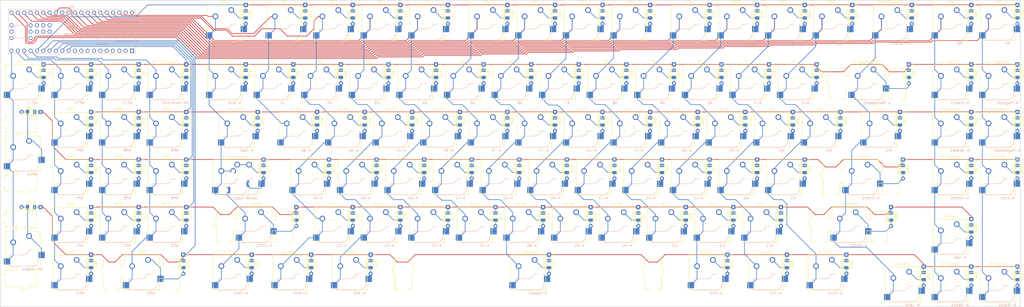
<source format=kicad_pcb>
(kicad_pcb (version 20171130) (host pcbnew 5.1.5+dfsg1-2build2)
  (layers (0 F.Cu signal) (31 B.Cu signal) (34 B.Paste user hide) (35 F.Paste user hide) (36 B.SilkS user hide) (37 F.SilkS user hide) (38 B.Mask user hide) (39 F.Mask user hide) (44 Edge.Cuts user))
  (net 0 "")
  (net 1 "Net-(D1-Pad2)")
  (net 2 "Net-(D1-Pad1)")
  (net 3 "Net-(D103-Pad1)")
  (net 4 "Net-(D2-Pad2)")
  (net 5 "Net-(D3-Pad2)")
  (net 6 "Net-(D4-Pad2)")
  (net 7 "Net-(D10-Pad1)")
  (net 8 "Net-(D5-Pad2)")
  (net 9 "Net-(D6-Pad2)")
  (net 10 "Net-(D12-Pad1)")
  (net 11 "Net-(D7-Pad2)")
  (net 12 "Net-(D8-Pad2)")
  (net 13 "Net-(D9-Pad2)")
  (net 14 "Net-(D10-Pad2)")
  (net 15 "Net-(D11-Pad2)")
  (net 16 "Net-(D12-Pad2)")
  (net 17 "Net-(D13-Pad2)")
  (net 18 "Net-(D14-Pad2)")
  (net 19 "Net-(D15-Pad2)")
  (net 20 "Net-(D16-Pad2)")
  (net 21 "Net-(D17-Pad2)")
  (net 22 "Net-(D100-Pad1)")
  (net 23 "Net-(D18-Pad2)")
  (net 24 "Net-(D26-Pad2)")
  (net 25 "Net-(D31-Pad2)")
  (net 26 "Net-(D37-Pad2)")
  (net 27 "Net-(D42-Pad2)")
  (net 28 "Net-(D48-Pad2)")
  (net 29 "Net-(D54-Pad2)")
  (net 30 "Net-(D59-Pad2)")
  (net 31 "Net-(D64-Pad2)")
  (net 32 "Net-(D70-Pad2)")
  (net 33 "Net-(D76-Pad2)")
  (net 34 "Net-(D82-Pad2)")
  (net 35 "Net-(D87-Pad2)")
  (net 36 "Net-(D92-Pad2)")
  (net 37 "Net-(D93-Pad2)")
  (net 38 "Net-(D94-Pad2)")
  (net 39 "Net-(D95-Pad2)")
  (net 40 "Net-(D96-Pad2)")
  (net 41 "Net-(D97-Pad2)")
  (net 42 "Net-(D98-Pad2)")
  (net 43 "Net-(D99-Pad2)")
  (net 44 "Net-(D100-Pad2)")
  (net 45 "Net-(D101-Pad2)")
  (net 46 "Net-(D102-Pad2)")
  (net 47 "Net-(D103-Pad2)")
  (net 48 "Net-(D104-Pad2)")
  (net 49 "Net-(D104-Pad1)")
  (net 50 "Net-(A-Alt2-Pad1)")
  (net 51 "Net-(A0-Pad2)")
  (net 52 "Net-(A1-Pad2)")
  (net 53 "Net-(A-Q1-Pad1)")
  (net 54 "Net-(A2-Pad2)")
  (net 55 "Net-(A-A1-Pad1)")
  (net 56 "Net-(A3-Pad2)")
  (net 57 "Net-(A-Alt1-Pad1)")
  (net 58 "Net-(A4-Pad2)")
  (net 59 "Net-(A-C1-Pad1)")
  (net 60 "Net-(A-F1-Pad1)")
  (net 61 "Net-(A5-Pad2)")
  (net 62 "Net-(A-B1-Pad1)")
  (net 63 "Net-(A6-Pad2)")
  (net 64 "Net-(A-H1-Pad1)")
  (net 65 "Net-(A7-Pad2)")
  (net 66 "Net-(A8-Pad2)")
  (net 67 "Net-(A-I1-Pad1)")
  (net 68 "Net-(A9-Pad2)")
  (net 69 "Net-(A'1-Pad2)")
  (net 70 "Net-(A'1-Pad1)")
  (net 71 "Net-(A-1-Pad1)")
  (net 72 "Net-(A-1-Pad2)")
  (net 73 "Net-(A-A1-Pad2)")
  (net 74 "Net-(A-Alt1-Pad2)")
  (net 75 "Net-(A-Alt2-Pad2)")
  (net 76 "Net-(A-B1-Pad2)")
  (net 77 "Net-(A-Backspace1-Pad1)")
  (net 78 "Net-(A-Backspace1-Pad2)")
  (net 79 "Net-(A-C1-Pad2)")
  (net 80 "Net-(A-Caps1-Pad1)")
  (net 81 "Net-(A-Caps1-Pad2)")
  (net 82 "Net-(A-Ctrl1-Pad2)")
  (net 83 "Net-(A-Ctrl2-Pad2)")
  (net 84 "Net-(A-D1-Pad2)")
  (net 85 "Net-(A-E1-Pad2)")
  (net 86 "Net-(A-Enter1-Pad2)")
  (net 87 "Net-(A-F1-Pad2)")
  (net 88 "Net-(A-Fn1-Pad2)")
  (net 89 "Net-(A-G1-Pad2)")
  (net 90 "Net-(A-Grv1-Pad2)")
  (net 91 "Net-(A-H1-Pad2)")
  (net 92 "Net-(A-I1-Pad2)")
  (net 93 "Net-(A-J1-Pad2)")
  (net 94 "Net-(A-K1-Pad2)")
  (net 95 "Net-(A-L1-Pad2)")
  (net 96 "Net-(A-O1-Pad2)")
  (net 97 "Net-(A-P1-Pad2)")
  (net 98 "Net-(A-Q1-Pad2)")
  (net 99 "Net-(A-R1-Pad2)")
  (net 100 "Net-(A-S1-Pad2)")
  (net 101 "Net-(A-Shift1-Pad2)")
  (net 102 "Net-(A-Shift2-Pad2)")
  (net 103 "Net-(A-Space1-Pad2)")
  (net 104 "Net-(A-T1-Pad2)")
  (net 105 "Net-(A-Tab1-Pad2)")
  (net 106 "Net-(A-U1-Pad2)")
  (net 107 "Net-(A-V1-Pad2)")
  (net 108 "Net-(A-W1-Pad2)")
  (net 109 "Net-(A-Win1-Pad2)")
  (net 110 "Net-(A-X1-Pad2)")
  (net 111 "Net-(A-Y1-Pad2)")
  (net 112 "Net-(A-Z1-Pad2)")
  (net 113 "Net-(A:1-Pad2)")
  (net 114 "Net-(A=1-Pad2)")
  (net 115 "Net-(A[1-Pad2)")
  (net 116 "Net-(A\\1-Pad2)")
  (net 117 "Net-(A]1-Pad2)")
  (net 118 "Net-(M0-Pad1)")
  (net 119 "Net-(M1-Pad1)")
  (net 120 "Net-(MP*1-Pad1)")
  (net 121 "Net-(NP-NumLock1-Pad1)")
  (net 122 "Net-(NP/1-Pad1)")
  (net 123 "Net-(NP+1-Pad1)")
  (net 124 "Net-(A,1-Pad1)")
  (net 125 "Net-(A,1-Pad2)")
  (net 126 "Net-(A.1-Pad2)")
  (net 127 "Net-(A-M1-Pad2)")
  (net 128 "Net-(A-N1-Pad2)")
  (net 129 "Net-(A/1-Pad2)")
  (net 130 "Net-(U1-Pad52)")
  (net 131 "Net-(U1-Pad51)")
  (net 132 "Net-(U1-Pad50)")
  (net 133 "Net-(U1-Pad49)")
  (net 134 "Net-(U1-Pad48)")
  (net 135 "Net-(U1-Pad47)")
  (net 136 "Net-(U1-Pad46)")
  (net 137 "Net-(U1-Pad45)")
  (net 138 "Net-(U1-Pad44)")
  (net 139 "Net-(U1-Pad43)")
  (net 140 "Net-(U1-Pad42)")
  (net 141 "Net-(U1-Pad33)")
  (net 142 "Net-(U1-Pad32)")
  (net 143 "Net-(U1-Pad23)")
  (net 144 "Net-(U1-Pad22)")
  (net 145 "Net-(U1-Pad21)")
  (net 146 "Net-(U1-Pad1)")
  (net 147 "Net-(U1-Pad2)")
  (net 148 "Net-(U1-Pad3)")
  (net 149 "Net-(U1-Pad4)")
  (net 150 "Net-(U1-Pad5)")
  (net 151 "Net-(U1-Pad6)")
  (net 152 "Net-(U1-Pad7)")
  (net 153 "Net-(U1-Pad8)")
  (net 154 "Net-(U1-Pad10)")
  (net 155 "Net-(U1-Pad9)")
  (module teensy:Teensy2.0++ (layer B.Cu) (at 86.320385 94.059454 180)
    (fp_text reference U1 (at 0 10.16) (layer B.SilkS) (effects (justify mirror)))
    (fp_text value "Teensy++2.0_(Arduino)")
    (fp_text user 90USB1286 (at 0 -1.143) (layer B.SilkS) (effects (font (size 0.7 0.7)) (justify mirror)))
    (pad 52 thru_hole circle (at 16.51 -2.54 180) (size 1.6 1.6) (drill 1.1) (layers *.Cu *.Mask) (net 130 "Net-(U1-Pad52)"))
    (pad 51 thru_hole circle (at 16.51 0 180) (size 1.6 1.6) (drill 1.1) (layers *.Cu *.Mask) (net 131 "Net-(U1-Pad51)"))
    (pad 50 thru_hole circle (at 13.97 0 180) (size 1.6 1.6) (drill 1.1) (layers *.Cu *.Mask) (net 132 "Net-(U1-Pad50)"))
    (pad 49 thru_hole circle (at 11.43 0 180) (size 1.6 1.6) (drill 1.1) (layers *.Cu *.Mask) (net 133 "Net-(U1-Pad49)"))
    (pad 48 thru_hole circle (at 8.89 0 180) (size 1.6 1.6) (drill 1.1) (layers *.Cu *.Mask) (net 134 "Net-(U1-Pad48)"))
    (pad 47 thru_hole circle (at 16.51 2.54 180) (size 1.6 1.6) (drill 1.1) (layers *.Cu *.Mask) (net 135 "Net-(U1-Pad47)"))
    (pad 46 thru_hole circle (at 13.97 2.54 180) (size 1.6 1.6) (drill 1.1) (layers *.Cu *.Mask) (net 136 "Net-(U1-Pad46)"))
    (pad 45 thru_hole circle (at 11.43 2.54 180) (size 1.6 1.6) (drill 1.1) (layers *.Cu *.Mask) (net 137 "Net-(U1-Pad45)"))
    (pad 44 thru_hole circle (at 8.89 2.54 180) (size 1.6 1.6) (drill 1.1) (layers *.Cu *.Mask) (net 138 "Net-(U1-Pad44)"))
    (pad 43 thru_hole circle (at -24.13 7.62 180) (size 1.6 1.6) (drill 1.1) (layers *.Cu *.Mask) (net 139 "Net-(U1-Pad43)"))
    (pad 42 thru_hole circle (at -21.59 7.62 180) (size 1.6 1.6) (drill 1.1) (layers *.Cu *.Mask) (net 140 "Net-(U1-Pad42)"))
    (pad 41 thru_hole circle (at -19.05 7.62 180) (size 1.6 1.6) (drill 1.1) (layers *.Cu *.Mask) (net 80 "Net-(A-Caps1-Pad1)"))
    (pad 40 thru_hole circle (at -16.51 7.62 180) (size 1.6 1.6) (drill 1.1) (layers *.Cu *.Mask) (net 53 "Net-(A-Q1-Pad1)"))
    (pad 39 thru_hole circle (at -13.97 7.62 180) (size 1.6 1.6) (drill 1.1) (layers *.Cu *.Mask) (net 55 "Net-(A-A1-Pad1)"))
    (pad 38 thru_hole circle (at -11.43 7.62 180) (size 1.6 1.6) (drill 1.1) (layers *.Cu *.Mask) (net 57 "Net-(A-Alt1-Pad1)"))
    (pad 37 thru_hole circle (at -8.89 7.62 180) (size 1.6 1.6) (drill 1.1) (layers *.Cu *.Mask) (net 59 "Net-(A-C1-Pad1)"))
    (pad 36 thru_hole circle (at -6.35 7.62 180) (size 1.6 1.6) (drill 1.1) (layers *.Cu *.Mask) (net 60 "Net-(A-F1-Pad1)"))
    (pad 35 thru_hole circle (at -3.81 7.62 180) (size 1.6 1.6) (drill 1.1) (layers *.Cu *.Mask) (net 62 "Net-(A-B1-Pad1)"))
    (pad 34 thru_hole circle (at -1.27 7.62 180) (size 1.6 1.6) (drill 1.1) (layers *.Cu *.Mask) (net 64 "Net-(A-H1-Pad1)"))
    (pad 33 thru_hole circle (at 1.27 7.62 180) (size 1.6 1.6) (drill 1.1) (layers *.Cu *.Mask) (net 141 "Net-(U1-Pad33)"))
    (pad 32 thru_hole circle (at 3.81 7.62 180) (size 1.6 1.6) (drill 1.1) (layers *.Cu *.Mask) (net 142 "Net-(U1-Pad32)"))
    (pad 31 thru_hole circle (at 6.35 7.62 180) (size 1.6 1.6) (drill 1.1) (layers *.Cu *.Mask) (net 67 "Net-(A-I1-Pad1)"))
    (pad 30 thru_hole circle (at 8.89 7.62 180) (size 1.6 1.6) (drill 1.1) (layers *.Cu *.Mask) (net 124 "Net-(A,1-Pad1)"))
    (pad 29 thru_hole circle (at 11.43 7.62 180) (size 1.6 1.6) (drill 1.1) (layers *.Cu *.Mask) (net 50 "Net-(A-Alt2-Pad1)"))
    (pad 28 thru_hole circle (at 13.97 7.62 180) (size 1.6 1.6) (drill 1.1) (layers *.Cu *.Mask) (net 71 "Net-(A-1-Pad1)"))
    (pad 27 thru_hole circle (at 16.51 7.62 180) (size 1.6 1.6) (drill 1.1) (layers *.Cu *.Mask) (net 70 "Net-(A'1-Pad1)"))
    (pad 26 thru_hole circle (at 19.05 7.62 180) (size 1.6 1.6) (drill 1.1) (layers *.Cu *.Mask) (net 77 "Net-(A-Backspace1-Pad1)"))
    (pad 25 thru_hole circle (at 21.59 7.62 180) (size 1.6 1.6) (drill 1.1) (layers *.Cu *.Mask) (net 118 "Net-(M0-Pad1)"))
    (pad 24 thru_hole circle (at 24.13 7.62 180) (size 1.6 1.6) (drill 1.1) (layers *.Cu *.Mask) (net 119 "Net-(M1-Pad1)"))
    (pad 23 thru_hole circle (at 24.13 2.54 180) (size 1.6 1.6) (drill 1.1) (layers *.Cu *.Mask) (net 143 "Net-(U1-Pad23)"))
    (pad 22 thru_hole circle (at 24.13 0 180) (size 1.6 1.6) (drill 1.1) (layers *.Cu *.Mask) (net 144 "Net-(U1-Pad22)"))
    (pad 21 thru_hole circle (at 24.13 -2.54 180) (size 1.6 1.6) (drill 1.1) (layers *.Cu *.Mask) (net 145 "Net-(U1-Pad21)"))
    (pad 20 thru_hole circle (at 24.13 -7.62 180) (size 1.6 1.6) (drill 1.1) (layers *.Cu *.Mask) (net 123 "Net-(NP+1-Pad1)"))
    (pad 19 thru_hole circle (at 21.59 -7.62 180) (size 1.6 1.6) (drill 1.1) (layers *.Cu *.Mask) (net 120 "Net-(MP*1-Pad1)"))
    (pad 18 thru_hole circle (at 19.05 -7.62 180) (size 1.6 1.6) (drill 1.1) (layers *.Cu *.Mask) (net 122 "Net-(NP/1-Pad1)"))
    (pad 17 thru_hole circle (at 16.51 -7.62 180) (size 1.6 1.6) (drill 1.1) (layers *.Cu *.Mask) (net 121 "Net-(NP-NumLock1-Pad1)"))
    (pad 16 thru_hole circle (at 13.97 -7.62 180) (size 1.6 1.6) (drill 1.1) (layers *.Cu *.Mask) (net 22 "Net-(D100-Pad1)"))
    (pad 15 thru_hole circle (at 11.43 -7.62 180) (size 1.6 1.6) (drill 1.1) (layers *.Cu *.Mask) (net 49 "Net-(D104-Pad1)"))
    (pad 14 thru_hole circle (at 8.89 -7.62 180) (size 1.6 1.6) (drill 1.1) (layers *.Cu *.Mask) (net 10 "Net-(D12-Pad1)"))
    (pad 13 thru_hole circle (at 6.35 -7.62 180) (size 1.6 1.6) (drill 1.1) (layers *.Cu *.Mask) (net 3 "Net-(D103-Pad1)"))
    (pad 12 thru_hole circle (at 3.81 -7.62 180) (size 1.6 1.6) (drill 1.1) (layers *.Cu *.Mask) (net 7 "Net-(D10-Pad1)"))
    (pad 1 thru_hole rect (at -24.13 -7.62 180) (size 1.6 1.6) (drill 1.1) (layers *.Cu *.Mask) (net 146 "Net-(U1-Pad1)"))
    (pad 2 thru_hole circle (at -21.59 -7.62 180) (size 1.6 1.6) (drill 1.1) (layers *.Cu *.Mask) (net 147 "Net-(U1-Pad2)"))
    (pad 3 thru_hole circle (at -19.05 -7.62 180) (size 1.6 1.6) (drill 1.1) (layers *.Cu *.Mask) (net 148 "Net-(U1-Pad3)"))
    (pad 4 thru_hole circle (at -16.51 -7.62 180) (size 1.6 1.6) (drill 1.1) (layers *.Cu *.Mask) (net 149 "Net-(U1-Pad4)"))
    (pad 5 thru_hole circle (at -13.97 -7.62 180) (size 1.6 1.6) (drill 1.1) (layers *.Cu *.Mask) (net 150 "Net-(U1-Pad5)"))
    (pad 6 thru_hole circle (at -11.43 -7.62 180) (size 1.6 1.6) (drill 1.1) (layers *.Cu *.Mask) (net 151 "Net-(U1-Pad6)"))
    (pad 7 thru_hole circle (at -8.89 -7.62 180) (size 1.6 1.6) (drill 1.1) (layers *.Cu *.Mask) (net 152 "Net-(U1-Pad7)"))
    (pad 8 thru_hole circle (at -6.35 -7.62 180) (size 1.6 1.6) (drill 1.1) (layers *.Cu *.Mask) (net 153 "Net-(U1-Pad8)"))
    (pad 11 thru_hole circle (at 1.27 -7.62 180) (size 1.6 1.6) (drill 1.1) (layers *.Cu *.Mask) (net 2 "Net-(D1-Pad1)"))
    (pad 10 thru_hole circle (at -1.27 -7.62 180) (size 1.6 1.6) (drill 1.1) (layers *.Cu *.Mask) (net 154 "Net-(U1-Pad10)"))
    (pad 9 thru_hole circle (at -3.81 -7.62 180) (size 1.6 1.6) (drill 1.1) (layers *.Cu *.Mask) (net 155 "Net-(U1-Pad9)"))
  )
  (module _Local_footprints:Single_Stabilizer_MX_right_mount (layer F.Cu) (at 307.181508 190.50016)
    (fp_text reference REF** hide)
    (fp_text value Single_Stabilizer_MX_right_mount hide)
    (pad "" np_thru_hole circle (at 11.9 8.255) (size 3.9878 3.9878) (drill 3.9878) (layers *.Cu *.Mask))
    (pad "" np_thru_hole circle (at 11.9 -6.985) (size 3.048 3.048) (drill 3.048) (layers *.Cu *.Mask))
  )
  (module _Local_footprints:Single_Stabilizer_MX_left_mount (layer F.Cu) (at 230.981444 190.50016)
    (fp_text reference REF** hide)
    (fp_text value Single_Stabilizer_MX_left_mount hide)
    (pad "" np_thru_hole circle (at -11.9 8.255) (size 3.9878 3.9878) (drill 3.9878) (layers *.Cu *.Mask))
    (pad "" np_thru_hole circle (at -11.9 -6.985) (size 3.048 3.048) (drill 3.048) (layers *.Cu *.Mask))
  )
  (module _Local_footprints:Diode-smd-tht (layer F.Cu) (at 464.939453 188.11875 270)
    (fp_text reference D104 (at 3.81 -2.12 90) (layer F.SilkS))
    (fp_text value 1N4148)
    (fp_text user REF** (at 3.81 1.82 270) (layer F.SilkS))
    (fp_text user K (at 0 -1.8 90) (layer F.SilkS))
    (pad 1 smd roundrect (at 2.41 0 270) (size 1.25 1.75) (layers B.Cu B.Paste B.Mask) (roundrect_rratio 0.2) (net 49 "Net-(D104-Pad1)"))
    (pad 2 smd roundrect (at 5.21 0 270) (size 1.25 1.75) (layers B.Cu B.Paste B.Mask) (roundrect_rratio 0.2) (net 48 "Net-(D104-Pad2)"))
    (pad 2 thru_hole oval (at 7.62 0 270) (size 1.6 1.6) (drill 0.8) (layers *.Cu *.Mask) (net 48 "Net-(D104-Pad2)"))
    (pad 1 thru_hole rect (at 0 0 270) (size 1.6 1.6) (drill 0.8) (layers *.Cu *.Mask) (net 49 "Net-(D104-Pad1)"))
  )
  (module _Local_footprints:Diode-smd-tht (layer F.Cu) (at 464.939453 145.25625 270)
    (fp_text reference D103 (at 3.81 -2.12 90) (layer F.SilkS))
    (fp_text value 1N4148)
    (fp_text user REF** (at 3.81 1.82 270) (layer F.SilkS))
    (fp_text user K (at 0 -1.8 90) (layer F.SilkS))
    (pad 1 smd roundrect (at 2.41 0 270) (size 1.25 1.75) (layers B.Cu B.Paste B.Mask) (roundrect_rratio 0.2) (net 3 "Net-(D103-Pad1)"))
    (pad 2 smd roundrect (at 5.21 0 270) (size 1.25 1.75) (layers B.Cu B.Paste B.Mask) (roundrect_rratio 0.2) (net 47 "Net-(D103-Pad2)"))
    (pad 2 thru_hole oval (at 7.62 0 270) (size 1.6 1.6) (drill 0.8) (layers *.Cu *.Mask) (net 47 "Net-(D103-Pad2)"))
    (pad 1 thru_hole rect (at 0 0 270) (size 1.6 1.6) (drill 0.8) (layers *.Cu *.Mask) (net 3 "Net-(D103-Pad1)"))
  )
  (module _Local_footprints:Diode-smd-tht (layer F.Cu) (at 464.939453 126.20625 270)
    (fp_text reference D102 (at 3.81 -2.12 90) (layer F.SilkS))
    (fp_text value 1N4148)
    (fp_text user REF** (at 3.81 1.82 270) (layer F.SilkS))
    (fp_text user K (at 0 -1.8 90) (layer F.SilkS))
    (pad 1 smd roundrect (at 2.41 0 270) (size 1.25 1.75) (layers B.Cu B.Paste B.Mask) (roundrect_rratio 0.2) (net 7 "Net-(D10-Pad1)"))
    (pad 2 smd roundrect (at 5.21 0 270) (size 1.25 1.75) (layers B.Cu B.Paste B.Mask) (roundrect_rratio 0.2) (net 46 "Net-(D102-Pad2)"))
    (pad 2 thru_hole oval (at 7.62 0 270) (size 1.6 1.6) (drill 0.8) (layers *.Cu *.Mask) (net 46 "Net-(D102-Pad2)"))
    (pad 1 thru_hole rect (at 0 0 270) (size 1.6 1.6) (drill 0.8) (layers *.Cu *.Mask) (net 7 "Net-(D10-Pad1)"))
  )
  (module _Local_footprints:Diode-smd-tht (layer F.Cu) (at 464.939453 107.15625 270)
    (fp_text reference D101 (at 3.81 -2.12 90) (layer F.SilkS))
    (fp_text value 1N4148)
    (fp_text user REF** (at 3.81 1.82 270) (layer F.SilkS))
    (fp_text user K (at 0 -1.8 90) (layer F.SilkS))
    (pad 1 smd roundrect (at 2.41 0 270) (size 1.25 1.75) (layers B.Cu B.Paste B.Mask) (roundrect_rratio 0.2) (net 2 "Net-(D1-Pad1)"))
    (pad 2 smd roundrect (at 5.21 0 270) (size 1.25 1.75) (layers B.Cu B.Paste B.Mask) (roundrect_rratio 0.2) (net 45 "Net-(D101-Pad2)"))
    (pad 2 thru_hole oval (at 7.62 0 270) (size 1.6 1.6) (drill 0.8) (layers *.Cu *.Mask) (net 45 "Net-(D101-Pad2)"))
    (pad 1 thru_hole rect (at 0 0 270) (size 1.6 1.6) (drill 0.8) (layers *.Cu *.Mask) (net 2 "Net-(D1-Pad1)"))
  )
  (module _Local_footprints:Diode-smd-tht (layer F.Cu) (at 464.939453 83.34375 270)
    (fp_text reference D100 (at 3.81 -2.12 90) (layer F.SilkS))
    (fp_text value 1N4148)
    (fp_text user REF** (at 3.81 1.82 270) (layer F.SilkS))
    (fp_text user K (at 0 -1.8 90) (layer F.SilkS))
    (pad 1 smd roundrect (at 2.41 0 270) (size 1.25 1.75) (layers B.Cu B.Paste B.Mask) (roundrect_rratio 0.2) (net 22 "Net-(D100-Pad1)"))
    (pad 2 smd roundrect (at 5.21 0 270) (size 1.25 1.75) (layers B.Cu B.Paste B.Mask) (roundrect_rratio 0.2) (net 44 "Net-(D100-Pad2)"))
    (pad 2 thru_hole oval (at 7.62 0 270) (size 1.6 1.6) (drill 0.8) (layers *.Cu *.Mask) (net 44 "Net-(D100-Pad2)"))
    (pad 1 thru_hole rect (at 0 0 270) (size 1.6 1.6) (drill 0.8) (layers *.Cu *.Mask) (net 22 "Net-(D100-Pad1)"))
  )
  (module _Local_footprints:Diode-smd-tht (layer F.Cu) (at 446.484375 188.11875 270)
    (fp_text reference D99 (at 3.81 -2.12 90) (layer F.SilkS))
    (fp_text value 1N4148)
    (fp_text user REF** (at 3.81 1.82 270) (layer F.SilkS))
    (fp_text user K (at 0 -1.8 90) (layer F.SilkS))
    (pad 1 smd roundrect (at 2.41 0 270) (size 1.25 1.75) (layers B.Cu B.Paste B.Mask) (roundrect_rratio 0.2) (net 49 "Net-(D104-Pad1)"))
    (pad 2 smd roundrect (at 5.21 0 270) (size 1.25 1.75) (layers B.Cu B.Paste B.Mask) (roundrect_rratio 0.2) (net 43 "Net-(D99-Pad2)"))
    (pad 2 thru_hole oval (at 7.62 0 270) (size 1.6 1.6) (drill 0.8) (layers *.Cu *.Mask) (net 43 "Net-(D99-Pad2)"))
    (pad 1 thru_hole rect (at 0 0 270) (size 1.6 1.6) (drill 0.8) (layers *.Cu *.Mask) (net 49 "Net-(D104-Pad1)"))
  )
  (module _Local_footprints:Diode-smd-tht (layer F.Cu) (at 446.484375 169.06875 270)
    (fp_text reference D98 (at 3.81 -2.12 90) (layer F.SilkS))
    (fp_text value 1N4148)
    (fp_text user REF** (at 3.81 1.82 270) (layer F.SilkS))
    (fp_text user K (at 0 -1.8 90) (layer F.SilkS))
    (pad 1 smd roundrect (at 2.41 0 270) (size 1.25 1.75) (layers B.Cu B.Paste B.Mask) (roundrect_rratio 0.2) (net 10 "Net-(D12-Pad1)"))
    (pad 2 smd roundrect (at 5.21 0 270) (size 1.25 1.75) (layers B.Cu B.Paste B.Mask) (roundrect_rratio 0.2) (net 42 "Net-(D98-Pad2)"))
    (pad 2 thru_hole oval (at 7.62 0 270) (size 1.6 1.6) (drill 0.8) (layers *.Cu *.Mask) (net 42 "Net-(D98-Pad2)"))
    (pad 1 thru_hole rect (at 0 0 270) (size 1.6 1.6) (drill 0.8) (layers *.Cu *.Mask) (net 10 "Net-(D12-Pad1)"))
  )
  (module _Local_footprints:Diode-smd-tht (layer F.Cu) (at 446.484375 145.25625 270)
    (fp_text reference D97 (at 3.81 -2.12 90) (layer F.SilkS))
    (fp_text value 1N4148)
    (fp_text user REF** (at 3.81 1.82 270) (layer F.SilkS))
    (fp_text user K (at 0 -1.8 90) (layer F.SilkS))
    (pad 1 smd roundrect (at 2.41 0 270) (size 1.25 1.75) (layers B.Cu B.Paste B.Mask) (roundrect_rratio 0.2) (net 3 "Net-(D103-Pad1)"))
    (pad 2 smd roundrect (at 5.21 0 270) (size 1.25 1.75) (layers B.Cu B.Paste B.Mask) (roundrect_rratio 0.2) (net 41 "Net-(D97-Pad2)"))
    (pad 2 thru_hole oval (at 7.62 0 270) (size 1.6 1.6) (drill 0.8) (layers *.Cu *.Mask) (net 41 "Net-(D97-Pad2)"))
    (pad 1 thru_hole rect (at 0 0 270) (size 1.6 1.6) (drill 0.8) (layers *.Cu *.Mask) (net 3 "Net-(D103-Pad1)"))
  )
  (module _Local_footprints:Diode-smd-tht (layer F.Cu) (at 446.484375 126.20625 270)
    (fp_text reference D96 (at 3.81 -2.12 90) (layer F.SilkS))
    (fp_text value 1N4148)
    (fp_text user REF** (at 3.81 1.82 270) (layer F.SilkS))
    (fp_text user K (at 0 -1.8 90) (layer F.SilkS))
    (pad 1 smd roundrect (at 2.41 0 270) (size 1.25 1.75) (layers B.Cu B.Paste B.Mask) (roundrect_rratio 0.2) (net 7 "Net-(D10-Pad1)"))
    (pad 2 smd roundrect (at 5.21 0 270) (size 1.25 1.75) (layers B.Cu B.Paste B.Mask) (roundrect_rratio 0.2) (net 40 "Net-(D96-Pad2)"))
    (pad 2 thru_hole oval (at 7.62 0 270) (size 1.6 1.6) (drill 0.8) (layers *.Cu *.Mask) (net 40 "Net-(D96-Pad2)"))
    (pad 1 thru_hole rect (at 0 0 270) (size 1.6 1.6) (drill 0.8) (layers *.Cu *.Mask) (net 7 "Net-(D10-Pad1)"))
  )
  (module _Local_footprints:Diode-smd-tht (layer F.Cu) (at 446.484375 107.15625 270)
    (fp_text reference D95 (at 3.81 -2.12 90) (layer F.SilkS))
    (fp_text value 1N4148)
    (fp_text user REF** (at 3.81 1.82 270) (layer F.SilkS))
    (fp_text user K (at 0 -1.8 90) (layer F.SilkS))
    (pad 1 smd roundrect (at 2.41 0 270) (size 1.25 1.75) (layers B.Cu B.Paste B.Mask) (roundrect_rratio 0.2) (net 2 "Net-(D1-Pad1)"))
    (pad 2 smd roundrect (at 5.21 0 270) (size 1.25 1.75) (layers B.Cu B.Paste B.Mask) (roundrect_rratio 0.2) (net 39 "Net-(D95-Pad2)"))
    (pad 2 thru_hole oval (at 7.62 0 270) (size 1.6 1.6) (drill 0.8) (layers *.Cu *.Mask) (net 39 "Net-(D95-Pad2)"))
    (pad 1 thru_hole rect (at 0 0 270) (size 1.6 1.6) (drill 0.8) (layers *.Cu *.Mask) (net 2 "Net-(D1-Pad1)"))
  )
  (module _Local_footprints:Diode-smd-tht (layer F.Cu) (at 446.484375 83.34375 270)
    (fp_text reference D94 (at 3.81 -2.12 90) (layer F.SilkS))
    (fp_text value 1N4148)
    (fp_text user REF** (at 3.81 1.82 270) (layer F.SilkS))
    (fp_text user K (at 0 -1.8 90) (layer F.SilkS))
    (pad 1 smd roundrect (at 2.41 0 270) (size 1.25 1.75) (layers B.Cu B.Paste B.Mask) (roundrect_rratio 0.2) (net 22 "Net-(D100-Pad1)"))
    (pad 2 smd roundrect (at 5.21 0 270) (size 1.25 1.75) (layers B.Cu B.Paste B.Mask) (roundrect_rratio 0.2) (net 38 "Net-(D94-Pad2)"))
    (pad 2 thru_hole oval (at 7.62 0 270) (size 1.6 1.6) (drill 0.8) (layers *.Cu *.Mask) (net 38 "Net-(D94-Pad2)"))
    (pad 1 thru_hole rect (at 0 0 270) (size 1.6 1.6) (drill 0.8) (layers *.Cu *.Mask) (net 22 "Net-(D100-Pad1)"))
  )
  (module _Local_footprints:Diode-smd-tht (layer F.Cu) (at 427.434375 188.11875 270)
    (fp_text reference D93 (at 3.81 -2.12 90) (layer F.SilkS))
    (fp_text value 1N4148)
    (fp_text user REF** (at 3.81 1.82 270) (layer F.SilkS))
    (fp_text user K (at 0 -1.8 90) (layer F.SilkS))
    (pad 1 smd roundrect (at 2.41 0 270) (size 1.25 1.75) (layers B.Cu B.Paste B.Mask) (roundrect_rratio 0.2) (net 49 "Net-(D104-Pad1)"))
    (pad 2 smd roundrect (at 5.21 0 270) (size 1.25 1.75) (layers B.Cu B.Paste B.Mask) (roundrect_rratio 0.2) (net 37 "Net-(D93-Pad2)"))
    (pad 2 thru_hole oval (at 7.62 0 270) (size 1.6 1.6) (drill 0.8) (layers *.Cu *.Mask) (net 37 "Net-(D93-Pad2)"))
    (pad 1 thru_hole rect (at 0 0 270) (size 1.6 1.6) (drill 0.8) (layers *.Cu *.Mask) (net 49 "Net-(D104-Pad1)"))
  )
  (module _Local_footprints:Diode-smd-tht (layer F.Cu) (at 422.671875 83.34375 270)
    (fp_text reference D92 (at 3.81 -2.12 90) (layer F.SilkS))
    (fp_text value 1N4148)
    (fp_text user REF** (at 3.81 1.82 270) (layer F.SilkS))
    (fp_text user K (at 0 -1.8 90) (layer F.SilkS))
    (pad 1 smd roundrect (at 2.41 0 270) (size 1.25 1.75) (layers B.Cu B.Paste B.Mask) (roundrect_rratio 0.2) (net 22 "Net-(D100-Pad1)"))
    (pad 2 smd roundrect (at 5.21 0 270) (size 1.25 1.75) (layers B.Cu B.Paste B.Mask) (roundrect_rratio 0.2) (net 36 "Net-(D92-Pad2)"))
    (pad 2 thru_hole oval (at 7.62 0 270) (size 1.6 1.6) (drill 0.8) (layers *.Cu *.Mask) (net 36 "Net-(D92-Pad2)"))
    (pad 1 thru_hole rect (at 0 0 270) (size 1.6 1.6) (drill 0.8) (layers *.Cu *.Mask) (net 22 "Net-(D100-Pad1)"))
  )
  (module _Local_footprints:Diode-smd-tht (layer F.Cu) (at 417.909375 126.20625 270)
    (fp_text reference D91 (at 3.81 -2.12 90) (layer F.SilkS))
    (fp_text value 1N4148)
    (fp_text user REF** (at 3.81 1.82 270) (layer F.SilkS))
    (fp_text user K (at 0 -1.8 90) (layer F.SilkS))
    (pad 1 smd roundrect (at 2.41 0 270) (size 1.25 1.75) (layers B.Cu B.Paste B.Mask) (roundrect_rratio 0.2) (net 7 "Net-(D10-Pad1)"))
    (pad 2 smd roundrect (at 5.21 0 270) (size 1.25 1.75) (layers B.Cu B.Paste B.Mask) (roundrect_rratio 0.2) (net 116 "Net-(A\\1-Pad2)"))
    (pad 2 thru_hole oval (at 7.62 0 270) (size 1.6 1.6) (drill 0.8) (layers *.Cu *.Mask) (net 116 "Net-(A\\1-Pad2)"))
    (pad 1 thru_hole rect (at 0 0 270) (size 1.6 1.6) (drill 0.8) (layers *.Cu *.Mask) (net 7 "Net-(D10-Pad1)"))
  )
  (module _Local_footprints:Diode-smd-tht (layer F.Cu) (at 421.48125 107.15625 270)
    (fp_text reference D90 (at 3.81 -2.12 90) (layer F.SilkS))
    (fp_text value 1N4148)
    (fp_text user REF** (at 3.81 1.82 270) (layer F.SilkS))
    (fp_text user K (at 0 -1.8 90) (layer F.SilkS))
    (pad 1 smd roundrect (at 2.41 0 270) (size 1.25 1.75) (layers B.Cu B.Paste B.Mask) (roundrect_rratio 0.2) (net 2 "Net-(D1-Pad1)"))
    (pad 2 smd roundrect (at 5.21 0 270) (size 1.25 1.75) (layers B.Cu B.Paste B.Mask) (roundrect_rratio 0.2) (net 78 "Net-(A-Backspace1-Pad2)"))
    (pad 2 thru_hole oval (at 7.62 0 270) (size 1.6 1.6) (drill 0.8) (layers *.Cu *.Mask) (net 78 "Net-(A-Backspace1-Pad2)"))
    (pad 1 thru_hole rect (at 0 0 270) (size 1.6 1.6) (drill 0.8) (layers *.Cu *.Mask) (net 2 "Net-(D1-Pad1)"))
  )
  (module _Local_footprints:Diode-smd-tht (layer F.Cu) (at 419.1 145.25625 270)
    (fp_text reference D89 (at 3.81 -2.12 90) (layer F.SilkS))
    (fp_text value 1N4148)
    (fp_text user REF** (at 3.81 1.82 270) (layer F.SilkS))
    (fp_text user K (at 0 -1.8 90) (layer F.SilkS))
    (pad 1 smd roundrect (at 2.41 0 270) (size 1.25 1.75) (layers B.Cu B.Paste B.Mask) (roundrect_rratio 0.2) (net 3 "Net-(D103-Pad1)"))
    (pad 2 smd roundrect (at 5.21 0 270) (size 1.25 1.75) (layers B.Cu B.Paste B.Mask) (roundrect_rratio 0.2) (net 86 "Net-(A-Enter1-Pad2)"))
    (pad 2 thru_hole oval (at 7.62 0 270) (size 1.6 1.6) (drill 0.8) (layers *.Cu *.Mask) (net 86 "Net-(A-Enter1-Pad2)"))
    (pad 1 thru_hole rect (at 0 0 270) (size 1.6 1.6) (drill 0.8) (layers *.Cu *.Mask) (net 3 "Net-(D103-Pad1)"))
  )
  (module _Local_footprints:Diode-smd-tht (layer F.Cu) (at 414.3375 164.30625 270)
    (fp_text reference D88 (at 3.81 -2.12 90) (layer F.SilkS))
    (fp_text value 1N4148)
    (fp_text user REF** (at 3.81 1.82 270) (layer F.SilkS))
    (fp_text user K (at 0 -1.8 90) (layer F.SilkS))
    (pad 1 smd roundrect (at 2.41 0 270) (size 1.25 1.75) (layers B.Cu B.Paste B.Mask) (roundrect_rratio 0.2) (net 10 "Net-(D12-Pad1)"))
    (pad 2 smd roundrect (at 5.21 0 270) (size 1.25 1.75) (layers B.Cu B.Paste B.Mask) (roundrect_rratio 0.2) (net 102 "Net-(A-Shift2-Pad2)"))
    (pad 2 thru_hole oval (at 7.62 0 270) (size 1.6 1.6) (drill 0.8) (layers *.Cu *.Mask) (net 102 "Net-(A-Shift2-Pad2)"))
    (pad 1 thru_hole rect (at 0 0 270) (size 1.6 1.6) (drill 0.8) (layers *.Cu *.Mask) (net 10 "Net-(D12-Pad1)"))
  )
  (module _Local_footprints:Diode-smd-tht (layer F.Cu) (at 398.859375 83.34375 270)
    (fp_text reference D87 (at 3.81 -2.12 90) (layer F.SilkS))
    (fp_text value 1N4148)
    (fp_text user REF** (at 3.81 1.82 270) (layer F.SilkS))
    (fp_text user K (at 0 -1.8 90) (layer F.SilkS))
    (pad 1 smd roundrect (at 2.41 0 270) (size 1.25 1.75) (layers B.Cu B.Paste B.Mask) (roundrect_rratio 0.2) (net 22 "Net-(D100-Pad1)"))
    (pad 2 smd roundrect (at 5.21 0 270) (size 1.25 1.75) (layers B.Cu B.Paste B.Mask) (roundrect_rratio 0.2) (net 35 "Net-(D87-Pad2)"))
    (pad 2 thru_hole oval (at 7.62 0 270) (size 1.6 1.6) (drill 0.8) (layers *.Cu *.Mask) (net 35 "Net-(D87-Pad2)"))
    (pad 1 thru_hole rect (at 0 0 270) (size 1.6 1.6) (drill 0.8) (layers *.Cu *.Mask) (net 22 "Net-(D100-Pad1)"))
  )
  (module _Local_footprints:Diode-smd-tht (layer F.Cu) (at 396.478125 183.35625 270)
    (fp_text reference D86 (at 3.81 -2.12 90) (layer F.SilkS))
    (fp_text value 1N4148)
    (fp_text user REF** (at 3.81 1.82 270) (layer F.SilkS))
    (fp_text user K (at 0 -1.8 90) (layer F.SilkS))
    (pad 1 smd roundrect (at 2.41 0 270) (size 1.25 1.75) (layers B.Cu B.Paste B.Mask) (roundrect_rratio 0.2) (net 49 "Net-(D104-Pad1)"))
    (pad 2 smd roundrect (at 5.21 0 270) (size 1.25 1.75) (layers B.Cu B.Paste B.Mask) (roundrect_rratio 0.2) (net 83 "Net-(A-Ctrl2-Pad2)"))
    (pad 2 thru_hole oval (at 7.62 0 270) (size 1.6 1.6) (drill 0.8) (layers *.Cu *.Mask) (net 83 "Net-(A-Ctrl2-Pad2)"))
    (pad 1 thru_hole rect (at 0 0 270) (size 1.6 1.6) (drill 0.8) (layers *.Cu *.Mask) (net 49 "Net-(D104-Pad1)"))
  )
  (module _Local_footprints:Diode-smd-tht (layer F.Cu) (at 394.096875 126.20625 270)
    (fp_text reference D85 (at 3.81 -2.12 90) (layer F.SilkS))
    (fp_text value 1N4148)
    (fp_text user REF** (at 3.81 1.82 270) (layer F.SilkS))
    (fp_text user K (at 0 -1.8 90) (layer F.SilkS))
    (pad 1 smd roundrect (at 2.41 0 270) (size 1.25 1.75) (layers B.Cu B.Paste B.Mask) (roundrect_rratio 0.2) (net 7 "Net-(D10-Pad1)"))
    (pad 2 smd roundrect (at 5.21 0 270) (size 1.25 1.75) (layers B.Cu B.Paste B.Mask) (roundrect_rratio 0.2) (net 117 "Net-(A]1-Pad2)"))
    (pad 2 thru_hole oval (at 7.62 0 270) (size 1.6 1.6) (drill 0.8) (layers *.Cu *.Mask) (net 117 "Net-(A]1-Pad2)"))
    (pad 1 thru_hole rect (at 0 0 270) (size 1.6 1.6) (drill 0.8) (layers *.Cu *.Mask) (net 7 "Net-(D10-Pad1)"))
  )
  (module _Local_footprints:Diode-smd-tht (layer F.Cu) (at 384.571875 107.15625 270)
    (fp_text reference D84 (at 3.81 -2.12 90) (layer F.SilkS))
    (fp_text value 1N4148)
    (fp_text user REF** (at 3.81 1.82 270) (layer F.SilkS))
    (fp_text user K (at 0 -1.8 90) (layer F.SilkS))
    (pad 1 smd roundrect (at 2.41 0 270) (size 1.25 1.75) (layers B.Cu B.Paste B.Mask) (roundrect_rratio 0.2) (net 2 "Net-(D1-Pad1)"))
    (pad 2 smd roundrect (at 5.21 0 270) (size 1.25 1.75) (layers B.Cu B.Paste B.Mask) (roundrect_rratio 0.2) (net 114 "Net-(A=1-Pad2)"))
    (pad 2 thru_hole oval (at 7.62 0 270) (size 1.6 1.6) (drill 0.8) (layers *.Cu *.Mask) (net 114 "Net-(A=1-Pad2)"))
    (pad 1 thru_hole rect (at 0 0 270) (size 1.6 1.6) (drill 0.8) (layers *.Cu *.Mask) (net 2 "Net-(D1-Pad1)"))
  )
  (module _Local_footprints:Diode-smd-tht (layer F.Cu) (at 379.809375 145.25625 270)
    (fp_text reference D83 (at 3.81 -2.12 90) (layer F.SilkS))
    (fp_text value 1N4148)
    (fp_text user REF** (at 3.81 1.82 270) (layer F.SilkS))
    (fp_text user K (at 0 -1.8 90) (layer F.SilkS))
    (pad 1 smd roundrect (at 2.41 0 270) (size 1.25 1.75) (layers B.Cu B.Paste B.Mask) (roundrect_rratio 0.2) (net 3 "Net-(D103-Pad1)"))
    (pad 2 smd roundrect (at 5.21 0 270) (size 1.25 1.75) (layers B.Cu B.Paste B.Mask) (roundrect_rratio 0.2) (net 69 "Net-(A'1-Pad2)"))
    (pad 2 thru_hole oval (at 7.62 0 270) (size 1.6 1.6) (drill 0.8) (layers *.Cu *.Mask) (net 69 "Net-(A'1-Pad2)"))
    (pad 1 thru_hole rect (at 0 0 270) (size 1.6 1.6) (drill 0.8) (layers *.Cu *.Mask) (net 3 "Net-(D103-Pad1)"))
  )
  (module _Local_footprints:Diode-smd-tht (layer F.Cu) (at 379.809375 83.34375 270)
    (fp_text reference D82 (at 3.81 -2.12 90) (layer F.SilkS))
    (fp_text value 1N4148)
    (fp_text user REF** (at 3.81 1.82 270) (layer F.SilkS))
    (fp_text user K (at 0 -1.8 90) (layer F.SilkS))
    (pad 1 smd roundrect (at 2.41 0 270) (size 1.25 1.75) (layers B.Cu B.Paste B.Mask) (roundrect_rratio 0.2) (net 22 "Net-(D100-Pad1)"))
    (pad 2 smd roundrect (at 5.21 0 270) (size 1.25 1.75) (layers B.Cu B.Paste B.Mask) (roundrect_rratio 0.2) (net 34 "Net-(D82-Pad2)"))
    (pad 2 thru_hole oval (at 7.62 0 270) (size 1.6 1.6) (drill 0.8) (layers *.Cu *.Mask) (net 34 "Net-(D82-Pad2)"))
    (pad 1 thru_hole rect (at 0 0 270) (size 1.6 1.6) (drill 0.8) (layers *.Cu *.Mask) (net 22 "Net-(D100-Pad1)"))
  )
  (module _Local_footprints:Diode-smd-tht (layer F.Cu) (at 375.046875 126.20625 270)
    (fp_text reference D81 (at 3.81 -2.12 90) (layer F.SilkS))
    (fp_text value 1N4148)
    (fp_text user REF** (at 3.81 1.82 270) (layer F.SilkS))
    (fp_text user K (at 0 -1.8 90) (layer F.SilkS))
    (pad 1 smd roundrect (at 2.41 0 270) (size 1.25 1.75) (layers B.Cu B.Paste B.Mask) (roundrect_rratio 0.2) (net 7 "Net-(D10-Pad1)"))
    (pad 2 smd roundrect (at 5.21 0 270) (size 1.25 1.75) (layers B.Cu B.Paste B.Mask) (roundrect_rratio 0.2) (net 115 "Net-(A[1-Pad2)"))
    (pad 2 thru_hole oval (at 7.62 0 270) (size 1.6 1.6) (drill 0.8) (layers *.Cu *.Mask) (net 115 "Net-(A[1-Pad2)"))
    (pad 1 thru_hole rect (at 0 0 270) (size 1.6 1.6) (drill 0.8) (layers *.Cu *.Mask) (net 7 "Net-(D10-Pad1)"))
  )
  (module _Local_footprints:Diode-smd-tht (layer F.Cu) (at 372.665625 183.35625 270)
    (fp_text reference D80 (at 3.81 -2.12 90) (layer F.SilkS))
    (fp_text value 1N4148)
    (fp_text user REF** (at 3.81 1.82 270) (layer F.SilkS))
    (fp_text user K (at 0 -1.8 90) (layer F.SilkS))
    (pad 1 smd roundrect (at 2.41 0 270) (size 1.25 1.75) (layers B.Cu B.Paste B.Mask) (roundrect_rratio 0.2) (net 49 "Net-(D104-Pad1)"))
    (pad 2 smd roundrect (at 5.21 0 270) (size 1.25 1.75) (layers B.Cu B.Paste B.Mask) (roundrect_rratio 0.2) (net 88 "Net-(A-Fn1-Pad2)"))
    (pad 2 thru_hole oval (at 7.62 0 270) (size 1.6 1.6) (drill 0.8) (layers *.Cu *.Mask) (net 88 "Net-(A-Fn1-Pad2)"))
    (pad 1 thru_hole rect (at 0 0 270) (size 1.6 1.6) (drill 0.8) (layers *.Cu *.Mask) (net 49 "Net-(D104-Pad1)"))
  )
  (module _Local_footprints:Diode-smd-tht (layer F.Cu) (at 370.284375 164.30625 270)
    (fp_text reference D79 (at 3.81 -2.12 90) (layer F.SilkS))
    (fp_text value 1N4148)
    (fp_text user REF** (at 3.81 1.82 270) (layer F.SilkS))
    (fp_text user K (at 0 -1.8 90) (layer F.SilkS))
    (pad 1 smd roundrect (at 2.41 0 270) (size 1.25 1.75) (layers B.Cu B.Paste B.Mask) (roundrect_rratio 0.2) (net 10 "Net-(D12-Pad1)"))
    (pad 2 smd roundrect (at 5.21 0 270) (size 1.25 1.75) (layers B.Cu B.Paste B.Mask) (roundrect_rratio 0.2) (net 129 "Net-(A/1-Pad2)"))
    (pad 2 thru_hole oval (at 7.62 0 270) (size 1.6 1.6) (drill 0.8) (layers *.Cu *.Mask) (net 129 "Net-(A/1-Pad2)"))
    (pad 1 thru_hole rect (at 0 0 270) (size 1.6 1.6) (drill 0.8) (layers *.Cu *.Mask) (net 10 "Net-(D12-Pad1)"))
  )
  (module _Local_footprints:Diode-smd-tht (layer F.Cu) (at 365.521875 107.15625 270)
    (fp_text reference D78 (at 3.81 -2.12 90) (layer F.SilkS))
    (fp_text value 1N4148)
    (fp_text user REF** (at 3.81 1.82 270) (layer F.SilkS))
    (fp_text user K (at 0 -1.8 90) (layer F.SilkS))
    (pad 1 smd roundrect (at 2.41 0 270) (size 1.25 1.75) (layers B.Cu B.Paste B.Mask) (roundrect_rratio 0.2) (net 2 "Net-(D1-Pad1)"))
    (pad 2 smd roundrect (at 5.21 0 270) (size 1.25 1.75) (layers B.Cu B.Paste B.Mask) (roundrect_rratio 0.2) (net 72 "Net-(A-1-Pad2)"))
    (pad 2 thru_hole oval (at 7.62 0 270) (size 1.6 1.6) (drill 0.8) (layers *.Cu *.Mask) (net 72 "Net-(A-1-Pad2)"))
    (pad 1 thru_hole rect (at 0 0 270) (size 1.6 1.6) (drill 0.8) (layers *.Cu *.Mask) (net 2 "Net-(D1-Pad1)"))
  )
  (module _Local_footprints:Diode-smd-tht (layer F.Cu) (at 360.759375 145.25625 270)
    (fp_text reference D77 (at 3.81 -2.12 90) (layer F.SilkS))
    (fp_text value 1N4148)
    (fp_text user REF** (at 3.81 1.82 270) (layer F.SilkS))
    (fp_text user K (at 0 -1.8 90) (layer F.SilkS))
    (pad 1 smd roundrect (at 2.41 0 270) (size 1.25 1.75) (layers B.Cu B.Paste B.Mask) (roundrect_rratio 0.2) (net 3 "Net-(D103-Pad1)"))
    (pad 2 smd roundrect (at 5.21 0 270) (size 1.25 1.75) (layers B.Cu B.Paste B.Mask) (roundrect_rratio 0.2) (net 113 "Net-(A:1-Pad2)"))
    (pad 2 thru_hole oval (at 7.62 0 270) (size 1.6 1.6) (drill 0.8) (layers *.Cu *.Mask) (net 113 "Net-(A:1-Pad2)"))
    (pad 1 thru_hole rect (at 0 0 270) (size 1.6 1.6) (drill 0.8) (layers *.Cu *.Mask) (net 3 "Net-(D103-Pad1)"))
  )
  (module _Local_footprints:Diode-smd-tht (layer F.Cu) (at 360.759375 83.34375 270)
    (fp_text reference D76 (at 3.81 -2.12 90) (layer F.SilkS))
    (fp_text value 1N4148)
    (fp_text user REF** (at 3.81 1.82 270) (layer F.SilkS))
    (fp_text user K (at 0 -1.8 90) (layer F.SilkS))
    (pad 1 smd roundrect (at 2.41 0 270) (size 1.25 1.75) (layers B.Cu B.Paste B.Mask) (roundrect_rratio 0.2) (net 22 "Net-(D100-Pad1)"))
    (pad 2 smd roundrect (at 5.21 0 270) (size 1.25 1.75) (layers B.Cu B.Paste B.Mask) (roundrect_rratio 0.2) (net 33 "Net-(D76-Pad2)"))
    (pad 2 thru_hole oval (at 7.62 0 270) (size 1.6 1.6) (drill 0.8) (layers *.Cu *.Mask) (net 33 "Net-(D76-Pad2)"))
    (pad 1 thru_hole rect (at 0 0 270) (size 1.6 1.6) (drill 0.8) (layers *.Cu *.Mask) (net 22 "Net-(D100-Pad1)"))
  )
  (module _Local_footprints:Diode-smd-tht (layer F.Cu) (at 355.996875 126.20625 270)
    (fp_text reference D75 (at 3.81 -2.12 90) (layer F.SilkS))
    (fp_text value 1N4148)
    (fp_text user REF** (at 3.81 1.82 270) (layer F.SilkS))
    (fp_text user K (at 0 -1.8 90) (layer F.SilkS))
    (pad 1 smd roundrect (at 2.41 0 270) (size 1.25 1.75) (layers B.Cu B.Paste B.Mask) (roundrect_rratio 0.2) (net 7 "Net-(D10-Pad1)"))
    (pad 2 smd roundrect (at 5.21 0 270) (size 1.25 1.75) (layers B.Cu B.Paste B.Mask) (roundrect_rratio 0.2) (net 97 "Net-(A-P1-Pad2)"))
    (pad 2 thru_hole oval (at 7.62 0 270) (size 1.6 1.6) (drill 0.8) (layers *.Cu *.Mask) (net 97 "Net-(A-P1-Pad2)"))
    (pad 1 thru_hole rect (at 0 0 270) (size 1.6 1.6) (drill 0.8) (layers *.Cu *.Mask) (net 7 "Net-(D10-Pad1)"))
  )
  (module _Local_footprints:Diode-smd-tht (layer F.Cu) (at 351.234375 164.30625 270)
    (fp_text reference D74 (at 3.81 -2.12 90) (layer F.SilkS))
    (fp_text value 1N4148)
    (fp_text user REF** (at 3.81 1.82 270) (layer F.SilkS))
    (fp_text user K (at 0 -1.8 90) (layer F.SilkS))
    (pad 1 smd roundrect (at 2.41 0 270) (size 1.25 1.75) (layers B.Cu B.Paste B.Mask) (roundrect_rratio 0.2) (net 10 "Net-(D12-Pad1)"))
    (pad 2 smd roundrect (at 5.21 0 270) (size 1.25 1.75) (layers B.Cu B.Paste B.Mask) (roundrect_rratio 0.2) (net 126 "Net-(A.1-Pad2)"))
    (pad 2 thru_hole oval (at 7.62 0 270) (size 1.6 1.6) (drill 0.8) (layers *.Cu *.Mask) (net 126 "Net-(A.1-Pad2)"))
    (pad 1 thru_hole rect (at 0 0 270) (size 1.6 1.6) (drill 0.8) (layers *.Cu *.Mask) (net 10 "Net-(D12-Pad1)"))
  )
  (module _Local_footprints:Diode-smd-tht (layer F.Cu) (at 348.853125 183.35625 270)
    (fp_text reference D73 (at 3.81 -2.12 90) (layer F.SilkS))
    (fp_text value 1N4148)
    (fp_text user REF** (at 3.81 1.82 270) (layer F.SilkS))
    (fp_text user K (at 0 -1.8 90) (layer F.SilkS))
    (pad 1 smd roundrect (at 2.41 0 270) (size 1.25 1.75) (layers B.Cu B.Paste B.Mask) (roundrect_rratio 0.2) (net 49 "Net-(D104-Pad1)"))
    (pad 2 smd roundrect (at 5.21 0 270) (size 1.25 1.75) (layers B.Cu B.Paste B.Mask) (roundrect_rratio 0.2) (net 75 "Net-(A-Alt2-Pad2)"))
    (pad 2 thru_hole oval (at 7.62 0 270) (size 1.6 1.6) (drill 0.8) (layers *.Cu *.Mask) (net 75 "Net-(A-Alt2-Pad2)"))
    (pad 1 thru_hole rect (at 0 0 270) (size 1.6 1.6) (drill 0.8) (layers *.Cu *.Mask) (net 49 "Net-(D104-Pad1)"))
  )
  (module _Local_footprints:Diode-smd-tht (layer F.Cu) (at 346.471875 107.15625 270)
    (fp_text reference D72 (at 3.81 -2.12 90) (layer F.SilkS))
    (fp_text value 1N4148)
    (fp_text user REF** (at 3.81 1.82 270) (layer F.SilkS))
    (fp_text user K (at 0 -1.8 90) (layer F.SilkS))
    (pad 1 smd roundrect (at 2.41 0 270) (size 1.25 1.75) (layers B.Cu B.Paste B.Mask) (roundrect_rratio 0.2) (net 2 "Net-(D1-Pad1)"))
    (pad 2 smd roundrect (at 5.21 0 270) (size 1.25 1.75) (layers B.Cu B.Paste B.Mask) (roundrect_rratio 0.2) (net 51 "Net-(A0-Pad2)"))
    (pad 2 thru_hole oval (at 7.62 0 270) (size 1.6 1.6) (drill 0.8) (layers *.Cu *.Mask) (net 51 "Net-(A0-Pad2)"))
    (pad 1 thru_hole rect (at 0 0 270) (size 1.6 1.6) (drill 0.8) (layers *.Cu *.Mask) (net 2 "Net-(D1-Pad1)"))
  )
  (module _Local_footprints:Diode-smd-tht (layer F.Cu) (at 341.709375 145.25625 270)
    (fp_text reference D71 (at 3.81 -2.12 90) (layer F.SilkS))
    (fp_text value 1N4148)
    (fp_text user REF** (at 3.81 1.82 270) (layer F.SilkS))
    (fp_text user K (at 0 -1.8 90) (layer F.SilkS))
    (pad 1 smd roundrect (at 2.41 0 270) (size 1.25 1.75) (layers B.Cu B.Paste B.Mask) (roundrect_rratio 0.2) (net 3 "Net-(D103-Pad1)"))
    (pad 2 smd roundrect (at 5.21 0 270) (size 1.25 1.75) (layers B.Cu B.Paste B.Mask) (roundrect_rratio 0.2) (net 95 "Net-(A-L1-Pad2)"))
    (pad 2 thru_hole oval (at 7.62 0 270) (size 1.6 1.6) (drill 0.8) (layers *.Cu *.Mask) (net 95 "Net-(A-L1-Pad2)"))
    (pad 1 thru_hole rect (at 0 0 270) (size 1.6 1.6) (drill 0.8) (layers *.Cu *.Mask) (net 3 "Net-(D103-Pad1)"))
  )
  (module _Local_footprints:Diode-smd-tht (layer F.Cu) (at 341.709375 83.34375 270)
    (fp_text reference D70 (at 3.81 -2.12 90) (layer F.SilkS))
    (fp_text value 1N4148)
    (fp_text user REF** (at 3.81 1.82 270) (layer F.SilkS))
    (fp_text user K (at 0 -1.8 90) (layer F.SilkS))
    (pad 1 smd roundrect (at 2.41 0 270) (size 1.25 1.75) (layers B.Cu B.Paste B.Mask) (roundrect_rratio 0.2) (net 22 "Net-(D100-Pad1)"))
    (pad 2 smd roundrect (at 5.21 0 270) (size 1.25 1.75) (layers B.Cu B.Paste B.Mask) (roundrect_rratio 0.2) (net 32 "Net-(D70-Pad2)"))
    (pad 2 thru_hole oval (at 7.62 0 270) (size 1.6 1.6) (drill 0.8) (layers *.Cu *.Mask) (net 32 "Net-(D70-Pad2)"))
    (pad 1 thru_hole rect (at 0 0 270) (size 1.6 1.6) (drill 0.8) (layers *.Cu *.Mask) (net 22 "Net-(D100-Pad1)"))
  )
  (module _Local_footprints:Diode-smd-tht (layer F.Cu) (at 336.946875 126.20625 270)
    (fp_text reference D69 (at 3.81 -2.12 90) (layer F.SilkS))
    (fp_text value 1N4148)
    (fp_text user REF** (at 3.81 1.82 270) (layer F.SilkS))
    (fp_text user K (at 0 -1.8 90) (layer F.SilkS))
    (pad 1 smd roundrect (at 2.41 0 270) (size 1.25 1.75) (layers B.Cu B.Paste B.Mask) (roundrect_rratio 0.2) (net 7 "Net-(D10-Pad1)"))
    (pad 2 smd roundrect (at 5.21 0 270) (size 1.25 1.75) (layers B.Cu B.Paste B.Mask) (roundrect_rratio 0.2) (net 96 "Net-(A-O1-Pad2)"))
    (pad 2 thru_hole oval (at 7.62 0 270) (size 1.6 1.6) (drill 0.8) (layers *.Cu *.Mask) (net 96 "Net-(A-O1-Pad2)"))
    (pad 1 thru_hole rect (at 0 0 270) (size 1.6 1.6) (drill 0.8) (layers *.Cu *.Mask) (net 7 "Net-(D10-Pad1)"))
  )
  (module _Local_footprints:Diode-smd-tht (layer F.Cu) (at 332.184375 164.30625 270)
    (fp_text reference D68 (at 3.81 -2.12 90) (layer F.SilkS))
    (fp_text value 1N4148)
    (fp_text user REF** (at 3.81 1.82 270) (layer F.SilkS))
    (fp_text user K (at 0 -1.8 90) (layer F.SilkS))
    (pad 1 smd roundrect (at 2.41 0 270) (size 1.25 1.75) (layers B.Cu B.Paste B.Mask) (roundrect_rratio 0.2) (net 10 "Net-(D12-Pad1)"))
    (pad 2 smd roundrect (at 5.21 0 270) (size 1.25 1.75) (layers B.Cu B.Paste B.Mask) (roundrect_rratio 0.2) (net 125 "Net-(A,1-Pad2)"))
    (pad 2 thru_hole oval (at 7.62 0 270) (size 1.6 1.6) (drill 0.8) (layers *.Cu *.Mask) (net 125 "Net-(A,1-Pad2)"))
    (pad 1 thru_hole rect (at 0 0 270) (size 1.6 1.6) (drill 0.8) (layers *.Cu *.Mask) (net 10 "Net-(D12-Pad1)"))
  )
  (module _Local_footprints:Diode-smd-tht (layer F.Cu) (at 327.421875 107.15625 270)
    (fp_text reference D67 (at 3.81 -2.12 90) (layer F.SilkS))
    (fp_text value 1N4148)
    (fp_text user REF** (at 3.81 1.82 270) (layer F.SilkS))
    (fp_text user K (at 0 -1.8 90) (layer F.SilkS))
    (pad 1 smd roundrect (at 2.41 0 270) (size 1.25 1.75) (layers B.Cu B.Paste B.Mask) (roundrect_rratio 0.2) (net 2 "Net-(D1-Pad1)"))
    (pad 2 smd roundrect (at 5.21 0 270) (size 1.25 1.75) (layers B.Cu B.Paste B.Mask) (roundrect_rratio 0.2) (net 68 "Net-(A9-Pad2)"))
    (pad 2 thru_hole oval (at 7.62 0 270) (size 1.6 1.6) (drill 0.8) (layers *.Cu *.Mask) (net 68 "Net-(A9-Pad2)"))
    (pad 1 thru_hole rect (at 0 0 270) (size 1.6 1.6) (drill 0.8) (layers *.Cu *.Mask) (net 2 "Net-(D1-Pad1)"))
  )
  (module _Local_footprints:Diode-smd-tht (layer F.Cu) (at 322.659375 145.25625 270)
    (fp_text reference D66 (at 3.81 -2.12 90) (layer F.SilkS))
    (fp_text value 1N4148)
    (fp_text user REF** (at 3.81 1.82 270) (layer F.SilkS))
    (fp_text user K (at 0 -1.8 90) (layer F.SilkS))
    (pad 1 smd roundrect (at 2.41 0 270) (size 1.25 1.75) (layers B.Cu B.Paste B.Mask) (roundrect_rratio 0.2) (net 3 "Net-(D103-Pad1)"))
    (pad 2 smd roundrect (at 5.21 0 270) (size 1.25 1.75) (layers B.Cu B.Paste B.Mask) (roundrect_rratio 0.2) (net 94 "Net-(A-K1-Pad2)"))
    (pad 2 thru_hole oval (at 7.62 0 270) (size 1.6 1.6) (drill 0.8) (layers *.Cu *.Mask) (net 94 "Net-(A-K1-Pad2)"))
    (pad 1 thru_hole rect (at 0 0 270) (size 1.6 1.6) (drill 0.8) (layers *.Cu *.Mask) (net 3 "Net-(D103-Pad1)"))
  )
  (module _Local_footprints:Diode-smd-tht (layer F.Cu) (at 317.896875 126.20625 270)
    (fp_text reference D65 (at 3.81 -2.12 90) (layer F.SilkS))
    (fp_text value 1N4148)
    (fp_text user REF** (at 3.81 1.82 270) (layer F.SilkS))
    (fp_text user K (at 0 -1.8 90) (layer F.SilkS))
    (pad 1 smd roundrect (at 2.41 0 270) (size 1.25 1.75) (layers B.Cu B.Paste B.Mask) (roundrect_rratio 0.2) (net 7 "Net-(D10-Pad1)"))
    (pad 2 smd roundrect (at 5.21 0 270) (size 1.25 1.75) (layers B.Cu B.Paste B.Mask) (roundrect_rratio 0.2) (net 92 "Net-(A-I1-Pad2)"))
    (pad 2 thru_hole oval (at 7.62 0 270) (size 1.6 1.6) (drill 0.8) (layers *.Cu *.Mask) (net 92 "Net-(A-I1-Pad2)"))
    (pad 1 thru_hole rect (at 0 0 270) (size 1.6 1.6) (drill 0.8) (layers *.Cu *.Mask) (net 7 "Net-(D10-Pad1)"))
  )
  (module _Local_footprints:Diode-smd-tht (layer F.Cu) (at 317.896875 83.34375 270)
    (fp_text reference D64 (at 3.81 -2.12 90) (layer F.SilkS))
    (fp_text value 1N4148)
    (fp_text user REF** (at 3.81 1.82 270) (layer F.SilkS))
    (fp_text user K (at 0 -1.8 90) (layer F.SilkS))
    (pad 1 smd roundrect (at 2.41 0 270) (size 1.25 1.75) (layers B.Cu B.Paste B.Mask) (roundrect_rratio 0.2) (net 22 "Net-(D100-Pad1)"))
    (pad 2 smd roundrect (at 5.21 0 270) (size 1.25 1.75) (layers B.Cu B.Paste B.Mask) (roundrect_rratio 0.2) (net 31 "Net-(D64-Pad2)"))
    (pad 2 thru_hole oval (at 7.62 0 270) (size 1.6 1.6) (drill 0.8) (layers *.Cu *.Mask) (net 31 "Net-(D64-Pad2)"))
    (pad 1 thru_hole rect (at 0 0 270) (size 1.6 1.6) (drill 0.8) (layers *.Cu *.Mask) (net 22 "Net-(D100-Pad1)"))
  )
  (module _Local_footprints:Diode-smd-tht (layer F.Cu) (at 313.134375 164.30625 270)
    (fp_text reference D63 (at 3.81 -2.12 90) (layer F.SilkS))
    (fp_text value 1N4148)
    (fp_text user REF** (at 3.81 1.82 270) (layer F.SilkS))
    (fp_text user K (at 0 -1.8 90) (layer F.SilkS))
    (pad 1 smd roundrect (at 2.41 0 270) (size 1.25 1.75) (layers B.Cu B.Paste B.Mask) (roundrect_rratio 0.2) (net 10 "Net-(D12-Pad1)"))
    (pad 2 smd roundrect (at 5.21 0 270) (size 1.25 1.75) (layers B.Cu B.Paste B.Mask) (roundrect_rratio 0.2) (net 127 "Net-(A-M1-Pad2)"))
    (pad 2 thru_hole oval (at 7.62 0 270) (size 1.6 1.6) (drill 0.8) (layers *.Cu *.Mask) (net 127 "Net-(A-M1-Pad2)"))
    (pad 1 thru_hole rect (at 0 0 270) (size 1.6 1.6) (drill 0.8) (layers *.Cu *.Mask) (net 10 "Net-(D12-Pad1)"))
  )
  (module _Local_footprints:Diode-smd-tht (layer F.Cu) (at 308.371875 107.15625 270)
    (fp_text reference D62 (at 3.81 -2.12 90) (layer F.SilkS))
    (fp_text value 1N4148)
    (fp_text user REF** (at 3.81 1.82 270) (layer F.SilkS))
    (fp_text user K (at 0 -1.8 90) (layer F.SilkS))
    (pad 1 smd roundrect (at 2.41 0 270) (size 1.25 1.75) (layers B.Cu B.Paste B.Mask) (roundrect_rratio 0.2) (net 2 "Net-(D1-Pad1)"))
    (pad 2 smd roundrect (at 5.21 0 270) (size 1.25 1.75) (layers B.Cu B.Paste B.Mask) (roundrect_rratio 0.2) (net 66 "Net-(A8-Pad2)"))
    (pad 2 thru_hole oval (at 7.62 0 270) (size 1.6 1.6) (drill 0.8) (layers *.Cu *.Mask) (net 66 "Net-(A8-Pad2)"))
    (pad 1 thru_hole rect (at 0 0 270) (size 1.6 1.6) (drill 0.8) (layers *.Cu *.Mask) (net 2 "Net-(D1-Pad1)"))
  )
  (module _Local_footprints:Diode-smd-tht (layer F.Cu) (at 303.609375 145.25625 270)
    (fp_text reference D61 (at 3.81 -2.12 90) (layer F.SilkS))
    (fp_text value 1N4148)
    (fp_text user REF** (at 3.81 1.82 270) (layer F.SilkS))
    (fp_text user K (at 0 -1.8 90) (layer F.SilkS))
    (pad 1 smd roundrect (at 2.41 0 270) (size 1.25 1.75) (layers B.Cu B.Paste B.Mask) (roundrect_rratio 0.2) (net 3 "Net-(D103-Pad1)"))
    (pad 2 smd roundrect (at 5.21 0 270) (size 1.25 1.75) (layers B.Cu B.Paste B.Mask) (roundrect_rratio 0.2) (net 93 "Net-(A-J1-Pad2)"))
    (pad 2 thru_hole oval (at 7.62 0 270) (size 1.6 1.6) (drill 0.8) (layers *.Cu *.Mask) (net 93 "Net-(A-J1-Pad2)"))
    (pad 1 thru_hole rect (at 0 0 270) (size 1.6 1.6) (drill 0.8) (layers *.Cu *.Mask) (net 3 "Net-(D103-Pad1)"))
  )
  (module _Local_footprints:Diode-smd-tht (layer F.Cu) (at 298.846875 126.20625 270)
    (fp_text reference D60 (at 3.81 -2.12 90) (layer F.SilkS))
    (fp_text value 1N4148)
    (fp_text user REF** (at 3.81 1.82 270) (layer F.SilkS))
    (fp_text user K (at 0 -1.8 90) (layer F.SilkS))
    (pad 1 smd roundrect (at 2.41 0 270) (size 1.25 1.75) (layers B.Cu B.Paste B.Mask) (roundrect_rratio 0.2) (net 7 "Net-(D10-Pad1)"))
    (pad 2 smd roundrect (at 5.21 0 270) (size 1.25 1.75) (layers B.Cu B.Paste B.Mask) (roundrect_rratio 0.2) (net 106 "Net-(A-U1-Pad2)"))
    (pad 2 thru_hole oval (at 7.62 0 270) (size 1.6 1.6) (drill 0.8) (layers *.Cu *.Mask) (net 106 "Net-(A-U1-Pad2)"))
    (pad 1 thru_hole rect (at 0 0 270) (size 1.6 1.6) (drill 0.8) (layers *.Cu *.Mask) (net 7 "Net-(D10-Pad1)"))
  )
  (module _Local_footprints:Diode-smd-tht (layer F.Cu) (at 298.846875 83.34375 270)
    (fp_text reference D59 (at 3.81 -2.12 90) (layer F.SilkS))
    (fp_text value 1N4148)
    (fp_text user REF** (at 3.81 1.82 270) (layer F.SilkS))
    (fp_text user K (at 0 -1.8 90) (layer F.SilkS))
    (pad 1 smd roundrect (at 2.41 0 270) (size 1.25 1.75) (layers B.Cu B.Paste B.Mask) (roundrect_rratio 0.2) (net 22 "Net-(D100-Pad1)"))
    (pad 2 smd roundrect (at 5.21 0 270) (size 1.25 1.75) (layers B.Cu B.Paste B.Mask) (roundrect_rratio 0.2) (net 30 "Net-(D59-Pad2)"))
    (pad 2 thru_hole oval (at 7.62 0 270) (size 1.6 1.6) (drill 0.8) (layers *.Cu *.Mask) (net 30 "Net-(D59-Pad2)"))
    (pad 1 thru_hole rect (at 0 0 270) (size 1.6 1.6) (drill 0.8) (layers *.Cu *.Mask) (net 22 "Net-(D100-Pad1)"))
  )
  (module _Local_footprints:Diode-smd-tht (layer F.Cu) (at 294.084375 164.30625 270)
    (fp_text reference D58 (at 3.81 -2.12 90) (layer F.SilkS))
    (fp_text value 1N4148)
    (fp_text user REF** (at 3.81 1.82 270) (layer F.SilkS))
    (fp_text user K (at 0 -1.8 90) (layer F.SilkS))
    (pad 1 smd roundrect (at 2.41 0 270) (size 1.25 1.75) (layers B.Cu B.Paste B.Mask) (roundrect_rratio 0.2) (net 10 "Net-(D12-Pad1)"))
    (pad 2 smd roundrect (at 5.21 0 270) (size 1.25 1.75) (layers B.Cu B.Paste B.Mask) (roundrect_rratio 0.2) (net 128 "Net-(A-N1-Pad2)"))
    (pad 2 thru_hole oval (at 7.62 0 270) (size 1.6 1.6) (drill 0.8) (layers *.Cu *.Mask) (net 128 "Net-(A-N1-Pad2)"))
    (pad 1 thru_hole rect (at 0 0 270) (size 1.6 1.6) (drill 0.8) (layers *.Cu *.Mask) (net 10 "Net-(D12-Pad1)"))
  )
  (module _Local_footprints:Diode-smd-tht (layer F.Cu) (at 289.321875 107.15625 270)
    (fp_text reference D57 (at 3.81 -2.12 90) (layer F.SilkS))
    (fp_text value 1N4148)
    (fp_text user REF** (at 3.81 1.82 270) (layer F.SilkS))
    (fp_text user K (at 0 -1.8 90) (layer F.SilkS))
    (pad 1 smd roundrect (at 2.41 0 270) (size 1.25 1.75) (layers B.Cu B.Paste B.Mask) (roundrect_rratio 0.2) (net 2 "Net-(D1-Pad1)"))
    (pad 2 smd roundrect (at 5.21 0 270) (size 1.25 1.75) (layers B.Cu B.Paste B.Mask) (roundrect_rratio 0.2) (net 65 "Net-(A7-Pad2)"))
    (pad 2 thru_hole oval (at 7.62 0 270) (size 1.6 1.6) (drill 0.8) (layers *.Cu *.Mask) (net 65 "Net-(A7-Pad2)"))
    (pad 1 thru_hole rect (at 0 0 270) (size 1.6 1.6) (drill 0.8) (layers *.Cu *.Mask) (net 2 "Net-(D1-Pad1)"))
  )
  (module _Local_footprints:Diode-smd-tht (layer F.Cu) (at 284.559375 145.25625 270)
    (fp_text reference D56 (at 3.81 -2.12 90) (layer F.SilkS))
    (fp_text value 1N4148)
    (fp_text user REF** (at 3.81 1.82 270) (layer F.SilkS))
    (fp_text user K (at 0 -1.8 90) (layer F.SilkS))
    (pad 1 smd roundrect (at 2.41 0 270) (size 1.25 1.75) (layers B.Cu B.Paste B.Mask) (roundrect_rratio 0.2) (net 3 "Net-(D103-Pad1)"))
    (pad 2 smd roundrect (at 5.21 0 270) (size 1.25 1.75) (layers B.Cu B.Paste B.Mask) (roundrect_rratio 0.2) (net 91 "Net-(A-H1-Pad2)"))
    (pad 2 thru_hole oval (at 7.62 0 270) (size 1.6 1.6) (drill 0.8) (layers *.Cu *.Mask) (net 91 "Net-(A-H1-Pad2)"))
    (pad 1 thru_hole rect (at 0 0 270) (size 1.6 1.6) (drill 0.8) (layers *.Cu *.Mask) (net 3 "Net-(D103-Pad1)"))
  )
  (module _Local_footprints:Diode-smd-tht (layer F.Cu) (at 279.796875 126.20625 270)
    (fp_text reference D55 (at 3.81 -2.12 90) (layer F.SilkS))
    (fp_text value 1N4148)
    (fp_text user REF** (at 3.81 1.82 270) (layer F.SilkS))
    (fp_text user K (at 0 -1.8 90) (layer F.SilkS))
    (pad 1 smd roundrect (at 2.41 0 270) (size 1.25 1.75) (layers B.Cu B.Paste B.Mask) (roundrect_rratio 0.2) (net 7 "Net-(D10-Pad1)"))
    (pad 2 smd roundrect (at 5.21 0 270) (size 1.25 1.75) (layers B.Cu B.Paste B.Mask) (roundrect_rratio 0.2) (net 111 "Net-(A-Y1-Pad2)"))
    (pad 2 thru_hole oval (at 7.62 0 270) (size 1.6 1.6) (drill 0.8) (layers *.Cu *.Mask) (net 111 "Net-(A-Y1-Pad2)"))
    (pad 1 thru_hole rect (at 0 0 270) (size 1.6 1.6) (drill 0.8) (layers *.Cu *.Mask) (net 7 "Net-(D10-Pad1)"))
  )
  (module _Local_footprints:Diode-smd-tht (layer F.Cu) (at 279.796875 83.34375 270)
    (fp_text reference D54 (at 3.81 -2.12 90) (layer F.SilkS))
    (fp_text value 1N4148)
    (fp_text user REF** (at 3.81 1.82 270) (layer F.SilkS))
    (fp_text user K (at 0 -1.8 90) (layer F.SilkS))
    (pad 1 smd roundrect (at 2.41 0 270) (size 1.25 1.75) (layers B.Cu B.Paste B.Mask) (roundrect_rratio 0.2) (net 22 "Net-(D100-Pad1)"))
    (pad 2 smd roundrect (at 5.21 0 270) (size 1.25 1.75) (layers B.Cu B.Paste B.Mask) (roundrect_rratio 0.2) (net 29 "Net-(D54-Pad2)"))
    (pad 2 thru_hole oval (at 7.62 0 270) (size 1.6 1.6) (drill 0.8) (layers *.Cu *.Mask) (net 29 "Net-(D54-Pad2)"))
    (pad 1 thru_hole rect (at 0 0 270) (size 1.6 1.6) (drill 0.8) (layers *.Cu *.Mask) (net 22 "Net-(D100-Pad1)"))
  )
  (module _Local_footprints:Diode-smd-tht (layer F.Cu) (at 277.415625 183.35625 270)
    (fp_text reference D53 (at 3.81 -2.12 90) (layer F.SilkS))
    (fp_text value 1N4148)
    (fp_text user REF** (at 3.81 1.82 270) (layer F.SilkS))
    (fp_text user K (at 0 -1.8 90) (layer F.SilkS))
    (pad 1 smd roundrect (at 2.41 0 270) (size 1.25 1.75) (layers B.Cu B.Paste B.Mask) (roundrect_rratio 0.2) (net 49 "Net-(D104-Pad1)"))
    (pad 2 smd roundrect (at 5.21 0 270) (size 1.25 1.75) (layers B.Cu B.Paste B.Mask) (roundrect_rratio 0.2) (net 103 "Net-(A-Space1-Pad2)"))
    (pad 2 thru_hole oval (at 7.62 0 270) (size 1.6 1.6) (drill 0.8) (layers *.Cu *.Mask) (net 103 "Net-(A-Space1-Pad2)"))
    (pad 1 thru_hole rect (at 0 0 270) (size 1.6 1.6) (drill 0.8) (layers *.Cu *.Mask) (net 49 "Net-(D104-Pad1)"))
  )
  (module _Local_footprints:Diode-smd-tht (layer F.Cu) (at 275.034375 164.30625 270)
    (fp_text reference D52 (at 3.81 -2.12 90) (layer F.SilkS))
    (fp_text value 1N4148)
    (fp_text user REF** (at 3.81 1.82 270) (layer F.SilkS))
    (fp_text user K (at 0 -1.8 90) (layer F.SilkS))
    (pad 1 smd roundrect (at 2.41 0 270) (size 1.25 1.75) (layers B.Cu B.Paste B.Mask) (roundrect_rratio 0.2) (net 10 "Net-(D12-Pad1)"))
    (pad 2 smd roundrect (at 5.21 0 270) (size 1.25 1.75) (layers B.Cu B.Paste B.Mask) (roundrect_rratio 0.2) (net 76 "Net-(A-B1-Pad2)"))
    (pad 2 thru_hole oval (at 7.62 0 270) (size 1.6 1.6) (drill 0.8) (layers *.Cu *.Mask) (net 76 "Net-(A-B1-Pad2)"))
    (pad 1 thru_hole rect (at 0 0 270) (size 1.6 1.6) (drill 0.8) (layers *.Cu *.Mask) (net 10 "Net-(D12-Pad1)"))
  )
  (module _Local_footprints:Diode-smd-tht (layer F.Cu) (at 270.271875 107.15625 270)
    (fp_text reference D51 (at 3.81 -2.12 90) (layer F.SilkS))
    (fp_text value 1N4148)
    (fp_text user REF** (at 3.81 1.82 270) (layer F.SilkS))
    (fp_text user K (at 0 -1.8 90) (layer F.SilkS))
    (pad 1 smd roundrect (at 2.41 0 270) (size 1.25 1.75) (layers B.Cu B.Paste B.Mask) (roundrect_rratio 0.2) (net 2 "Net-(D1-Pad1)"))
    (pad 2 smd roundrect (at 5.21 0 270) (size 1.25 1.75) (layers B.Cu B.Paste B.Mask) (roundrect_rratio 0.2) (net 63 "Net-(A6-Pad2)"))
    (pad 2 thru_hole oval (at 7.62 0 270) (size 1.6 1.6) (drill 0.8) (layers *.Cu *.Mask) (net 63 "Net-(A6-Pad2)"))
    (pad 1 thru_hole rect (at 0 0 270) (size 1.6 1.6) (drill 0.8) (layers *.Cu *.Mask) (net 2 "Net-(D1-Pad1)"))
  )
  (module _Local_footprints:Diode-smd-tht (layer F.Cu) (at 265.509375 145.25625 270)
    (fp_text reference D50 (at 3.81 -2.12 90) (layer F.SilkS))
    (fp_text value 1N4148)
    (fp_text user REF** (at 3.81 1.82 270) (layer F.SilkS))
    (fp_text user K (at 0 -1.8 90) (layer F.SilkS))
    (pad 1 smd roundrect (at 2.41 0 270) (size 1.25 1.75) (layers B.Cu B.Paste B.Mask) (roundrect_rratio 0.2) (net 3 "Net-(D103-Pad1)"))
    (pad 2 smd roundrect (at 5.21 0 270) (size 1.25 1.75) (layers B.Cu B.Paste B.Mask) (roundrect_rratio 0.2) (net 89 "Net-(A-G1-Pad2)"))
    (pad 2 thru_hole oval (at 7.62 0 270) (size 1.6 1.6) (drill 0.8) (layers *.Cu *.Mask) (net 89 "Net-(A-G1-Pad2)"))
    (pad 1 thru_hole rect (at 0 0 270) (size 1.6 1.6) (drill 0.8) (layers *.Cu *.Mask) (net 3 "Net-(D103-Pad1)"))
  )
  (module _Local_footprints:Diode-smd-tht (layer F.Cu) (at 260.746875 126.20625 270)
    (fp_text reference D49 (at 3.81 -2.12 90) (layer F.SilkS))
    (fp_text value 1N4148)
    (fp_text user REF** (at 3.81 1.82 270) (layer F.SilkS))
    (fp_text user K (at 0 -1.8 90) (layer F.SilkS))
    (pad 1 smd roundrect (at 2.41 0 270) (size 1.25 1.75) (layers B.Cu B.Paste B.Mask) (roundrect_rratio 0.2) (net 7 "Net-(D10-Pad1)"))
    (pad 2 smd roundrect (at 5.21 0 270) (size 1.25 1.75) (layers B.Cu B.Paste B.Mask) (roundrect_rratio 0.2) (net 104 "Net-(A-T1-Pad2)"))
    (pad 2 thru_hole oval (at 7.62 0 270) (size 1.6 1.6) (drill 0.8) (layers *.Cu *.Mask) (net 104 "Net-(A-T1-Pad2)"))
    (pad 1 thru_hole rect (at 0 0 270) (size 1.6 1.6) (drill 0.8) (layers *.Cu *.Mask) (net 7 "Net-(D10-Pad1)"))
  )
  (module _Local_footprints:Diode-smd-tht (layer F.Cu) (at 260.746875 83.34375 270)
    (fp_text reference D48 (at 3.81 -2.12 90) (layer F.SilkS))
    (fp_text value 1N4148)
    (fp_text user REF** (at 3.81 1.82 270) (layer F.SilkS))
    (fp_text user K (at 0 -1.8 90) (layer F.SilkS))
    (pad 1 smd roundrect (at 2.41 0 270) (size 1.25 1.75) (layers B.Cu B.Paste B.Mask) (roundrect_rratio 0.2) (net 22 "Net-(D100-Pad1)"))
    (pad 2 smd roundrect (at 5.21 0 270) (size 1.25 1.75) (layers B.Cu B.Paste B.Mask) (roundrect_rratio 0.2) (net 28 "Net-(D48-Pad2)"))
    (pad 2 thru_hole oval (at 7.62 0 270) (size 1.6 1.6) (drill 0.8) (layers *.Cu *.Mask) (net 28 "Net-(D48-Pad2)"))
    (pad 1 thru_hole rect (at 0 0 270) (size 1.6 1.6) (drill 0.8) (layers *.Cu *.Mask) (net 22 "Net-(D100-Pad1)"))
  )
  (module _Local_footprints:Diode-smd-tht (layer F.Cu) (at 255.984375 164.30625 270)
    (fp_text reference D47 (at 3.81 -2.12 90) (layer F.SilkS))
    (fp_text value 1N4148)
    (fp_text user REF** (at 3.81 1.82 270) (layer F.SilkS))
    (fp_text user K (at 0 -1.8 90) (layer F.SilkS))
    (pad 1 smd roundrect (at 2.41 0 270) (size 1.25 1.75) (layers B.Cu B.Paste B.Mask) (roundrect_rratio 0.2) (net 10 "Net-(D12-Pad1)"))
    (pad 2 smd roundrect (at 5.21 0 270) (size 1.25 1.75) (layers B.Cu B.Paste B.Mask) (roundrect_rratio 0.2) (net 107 "Net-(A-V1-Pad2)"))
    (pad 2 thru_hole oval (at 7.62 0 270) (size 1.6 1.6) (drill 0.8) (layers *.Cu *.Mask) (net 107 "Net-(A-V1-Pad2)"))
    (pad 1 thru_hole rect (at 0 0 270) (size 1.6 1.6) (drill 0.8) (layers *.Cu *.Mask) (net 10 "Net-(D12-Pad1)"))
  )
  (module _Local_footprints:Diode-smd-tht (layer F.Cu) (at 251.221875 107.15625 270)
    (fp_text reference D46 (at 3.81 -2.12 90) (layer F.SilkS))
    (fp_text value 1N4148)
    (fp_text user REF** (at 3.81 1.82 270) (layer F.SilkS))
    (fp_text user K (at 0 -1.8 90) (layer F.SilkS))
    (pad 1 smd roundrect (at 2.41 0 270) (size 1.25 1.75) (layers B.Cu B.Paste B.Mask) (roundrect_rratio 0.2) (net 2 "Net-(D1-Pad1)"))
    (pad 2 smd roundrect (at 5.21 0 270) (size 1.25 1.75) (layers B.Cu B.Paste B.Mask) (roundrect_rratio 0.2) (net 61 "Net-(A5-Pad2)"))
    (pad 2 thru_hole oval (at 7.62 0 270) (size 1.6 1.6) (drill 0.8) (layers *.Cu *.Mask) (net 61 "Net-(A5-Pad2)"))
    (pad 1 thru_hole rect (at 0 0 270) (size 1.6 1.6) (drill 0.8) (layers *.Cu *.Mask) (net 2 "Net-(D1-Pad1)"))
  )
  (module _Local_footprints:Diode-smd-tht (layer F.Cu) (at 246.459375 145.25625 270)
    (fp_text reference D45 (at 3.81 -2.12 90) (layer F.SilkS))
    (fp_text value 1N4148)
    (fp_text user REF** (at 3.81 1.82 270) (layer F.SilkS))
    (fp_text user K (at 0 -1.8 90) (layer F.SilkS))
    (pad 1 smd roundrect (at 2.41 0 270) (size 1.25 1.75) (layers B.Cu B.Paste B.Mask) (roundrect_rratio 0.2) (net 3 "Net-(D103-Pad1)"))
    (pad 2 smd roundrect (at 5.21 0 270) (size 1.25 1.75) (layers B.Cu B.Paste B.Mask) (roundrect_rratio 0.2) (net 87 "Net-(A-F1-Pad2)"))
    (pad 2 thru_hole oval (at 7.62 0 270) (size 1.6 1.6) (drill 0.8) (layers *.Cu *.Mask) (net 87 "Net-(A-F1-Pad2)"))
    (pad 1 thru_hole rect (at 0 0 270) (size 1.6 1.6) (drill 0.8) (layers *.Cu *.Mask) (net 3 "Net-(D103-Pad1)"))
  )
  (module _Local_footprints:Diode-smd-tht (layer F.Cu) (at 241.696875 126.20625 270)
    (fp_text reference D44 (at 3.81 -2.12 90) (layer F.SilkS))
    (fp_text value 1N4148)
    (fp_text user REF** (at 3.81 1.82 270) (layer F.SilkS))
    (fp_text user K (at 0 -1.8 90) (layer F.SilkS))
    (pad 1 smd roundrect (at 2.41 0 270) (size 1.25 1.75) (layers B.Cu B.Paste B.Mask) (roundrect_rratio 0.2) (net 7 "Net-(D10-Pad1)"))
    (pad 2 smd roundrect (at 5.21 0 270) (size 1.25 1.75) (layers B.Cu B.Paste B.Mask) (roundrect_rratio 0.2) (net 99 "Net-(A-R1-Pad2)"))
    (pad 2 thru_hole oval (at 7.62 0 270) (size 1.6 1.6) (drill 0.8) (layers *.Cu *.Mask) (net 99 "Net-(A-R1-Pad2)"))
    (pad 1 thru_hole rect (at 0 0 270) (size 1.6 1.6) (drill 0.8) (layers *.Cu *.Mask) (net 7 "Net-(D10-Pad1)"))
  )
  (module _Local_footprints:Diode-smd-tht (layer F.Cu) (at 236.934375 164.30625 270)
    (fp_text reference D43 (at 3.81 -2.12 90) (layer F.SilkS))
    (fp_text value 1N4148)
    (fp_text user REF** (at 3.81 1.82 270) (layer F.SilkS))
    (fp_text user K (at 0 -1.8 90) (layer F.SilkS))
    (pad 1 smd roundrect (at 2.41 0 270) (size 1.25 1.75) (layers B.Cu B.Paste B.Mask) (roundrect_rratio 0.2) (net 10 "Net-(D12-Pad1)"))
    (pad 2 smd roundrect (at 5.21 0 270) (size 1.25 1.75) (layers B.Cu B.Paste B.Mask) (roundrect_rratio 0.2) (net 79 "Net-(A-C1-Pad2)"))
    (pad 2 thru_hole oval (at 7.62 0 270) (size 1.6 1.6) (drill 0.8) (layers *.Cu *.Mask) (net 79 "Net-(A-C1-Pad2)"))
    (pad 1 thru_hole rect (at 0 0 270) (size 1.6 1.6) (drill 0.8) (layers *.Cu *.Mask) (net 10 "Net-(D12-Pad1)"))
  )
  (module _Local_footprints:Diode-smd-tht (layer F.Cu) (at 236.934375 83.34375 270)
    (fp_text reference D42 (at 3.81 -2.12 90) (layer F.SilkS))
    (fp_text value 1N4148)
    (fp_text user REF** (at 3.81 1.82 270) (layer F.SilkS))
    (fp_text user K (at 0 -1.8 90) (layer F.SilkS))
    (pad 1 smd roundrect (at 2.41 0 270) (size 1.25 1.75) (layers B.Cu B.Paste B.Mask) (roundrect_rratio 0.2) (net 22 "Net-(D100-Pad1)"))
    (pad 2 smd roundrect (at 5.21 0 270) (size 1.25 1.75) (layers B.Cu B.Paste B.Mask) (roundrect_rratio 0.2) (net 27 "Net-(D42-Pad2)"))
    (pad 2 thru_hole oval (at 7.62 0 270) (size 1.6 1.6) (drill 0.8) (layers *.Cu *.Mask) (net 27 "Net-(D42-Pad2)"))
    (pad 1 thru_hole rect (at 0 0 270) (size 1.6 1.6) (drill 0.8) (layers *.Cu *.Mask) (net 22 "Net-(D100-Pad1)"))
  )
  (module _Local_footprints:Diode-smd-tht (layer F.Cu) (at 232.171875 107.15625 270)
    (fp_text reference D41 (at 3.81 -2.12 90) (layer F.SilkS))
    (fp_text value 1N4148)
    (fp_text user REF** (at 3.81 1.82 270) (layer F.SilkS))
    (fp_text user K (at 0 -1.8 90) (layer F.SilkS))
    (pad 1 smd roundrect (at 2.41 0 270) (size 1.25 1.75) (layers B.Cu B.Paste B.Mask) (roundrect_rratio 0.2) (net 2 "Net-(D1-Pad1)"))
    (pad 2 smd roundrect (at 5.21 0 270) (size 1.25 1.75) (layers B.Cu B.Paste B.Mask) (roundrect_rratio 0.2) (net 58 "Net-(A4-Pad2)"))
    (pad 2 thru_hole oval (at 7.62 0 270) (size 1.6 1.6) (drill 0.8) (layers *.Cu *.Mask) (net 58 "Net-(A4-Pad2)"))
    (pad 1 thru_hole rect (at 0 0 270) (size 1.6 1.6) (drill 0.8) (layers *.Cu *.Mask) (net 2 "Net-(D1-Pad1)"))
  )
  (module _Local_footprints:Diode-smd-tht (layer F.Cu) (at 227.409375 145.25625 270)
    (fp_text reference D40 (at 3.81 -2.12 90) (layer F.SilkS))
    (fp_text value 1N4148)
    (fp_text user REF** (at 3.81 1.82 270) (layer F.SilkS))
    (fp_text user K (at 0 -1.8 90) (layer F.SilkS))
    (pad 1 smd roundrect (at 2.41 0 270) (size 1.25 1.75) (layers B.Cu B.Paste B.Mask) (roundrect_rratio 0.2) (net 3 "Net-(D103-Pad1)"))
    (pad 2 smd roundrect (at 5.21 0 270) (size 1.25 1.75) (layers B.Cu B.Paste B.Mask) (roundrect_rratio 0.2) (net 84 "Net-(A-D1-Pad2)"))
    (pad 2 thru_hole oval (at 7.62 0 270) (size 1.6 1.6) (drill 0.8) (layers *.Cu *.Mask) (net 84 "Net-(A-D1-Pad2)"))
    (pad 1 thru_hole rect (at 0 0 270) (size 1.6 1.6) (drill 0.8) (layers *.Cu *.Mask) (net 3 "Net-(D103-Pad1)"))
  )
  (module _Local_footprints:Diode-smd-tht (layer F.Cu) (at 222.646875 126.20625 270)
    (fp_text reference D39 (at 3.81 -2.12 90) (layer F.SilkS))
    (fp_text value 1N4148)
    (fp_text user REF** (at 3.81 1.82 270) (layer F.SilkS))
    (fp_text user K (at 0 -1.8 90) (layer F.SilkS))
    (pad 1 smd roundrect (at 2.41 0 270) (size 1.25 1.75) (layers B.Cu B.Paste B.Mask) (roundrect_rratio 0.2) (net 7 "Net-(D10-Pad1)"))
    (pad 2 smd roundrect (at 5.21 0 270) (size 1.25 1.75) (layers B.Cu B.Paste B.Mask) (roundrect_rratio 0.2) (net 85 "Net-(A-E1-Pad2)"))
    (pad 2 thru_hole oval (at 7.62 0 270) (size 1.6 1.6) (drill 0.8) (layers *.Cu *.Mask) (net 85 "Net-(A-E1-Pad2)"))
    (pad 1 thru_hole rect (at 0 0 270) (size 1.6 1.6) (drill 0.8) (layers *.Cu *.Mask) (net 7 "Net-(D10-Pad1)"))
  )
  (module _Local_footprints:Diode-smd-tht (layer F.Cu) (at 217.884375 164.30625 270)
    (fp_text reference D38 (at 3.81 -2.12 90) (layer F.SilkS))
    (fp_text value 1N4148)
    (fp_text user REF** (at 3.81 1.82 270) (layer F.SilkS))
    (fp_text user K (at 0 -1.8 90) (layer F.SilkS))
    (pad 1 smd roundrect (at 2.41 0 270) (size 1.25 1.75) (layers B.Cu B.Paste B.Mask) (roundrect_rratio 0.2) (net 10 "Net-(D12-Pad1)"))
    (pad 2 smd roundrect (at 5.21 0 270) (size 1.25 1.75) (layers B.Cu B.Paste B.Mask) (roundrect_rratio 0.2) (net 110 "Net-(A-X1-Pad2)"))
    (pad 2 thru_hole oval (at 7.62 0 270) (size 1.6 1.6) (drill 0.8) (layers *.Cu *.Mask) (net 110 "Net-(A-X1-Pad2)"))
    (pad 1 thru_hole rect (at 0 0 270) (size 1.6 1.6) (drill 0.8) (layers *.Cu *.Mask) (net 10 "Net-(D12-Pad1)"))
  )
  (module _Local_footprints:Diode-smd-tht (layer F.Cu) (at 217.884375 83.34375 270)
    (fp_text reference D37 (at 3.81 -2.12 90) (layer F.SilkS))
    (fp_text value 1N4148)
    (fp_text user REF** (at 3.81 1.82 270) (layer F.SilkS))
    (fp_text user K (at 0 -1.8 90) (layer F.SilkS))
    (pad 1 smd roundrect (at 2.41 0 270) (size 1.25 1.75) (layers B.Cu B.Paste B.Mask) (roundrect_rratio 0.2) (net 22 "Net-(D100-Pad1)"))
    (pad 2 smd roundrect (at 5.21 0 270) (size 1.25 1.75) (layers B.Cu B.Paste B.Mask) (roundrect_rratio 0.2) (net 26 "Net-(D37-Pad2)"))
    (pad 2 thru_hole oval (at 7.62 0 270) (size 1.6 1.6) (drill 0.8) (layers *.Cu *.Mask) (net 26 "Net-(D37-Pad2)"))
    (pad 1 thru_hole rect (at 0 0 270) (size 1.6 1.6) (drill 0.8) (layers *.Cu *.Mask) (net 22 "Net-(D100-Pad1)"))
  )
  (module _Local_footprints:Diode-smd-tht (layer F.Cu) (at 213.121875 107.15625 270)
    (fp_text reference D36 (at 3.81 -2.12 90) (layer F.SilkS))
    (fp_text value 1N4148)
    (fp_text user REF** (at 3.81 1.82 270) (layer F.SilkS))
    (fp_text user K (at 0 -1.8 90) (layer F.SilkS))
    (pad 1 smd roundrect (at 2.41 0 270) (size 1.25 1.75) (layers B.Cu B.Paste B.Mask) (roundrect_rratio 0.2) (net 2 "Net-(D1-Pad1)"))
    (pad 2 smd roundrect (at 5.21 0 270) (size 1.25 1.75) (layers B.Cu B.Paste B.Mask) (roundrect_rratio 0.2) (net 56 "Net-(A3-Pad2)"))
    (pad 2 thru_hole oval (at 7.62 0 270) (size 1.6 1.6) (drill 0.8) (layers *.Cu *.Mask) (net 56 "Net-(A3-Pad2)"))
    (pad 1 thru_hole rect (at 0 0 270) (size 1.6 1.6) (drill 0.8) (layers *.Cu *.Mask) (net 2 "Net-(D1-Pad1)"))
  )
  (module _Local_footprints:Diode-smd-tht (layer F.Cu) (at 208.359375 145.25625 270)
    (fp_text reference D35 (at 3.81 -2.12 90) (layer F.SilkS))
    (fp_text value 1N4148)
    (fp_text user REF** (at 3.81 1.82 270) (layer F.SilkS))
    (fp_text user K (at 0 -1.8 90) (layer F.SilkS))
    (pad 1 smd roundrect (at 2.41 0 270) (size 1.25 1.75) (layers B.Cu B.Paste B.Mask) (roundrect_rratio 0.2) (net 3 "Net-(D103-Pad1)"))
    (pad 2 smd roundrect (at 5.21 0 270) (size 1.25 1.75) (layers B.Cu B.Paste B.Mask) (roundrect_rratio 0.2) (net 100 "Net-(A-S1-Pad2)"))
    (pad 2 thru_hole oval (at 7.62 0 270) (size 1.6 1.6) (drill 0.8) (layers *.Cu *.Mask) (net 100 "Net-(A-S1-Pad2)"))
    (pad 1 thru_hole rect (at 0 0 270) (size 1.6 1.6) (drill 0.8) (layers *.Cu *.Mask) (net 3 "Net-(D103-Pad1)"))
  )
  (module _Local_footprints:Diode-smd-tht (layer F.Cu) (at 205.978125 183.35625 270)
    (fp_text reference D34 (at 3.81 -2.12 90) (layer F.SilkS))
    (fp_text value 1N4148)
    (fp_text user REF** (at 3.81 1.82 270) (layer F.SilkS))
    (fp_text user K (at 0 -1.8 90) (layer F.SilkS))
    (pad 1 smd roundrect (at 2.41 0 270) (size 1.25 1.75) (layers B.Cu B.Paste B.Mask) (roundrect_rratio 0.2) (net 49 "Net-(D104-Pad1)"))
    (pad 2 smd roundrect (at 5.21 0 270) (size 1.25 1.75) (layers B.Cu B.Paste B.Mask) (roundrect_rratio 0.2) (net 74 "Net-(A-Alt1-Pad2)"))
    (pad 2 thru_hole oval (at 7.62 0 270) (size 1.6 1.6) (drill 0.8) (layers *.Cu *.Mask) (net 74 "Net-(A-Alt1-Pad2)"))
    (pad 1 thru_hole rect (at 0 0 270) (size 1.6 1.6) (drill 0.8) (layers *.Cu *.Mask) (net 49 "Net-(D104-Pad1)"))
  )
  (module _Local_footprints:Diode-smd-tht (layer F.Cu) (at 203.596875 126.20625 270)
    (fp_text reference D33 (at 3.81 -2.12 90) (layer F.SilkS))
    (fp_text value 1N4148)
    (fp_text user REF** (at 3.81 1.82 270) (layer F.SilkS))
    (fp_text user K (at 0 -1.8 90) (layer F.SilkS))
    (pad 1 smd roundrect (at 2.41 0 270) (size 1.25 1.75) (layers B.Cu B.Paste B.Mask) (roundrect_rratio 0.2) (net 7 "Net-(D10-Pad1)"))
    (pad 2 smd roundrect (at 5.21 0 270) (size 1.25 1.75) (layers B.Cu B.Paste B.Mask) (roundrect_rratio 0.2) (net 108 "Net-(A-W1-Pad2)"))
    (pad 2 thru_hole oval (at 7.62 0 270) (size 1.6 1.6) (drill 0.8) (layers *.Cu *.Mask) (net 108 "Net-(A-W1-Pad2)"))
    (pad 1 thru_hole rect (at 0 0 270) (size 1.6 1.6) (drill 0.8) (layers *.Cu *.Mask) (net 7 "Net-(D10-Pad1)"))
  )
  (module _Local_footprints:Diode-smd-tht (layer F.Cu) (at 198.834375 164.30625 270)
    (fp_text reference D32 (at 3.81 -2.12 90) (layer F.SilkS))
    (fp_text value 1N4148)
    (fp_text user REF** (at 3.81 1.82 270) (layer F.SilkS))
    (fp_text user K (at 0 -1.8 90) (layer F.SilkS))
    (pad 1 smd roundrect (at 2.41 0 270) (size 1.25 1.75) (layers B.Cu B.Paste B.Mask) (roundrect_rratio 0.2) (net 10 "Net-(D12-Pad1)"))
    (pad 2 smd roundrect (at 5.21 0 270) (size 1.25 1.75) (layers B.Cu B.Paste B.Mask) (roundrect_rratio 0.2) (net 112 "Net-(A-Z1-Pad2)"))
    (pad 2 thru_hole oval (at 7.62 0 270) (size 1.6 1.6) (drill 0.8) (layers *.Cu *.Mask) (net 112 "Net-(A-Z1-Pad2)"))
    (pad 1 thru_hole rect (at 0 0 270) (size 1.6 1.6) (drill 0.8) (layers *.Cu *.Mask) (net 10 "Net-(D12-Pad1)"))
  )
  (module _Local_footprints:Diode-smd-tht (layer F.Cu) (at 198.834375 83.34375 270)
    (fp_text reference D31 (at 3.81 -2.12 90) (layer F.SilkS))
    (fp_text value 1N4148)
    (fp_text user REF** (at 3.81 1.82 270) (layer F.SilkS))
    (fp_text user K (at 0 -1.8 90) (layer F.SilkS))
    (pad 1 smd roundrect (at 2.41 0 270) (size 1.25 1.75) (layers B.Cu B.Paste B.Mask) (roundrect_rratio 0.2) (net 22 "Net-(D100-Pad1)"))
    (pad 2 smd roundrect (at 5.21 0 270) (size 1.25 1.75) (layers B.Cu B.Paste B.Mask) (roundrect_rratio 0.2) (net 25 "Net-(D31-Pad2)"))
    (pad 2 thru_hole oval (at 7.62 0 270) (size 1.6 1.6) (drill 0.8) (layers *.Cu *.Mask) (net 25 "Net-(D31-Pad2)"))
    (pad 1 thru_hole rect (at 0 0 270) (size 1.6 1.6) (drill 0.8) (layers *.Cu *.Mask) (net 22 "Net-(D100-Pad1)"))
  )
  (module _Local_footprints:Diode-smd-tht (layer F.Cu) (at 194.071875 107.15625 270)
    (fp_text reference D30 (at 3.81 -2.12 90) (layer F.SilkS))
    (fp_text value 1N4148)
    (fp_text user REF** (at 3.81 1.82 270) (layer F.SilkS))
    (fp_text user K (at 0 -1.8 90) (layer F.SilkS))
    (pad 1 smd roundrect (at 2.41 0 270) (size 1.25 1.75) (layers B.Cu B.Paste B.Mask) (roundrect_rratio 0.2) (net 2 "Net-(D1-Pad1)"))
    (pad 2 smd roundrect (at 5.21 0 270) (size 1.25 1.75) (layers B.Cu B.Paste B.Mask) (roundrect_rratio 0.2) (net 54 "Net-(A2-Pad2)"))
    (pad 2 thru_hole oval (at 7.62 0 270) (size 1.6 1.6) (drill 0.8) (layers *.Cu *.Mask) (net 54 "Net-(A2-Pad2)"))
    (pad 1 thru_hole rect (at 0 0 270) (size 1.6 1.6) (drill 0.8) (layers *.Cu *.Mask) (net 2 "Net-(D1-Pad1)"))
  )
  (module _Local_footprints:Diode-smd-tht (layer F.Cu) (at 189.309375 145.25625 270)
    (fp_text reference D29 (at 3.81 -2.12 90) (layer F.SilkS))
    (fp_text value 1N4148)
    (fp_text user REF** (at 3.81 1.82 270) (layer F.SilkS))
    (fp_text user K (at 0 -1.8 90) (layer F.SilkS))
    (pad 1 smd roundrect (at 2.41 0 270) (size 1.25 1.75) (layers B.Cu B.Paste B.Mask) (roundrect_rratio 0.2) (net 3 "Net-(D103-Pad1)"))
    (pad 2 smd roundrect (at 5.21 0 270) (size 1.25 1.75) (layers B.Cu B.Paste B.Mask) (roundrect_rratio 0.2) (net 73 "Net-(A-A1-Pad2)"))
    (pad 2 thru_hole oval (at 7.62 0 270) (size 1.6 1.6) (drill 0.8) (layers *.Cu *.Mask) (net 73 "Net-(A-A1-Pad2)"))
    (pad 1 thru_hole rect (at 0 0 270) (size 1.6 1.6) (drill 0.8) (layers *.Cu *.Mask) (net 3 "Net-(D103-Pad1)"))
  )
  (module _Local_footprints:Diode-smd-tht (layer F.Cu) (at 184.546875 126.20625 270)
    (fp_text reference D28 (at 3.81 -2.12 90) (layer F.SilkS))
    (fp_text value 1N4148)
    (fp_text user REF** (at 3.81 1.82 270) (layer F.SilkS))
    (fp_text user K (at 0 -1.8 90) (layer F.SilkS))
    (pad 1 smd roundrect (at 2.41 0 270) (size 1.25 1.75) (layers B.Cu B.Paste B.Mask) (roundrect_rratio 0.2) (net 7 "Net-(D10-Pad1)"))
    (pad 2 smd roundrect (at 5.21 0 270) (size 1.25 1.75) (layers B.Cu B.Paste B.Mask) (roundrect_rratio 0.2) (net 98 "Net-(A-Q1-Pad2)"))
    (pad 2 thru_hole oval (at 7.62 0 270) (size 1.6 1.6) (drill 0.8) (layers *.Cu *.Mask) (net 98 "Net-(A-Q1-Pad2)"))
    (pad 1 thru_hole rect (at 0 0 270) (size 1.6 1.6) (drill 0.8) (layers *.Cu *.Mask) (net 7 "Net-(D10-Pad1)"))
  )
  (module _Local_footprints:Diode-smd-tht (layer F.Cu) (at 182.165625 183.35625 270)
    (fp_text reference D27 (at 3.81 -2.12 90) (layer F.SilkS))
    (fp_text value 1N4148)
    (fp_text user REF** (at 3.81 1.82 270) (layer F.SilkS))
    (fp_text user K (at 0 -1.8 90) (layer F.SilkS))
    (pad 1 smd roundrect (at 2.41 0 270) (size 1.25 1.75) (layers B.Cu B.Paste B.Mask) (roundrect_rratio 0.2) (net 49 "Net-(D104-Pad1)"))
    (pad 2 smd roundrect (at 5.21 0 270) (size 1.25 1.75) (layers B.Cu B.Paste B.Mask) (roundrect_rratio 0.2) (net 109 "Net-(A-Win1-Pad2)"))
    (pad 2 thru_hole oval (at 7.62 0 270) (size 1.6 1.6) (drill 0.8) (layers *.Cu *.Mask) (net 109 "Net-(A-Win1-Pad2)"))
    (pad 1 thru_hole rect (at 0 0 270) (size 1.6 1.6) (drill 0.8) (layers *.Cu *.Mask) (net 49 "Net-(D104-Pad1)"))
  )
  (module _Local_footprints:Diode-smd-tht (layer F.Cu) (at 179.784375 83.34375 270)
    (fp_text reference D26 (at 3.81 -2.12 90) (layer F.SilkS))
    (fp_text value 1N4148)
    (fp_text user REF** (at 3.81 1.82 270) (layer F.SilkS))
    (fp_text user K (at 0 -1.8 90) (layer F.SilkS))
    (pad 1 smd roundrect (at 2.41 0 270) (size 1.25 1.75) (layers B.Cu B.Paste B.Mask) (roundrect_rratio 0.2) (net 22 "Net-(D100-Pad1)"))
    (pad 2 smd roundrect (at 5.21 0 270) (size 1.25 1.75) (layers B.Cu B.Paste B.Mask) (roundrect_rratio 0.2) (net 24 "Net-(D26-Pad2)"))
    (pad 2 thru_hole oval (at 7.62 0 270) (size 1.6 1.6) (drill 0.8) (layers *.Cu *.Mask) (net 24 "Net-(D26-Pad2)"))
    (pad 1 thru_hole rect (at 0 0 270) (size 1.6 1.6) (drill 0.8) (layers *.Cu *.Mask) (net 22 "Net-(D100-Pad1)"))
  )
  (module _Local_footprints:Diode-smd-tht (layer F.Cu) (at 175.021875 107.15625 270)
    (fp_text reference D25 (at 3.81 -2.12 90) (layer F.SilkS))
    (fp_text value 1N4148)
    (fp_text user REF** (at 3.81 1.82 270) (layer F.SilkS))
    (fp_text user K (at 0 -1.8 90) (layer F.SilkS))
    (pad 1 smd roundrect (at 2.41 0 270) (size 1.25 1.75) (layers B.Cu B.Paste B.Mask) (roundrect_rratio 0.2) (net 2 "Net-(D1-Pad1)"))
    (pad 2 smd roundrect (at 5.21 0 270) (size 1.25 1.75) (layers B.Cu B.Paste B.Mask) (roundrect_rratio 0.2) (net 52 "Net-(A1-Pad2)"))
    (pad 2 thru_hole oval (at 7.62 0 270) (size 1.6 1.6) (drill 0.8) (layers *.Cu *.Mask) (net 52 "Net-(A1-Pad2)"))
    (pad 1 thru_hole rect (at 0 0 270) (size 1.6 1.6) (drill 0.8) (layers *.Cu *.Mask) (net 2 "Net-(D1-Pad1)"))
  )
  (module _Local_footprints:Diode-smd-tht (layer F.Cu) (at 163.115625 145.25625 270)
    (fp_text reference D24 (at 3.81 -2.12 90) (layer F.SilkS))
    (fp_text value 1N4148)
    (fp_text user REF** (at 3.81 1.82 270) (layer F.SilkS))
    (fp_text user K (at 0 -1.8 90) (layer F.SilkS))
    (pad 1 smd roundrect (at 2.41 0 270) (size 1.25 1.75) (layers B.Cu B.Paste B.Mask) (roundrect_rratio 0.2) (net 3 "Net-(D103-Pad1)"))
    (pad 2 smd roundrect (at 5.21 0 270) (size 1.25 1.75) (layers B.Cu B.Paste B.Mask) (roundrect_rratio 0.2) (net 81 "Net-(A-Caps1-Pad2)"))
    (pad 2 thru_hole oval (at 7.62 0 270) (size 1.6 1.6) (drill 0.8) (layers *.Cu *.Mask) (net 81 "Net-(A-Caps1-Pad2)"))
    (pad 1 thru_hole rect (at 0 0 270) (size 1.6 1.6) (drill 0.8) (layers *.Cu *.Mask) (net 3 "Net-(D103-Pad1)"))
  )
  (module _Local_footprints:Diode-smd-tht (layer F.Cu) (at 176.2125 164.30625 270)
    (fp_text reference D23 (at 3.81 -2.12 90) (layer F.SilkS))
    (fp_text value 1N4148)
    (fp_text user REF** (at 3.81 1.82 270) (layer F.SilkS))
    (fp_text user K (at 0 -1.8 90) (layer F.SilkS))
    (pad 1 smd roundrect (at 2.41 0 270) (size 1.25 1.75) (layers B.Cu B.Paste B.Mask) (roundrect_rratio 0.2) (net 10 "Net-(D12-Pad1)"))
    (pad 2 smd roundrect (at 5.21 0 270) (size 1.25 1.75) (layers B.Cu B.Paste B.Mask) (roundrect_rratio 0.2) (net 101 "Net-(A-Shift1-Pad2)"))
    (pad 2 thru_hole oval (at 7.62 0 270) (size 1.6 1.6) (drill 0.8) (layers *.Cu *.Mask) (net 101 "Net-(A-Shift1-Pad2)"))
    (pad 1 thru_hole rect (at 0 0 270) (size 1.6 1.6) (drill 0.8) (layers *.Cu *.Mask) (net 10 "Net-(D12-Pad1)"))
  )
  (module _Local_footprints:Diode-smd-tht (layer F.Cu) (at 160.734375 126.20625 270)
    (fp_text reference D22 (at 3.81 -2.12 90) (layer F.SilkS))
    (fp_text value 1N4148)
    (fp_text user REF** (at 3.81 1.82 270) (layer F.SilkS))
    (fp_text user K (at 0 -1.8 90) (layer F.SilkS))
    (pad 1 smd roundrect (at 2.41 0 270) (size 1.25 1.75) (layers B.Cu B.Paste B.Mask) (roundrect_rratio 0.2) (net 7 "Net-(D10-Pad1)"))
    (pad 2 smd roundrect (at 5.21 0 270) (size 1.25 1.75) (layers B.Cu B.Paste B.Mask) (roundrect_rratio 0.2) (net 105 "Net-(A-Tab1-Pad2)"))
    (pad 2 thru_hole oval (at 7.62 0 270) (size 1.6 1.6) (drill 0.8) (layers *.Cu *.Mask) (net 105 "Net-(A-Tab1-Pad2)"))
    (pad 1 thru_hole rect (at 0 0 270) (size 1.6 1.6) (drill 0.8) (layers *.Cu *.Mask) (net 7 "Net-(D10-Pad1)"))
  )
  (module _Local_footprints:Diode-smd-tht (layer F.Cu) (at 158.353125 183.35625 270)
    (fp_text reference D21 (at 3.81 -2.12 90) (layer F.SilkS))
    (fp_text value 1N4148)
    (fp_text user REF** (at 3.81 1.82 270) (layer F.SilkS))
    (fp_text user K (at 0 -1.8 90) (layer F.SilkS))
    (pad 1 smd roundrect (at 2.41 0 270) (size 1.25 1.75) (layers B.Cu B.Paste B.Mask) (roundrect_rratio 0.2) (net 49 "Net-(D104-Pad1)"))
    (pad 2 smd roundrect (at 5.21 0 270) (size 1.25 1.75) (layers B.Cu B.Paste B.Mask) (roundrect_rratio 0.2) (net 82 "Net-(A-Ctrl1-Pad2)"))
    (pad 2 thru_hole oval (at 7.62 0 270) (size 1.6 1.6) (drill 0.8) (layers *.Cu *.Mask) (net 82 "Net-(A-Ctrl1-Pad2)"))
    (pad 1 thru_hole rect (at 0 0 270) (size 1.6 1.6) (drill 0.8) (layers *.Cu *.Mask) (net 49 "Net-(D104-Pad1)"))
  )
  (module _Local_footprints:Diode-smd-tht (layer F.Cu) (at 155.971875 107.15625 270)
    (fp_text reference D19 (at 3.81 -2.12 90) (layer F.SilkS))
    (fp_text value 1N4148)
    (fp_text user REF** (at 3.81 1.82 270) (layer F.SilkS))
    (fp_text user K (at 0 -1.8 90) (layer F.SilkS))
    (pad 1 smd roundrect (at 2.41 0 270) (size 1.25 1.75) (layers B.Cu B.Paste B.Mask) (roundrect_rratio 0.2) (net 2 "Net-(D1-Pad1)"))
    (pad 2 smd roundrect (at 5.21 0 270) (size 1.25 1.75) (layers B.Cu B.Paste B.Mask) (roundrect_rratio 0.2) (net 90 "Net-(A-Grv1-Pad2)"))
    (pad 2 thru_hole oval (at 7.62 0 270) (size 1.6 1.6) (drill 0.8) (layers *.Cu *.Mask) (net 90 "Net-(A-Grv1-Pad2)"))
    (pad 1 thru_hole rect (at 0 0 270) (size 1.6 1.6) (drill 0.8) (layers *.Cu *.Mask) (net 2 "Net-(D1-Pad1)"))
  )
  (module _Local_footprints:Diode-smd-tht (layer F.Cu) (at 155.971875 83.34375 270)
    (fp_text reference D18 (at 3.81 -2.12 90) (layer F.SilkS))
    (fp_text value 1N4148)
    (fp_text user REF** (at 3.81 1.82 270) (layer F.SilkS))
    (fp_text user K (at 0 -1.8 90) (layer F.SilkS))
    (pad 1 smd roundrect (at 2.41 0 270) (size 1.25 1.75) (layers B.Cu B.Paste B.Mask) (roundrect_rratio 0.2) (net 22 "Net-(D100-Pad1)"))
    (pad 2 smd roundrect (at 5.21 0 270) (size 1.25 1.75) (layers B.Cu B.Paste B.Mask) (roundrect_rratio 0.2) (net 23 "Net-(D18-Pad2)"))
    (pad 2 thru_hole oval (at 7.62 0 270) (size 1.6 1.6) (drill 0.8) (layers *.Cu *.Mask) (net 23 "Net-(D18-Pad2)"))
    (pad 1 thru_hole rect (at 0 0 270) (size 1.6 1.6) (drill 0.8) (layers *.Cu *.Mask) (net 22 "Net-(D100-Pad1)"))
  )
  (module _Local_footprints:Diode-smd-tht (layer F.Cu) (at 132.159375 164.30625 270)
    (fp_text reference D17 (at 3.81 -2.12 90) (layer F.SilkS))
    (fp_text value 1N4148)
    (fp_text user REF** (at 3.81 1.82 270) (layer F.SilkS))
    (fp_text user K (at 0 -1.8 90) (layer F.SilkS))
    (pad 1 smd roundrect (at 2.41 0 270) (size 1.25 1.75) (layers B.Cu B.Paste B.Mask) (roundrect_rratio 0.2) (net 10 "Net-(D12-Pad1)"))
    (pad 2 smd roundrect (at 5.21 0 270) (size 1.25 1.75) (layers B.Cu B.Paste B.Mask) (roundrect_rratio 0.2) (net 21 "Net-(D17-Pad2)"))
    (pad 2 thru_hole oval (at 7.62 0 270) (size 1.6 1.6) (drill 0.8) (layers *.Cu *.Mask) (net 21 "Net-(D17-Pad2)"))
    (pad 1 thru_hole rect (at 0 0 270) (size 1.6 1.6) (drill 0.8) (layers *.Cu *.Mask) (net 10 "Net-(D12-Pad1)"))
  )
  (module _Local_footprints:Diode-smd-tht (layer F.Cu) (at 132.159375 145.25625 270)
    (fp_text reference D16 (at 3.81 -2.12 90) (layer F.SilkS))
    (fp_text value 1N4148)
    (fp_text user REF** (at 3.81 1.82 270) (layer F.SilkS))
    (fp_text user K (at 0 -1.8 90) (layer F.SilkS))
    (pad 1 smd roundrect (at 2.41 0 270) (size 1.25 1.75) (layers B.Cu B.Paste B.Mask) (roundrect_rratio 0.2) (net 3 "Net-(D103-Pad1)"))
    (pad 2 smd roundrect (at 5.21 0 270) (size 1.25 1.75) (layers B.Cu B.Paste B.Mask) (roundrect_rratio 0.2) (net 20 "Net-(D16-Pad2)"))
    (pad 2 thru_hole oval (at 7.62 0 270) (size 1.6 1.6) (drill 0.8) (layers *.Cu *.Mask) (net 20 "Net-(D16-Pad2)"))
    (pad 1 thru_hole rect (at 0 0 270) (size 1.6 1.6) (drill 0.8) (layers *.Cu *.Mask) (net 3 "Net-(D103-Pad1)"))
  )
  (module _Local_footprints:Diode-smd-tht (layer F.Cu) (at 132.159375 126.20625 270)
    (fp_text reference D15 (at 3.81 -2.12 90) (layer F.SilkS))
    (fp_text value 1N4148)
    (fp_text user REF** (at 3.81 1.82 270) (layer F.SilkS))
    (fp_text user K (at 0 -1.8 90) (layer F.SilkS))
    (pad 1 smd roundrect (at 2.41 0 270) (size 1.25 1.75) (layers B.Cu B.Paste B.Mask) (roundrect_rratio 0.2) (net 7 "Net-(D10-Pad1)"))
    (pad 2 smd roundrect (at 5.21 0 270) (size 1.25 1.75) (layers B.Cu B.Paste B.Mask) (roundrect_rratio 0.2) (net 19 "Net-(D15-Pad2)"))
    (pad 2 thru_hole oval (at 7.62 0 270) (size 1.6 1.6) (drill 0.8) (layers *.Cu *.Mask) (net 19 "Net-(D15-Pad2)"))
    (pad 1 thru_hole rect (at 0 0 270) (size 1.6 1.6) (drill 0.8) (layers *.Cu *.Mask) (net 7 "Net-(D10-Pad1)"))
  )
  (module _Local_footprints:Diode-smd-tht (layer F.Cu) (at 132.159375 107.15625 270)
    (fp_text reference D14 (at 3.81 -2.12 90) (layer F.SilkS))
    (fp_text value 1N4148)
    (fp_text user REF** (at 3.81 1.82 270) (layer F.SilkS))
    (fp_text user K (at 0 -1.8 90) (layer F.SilkS))
    (pad 1 smd roundrect (at 2.41 0 270) (size 1.25 1.75) (layers B.Cu B.Paste B.Mask) (roundrect_rratio 0.2) (net 2 "Net-(D1-Pad1)"))
    (pad 2 smd roundrect (at 5.21 0 270) (size 1.25 1.75) (layers B.Cu B.Paste B.Mask) (roundrect_rratio 0.2) (net 18 "Net-(D14-Pad2)"))
    (pad 2 thru_hole oval (at 7.62 0 270) (size 1.6 1.6) (drill 0.8) (layers *.Cu *.Mask) (net 18 "Net-(D14-Pad2)"))
    (pad 1 thru_hole rect (at 0 0 270) (size 1.6 1.6) (drill 0.8) (layers *.Cu *.Mask) (net 2 "Net-(D1-Pad1)"))
  )
  (module _Local_footprints:Diode-smd-tht (layer F.Cu) (at 130.96875 183.35625 270)
    (fp_text reference D13 (at 3.81 -2.12 90) (layer F.SilkS))
    (fp_text value 1N4148)
    (fp_text user REF** (at 3.81 1.82 270) (layer F.SilkS))
    (fp_text user K (at 0 -1.8 90) (layer F.SilkS))
    (pad 1 smd roundrect (at 2.41 0 270) (size 1.25 1.75) (layers B.Cu B.Paste B.Mask) (roundrect_rratio 0.2) (net 49 "Net-(D104-Pad1)"))
    (pad 2 smd roundrect (at 5.21 0 270) (size 1.25 1.75) (layers B.Cu B.Paste B.Mask) (roundrect_rratio 0.2) (net 17 "Net-(D13-Pad2)"))
    (pad 2 thru_hole oval (at 7.62 0 270) (size 1.6 1.6) (drill 0.8) (layers *.Cu *.Mask) (net 17 "Net-(D13-Pad2)"))
    (pad 1 thru_hole rect (at 0 0 270) (size 1.6 1.6) (drill 0.8) (layers *.Cu *.Mask) (net 49 "Net-(D104-Pad1)"))
  )
  (module _Local_footprints:Diode-smd-tht (layer F.Cu) (at 113.109375 164.30625 270)
    (fp_text reference D12 (at 3.81 -2.12 90) (layer F.SilkS))
    (fp_text value 1N4148)
    (fp_text user REF** (at 3.81 1.82 270) (layer F.SilkS))
    (fp_text user K (at 0 -1.8 90) (layer F.SilkS))
    (pad 1 smd roundrect (at 2.41 0 270) (size 1.25 1.75) (layers B.Cu B.Paste B.Mask) (roundrect_rratio 0.2) (net 10 "Net-(D12-Pad1)"))
    (pad 2 smd roundrect (at 5.21 0 270) (size 1.25 1.75) (layers B.Cu B.Paste B.Mask) (roundrect_rratio 0.2) (net 16 "Net-(D12-Pad2)"))
    (pad 2 thru_hole oval (at 7.62 0 270) (size 1.6 1.6) (drill 0.8) (layers *.Cu *.Mask) (net 16 "Net-(D12-Pad2)"))
    (pad 1 thru_hole rect (at 0 0 270) (size 1.6 1.6) (drill 0.8) (layers *.Cu *.Mask) (net 10 "Net-(D12-Pad1)"))
  )
  (module _Local_footprints:Diode-smd-tht (layer F.Cu) (at 113.109375 145.25625 270)
    (fp_text reference D11 (at 3.81 -2.12 90) (layer F.SilkS))
    (fp_text value 1N4148)
    (fp_text user REF** (at 3.81 1.82 270) (layer F.SilkS))
    (fp_text user K (at 0 -1.8 90) (layer F.SilkS))
    (pad 1 smd roundrect (at 2.41 0 270) (size 1.25 1.75) (layers B.Cu B.Paste B.Mask) (roundrect_rratio 0.2) (net 3 "Net-(D103-Pad1)"))
    (pad 2 smd roundrect (at 5.21 0 270) (size 1.25 1.75) (layers B.Cu B.Paste B.Mask) (roundrect_rratio 0.2) (net 15 "Net-(D11-Pad2)"))
    (pad 2 thru_hole oval (at 7.62 0 270) (size 1.6 1.6) (drill 0.8) (layers *.Cu *.Mask) (net 15 "Net-(D11-Pad2)"))
    (pad 1 thru_hole rect (at 0 0 270) (size 1.6 1.6) (drill 0.8) (layers *.Cu *.Mask) (net 3 "Net-(D103-Pad1)"))
  )
  (module _Local_footprints:Diode-smd-tht (layer F.Cu) (at 113.109375 126.20625 270)
    (fp_text reference D10 (at 3.81 -2.12 90) (layer F.SilkS))
    (fp_text value 1N4148)
    (fp_text user REF** (at 3.81 1.82 270) (layer F.SilkS))
    (fp_text user K (at 0 -1.8 90) (layer F.SilkS))
    (pad 1 smd roundrect (at 2.41 0 270) (size 1.25 1.75) (layers B.Cu B.Paste B.Mask) (roundrect_rratio 0.2) (net 7 "Net-(D10-Pad1)"))
    (pad 2 smd roundrect (at 5.21 0 270) (size 1.25 1.75) (layers B.Cu B.Paste B.Mask) (roundrect_rratio 0.2) (net 14 "Net-(D10-Pad2)"))
    (pad 2 thru_hole oval (at 7.62 0 270) (size 1.6 1.6) (drill 0.8) (layers *.Cu *.Mask) (net 14 "Net-(D10-Pad2)"))
    (pad 1 thru_hole rect (at 0 0 270) (size 1.6 1.6) (drill 0.8) (layers *.Cu *.Mask) (net 7 "Net-(D10-Pad1)"))
  )
  (module _Local_footprints:Diode-smd-tht (layer F.Cu) (at 113.109375 107.15625 270)
    (fp_text reference D9 (at 3.81 -2.12 90) (layer F.SilkS))
    (fp_text value 1N4148)
    (fp_text user REF** (at 3.81 1.82 270) (layer F.SilkS))
    (fp_text user K (at 0 -1.8 90) (layer F.SilkS))
    (pad 1 smd roundrect (at 2.41 0 270) (size 1.25 1.75) (layers B.Cu B.Paste B.Mask) (roundrect_rratio 0.2) (net 2 "Net-(D1-Pad1)"))
    (pad 2 smd roundrect (at 5.21 0 270) (size 1.25 1.75) (layers B.Cu B.Paste B.Mask) (roundrect_rratio 0.2) (net 13 "Net-(D9-Pad2)"))
    (pad 2 thru_hole oval (at 7.62 0 270) (size 1.6 1.6) (drill 0.8) (layers *.Cu *.Mask) (net 13 "Net-(D9-Pad2)"))
    (pad 1 thru_hole rect (at 0 0 270) (size 1.6 1.6) (drill 0.8) (layers *.Cu *.Mask) (net 2 "Net-(D1-Pad1)"))
  )
  (module _Local_footprints:Diode-smd-tht (layer F.Cu) (at 94.059375 183.35625 270)
    (fp_text reference D8 (at 3.81 -2.12 90) (layer F.SilkS))
    (fp_text value 1N4148)
    (fp_text user REF** (at 3.81 1.82 270) (layer F.SilkS))
    (fp_text user K (at 0 -1.8 90) (layer F.SilkS))
    (pad 1 smd roundrect (at 2.41 0 270) (size 1.25 1.75) (layers B.Cu B.Paste B.Mask) (roundrect_rratio 0.2) (net 49 "Net-(D104-Pad1)"))
    (pad 2 smd roundrect (at 5.21 0 270) (size 1.25 1.75) (layers B.Cu B.Paste B.Mask) (roundrect_rratio 0.2) (net 12 "Net-(D8-Pad2)"))
    (pad 2 thru_hole oval (at 7.62 0 270) (size 1.6 1.6) (drill 0.8) (layers *.Cu *.Mask) (net 12 "Net-(D8-Pad2)"))
    (pad 1 thru_hole rect (at 0 0 270) (size 1.6 1.6) (drill 0.8) (layers *.Cu *.Mask) (net 49 "Net-(D104-Pad1)"))
  )
  (module _Local_footprints:Diode-smd-tht (layer F.Cu) (at 94.059375 164.30625 270)
    (fp_text reference D7 (at 3.81 -2.12 90) (layer F.SilkS))
    (fp_text value 1N4148)
    (fp_text user REF** (at 3.81 1.82 270) (layer F.SilkS))
    (fp_text user K (at 0 -1.8 90) (layer F.SilkS))
    (pad 1 smd roundrect (at 2.41 0 270) (size 1.25 1.75) (layers B.Cu B.Paste B.Mask) (roundrect_rratio 0.2) (net 10 "Net-(D12-Pad1)"))
    (pad 2 smd roundrect (at 5.21 0 270) (size 1.25 1.75) (layers B.Cu B.Paste B.Mask) (roundrect_rratio 0.2) (net 11 "Net-(D7-Pad2)"))
    (pad 2 thru_hole oval (at 7.62 0 270) (size 1.6 1.6) (drill 0.8) (layers *.Cu *.Mask) (net 11 "Net-(D7-Pad2)"))
    (pad 1 thru_hole rect (at 0 0 270) (size 1.6 1.6) (drill 0.8) (layers *.Cu *.Mask) (net 10 "Net-(D12-Pad1)"))
  )
  (module _Local_footprints:Diode-smd-tht (layer F.Cu) (at 94.059375 145.25625 270)
    (fp_text reference D6 (at 3.81 -2.12 90) (layer F.SilkS))
    (fp_text value 1N4148)
    (fp_text user REF** (at 3.81 1.82 270) (layer F.SilkS))
    (fp_text user K (at 0 -1.8 90) (layer F.SilkS))
    (pad 1 smd roundrect (at 2.41 0 270) (size 1.25 1.75) (layers B.Cu B.Paste B.Mask) (roundrect_rratio 0.2) (net 3 "Net-(D103-Pad1)"))
    (pad 2 smd roundrect (at 5.21 0 270) (size 1.25 1.75) (layers B.Cu B.Paste B.Mask) (roundrect_rratio 0.2) (net 9 "Net-(D6-Pad2)"))
    (pad 2 thru_hole oval (at 7.62 0 270) (size 1.6 1.6) (drill 0.8) (layers *.Cu *.Mask) (net 9 "Net-(D6-Pad2)"))
    (pad 1 thru_hole rect (at 0 0 270) (size 1.6 1.6) (drill 0.8) (layers *.Cu *.Mask) (net 3 "Net-(D103-Pad1)"))
  )
  (module _Local_footprints:Diode-smd-tht (layer F.Cu) (at 94.059375 126.20625 270)
    (fp_text reference D5 (at 3.81 -2.12 90) (layer F.SilkS))
    (fp_text value 1N4148)
    (fp_text user REF** (at 3.81 1.82 270) (layer F.SilkS))
    (fp_text user K (at 0 -1.8 90) (layer F.SilkS))
    (pad 1 smd roundrect (at 2.41 0 270) (size 1.25 1.75) (layers B.Cu B.Paste B.Mask) (roundrect_rratio 0.2) (net 7 "Net-(D10-Pad1)"))
    (pad 2 smd roundrect (at 5.21 0 270) (size 1.25 1.75) (layers B.Cu B.Paste B.Mask) (roundrect_rratio 0.2) (net 8 "Net-(D5-Pad2)"))
    (pad 2 thru_hole oval (at 7.62 0 270) (size 1.6 1.6) (drill 0.8) (layers *.Cu *.Mask) (net 8 "Net-(D5-Pad2)"))
    (pad 1 thru_hole rect (at 0 0 270) (size 1.6 1.6) (drill 0.8) (layers *.Cu *.Mask) (net 7 "Net-(D10-Pad1)"))
  )
  (module _Local_footprints:Diode-smd-tht (layer F.Cu) (at 94.059375 107.15625 270)
    (fp_text reference D4 (at 3.81 -2.12 90) (layer F.SilkS))
    (fp_text value 1N4148)
    (fp_text user REF** (at 3.81 1.82 270) (layer F.SilkS))
    (fp_text user K (at 0 -1.8 90) (layer F.SilkS))
    (pad 1 smd roundrect (at 2.41 0 270) (size 1.25 1.75) (layers B.Cu B.Paste B.Mask) (roundrect_rratio 0.2) (net 2 "Net-(D1-Pad1)"))
    (pad 2 smd roundrect (at 5.21 0 270) (size 1.25 1.75) (layers B.Cu B.Paste B.Mask) (roundrect_rratio 0.2) (net 6 "Net-(D4-Pad2)"))
    (pad 2 thru_hole oval (at 7.62 0 270) (size 1.6 1.6) (drill 0.8) (layers *.Cu *.Mask) (net 6 "Net-(D4-Pad2)"))
    (pad 1 thru_hole rect (at 0 0 270) (size 1.6 1.6) (drill 0.8) (layers *.Cu *.Mask) (net 2 "Net-(D1-Pad1)"))
  )
  (module _Local_footprints:Diode-smd-tht (layer F.Cu) (at 73.818812 164.306388 180)
    (fp_text reference D3 (at 3.81 -2.12) (layer F.SilkS))
    (fp_text value 1N4148)
    (fp_text user REF** (at 3.81 1.82 180) (layer F.SilkS))
    (fp_text user K (at 0 -1.8) (layer F.SilkS))
    (pad 1 smd roundrect (at 2.41 0 180) (size 1.25 1.75) (layers B.Cu B.Paste B.Mask) (roundrect_rratio 0.2) (net 49 "Net-(D104-Pad1)"))
    (pad 2 smd roundrect (at 5.21 0 180) (size 1.25 1.75) (layers B.Cu B.Paste B.Mask) (roundrect_rratio 0.2) (net 5 "Net-(D3-Pad2)"))
    (pad 2 thru_hole oval (at 7.62 0 180) (size 1.6 1.6) (drill 0.8) (layers *.Cu *.Mask) (net 5 "Net-(D3-Pad2)"))
    (pad 1 thru_hole rect (at 0 0 180) (size 1.6 1.6) (drill 0.8) (layers *.Cu *.Mask) (net 49 "Net-(D104-Pad1)"))
  )
  (module _Local_footprints:Diode-smd-tht (layer F.Cu) (at 73.84756 126.206356 180)
    (fp_text reference D2 (at 3.81 -2.12) (layer F.SilkS))
    (fp_text value 1N4148)
    (fp_text user REF** (at 3.81 1.82 180) (layer F.SilkS))
    (fp_text user K (at 0 -1.8) (layer F.SilkS))
    (pad 1 smd roundrect (at 2.41 0 180) (size 1.25 1.75) (layers B.Cu B.Paste B.Mask) (roundrect_rratio 0.2) (net 3 "Net-(D103-Pad1)"))
    (pad 2 smd roundrect (at 5.21 0 180) (size 1.25 1.75) (layers B.Cu B.Paste B.Mask) (roundrect_rratio 0.2) (net 4 "Net-(D2-Pad2)"))
    (pad 2 thru_hole oval (at 7.62 0 180) (size 1.6 1.6) (drill 0.8) (layers *.Cu *.Mask) (net 4 "Net-(D2-Pad2)"))
    (pad 1 thru_hole rect (at 0 0 180) (size 1.6 1.6) (drill 0.8) (layers *.Cu *.Mask) (net 3 "Net-(D103-Pad1)"))
  )
  (module _Local_footprints:Diode-smd-tht (layer F.Cu) (at 75.009375 107.15625 270)
    (fp_text reference D1 (at 3.81 -2.12 90) (layer F.SilkS))
    (fp_text value 1N4148)
    (fp_text user REF** (at 3.81 1.82 270) (layer F.SilkS))
    (fp_text user K (at 0 -1.8 90) (layer F.SilkS))
    (pad 1 smd roundrect (at 2.41 0 270) (size 1.25 1.75) (layers B.Cu B.Paste B.Mask) (roundrect_rratio 0.2) (net 2 "Net-(D1-Pad1)"))
    (pad 2 smd roundrect (at 5.21 0 270) (size 1.25 1.75) (layers B.Cu B.Paste B.Mask) (roundrect_rratio 0.2) (net 1 "Net-(D1-Pad2)"))
    (pad 2 thru_hole oval (at 7.62 0 270) (size 1.6 1.6) (drill 0.8) (layers *.Cu *.Mask) (net 1 "Net-(D1-Pad2)"))
    (pad 1 thru_hole rect (at 0 0 270) (size 1.6 1.6) (drill 0.8) (layers *.Cu *.Mask) (net 2 "Net-(D1-Pad1)"))
  )
  (module keyswitches:Stabilizer_MX_2u (layer F.Cu) (at 397.66875 171.45)
    (fp_text reference REF** hide)
    (fp_text value Stabilizer_MX_2u hide)
    (pad "" np_thru_hole circle (at -11.9 -6.985) (size 3.048 3.048) (drill 3.048) (layers *.Cu *.Mask))
    (pad "" np_thru_hole circle (at 11.9 -6.985) (size 3.048 3.048) (drill 3.048) (layers *.Cu *.Mask))
    (pad "" np_thru_hole circle (at -11.9 8.255) (size 3.9878 3.9878) (drill 3.9878) (layers *.Cu *.Mask))
    (pad "" np_thru_hole circle (at 11.9 8.255) (size 3.9878 3.9878) (drill 3.9878) (layers *.Cu *.Mask))
  )
  (module keyswitches:Stabilizer_MX_2u (layer F.Cu) (at 402.43125 152.4)
    (fp_text reference REF** hide)
    (fp_text value Stabilizer_MX_2u hide)
    (pad "" np_thru_hole circle (at -11.9 -6.985) (size 3.048 3.048) (drill 3.048) (layers *.Cu *.Mask))
    (pad "" np_thru_hole circle (at 11.9 -6.985) (size 3.048 3.048) (drill 3.048) (layers *.Cu *.Mask))
    (pad "" np_thru_hole circle (at -11.9 8.255) (size 3.9878 3.9878) (drill 3.9878) (layers *.Cu *.Mask))
    (pad "" np_thru_hole circle (at 11.9 8.255) (size 3.9878 3.9878) (drill 3.9878) (layers *.Cu *.Mask))
  )
  (module keyswitches:Stabilizer_MX_2u (layer F.Cu) (at 404.8125 114.3)
    (fp_text reference REF** hide)
    (fp_text value Stabilizer_MX_2u hide)
    (pad "" np_thru_hole circle (at -11.9 -6.985) (size 3.048 3.048) (drill 3.048) (layers *.Cu *.Mask))
    (pad "" np_thru_hole circle (at 11.9 -6.985) (size 3.048 3.048) (drill 3.048) (layers *.Cu *.Mask))
    (pad "" np_thru_hole circle (at -11.9 8.255) (size 3.9878 3.9878) (drill 3.9878) (layers *.Cu *.Mask))
    (pad "" np_thru_hole circle (at 11.9 8.255) (size 3.9878 3.9878) (drill 3.9878) (layers *.Cu *.Mask))
  )
  (module keyswitches:Stabilizer_MX_2u (layer F.Cu) (at 159.54375 171.45)
    (fp_text reference REF** hide)
    (fp_text value Stabilizer_MX_2u hide)
    (pad "" np_thru_hole circle (at -11.9 -6.985) (size 3.048 3.048) (drill 3.048) (layers *.Cu *.Mask))
    (pad "" np_thru_hole circle (at 11.9 -6.985) (size 3.048 3.048) (drill 3.048) (layers *.Cu *.Mask))
    (pad "" np_thru_hole circle (at -11.9 8.255) (size 3.9878 3.9878) (drill 3.9878) (layers *.Cu *.Mask))
    (pad "" np_thru_hole circle (at 11.9 8.255) (size 3.9878 3.9878) (drill 3.9878) (layers *.Cu *.Mask))
  )
  (module keyswitches:Stabilizer_MX_2u (layer F.Cu) (at 114.3 190.5)
    (fp_text reference REF** hide)
    (fp_text value Stabilizer_MX_2u hide)
    (pad "" np_thru_hole circle (at -11.9 -6.985) (size 3.048 3.048) (drill 3.048) (layers *.Cu *.Mask))
    (pad "" np_thru_hole circle (at 11.9 -6.985) (size 3.048 3.048) (drill 3.048) (layers *.Cu *.Mask))
    (pad "" np_thru_hole circle (at -11.9 8.255) (size 3.9878 3.9878) (drill 3.9878) (layers *.Cu *.Mask))
    (pad "" np_thru_hole circle (at 11.9 8.255) (size 3.9878 3.9878) (drill 3.9878) (layers *.Cu *.Mask))
  )
  (module keyswitches:Stabilizer_MX_2u (layer F.Cu) (at 66.675 180.975 90)
    (fp_text reference REF** hide)
    (fp_text value Stabilizer_MX_2u hide)
    (pad "" np_thru_hole circle (at -11.9 -6.985 90) (size 3.048 3.048) (drill 3.048) (layers *.Cu *.Mask))
    (pad "" np_thru_hole circle (at 11.9 -6.985 90) (size 3.048 3.048) (drill 3.048) (layers *.Cu *.Mask))
    (pad "" np_thru_hole circle (at -11.9 8.255 90) (size 3.9878 3.9878) (drill 3.9878) (layers *.Cu *.Mask))
    (pad "" np_thru_hole circle (at 11.9 8.255 90) (size 3.9878 3.9878) (drill 3.9878) (layers *.Cu *.Mask))
  )
  (module keyswitches:Stabilizer_MX_2u (layer F.Cu) (at 66.675 142.875 90)
    (fp_text reference REF** hide)
    (fp_text value Stabilizer_MX_2u hide)
    (pad "" np_thru_hole circle (at -11.9 -6.985 90) (size 3.048 3.048) (drill 3.048) (layers *.Cu *.Mask))
    (pad "" np_thru_hole circle (at 11.9 -6.985 90) (size 3.048 3.048) (drill 3.048) (layers *.Cu *.Mask))
    (pad "" np_thru_hole circle (at -11.9 8.255 90) (size 3.9878 3.9878) (drill 3.9878) (layers *.Cu *.Mask))
    (pad "" np_thru_hole circle (at 11.9 8.255 90) (size 3.9878 3.9878) (drill 3.9878) (layers *.Cu *.Mask))
  )
  (module keyswitches:Kailh_socket_MX_optional (layer F.Cu) (at 66.675 114.3)
    (fp_text reference NP-1 (at 0 -8.255) (layer F.SilkS))
    (fp_text value SW_Push)
    (fp_text user %R (at 3.81 8.255) (layer B.SilkS) (effects (justify mirror)))
    (pad 2 smd rect (at 7.56 2.54) (size 2.55 2.5) (layers B.Cu B.Paste B.Mask) (net 1 "Net-(D1-Pad2)"))
    (pad "" np_thru_hole circle (at -5.08 0) (size 1.7018 1.7018) (drill 1.7018) (layers *.Cu *.Mask))
    (pad "" np_thru_hole circle (at 5.08 0) (size 1.7018 1.7018) (drill 1.7018) (layers *.Cu *.Mask))
    (pad 1 thru_hole circle (at -3.81 -2.54) (size 2.286 2.286) (drill 1.4986) (layers *.Cu *.Mask) (net 123 "Net-(NP+1-Pad1)"))
    (pad "" np_thru_hole circle (at 0 0) (size 3.9878 3.9878) (drill 3.9878) (layers *.Cu *.Mask))
    (pad 2 thru_hole circle (at 2.54 -5.08) (size 2.286 2.286) (drill 1.4986) (layers *.Cu *.Mask) (net 1 "Net-(D1-Pad2)"))
    (pad "" np_thru_hole circle (at 3.81 2.54) (size 3 3) (drill 3) (layers *.Cu *.Mask))
    (pad "" np_thru_hole circle (at -2.54 5.08) (size 3 3) (drill 3) (layers *.Cu *.Mask))
    (pad 1 smd rect (at -6.29 5.08) (size 2.55 2.5) (layers B.Cu B.Paste B.Mask) (net 123 "Net-(NP+1-Pad1)"))
  )
  (module keyswitches:Kailh_socket_MX_optional (layer F.Cu) (at 66.675 142.875)
    (fp_text reference NP+1 (at 0 -8.255) (layer F.SilkS))
    (fp_text value SW_Push)
    (fp_text user %R (at 3.81 8.255) (layer B.SilkS) (effects (justify mirror)))
    (pad 2 smd rect (at 7.56 2.54) (size 2.55 2.5) (layers B.Cu B.Paste B.Mask) (net 4 "Net-(D2-Pad2)"))
    (pad "" np_thru_hole circle (at -5.08 0) (size 1.7018 1.7018) (drill 1.7018) (layers *.Cu *.Mask))
    (pad "" np_thru_hole circle (at 5.08 0) (size 1.7018 1.7018) (drill 1.7018) (layers *.Cu *.Mask))
    (pad 1 thru_hole circle (at -3.81 -2.54) (size 2.286 2.286) (drill 1.4986) (layers *.Cu *.Mask) (net 123 "Net-(NP+1-Pad1)"))
    (pad "" np_thru_hole circle (at 0 0) (size 3.9878 3.9878) (drill 3.9878) (layers *.Cu *.Mask))
    (pad 2 thru_hole circle (at 2.54 -5.08) (size 2.286 2.286) (drill 1.4986) (layers *.Cu *.Mask) (net 4 "Net-(D2-Pad2)"))
    (pad "" np_thru_hole circle (at 3.81 2.54) (size 3 3) (drill 3) (layers *.Cu *.Mask))
    (pad "" np_thru_hole circle (at -2.54 5.08) (size 3 3) (drill 3) (layers *.Cu *.Mask))
    (pad 1 smd rect (at -6.29 5.08) (size 2.55 2.5) (layers B.Cu B.Paste B.Mask) (net 123 "Net-(NP+1-Pad1)"))
  )
  (module keyswitches:Kailh_socket_MX_optional (layer F.Cu) (at 66.675 180.975)
    (fp_text reference NP-Enter1 (at 0 -8.255) (layer F.SilkS))
    (fp_text value SW_Push)
    (fp_text user %R (at 3.81 8.255) (layer B.SilkS) (effects (justify mirror)))
    (pad 1 smd rect (at -6.29 5.08) (size 2.55 2.5) (layers B.Cu B.Paste B.Mask) (net 123 "Net-(NP+1-Pad1)"))
    (pad "" np_thru_hole circle (at -2.54 5.08) (size 3 3) (drill 3) (layers *.Cu *.Mask))
    (pad "" np_thru_hole circle (at 3.81 2.54) (size 3 3) (drill 3) (layers *.Cu *.Mask))
    (pad 2 thru_hole circle (at 2.54 -5.08) (size 2.286 2.286) (drill 1.4986) (layers *.Cu *.Mask) (net 5 "Net-(D3-Pad2)"))
    (pad "" np_thru_hole circle (at 0 0) (size 3.9878 3.9878) (drill 3.9878) (layers *.Cu *.Mask))
    (pad 1 thru_hole circle (at -3.81 -2.54) (size 2.286 2.286) (drill 1.4986) (layers *.Cu *.Mask) (net 123 "Net-(NP+1-Pad1)"))
    (pad "" np_thru_hole circle (at 5.08 0) (size 1.7018 1.7018) (drill 1.7018) (layers *.Cu *.Mask))
    (pad "" np_thru_hole circle (at -5.08 0) (size 1.7018 1.7018) (drill 1.7018) (layers *.Cu *.Mask))
    (pad 2 smd rect (at 7.56 2.54) (size 2.55 2.5) (layers B.Cu B.Paste B.Mask) (net 5 "Net-(D3-Pad2)"))
  )
  (module keyswitches:Kailh_socket_MX_optional (layer F.Cu) (at 85.725 114.3)
    (fp_text reference MP*1 (at 0 -8.255) (layer F.SilkS))
    (fp_text value SW_Push)
    (fp_text user %R (at 3.81 8.255) (layer B.SilkS) (effects (justify mirror)))
    (pad 1 smd rect (at -6.29 5.08) (size 2.55 2.5) (layers B.Cu B.Paste B.Mask) (net 120 "Net-(MP*1-Pad1)"))
    (pad "" np_thru_hole circle (at -2.54 5.08) (size 3 3) (drill 3) (layers *.Cu *.Mask))
    (pad "" np_thru_hole circle (at 3.81 2.54) (size 3 3) (drill 3) (layers *.Cu *.Mask))
    (pad 2 thru_hole circle (at 2.54 -5.08) (size 2.286 2.286) (drill 1.4986) (layers *.Cu *.Mask) (net 6 "Net-(D4-Pad2)"))
    (pad "" np_thru_hole circle (at 0 0) (size 3.9878 3.9878) (drill 3.9878) (layers *.Cu *.Mask))
    (pad 1 thru_hole circle (at -3.81 -2.54) (size 2.286 2.286) (drill 1.4986) (layers *.Cu *.Mask) (net 120 "Net-(MP*1-Pad1)"))
    (pad "" np_thru_hole circle (at 5.08 0) (size 1.7018 1.7018) (drill 1.7018) (layers *.Cu *.Mask))
    (pad "" np_thru_hole circle (at -5.08 0) (size 1.7018 1.7018) (drill 1.7018) (layers *.Cu *.Mask))
    (pad 2 smd rect (at 7.56 2.54) (size 2.55 2.5) (layers B.Cu B.Paste B.Mask) (net 6 "Net-(D4-Pad2)"))
  )
  (module keyswitches:Kailh_socket_MX_optional (layer F.Cu) (at 85.725 133.35)
    (fp_text reference MP7 (at 0 -8.255) (layer F.SilkS))
    (fp_text value SW_Push)
    (fp_text user %R (at 3.81 8.255) (layer B.SilkS) (effects (justify mirror)))
    (pad 2 smd rect (at 7.56 2.54) (size 2.55 2.5) (layers B.Cu B.Paste B.Mask) (net 8 "Net-(D5-Pad2)"))
    (pad "" np_thru_hole circle (at -5.08 0) (size 1.7018 1.7018) (drill 1.7018) (layers *.Cu *.Mask))
    (pad "" np_thru_hole circle (at 5.08 0) (size 1.7018 1.7018) (drill 1.7018) (layers *.Cu *.Mask))
    (pad 1 thru_hole circle (at -3.81 -2.54) (size 2.286 2.286) (drill 1.4986) (layers *.Cu *.Mask) (net 120 "Net-(MP*1-Pad1)"))
    (pad "" np_thru_hole circle (at 0 0) (size 3.9878 3.9878) (drill 3.9878) (layers *.Cu *.Mask))
    (pad 2 thru_hole circle (at 2.54 -5.08) (size 2.286 2.286) (drill 1.4986) (layers *.Cu *.Mask) (net 8 "Net-(D5-Pad2)"))
    (pad "" np_thru_hole circle (at 3.81 2.54) (size 3 3) (drill 3) (layers *.Cu *.Mask))
    (pad "" np_thru_hole circle (at -2.54 5.08) (size 3 3) (drill 3) (layers *.Cu *.Mask))
    (pad 1 smd rect (at -6.29 5.08) (size 2.55 2.5) (layers B.Cu B.Paste B.Mask) (net 120 "Net-(MP*1-Pad1)"))
  )
  (module keyswitches:Kailh_socket_MX_optional (layer F.Cu) (at 85.725 152.4)
    (fp_text reference NP4 (at 0 -8.255) (layer F.SilkS))
    (fp_text value SW_Push)
    (fp_text user %R (at 3.81 8.255) (layer B.SilkS) (effects (justify mirror)))
    (pad 2 smd rect (at 7.56 2.54) (size 2.55 2.5) (layers B.Cu B.Paste B.Mask) (net 9 "Net-(D6-Pad2)"))
    (pad "" np_thru_hole circle (at -5.08 0) (size 1.7018 1.7018) (drill 1.7018) (layers *.Cu *.Mask))
    (pad "" np_thru_hole circle (at 5.08 0) (size 1.7018 1.7018) (drill 1.7018) (layers *.Cu *.Mask))
    (pad 1 thru_hole circle (at -3.81 -2.54) (size 2.286 2.286) (drill 1.4986) (layers *.Cu *.Mask) (net 120 "Net-(MP*1-Pad1)"))
    (pad "" np_thru_hole circle (at 0 0) (size 3.9878 3.9878) (drill 3.9878) (layers *.Cu *.Mask))
    (pad 2 thru_hole circle (at 2.54 -5.08) (size 2.286 2.286) (drill 1.4986) (layers *.Cu *.Mask) (net 9 "Net-(D6-Pad2)"))
    (pad "" np_thru_hole circle (at 3.81 2.54) (size 3 3) (drill 3) (layers *.Cu *.Mask))
    (pad "" np_thru_hole circle (at -2.54 5.08) (size 3 3) (drill 3) (layers *.Cu *.Mask))
    (pad 1 smd rect (at -6.29 5.08) (size 2.55 2.5) (layers B.Cu B.Paste B.Mask) (net 120 "Net-(MP*1-Pad1)"))
  )
  (module keyswitches:Kailh_socket_MX_optional (layer F.Cu) (at 85.725 171.45)
    (fp_text reference NP1 (at 0 -8.255) (layer F.SilkS))
    (fp_text value SW_Push)
    (fp_text user %R (at 3.81 8.255) (layer B.SilkS) (effects (justify mirror)))
    (pad 1 smd rect (at -6.29 5.08) (size 2.55 2.5) (layers B.Cu B.Paste B.Mask) (net 120 "Net-(MP*1-Pad1)"))
    (pad "" np_thru_hole circle (at -2.54 5.08) (size 3 3) (drill 3) (layers *.Cu *.Mask))
    (pad "" np_thru_hole circle (at 3.81 2.54) (size 3 3) (drill 3) (layers *.Cu *.Mask))
    (pad 2 thru_hole circle (at 2.54 -5.08) (size 2.286 2.286) (drill 1.4986) (layers *.Cu *.Mask) (net 11 "Net-(D7-Pad2)"))
    (pad "" np_thru_hole circle (at 0 0) (size 3.9878 3.9878) (drill 3.9878) (layers *.Cu *.Mask))
    (pad 1 thru_hole circle (at -3.81 -2.54) (size 2.286 2.286) (drill 1.4986) (layers *.Cu *.Mask) (net 120 "Net-(MP*1-Pad1)"))
    (pad "" np_thru_hole circle (at 5.08 0) (size 1.7018 1.7018) (drill 1.7018) (layers *.Cu *.Mask))
    (pad "" np_thru_hole circle (at -5.08 0) (size 1.7018 1.7018) (drill 1.7018) (layers *.Cu *.Mask))
    (pad 2 smd rect (at 7.56 2.54) (size 2.55 2.5) (layers B.Cu B.Paste B.Mask) (net 11 "Net-(D7-Pad2)"))
  )
  (module keyswitches:Kailh_socket_MX_optional (layer F.Cu) (at 85.725 190.5)
    (fp_text reference NP.1 (at 0 -8.255) (layer F.SilkS))
    (fp_text value SW_Push)
    (fp_text user %R (at 3.81 8.255) (layer B.SilkS) (effects (justify mirror)))
    (pad 1 smd rect (at -6.29 5.08) (size 2.55 2.5) (layers B.Cu B.Paste B.Mask) (net 120 "Net-(MP*1-Pad1)"))
    (pad "" np_thru_hole circle (at -2.54 5.08) (size 3 3) (drill 3) (layers *.Cu *.Mask))
    (pad "" np_thru_hole circle (at 3.81 2.54) (size 3 3) (drill 3) (layers *.Cu *.Mask))
    (pad 2 thru_hole circle (at 2.54 -5.08) (size 2.286 2.286) (drill 1.4986) (layers *.Cu *.Mask) (net 12 "Net-(D8-Pad2)"))
    (pad "" np_thru_hole circle (at 0 0) (size 3.9878 3.9878) (drill 3.9878) (layers *.Cu *.Mask))
    (pad 1 thru_hole circle (at -3.81 -2.54) (size 2.286 2.286) (drill 1.4986) (layers *.Cu *.Mask) (net 120 "Net-(MP*1-Pad1)"))
    (pad "" np_thru_hole circle (at 5.08 0) (size 1.7018 1.7018) (drill 1.7018) (layers *.Cu *.Mask))
    (pad "" np_thru_hole circle (at -5.08 0) (size 1.7018 1.7018) (drill 1.7018) (layers *.Cu *.Mask))
    (pad 2 smd rect (at 7.56 2.54) (size 2.55 2.5) (layers B.Cu B.Paste B.Mask) (net 12 "Net-(D8-Pad2)"))
  )
  (module keyswitches:Kailh_socket_MX_optional (layer F.Cu) (at 104.775 114.3)
    (fp_text reference NP/1 (at 0 -8.255) (layer F.SilkS))
    (fp_text value SW_Push)
    (fp_text user %R (at 3.81 8.255) (layer B.SilkS) (effects (justify mirror)))
    (pad 1 smd rect (at -6.29 5.08) (size 2.55 2.5) (layers B.Cu B.Paste B.Mask) (net 122 "Net-(NP/1-Pad1)"))
    (pad "" np_thru_hole circle (at -2.54 5.08) (size 3 3) (drill 3) (layers *.Cu *.Mask))
    (pad "" np_thru_hole circle (at 3.81 2.54) (size 3 3) (drill 3) (layers *.Cu *.Mask))
    (pad 2 thru_hole circle (at 2.54 -5.08) (size 2.286 2.286) (drill 1.4986) (layers *.Cu *.Mask) (net 13 "Net-(D9-Pad2)"))
    (pad "" np_thru_hole circle (at 0 0) (size 3.9878 3.9878) (drill 3.9878) (layers *.Cu *.Mask))
    (pad 1 thru_hole circle (at -3.81 -2.54) (size 2.286 2.286) (drill 1.4986) (layers *.Cu *.Mask) (net 122 "Net-(NP/1-Pad1)"))
    (pad "" np_thru_hole circle (at 5.08 0) (size 1.7018 1.7018) (drill 1.7018) (layers *.Cu *.Mask))
    (pad "" np_thru_hole circle (at -5.08 0) (size 1.7018 1.7018) (drill 1.7018) (layers *.Cu *.Mask))
    (pad 2 smd rect (at 7.56 2.54) (size 2.55 2.5) (layers B.Cu B.Paste B.Mask) (net 13 "Net-(D9-Pad2)"))
  )
  (module keyswitches:Kailh_socket_MX_optional (layer F.Cu) (at 104.775 133.35)
    (fp_text reference NP8 (at 0 -8.255) (layer F.SilkS))
    (fp_text value SW_Push)
    (fp_text user %R (at 3.81 8.255) (layer B.SilkS) (effects (justify mirror)))
    (pad 2 smd rect (at 7.56 2.54) (size 2.55 2.5) (layers B.Cu B.Paste B.Mask) (net 14 "Net-(D10-Pad2)"))
    (pad "" np_thru_hole circle (at -5.08 0) (size 1.7018 1.7018) (drill 1.7018) (layers *.Cu *.Mask))
    (pad "" np_thru_hole circle (at 5.08 0) (size 1.7018 1.7018) (drill 1.7018) (layers *.Cu *.Mask))
    (pad 1 thru_hole circle (at -3.81 -2.54) (size 2.286 2.286) (drill 1.4986) (layers *.Cu *.Mask) (net 122 "Net-(NP/1-Pad1)"))
    (pad "" np_thru_hole circle (at 0 0) (size 3.9878 3.9878) (drill 3.9878) (layers *.Cu *.Mask))
    (pad 2 thru_hole circle (at 2.54 -5.08) (size 2.286 2.286) (drill 1.4986) (layers *.Cu *.Mask) (net 14 "Net-(D10-Pad2)"))
    (pad "" np_thru_hole circle (at 3.81 2.54) (size 3 3) (drill 3) (layers *.Cu *.Mask))
    (pad "" np_thru_hole circle (at -2.54 5.08) (size 3 3) (drill 3) (layers *.Cu *.Mask))
    (pad 1 smd rect (at -6.29 5.08) (size 2.55 2.5) (layers B.Cu B.Paste B.Mask) (net 122 "Net-(NP/1-Pad1)"))
  )
  (module keyswitches:Kailh_socket_MX_optional (layer F.Cu) (at 104.775 152.4)
    (fp_text reference NP5 (at 0 -8.255) (layer F.SilkS))
    (fp_text value SW_Push)
    (fp_text user %R (at 3.81 8.255) (layer B.SilkS) (effects (justify mirror)))
    (pad 2 smd rect (at 7.56 2.54) (size 2.55 2.5) (layers B.Cu B.Paste B.Mask) (net 15 "Net-(D11-Pad2)"))
    (pad "" np_thru_hole circle (at -5.08 0) (size 1.7018 1.7018) (drill 1.7018) (layers *.Cu *.Mask))
    (pad "" np_thru_hole circle (at 5.08 0) (size 1.7018 1.7018) (drill 1.7018) (layers *.Cu *.Mask))
    (pad 1 thru_hole circle (at -3.81 -2.54) (size 2.286 2.286) (drill 1.4986) (layers *.Cu *.Mask) (net 122 "Net-(NP/1-Pad1)"))
    (pad "" np_thru_hole circle (at 0 0) (size 3.9878 3.9878) (drill 3.9878) (layers *.Cu *.Mask))
    (pad 2 thru_hole circle (at 2.54 -5.08) (size 2.286 2.286) (drill 1.4986) (layers *.Cu *.Mask) (net 15 "Net-(D11-Pad2)"))
    (pad "" np_thru_hole circle (at 3.81 2.54) (size 3 3) (drill 3) (layers *.Cu *.Mask))
    (pad "" np_thru_hole circle (at -2.54 5.08) (size 3 3) (drill 3) (layers *.Cu *.Mask))
    (pad 1 smd rect (at -6.29 5.08) (size 2.55 2.5) (layers B.Cu B.Paste B.Mask) (net 122 "Net-(NP/1-Pad1)"))
  )
  (module keyswitches:Kailh_socket_MX_optional (layer F.Cu) (at 104.775 171.45)
    (fp_text reference NP2 (at 0 -8.255) (layer F.SilkS))
    (fp_text value SW_Push)
    (fp_text user %R (at 3.81 8.255) (layer B.SilkS) (effects (justify mirror)))
    (pad 1 smd rect (at -6.29 5.08) (size 2.55 2.5) (layers B.Cu B.Paste B.Mask) (net 122 "Net-(NP/1-Pad1)"))
    (pad "" np_thru_hole circle (at -2.54 5.08) (size 3 3) (drill 3) (layers *.Cu *.Mask))
    (pad "" np_thru_hole circle (at 3.81 2.54) (size 3 3) (drill 3) (layers *.Cu *.Mask))
    (pad 2 thru_hole circle (at 2.54 -5.08) (size 2.286 2.286) (drill 1.4986) (layers *.Cu *.Mask) (net 16 "Net-(D12-Pad2)"))
    (pad "" np_thru_hole circle (at 0 0) (size 3.9878 3.9878) (drill 3.9878) (layers *.Cu *.Mask))
    (pad 1 thru_hole circle (at -3.81 -2.54) (size 2.286 2.286) (drill 1.4986) (layers *.Cu *.Mask) (net 122 "Net-(NP/1-Pad1)"))
    (pad "" np_thru_hole circle (at 5.08 0) (size 1.7018 1.7018) (drill 1.7018) (layers *.Cu *.Mask))
    (pad "" np_thru_hole circle (at -5.08 0) (size 1.7018 1.7018) (drill 1.7018) (layers *.Cu *.Mask))
    (pad 2 smd rect (at 7.56 2.54) (size 2.55 2.5) (layers B.Cu B.Paste B.Mask) (net 16 "Net-(D12-Pad2)"))
  )
  (module keyswitches:Kailh_socket_MX_optional (layer F.Cu) (at 114.3 190.5)
    (fp_text reference NP0 (at 0 -8.255) (layer F.SilkS))
    (fp_text value SW_Push)
    (fp_text user %R (at 3.81 8.255) (layer B.SilkS) (effects (justify mirror)))
    (pad 1 smd rect (at -6.29 5.08) (size 2.55 2.5) (layers B.Cu B.Paste B.Mask) (net 121 "Net-(NP-NumLock1-Pad1)"))
    (pad "" np_thru_hole circle (at -2.54 5.08) (size 3 3) (drill 3) (layers *.Cu *.Mask))
    (pad "" np_thru_hole circle (at 3.81 2.54) (size 3 3) (drill 3) (layers *.Cu *.Mask))
    (pad 2 thru_hole circle (at 2.54 -5.08) (size 2.286 2.286) (drill 1.4986) (layers *.Cu *.Mask) (net 17 "Net-(D13-Pad2)"))
    (pad "" np_thru_hole circle (at 0 0) (size 3.9878 3.9878) (drill 3.9878) (layers *.Cu *.Mask))
    (pad 1 thru_hole circle (at -3.81 -2.54) (size 2.286 2.286) (drill 1.4986) (layers *.Cu *.Mask) (net 121 "Net-(NP-NumLock1-Pad1)"))
    (pad "" np_thru_hole circle (at 5.08 0) (size 1.7018 1.7018) (drill 1.7018) (layers *.Cu *.Mask))
    (pad "" np_thru_hole circle (at -5.08 0) (size 1.7018 1.7018) (drill 1.7018) (layers *.Cu *.Mask))
    (pad 2 smd rect (at 7.56 2.54) (size 2.55 2.5) (layers B.Cu B.Paste B.Mask) (net 17 "Net-(D13-Pad2)"))
  )
  (module keyswitches:Kailh_socket_MX_optional (layer F.Cu) (at 123.825 114.3)
    (fp_text reference NP-NumLock1 (at 0 -8.255) (layer F.SilkS))
    (fp_text value SW_Push)
    (fp_text user %R (at 3.81 8.255) (layer B.SilkS) (effects (justify mirror)))
    (pad 2 smd rect (at 7.56 2.54) (size 2.55 2.5) (layers B.Cu B.Paste B.Mask) (net 18 "Net-(D14-Pad2)"))
    (pad "" np_thru_hole circle (at -5.08 0) (size 1.7018 1.7018) (drill 1.7018) (layers *.Cu *.Mask))
    (pad "" np_thru_hole circle (at 5.08 0) (size 1.7018 1.7018) (drill 1.7018) (layers *.Cu *.Mask))
    (pad 1 thru_hole circle (at -3.81 -2.54) (size 2.286 2.286) (drill 1.4986) (layers *.Cu *.Mask) (net 121 "Net-(NP-NumLock1-Pad1)"))
    (pad "" np_thru_hole circle (at 0 0) (size 3.9878 3.9878) (drill 3.9878) (layers *.Cu *.Mask))
    (pad 2 thru_hole circle (at 2.54 -5.08) (size 2.286 2.286) (drill 1.4986) (layers *.Cu *.Mask) (net 18 "Net-(D14-Pad2)"))
    (pad "" np_thru_hole circle (at 3.81 2.54) (size 3 3) (drill 3) (layers *.Cu *.Mask))
    (pad "" np_thru_hole circle (at -2.54 5.08) (size 3 3) (drill 3) (layers *.Cu *.Mask))
    (pad 1 smd rect (at -6.29 5.08) (size 2.55 2.5) (layers B.Cu B.Paste B.Mask) (net 121 "Net-(NP-NumLock1-Pad1)"))
  )
  (module keyswitches:Kailh_socket_MX_optional (layer F.Cu) (at 123.825 133.35)
    (fp_text reference NP9 (at 0 -8.255) (layer F.SilkS))
    (fp_text value SW_Push)
    (fp_text user %R (at 3.81 8.255) (layer B.SilkS) (effects (justify mirror)))
    (pad 2 smd rect (at 7.56 2.54) (size 2.55 2.5) (layers B.Cu B.Paste B.Mask) (net 19 "Net-(D15-Pad2)"))
    (pad "" np_thru_hole circle (at -5.08 0) (size 1.7018 1.7018) (drill 1.7018) (layers *.Cu *.Mask))
    (pad "" np_thru_hole circle (at 5.08 0) (size 1.7018 1.7018) (drill 1.7018) (layers *.Cu *.Mask))
    (pad 1 thru_hole circle (at -3.81 -2.54) (size 2.286 2.286) (drill 1.4986) (layers *.Cu *.Mask) (net 121 "Net-(NP-NumLock1-Pad1)"))
    (pad "" np_thru_hole circle (at 0 0) (size 3.9878 3.9878) (drill 3.9878) (layers *.Cu *.Mask))
    (pad 2 thru_hole circle (at 2.54 -5.08) (size 2.286 2.286) (drill 1.4986) (layers *.Cu *.Mask) (net 19 "Net-(D15-Pad2)"))
    (pad "" np_thru_hole circle (at 3.81 2.54) (size 3 3) (drill 3) (layers *.Cu *.Mask))
    (pad "" np_thru_hole circle (at -2.54 5.08) (size 3 3) (drill 3) (layers *.Cu *.Mask))
    (pad 1 smd rect (at -6.29 5.08) (size 2.55 2.5) (layers B.Cu B.Paste B.Mask) (net 121 "Net-(NP-NumLock1-Pad1)"))
  )
  (module keyswitches:Kailh_socket_MX_optional (layer F.Cu) (at 123.825 152.4)
    (fp_text reference NP6 (at 0 -8.255) (layer F.SilkS))
    (fp_text value SW_Push)
    (fp_text user %R (at 3.81 8.255) (layer B.SilkS) (effects (justify mirror)))
    (pad 2 smd rect (at 7.56 2.54) (size 2.55 2.5) (layers B.Cu B.Paste B.Mask) (net 20 "Net-(D16-Pad2)"))
    (pad "" np_thru_hole circle (at -5.08 0) (size 1.7018 1.7018) (drill 1.7018) (layers *.Cu *.Mask))
    (pad "" np_thru_hole circle (at 5.08 0) (size 1.7018 1.7018) (drill 1.7018) (layers *.Cu *.Mask))
    (pad 1 thru_hole circle (at -3.81 -2.54) (size 2.286 2.286) (drill 1.4986) (layers *.Cu *.Mask) (net 121 "Net-(NP-NumLock1-Pad1)"))
    (pad "" np_thru_hole circle (at 0 0) (size 3.9878 3.9878) (drill 3.9878) (layers *.Cu *.Mask))
    (pad 2 thru_hole circle (at 2.54 -5.08) (size 2.286 2.286) (drill 1.4986) (layers *.Cu *.Mask) (net 20 "Net-(D16-Pad2)"))
    (pad "" np_thru_hole circle (at 3.81 2.54) (size 3 3) (drill 3) (layers *.Cu *.Mask))
    (pad "" np_thru_hole circle (at -2.54 5.08) (size 3 3) (drill 3) (layers *.Cu *.Mask))
    (pad 1 smd rect (at -6.29 5.08) (size 2.55 2.5) (layers B.Cu B.Paste B.Mask) (net 121 "Net-(NP-NumLock1-Pad1)"))
  )
  (module keyswitches:Kailh_socket_MX_optional (layer F.Cu) (at 123.825 171.45)
    (fp_text reference NP3 (at 0 -8.255) (layer F.SilkS))
    (fp_text value SW_Push)
    (fp_text user %R (at 3.81 8.255) (layer B.SilkS) (effects (justify mirror)))
    (pad 2 smd rect (at 7.56 2.54) (size 2.55 2.5) (layers B.Cu B.Paste B.Mask) (net 21 "Net-(D17-Pad2)"))
    (pad "" np_thru_hole circle (at -5.08 0) (size 1.7018 1.7018) (drill 1.7018) (layers *.Cu *.Mask))
    (pad "" np_thru_hole circle (at 5.08 0) (size 1.7018 1.7018) (drill 1.7018) (layers *.Cu *.Mask))
    (pad 1 thru_hole circle (at -3.81 -2.54) (size 2.286 2.286) (drill 1.4986) (layers *.Cu *.Mask) (net 121 "Net-(NP-NumLock1-Pad1)"))
    (pad "" np_thru_hole circle (at 0 0) (size 3.9878 3.9878) (drill 3.9878) (layers *.Cu *.Mask))
    (pad 2 thru_hole circle (at 2.54 -5.08) (size 2.286 2.286) (drill 1.4986) (layers *.Cu *.Mask) (net 21 "Net-(D17-Pad2)"))
    (pad "" np_thru_hole circle (at 3.81 2.54) (size 3 3) (drill 3) (layers *.Cu *.Mask))
    (pad "" np_thru_hole circle (at -2.54 5.08) (size 3 3) (drill 3) (layers *.Cu *.Mask))
    (pad 1 smd rect (at -6.29 5.08) (size 2.55 2.5) (layers B.Cu B.Paste B.Mask) (net 121 "Net-(NP-NumLock1-Pad1)"))
  )
  (module keyswitches:Kailh_socket_MX_optional (layer F.Cu) (at 147.6375 90.4875)
    (fp_text reference ESC1 (at 0 -8.255) (layer F.SilkS))
    (fp_text value SW_Push)
    (fp_text user %R (at 3.81 8.255) (layer B.SilkS) (effects (justify mirror)))
    (pad 2 smd rect (at 7.56 2.54) (size 2.55 2.5) (layers B.Cu B.Paste B.Mask) (net 23 "Net-(D18-Pad2)"))
    (pad "" np_thru_hole circle (at -5.08 0) (size 1.7018 1.7018) (drill 1.7018) (layers *.Cu *.Mask))
    (pad "" np_thru_hole circle (at 5.08 0) (size 1.7018 1.7018) (drill 1.7018) (layers *.Cu *.Mask))
    (pad 1 thru_hole circle (at -3.81 -2.54) (size 2.286 2.286) (drill 1.4986) (layers *.Cu *.Mask) (net 80 "Net-(A-Caps1-Pad1)"))
    (pad "" np_thru_hole circle (at 0 0) (size 3.9878 3.9878) (drill 3.9878) (layers *.Cu *.Mask))
    (pad 2 thru_hole circle (at 2.54 -5.08) (size 2.286 2.286) (drill 1.4986) (layers *.Cu *.Mask) (net 23 "Net-(D18-Pad2)"))
    (pad "" np_thru_hole circle (at 3.81 2.54) (size 3 3) (drill 3) (layers *.Cu *.Mask))
    (pad "" np_thru_hole circle (at -2.54 5.08) (size 3 3) (drill 3) (layers *.Cu *.Mask))
    (pad 1 smd rect (at -6.29 5.08) (size 2.55 2.5) (layers B.Cu B.Paste B.Mask) (net 80 "Net-(A-Caps1-Pad1)"))
  )
  (module keyswitches:Kailh_socket_MX_optional (layer F.Cu) (at 147.6375 114.3)
    (fp_text reference A-Grv1 (at 0 -8.255) (layer F.SilkS))
    (fp_text value SW_Push)
    (fp_text user %R (at 3.81 8.255) (layer B.SilkS) (effects (justify mirror)))
    (pad 2 smd rect (at 7.56 2.54) (size 2.55 2.5) (layers B.Cu B.Paste B.Mask) (net 90 "Net-(A-Grv1-Pad2)"))
    (pad "" np_thru_hole circle (at -5.08 0) (size 1.7018 1.7018) (drill 1.7018) (layers *.Cu *.Mask))
    (pad "" np_thru_hole circle (at 5.08 0) (size 1.7018 1.7018) (drill 1.7018) (layers *.Cu *.Mask))
    (pad 1 thru_hole circle (at -3.81 -2.54) (size 2.286 2.286) (drill 1.4986) (layers *.Cu *.Mask) (net 80 "Net-(A-Caps1-Pad1)"))
    (pad "" np_thru_hole circle (at 0 0) (size 3.9878 3.9878) (drill 3.9878) (layers *.Cu *.Mask))
    (pad 2 thru_hole circle (at 2.54 -5.08) (size 2.286 2.286) (drill 1.4986) (layers *.Cu *.Mask) (net 90 "Net-(A-Grv1-Pad2)"))
    (pad "" np_thru_hole circle (at 3.81 2.54) (size 3 3) (drill 3) (layers *.Cu *.Mask))
    (pad "" np_thru_hole circle (at -2.54 5.08) (size 3 3) (drill 3) (layers *.Cu *.Mask))
    (pad 1 smd rect (at -6.29 5.08) (size 2.55 2.5) (layers B.Cu B.Paste B.Mask) (net 80 "Net-(A-Caps1-Pad1)"))
  )
  (module keyswitches:Kailh_socket_MX_optional (layer F.Cu) (at 154.78125 152.4)
    (fp_text reference Lock1 (at 0 -8.255) (layer F.SilkS))
    (fp_text value SW_Push)
    (fp_text user %R (at 3.81 8.255) (layer B.SilkS) (effects (justify mirror)))
    (pad 2 smd rect (at 7.56 2.54) (size 2.55 2.5) (layers B.Cu B.Paste B.Mask) (net 81 "Net-(A-Caps1-Pad2)"))
    (pad "" np_thru_hole circle (at -5.08 0) (size 1.7018 1.7018) (drill 1.7018) (layers *.Cu *.Mask))
    (pad "" np_thru_hole circle (at 5.08 0) (size 1.7018 1.7018) (drill 1.7018) (layers *.Cu *.Mask))
    (pad 1 thru_hole circle (at -3.81 -2.54) (size 2.286 2.286) (drill 1.4986) (layers *.Cu *.Mask) (net 80 "Net-(A-Caps1-Pad1)"))
    (pad "" np_thru_hole circle (at 0 0) (size 3.9878 3.9878) (drill 3.9878) (layers *.Cu *.Mask))
    (pad 2 thru_hole circle (at 2.54 -5.08) (size 2.286 2.286) (drill 1.4986) (layers *.Cu *.Mask) (net 81 "Net-(A-Caps1-Pad2)"))
    (pad "" np_thru_hole circle (at 3.81 2.54) (size 3 3) (drill 3) (layers *.Cu *.Mask))
    (pad "" np_thru_hole circle (at -2.54 5.08) (size 3 3) (drill 3) (layers *.Cu *.Mask))
    (pad 1 smd rect (at -6.29 5.08) (size 2.55 2.5) (layers B.Cu B.Paste B.Mask) (net 80 "Net-(A-Caps1-Pad1)"))
  )
  (module keyswitches:Kailh_socket_MX_optional (layer F.Cu) (at 150.01875 190.5)
    (fp_text reference A-Ctrl1 (at 0 -8.255) (layer F.SilkS))
    (fp_text value SW_Push)
    (fp_text user %R (at 3.81 8.255) (layer B.SilkS) (effects (justify mirror)))
    (pad 2 smd rect (at 7.56 2.54) (size 2.55 2.5) (layers B.Cu B.Paste B.Mask) (net 82 "Net-(A-Ctrl1-Pad2)"))
    (pad "" np_thru_hole circle (at -5.08 0) (size 1.7018 1.7018) (drill 1.7018) (layers *.Cu *.Mask))
    (pad "" np_thru_hole circle (at 5.08 0) (size 1.7018 1.7018) (drill 1.7018) (layers *.Cu *.Mask))
    (pad 1 thru_hole circle (at -3.81 -2.54) (size 2.286 2.286) (drill 1.4986) (layers *.Cu *.Mask) (net 80 "Net-(A-Caps1-Pad1)"))
    (pad "" np_thru_hole circle (at 0 0) (size 3.9878 3.9878) (drill 3.9878) (layers *.Cu *.Mask))
    (pad 2 thru_hole circle (at 2.54 -5.08) (size 2.286 2.286) (drill 1.4986) (layers *.Cu *.Mask) (net 82 "Net-(A-Ctrl1-Pad2)"))
    (pad "" np_thru_hole circle (at 3.81 2.54) (size 3 3) (drill 3) (layers *.Cu *.Mask))
    (pad "" np_thru_hole circle (at -2.54 5.08) (size 3 3) (drill 3) (layers *.Cu *.Mask))
    (pad 1 smd rect (at -6.29 5.08) (size 2.55 2.5) (layers B.Cu B.Paste B.Mask) (net 80 "Net-(A-Caps1-Pad1)"))
  )
  (module keyswitches:Kailh_socket_MX_optional (layer F.Cu) (at 152.4 133.35)
    (fp_text reference A-Tab1 (at 0 -8.255) (layer F.SilkS))
    (fp_text value SW_Push)
    (fp_text user %R (at 3.81 8.255) (layer B.SilkS) (effects (justify mirror)))
    (pad 2 smd rect (at 7.56 2.54) (size 2.55 2.5) (layers B.Cu B.Paste B.Mask) (net 105 "Net-(A-Tab1-Pad2)"))
    (pad "" np_thru_hole circle (at -5.08 0) (size 1.7018 1.7018) (drill 1.7018) (layers *.Cu *.Mask))
    (pad "" np_thru_hole circle (at 5.08 0) (size 1.7018 1.7018) (drill 1.7018) (layers *.Cu *.Mask))
    (pad 1 thru_hole circle (at -3.81 -2.54) (size 2.286 2.286) (drill 1.4986) (layers *.Cu *.Mask) (net 80 "Net-(A-Caps1-Pad1)"))
    (pad "" np_thru_hole circle (at 0 0) (size 3.9878 3.9878) (drill 3.9878) (layers *.Cu *.Mask))
    (pad 2 thru_hole circle (at 2.54 -5.08) (size 2.286 2.286) (drill 1.4986) (layers *.Cu *.Mask) (net 105 "Net-(A-Tab1-Pad2)"))
    (pad "" np_thru_hole circle (at 3.81 2.54) (size 3 3) (drill 3) (layers *.Cu *.Mask))
    (pad "" np_thru_hole circle (at -2.54 5.08) (size 3 3) (drill 3) (layers *.Cu *.Mask))
    (pad 1 smd rect (at -6.29 5.08) (size 2.55 2.5) (layers B.Cu B.Paste B.Mask) (net 80 "Net-(A-Caps1-Pad1)"))
  )
  (module keyswitches:Kailh_socket_MX_optional (layer F.Cu) (at 159.54375 171.45)
    (fp_text reference A-Shift1 (at 0 -8.255) (layer F.SilkS))
    (fp_text value SW_Push)
    (fp_text user %R (at 3.81 8.255) (layer B.SilkS) (effects (justify mirror)))
    (pad 2 smd rect (at 7.56 2.54) (size 2.55 2.5) (layers B.Cu B.Paste B.Mask) (net 101 "Net-(A-Shift1-Pad2)"))
    (pad "" np_thru_hole circle (at -5.08 0) (size 1.7018 1.7018) (drill 1.7018) (layers *.Cu *.Mask))
    (pad "" np_thru_hole circle (at 5.08 0) (size 1.7018 1.7018) (drill 1.7018) (layers *.Cu *.Mask))
    (pad 1 thru_hole circle (at -3.81 -2.54) (size 2.286 2.286) (drill 1.4986) (layers *.Cu *.Mask) (net 80 "Net-(A-Caps1-Pad1)"))
    (pad "" np_thru_hole circle (at 0 0) (size 3.9878 3.9878) (drill 3.9878) (layers *.Cu *.Mask))
    (pad 2 thru_hole circle (at 2.54 -5.08) (size 2.286 2.286) (drill 1.4986) (layers *.Cu *.Mask) (net 101 "Net-(A-Shift1-Pad2)"))
    (pad "" np_thru_hole circle (at 3.81 2.54) (size 3 3) (drill 3) (layers *.Cu *.Mask))
    (pad "" np_thru_hole circle (at -2.54 5.08) (size 3 3) (drill 3) (layers *.Cu *.Mask))
    (pad 1 smd rect (at -6.29 5.08) (size 2.55 2.5) (layers B.Cu B.Paste B.Mask) (net 80 "Net-(A-Caps1-Pad1)"))
  )
  (module keyswitches:Kailh_socket_MX_optional (layer F.Cu) (at 150.01875 152.4)
    (fp_text reference A-Caps1 (at 0 -8.255) (layer F.SilkS))
    (fp_text value SW_Push)
    (fp_text user %R (at 3.81 8.255) (layer B.SilkS) (effects (justify mirror)))
    (pad 1 smd rect (at -6.29 5.08) (size 2.55 2.5) (layers B.Cu B.Paste B.Mask) (net 80 "Net-(A-Caps1-Pad1)"))
    (pad "" np_thru_hole circle (at -2.54 5.08) (size 3 3) (drill 3) (layers *.Cu *.Mask))
    (pad "" np_thru_hole circle (at 3.81 2.54) (size 3 3) (drill 3) (layers *.Cu *.Mask))
    (pad 2 thru_hole circle (at 2.54 -5.08) (size 2.286 2.286) (drill 1.4986) (layers *.Cu *.Mask) (net 81 "Net-(A-Caps1-Pad2)"))
    (pad "" np_thru_hole circle (at 0 0) (size 3.9878 3.9878) (drill 3.9878) (layers *.Cu *.Mask))
    (pad 1 thru_hole circle (at -3.81 -2.54) (size 2.286 2.286) (drill 1.4986) (layers *.Cu *.Mask) (net 80 "Net-(A-Caps1-Pad1)"))
    (pad "" np_thru_hole circle (at 5.08 0) (size 1.7018 1.7018) (drill 1.7018) (layers *.Cu *.Mask))
    (pad "" np_thru_hole circle (at -5.08 0) (size 1.7018 1.7018) (drill 1.7018) (layers *.Cu *.Mask))
    (pad 2 smd rect (at 7.56 2.54) (size 2.55 2.5) (layers B.Cu B.Paste B.Mask) (net 81 "Net-(A-Caps1-Pad2)"))
  )
  (module keyswitches:Kailh_socket_MX_optional (layer F.Cu) (at 166.6875 114.3)
    (fp_text reference A1 (at 0 -8.255) (layer F.SilkS))
    (fp_text value SW_Push)
    (fp_text user %R (at 3.81 8.255) (layer B.SilkS) (effects (justify mirror)))
    (pad 2 smd rect (at 7.56 2.54) (size 2.55 2.5) (layers B.Cu B.Paste B.Mask) (net 52 "Net-(A1-Pad2)"))
    (pad "" np_thru_hole circle (at -5.08 0) (size 1.7018 1.7018) (drill 1.7018) (layers *.Cu *.Mask))
    (pad "" np_thru_hole circle (at 5.08 0) (size 1.7018 1.7018) (drill 1.7018) (layers *.Cu *.Mask))
    (pad 1 thru_hole circle (at -3.81 -2.54) (size 2.286 2.286) (drill 1.4986) (layers *.Cu *.Mask) (net 53 "Net-(A-Q1-Pad1)"))
    (pad "" np_thru_hole circle (at 0 0) (size 3.9878 3.9878) (drill 3.9878) (layers *.Cu *.Mask))
    (pad 2 thru_hole circle (at 2.54 -5.08) (size 2.286 2.286) (drill 1.4986) (layers *.Cu *.Mask) (net 52 "Net-(A1-Pad2)"))
    (pad "" np_thru_hole circle (at 3.81 2.54) (size 3 3) (drill 3) (layers *.Cu *.Mask))
    (pad "" np_thru_hole circle (at -2.54 5.08) (size 3 3) (drill 3) (layers *.Cu *.Mask))
    (pad 1 smd rect (at -6.29 5.08) (size 2.55 2.5) (layers B.Cu B.Paste B.Mask) (net 53 "Net-(A-Q1-Pad1)"))
  )
  (module keyswitches:Kailh_socket_MX_optional (layer F.Cu) (at 171.45 90.4875)
    (fp_text reference F1 (at 0 -8.255) (layer F.SilkS))
    (fp_text value SW_Push)
    (fp_text user %R (at 3.81 8.255) (layer B.SilkS) (effects (justify mirror)))
    (pad 2 smd rect (at 7.56 2.54) (size 2.55 2.5) (layers B.Cu B.Paste B.Mask) (net 24 "Net-(D26-Pad2)"))
    (pad "" np_thru_hole circle (at -5.08 0) (size 1.7018 1.7018) (drill 1.7018) (layers *.Cu *.Mask))
    (pad "" np_thru_hole circle (at 5.08 0) (size 1.7018 1.7018) (drill 1.7018) (layers *.Cu *.Mask))
    (pad 1 thru_hole circle (at -3.81 -2.54) (size 2.286 2.286) (drill 1.4986) (layers *.Cu *.Mask) (net 53 "Net-(A-Q1-Pad1)"))
    (pad "" np_thru_hole circle (at 0 0) (size 3.9878 3.9878) (drill 3.9878) (layers *.Cu *.Mask))
    (pad 2 thru_hole circle (at 2.54 -5.08) (size 2.286 2.286) (drill 1.4986) (layers *.Cu *.Mask) (net 24 "Net-(D26-Pad2)"))
    (pad "" np_thru_hole circle (at 3.81 2.54) (size 3 3) (drill 3) (layers *.Cu *.Mask))
    (pad "" np_thru_hole circle (at -2.54 5.08) (size 3 3) (drill 3) (layers *.Cu *.Mask))
    (pad 1 smd rect (at -6.29 5.08) (size 2.55 2.5) (layers B.Cu B.Paste B.Mask) (net 53 "Net-(A-Q1-Pad1)"))
  )
  (module keyswitches:Kailh_socket_MX_optional (layer F.Cu) (at 173.83125 190.5)
    (fp_text reference A-Win1 (at 0 -8.255) (layer F.SilkS))
    (fp_text value SW_Push)
    (fp_text user %R (at 3.81 8.255) (layer B.SilkS) (effects (justify mirror)))
    (pad 1 smd rect (at -6.29 5.08) (size 2.55 2.5) (layers B.Cu B.Paste B.Mask) (net 55 "Net-(A-A1-Pad1)"))
    (pad "" np_thru_hole circle (at -2.54 5.08) (size 3 3) (drill 3) (layers *.Cu *.Mask))
    (pad "" np_thru_hole circle (at 3.81 2.54) (size 3 3) (drill 3) (layers *.Cu *.Mask))
    (pad 2 thru_hole circle (at 2.54 -5.08) (size 2.286 2.286) (drill 1.4986) (layers *.Cu *.Mask) (net 109 "Net-(A-Win1-Pad2)"))
    (pad "" np_thru_hole circle (at 0 0) (size 3.9878 3.9878) (drill 3.9878) (layers *.Cu *.Mask))
    (pad 1 thru_hole circle (at -3.81 -2.54) (size 2.286 2.286) (drill 1.4986) (layers *.Cu *.Mask) (net 55 "Net-(A-A1-Pad1)"))
    (pad "" np_thru_hole circle (at 5.08 0) (size 1.7018 1.7018) (drill 1.7018) (layers *.Cu *.Mask))
    (pad "" np_thru_hole circle (at -5.08 0) (size 1.7018 1.7018) (drill 1.7018) (layers *.Cu *.Mask))
    (pad 2 smd rect (at 7.56 2.54) (size 2.55 2.5) (layers B.Cu B.Paste B.Mask) (net 109 "Net-(A-Win1-Pad2)"))
  )
  (module keyswitches:Kailh_socket_MX_optional (layer F.Cu) (at 176.2125 133.35)
    (fp_text reference A-Q1 (at 0 -8.255) (layer F.SilkS))
    (fp_text value SW_Push)
    (fp_text user %R (at 3.81 8.255) (layer B.SilkS) (effects (justify mirror)))
    (pad 2 smd rect (at 7.56 2.54) (size 2.55 2.5) (layers B.Cu B.Paste B.Mask) (net 98 "Net-(A-Q1-Pad2)"))
    (pad "" np_thru_hole circle (at -5.08 0) (size 1.7018 1.7018) (drill 1.7018) (layers *.Cu *.Mask))
    (pad "" np_thru_hole circle (at 5.08 0) (size 1.7018 1.7018) (drill 1.7018) (layers *.Cu *.Mask))
    (pad 1 thru_hole circle (at -3.81 -2.54) (size 2.286 2.286) (drill 1.4986) (layers *.Cu *.Mask) (net 53 "Net-(A-Q1-Pad1)"))
    (pad "" np_thru_hole circle (at 0 0) (size 3.9878 3.9878) (drill 3.9878) (layers *.Cu *.Mask))
    (pad 2 thru_hole circle (at 2.54 -5.08) (size 2.286 2.286) (drill 1.4986) (layers *.Cu *.Mask) (net 98 "Net-(A-Q1-Pad2)"))
    (pad "" np_thru_hole circle (at 3.81 2.54) (size 3 3) (drill 3) (layers *.Cu *.Mask))
    (pad "" np_thru_hole circle (at -2.54 5.08) (size 3 3) (drill 3) (layers *.Cu *.Mask))
    (pad 1 smd rect (at -6.29 5.08) (size 2.55 2.5) (layers B.Cu B.Paste B.Mask) (net 53 "Net-(A-Q1-Pad1)"))
  )
  (module keyswitches:Kailh_socket_MX_optional (layer F.Cu) (at 180.975 152.4)
    (fp_text reference A-A1 (at 0 -8.255) (layer F.SilkS))
    (fp_text value SW_Push)
    (fp_text user %R (at 3.81 8.255) (layer B.SilkS) (effects (justify mirror)))
    (pad 2 smd rect (at 7.56 2.54) (size 2.55 2.5) (layers B.Cu B.Paste B.Mask) (net 73 "Net-(A-A1-Pad2)"))
    (pad "" np_thru_hole circle (at -5.08 0) (size 1.7018 1.7018) (drill 1.7018) (layers *.Cu *.Mask))
    (pad "" np_thru_hole circle (at 5.08 0) (size 1.7018 1.7018) (drill 1.7018) (layers *.Cu *.Mask))
    (pad 1 thru_hole circle (at -3.81 -2.54) (size 2.286 2.286) (drill 1.4986) (layers *.Cu *.Mask) (net 55 "Net-(A-A1-Pad1)"))
    (pad "" np_thru_hole circle (at 0 0) (size 3.9878 3.9878) (drill 3.9878) (layers *.Cu *.Mask))
    (pad 2 thru_hole circle (at 2.54 -5.08) (size 2.286 2.286) (drill 1.4986) (layers *.Cu *.Mask) (net 73 "Net-(A-A1-Pad2)"))
    (pad "" np_thru_hole circle (at 3.81 2.54) (size 3 3) (drill 3) (layers *.Cu *.Mask))
    (pad "" np_thru_hole circle (at -2.54 5.08) (size 3 3) (drill 3) (layers *.Cu *.Mask))
    (pad 1 smd rect (at -6.29 5.08) (size 2.55 2.5) (layers B.Cu B.Paste B.Mask) (net 55 "Net-(A-A1-Pad1)"))
  )
  (module keyswitches:Kailh_socket_MX_optional (layer F.Cu) (at 185.7375 114.3)
    (fp_text reference A2 (at 0 -8.255) (layer F.SilkS))
    (fp_text value SW_Push)
    (fp_text user %R (at 3.81 8.255) (layer B.SilkS) (effects (justify mirror)))
    (pad 2 smd rect (at 7.56 2.54) (size 2.55 2.5) (layers B.Cu B.Paste B.Mask) (net 54 "Net-(A2-Pad2)"))
    (pad "" np_thru_hole circle (at -5.08 0) (size 1.7018 1.7018) (drill 1.7018) (layers *.Cu *.Mask))
    (pad "" np_thru_hole circle (at 5.08 0) (size 1.7018 1.7018) (drill 1.7018) (layers *.Cu *.Mask))
    (pad 1 thru_hole circle (at -3.81 -2.54) (size 2.286 2.286) (drill 1.4986) (layers *.Cu *.Mask) (net 55 "Net-(A-A1-Pad1)"))
    (pad "" np_thru_hole circle (at 0 0) (size 3.9878 3.9878) (drill 3.9878) (layers *.Cu *.Mask))
    (pad 2 thru_hole circle (at 2.54 -5.08) (size 2.286 2.286) (drill 1.4986) (layers *.Cu *.Mask) (net 54 "Net-(A2-Pad2)"))
    (pad "" np_thru_hole circle (at 3.81 2.54) (size 3 3) (drill 3) (layers *.Cu *.Mask))
    (pad "" np_thru_hole circle (at -2.54 5.08) (size 3 3) (drill 3) (layers *.Cu *.Mask))
    (pad 1 smd rect (at -6.29 5.08) (size 2.55 2.5) (layers B.Cu B.Paste B.Mask) (net 55 "Net-(A-A1-Pad1)"))
  )
  (module keyswitches:Kailh_socket_MX_optional (layer F.Cu) (at 190.5 90.4875)
    (fp_text reference F2 (at 0 -8.255) (layer F.SilkS))
    (fp_text value SW_Push)
    (fp_text user %R (at 3.81 8.255) (layer B.SilkS) (effects (justify mirror)))
    (pad 1 smd rect (at -6.29 5.08) (size 2.55 2.5) (layers B.Cu B.Paste B.Mask) (net 55 "Net-(A-A1-Pad1)"))
    (pad "" np_thru_hole circle (at -2.54 5.08) (size 3 3) (drill 3) (layers *.Cu *.Mask))
    (pad "" np_thru_hole circle (at 3.81 2.54) (size 3 3) (drill 3) (layers *.Cu *.Mask))
    (pad 2 thru_hole circle (at 2.54 -5.08) (size 2.286 2.286) (drill 1.4986) (layers *.Cu *.Mask) (net 25 "Net-(D31-Pad2)"))
    (pad "" np_thru_hole circle (at 0 0) (size 3.9878 3.9878) (drill 3.9878) (layers *.Cu *.Mask))
    (pad 1 thru_hole circle (at -3.81 -2.54) (size 2.286 2.286) (drill 1.4986) (layers *.Cu *.Mask) (net 55 "Net-(A-A1-Pad1)"))
    (pad "" np_thru_hole circle (at 5.08 0) (size 1.7018 1.7018) (drill 1.7018) (layers *.Cu *.Mask))
    (pad "" np_thru_hole circle (at -5.08 0) (size 1.7018 1.7018) (drill 1.7018) (layers *.Cu *.Mask))
    (pad 2 smd rect (at 7.56 2.54) (size 2.55 2.5) (layers B.Cu B.Paste B.Mask) (net 25 "Net-(D31-Pad2)"))
  )
  (module keyswitches:Kailh_socket_MX_optional (layer F.Cu) (at 190.5 171.45)
    (fp_text reference A-Z1 (at 0 -8.255) (layer F.SilkS))
    (fp_text value SW_Push)
    (fp_text user %R (at 3.81 8.255) (layer B.SilkS) (effects (justify mirror)))
    (pad 1 smd rect (at -6.29 5.08) (size 2.55 2.5) (layers B.Cu B.Paste B.Mask) (net 55 "Net-(A-A1-Pad1)"))
    (pad "" np_thru_hole circle (at -2.54 5.08) (size 3 3) (drill 3) (layers *.Cu *.Mask))
    (pad "" np_thru_hole circle (at 3.81 2.54) (size 3 3) (drill 3) (layers *.Cu *.Mask))
    (pad 2 thru_hole circle (at 2.54 -5.08) (size 2.286 2.286) (drill 1.4986) (layers *.Cu *.Mask) (net 112 "Net-(A-Z1-Pad2)"))
    (pad "" np_thru_hole circle (at 0 0) (size 3.9878 3.9878) (drill 3.9878) (layers *.Cu *.Mask))
    (pad 1 thru_hole circle (at -3.81 -2.54) (size 2.286 2.286) (drill 1.4986) (layers *.Cu *.Mask) (net 55 "Net-(A-A1-Pad1)"))
    (pad "" np_thru_hole circle (at 5.08 0) (size 1.7018 1.7018) (drill 1.7018) (layers *.Cu *.Mask))
    (pad "" np_thru_hole circle (at -5.08 0) (size 1.7018 1.7018) (drill 1.7018) (layers *.Cu *.Mask))
    (pad 2 smd rect (at 7.56 2.54) (size 2.55 2.5) (layers B.Cu B.Paste B.Mask) (net 112 "Net-(A-Z1-Pad2)"))
  )
  (module keyswitches:Kailh_socket_MX_optional (layer F.Cu) (at 195.2625 133.35)
    (fp_text reference A-W1 (at 0 -8.255) (layer F.SilkS))
    (fp_text value SW_Push)
    (fp_text user %R (at 3.81 8.255) (layer B.SilkS) (effects (justify mirror)))
    (pad 1 smd rect (at -6.29 5.08) (size 2.55 2.5) (layers B.Cu B.Paste B.Mask) (net 55 "Net-(A-A1-Pad1)"))
    (pad "" np_thru_hole circle (at -2.54 5.08) (size 3 3) (drill 3) (layers *.Cu *.Mask))
    (pad "" np_thru_hole circle (at 3.81 2.54) (size 3 3) (drill 3) (layers *.Cu *.Mask))
    (pad 2 thru_hole circle (at 2.54 -5.08) (size 2.286 2.286) (drill 1.4986) (layers *.Cu *.Mask) (net 108 "Net-(A-W1-Pad2)"))
    (pad "" np_thru_hole circle (at 0 0) (size 3.9878 3.9878) (drill 3.9878) (layers *.Cu *.Mask))
    (pad 1 thru_hole circle (at -3.81 -2.54) (size 2.286 2.286) (drill 1.4986) (layers *.Cu *.Mask) (net 55 "Net-(A-A1-Pad1)"))
    (pad "" np_thru_hole circle (at 5.08 0) (size 1.7018 1.7018) (drill 1.7018) (layers *.Cu *.Mask))
    (pad "" np_thru_hole circle (at -5.08 0) (size 1.7018 1.7018) (drill 1.7018) (layers *.Cu *.Mask))
    (pad 2 smd rect (at 7.56 2.54) (size 2.55 2.5) (layers B.Cu B.Paste B.Mask) (net 108 "Net-(A-W1-Pad2)"))
  )
  (module keyswitches:Kailh_socket_MX_optional (layer F.Cu) (at 197.64375 190.5)
    (fp_text reference A-Alt1 (at 0 -8.255) (layer F.SilkS))
    (fp_text value SW_Push)
    (fp_text user %R (at 3.81 8.255) (layer B.SilkS) (effects (justify mirror)))
    (pad 2 smd rect (at 7.56 2.54) (size 2.55 2.5) (layers B.Cu B.Paste B.Mask) (net 74 "Net-(A-Alt1-Pad2)"))
    (pad "" np_thru_hole circle (at -5.08 0) (size 1.7018 1.7018) (drill 1.7018) (layers *.Cu *.Mask))
    (pad "" np_thru_hole circle (at 5.08 0) (size 1.7018 1.7018) (drill 1.7018) (layers *.Cu *.Mask))
    (pad 1 thru_hole circle (at -3.81 -2.54) (size 2.286 2.286) (drill 1.4986) (layers *.Cu *.Mask) (net 57 "Net-(A-Alt1-Pad1)"))
    (pad "" np_thru_hole circle (at 0 0) (size 3.9878 3.9878) (drill 3.9878) (layers *.Cu *.Mask))
    (pad 2 thru_hole circle (at 2.54 -5.08) (size 2.286 2.286) (drill 1.4986) (layers *.Cu *.Mask) (net 74 "Net-(A-Alt1-Pad2)"))
    (pad "" np_thru_hole circle (at 3.81 2.54) (size 3 3) (drill 3) (layers *.Cu *.Mask))
    (pad "" np_thru_hole circle (at -2.54 5.08) (size 3 3) (drill 3) (layers *.Cu *.Mask))
    (pad 1 smd rect (at -6.29 5.08) (size 2.55 2.5) (layers B.Cu B.Paste B.Mask) (net 57 "Net-(A-Alt1-Pad1)"))
  )
  (module keyswitches:Kailh_socket_MX_optional (layer F.Cu) (at 200.025 152.4)
    (fp_text reference A-S1 (at 0 -8.255) (layer F.SilkS))
    (fp_text value SW_Push)
    (fp_text user %R (at 3.81 8.255) (layer B.SilkS) (effects (justify mirror)))
    (pad 1 smd rect (at -6.29 5.08) (size 2.55 2.5) (layers B.Cu B.Paste B.Mask) (net 57 "Net-(A-Alt1-Pad1)"))
    (pad "" np_thru_hole circle (at -2.54 5.08) (size 3 3) (drill 3) (layers *.Cu *.Mask))
    (pad "" np_thru_hole circle (at 3.81 2.54) (size 3 3) (drill 3) (layers *.Cu *.Mask))
    (pad 2 thru_hole circle (at 2.54 -5.08) (size 2.286 2.286) (drill 1.4986) (layers *.Cu *.Mask) (net 100 "Net-(A-S1-Pad2)"))
    (pad "" np_thru_hole circle (at 0 0) (size 3.9878 3.9878) (drill 3.9878) (layers *.Cu *.Mask))
    (pad 1 thru_hole circle (at -3.81 -2.54) (size 2.286 2.286) (drill 1.4986) (layers *.Cu *.Mask) (net 57 "Net-(A-Alt1-Pad1)"))
    (pad "" np_thru_hole circle (at 5.08 0) (size 1.7018 1.7018) (drill 1.7018) (layers *.Cu *.Mask))
    (pad "" np_thru_hole circle (at -5.08 0) (size 1.7018 1.7018) (drill 1.7018) (layers *.Cu *.Mask))
    (pad 2 smd rect (at 7.56 2.54) (size 2.55 2.5) (layers B.Cu B.Paste B.Mask) (net 100 "Net-(A-S1-Pad2)"))
  )
  (module keyswitches:Kailh_socket_MX_optional (layer F.Cu) (at 204.7875 114.3)
    (fp_text reference A3 (at 0 -8.255) (layer F.SilkS))
    (fp_text value SW_Push)
    (fp_text user %R (at 3.81 8.255) (layer B.SilkS) (effects (justify mirror)))
    (pad 2 smd rect (at 7.56 2.54) (size 2.55 2.5) (layers B.Cu B.Paste B.Mask) (net 56 "Net-(A3-Pad2)"))
    (pad "" np_thru_hole circle (at -5.08 0) (size 1.7018 1.7018) (drill 1.7018) (layers *.Cu *.Mask))
    (pad "" np_thru_hole circle (at 5.08 0) (size 1.7018 1.7018) (drill 1.7018) (layers *.Cu *.Mask))
    (pad 1 thru_hole circle (at -3.81 -2.54) (size 2.286 2.286) (drill 1.4986) (layers *.Cu *.Mask) (net 57 "Net-(A-Alt1-Pad1)"))
    (pad "" np_thru_hole circle (at 0 0) (size 3.9878 3.9878) (drill 3.9878) (layers *.Cu *.Mask))
    (pad 2 thru_hole circle (at 2.54 -5.08) (size 2.286 2.286) (drill 1.4986) (layers *.Cu *.Mask) (net 56 "Net-(A3-Pad2)"))
    (pad "" np_thru_hole circle (at 3.81 2.54) (size 3 3) (drill 3) (layers *.Cu *.Mask))
    (pad "" np_thru_hole circle (at -2.54 5.08) (size 3 3) (drill 3) (layers *.Cu *.Mask))
    (pad 1 smd rect (at -6.29 5.08) (size 2.55 2.5) (layers B.Cu B.Paste B.Mask) (net 57 "Net-(A-Alt1-Pad1)"))
  )
  (module keyswitches:Kailh_socket_MX_optional (layer F.Cu) (at 209.55 90.4875)
    (fp_text reference F3 (at 0 -8.255) (layer F.SilkS))
    (fp_text value SW_Push)
    (fp_text user %R (at 3.81 8.255) (layer B.SilkS) (effects (justify mirror)))
    (pad 2 smd rect (at 7.56 2.54) (size 2.55 2.5) (layers B.Cu B.Paste B.Mask) (net 26 "Net-(D37-Pad2)"))
    (pad "" np_thru_hole circle (at -5.08 0) (size 1.7018 1.7018) (drill 1.7018) (layers *.Cu *.Mask))
    (pad "" np_thru_hole circle (at 5.08 0) (size 1.7018 1.7018) (drill 1.7018) (layers *.Cu *.Mask))
    (pad 1 thru_hole circle (at -3.81 -2.54) (size 2.286 2.286) (drill 1.4986) (layers *.Cu *.Mask) (net 57 "Net-(A-Alt1-Pad1)"))
    (pad "" np_thru_hole circle (at 0 0) (size 3.9878 3.9878) (drill 3.9878) (layers *.Cu *.Mask))
    (pad 2 thru_hole circle (at 2.54 -5.08) (size 2.286 2.286) (drill 1.4986) (layers *.Cu *.Mask) (net 26 "Net-(D37-Pad2)"))
    (pad "" np_thru_hole circle (at 3.81 2.54) (size 3 3) (drill 3) (layers *.Cu *.Mask))
    (pad "" np_thru_hole circle (at -2.54 5.08) (size 3 3) (drill 3) (layers *.Cu *.Mask))
    (pad 1 smd rect (at -6.29 5.08) (size 2.55 2.5) (layers B.Cu B.Paste B.Mask) (net 57 "Net-(A-Alt1-Pad1)"))
  )
  (module keyswitches:Kailh_socket_MX_optional (layer F.Cu) (at 209.55 171.45)
    (fp_text reference A-X1 (at 0 -8.255) (layer F.SilkS))
    (fp_text value SW_Push)
    (fp_text user %R (at 3.81 8.255) (layer B.SilkS) (effects (justify mirror)))
    (pad 1 smd rect (at -6.29 5.08) (size 2.55 2.5) (layers B.Cu B.Paste B.Mask) (net 57 "Net-(A-Alt1-Pad1)"))
    (pad "" np_thru_hole circle (at -2.54 5.08) (size 3 3) (drill 3) (layers *.Cu *.Mask))
    (pad "" np_thru_hole circle (at 3.81 2.54) (size 3 3) (drill 3) (layers *.Cu *.Mask))
    (pad 2 thru_hole circle (at 2.54 -5.08) (size 2.286 2.286) (drill 1.4986) (layers *.Cu *.Mask) (net 110 "Net-(A-X1-Pad2)"))
    (pad "" np_thru_hole circle (at 0 0) (size 3.9878 3.9878) (drill 3.9878) (layers *.Cu *.Mask))
    (pad 1 thru_hole circle (at -3.81 -2.54) (size 2.286 2.286) (drill 1.4986) (layers *.Cu *.Mask) (net 57 "Net-(A-Alt1-Pad1)"))
    (pad "" np_thru_hole circle (at 5.08 0) (size 1.7018 1.7018) (drill 1.7018) (layers *.Cu *.Mask))
    (pad "" np_thru_hole circle (at -5.08 0) (size 1.7018 1.7018) (drill 1.7018) (layers *.Cu *.Mask))
    (pad 2 smd rect (at 7.56 2.54) (size 2.55 2.5) (layers B.Cu B.Paste B.Mask) (net 110 "Net-(A-X1-Pad2)"))
  )
  (module keyswitches:Kailh_socket_MX_optional (layer F.Cu) (at 214.3125 133.35)
    (fp_text reference A-E1 (at 0 -8.255) (layer F.SilkS))
    (fp_text value SW_Push)
    (fp_text user %R (at 3.81 8.255) (layer B.SilkS) (effects (justify mirror)))
    (pad 1 smd rect (at -6.29 5.08) (size 2.55 2.5) (layers B.Cu B.Paste B.Mask) (net 57 "Net-(A-Alt1-Pad1)"))
    (pad "" np_thru_hole circle (at -2.54 5.08) (size 3 3) (drill 3) (layers *.Cu *.Mask))
    (pad "" np_thru_hole circle (at 3.81 2.54) (size 3 3) (drill 3) (layers *.Cu *.Mask))
    (pad 2 thru_hole circle (at 2.54 -5.08) (size 2.286 2.286) (drill 1.4986) (layers *.Cu *.Mask) (net 85 "Net-(A-E1-Pad2)"))
    (pad "" np_thru_hole circle (at 0 0) (size 3.9878 3.9878) (drill 3.9878) (layers *.Cu *.Mask))
    (pad 1 thru_hole circle (at -3.81 -2.54) (size 2.286 2.286) (drill 1.4986) (layers *.Cu *.Mask) (net 57 "Net-(A-Alt1-Pad1)"))
    (pad "" np_thru_hole circle (at 5.08 0) (size 1.7018 1.7018) (drill 1.7018) (layers *.Cu *.Mask))
    (pad "" np_thru_hole circle (at -5.08 0) (size 1.7018 1.7018) (drill 1.7018) (layers *.Cu *.Mask))
    (pad 2 smd rect (at 7.56 2.54) (size 2.55 2.5) (layers B.Cu B.Paste B.Mask) (net 85 "Net-(A-E1-Pad2)"))
  )
  (module keyswitches:Kailh_socket_MX_optional (layer F.Cu) (at 219.075 152.4)
    (fp_text reference A-D1 (at 0 -8.255) (layer F.SilkS))
    (fp_text value SW_Push)
    (fp_text user %R (at 3.81 8.255) (layer B.SilkS) (effects (justify mirror)))
    (pad 1 smd rect (at -6.29 5.08) (size 2.55 2.5) (layers B.Cu B.Paste B.Mask) (net 59 "Net-(A-C1-Pad1)"))
    (pad "" np_thru_hole circle (at -2.54 5.08) (size 3 3) (drill 3) (layers *.Cu *.Mask))
    (pad "" np_thru_hole circle (at 3.81 2.54) (size 3 3) (drill 3) (layers *.Cu *.Mask))
    (pad 2 thru_hole circle (at 2.54 -5.08) (size 2.286 2.286) (drill 1.4986) (layers *.Cu *.Mask) (net 84 "Net-(A-D1-Pad2)"))
    (pad "" np_thru_hole circle (at 0 0) (size 3.9878 3.9878) (drill 3.9878) (layers *.Cu *.Mask))
    (pad 1 thru_hole circle (at -3.81 -2.54) (size 2.286 2.286) (drill 1.4986) (layers *.Cu *.Mask) (net 59 "Net-(A-C1-Pad1)"))
    (pad "" np_thru_hole circle (at 5.08 0) (size 1.7018 1.7018) (drill 1.7018) (layers *.Cu *.Mask))
    (pad "" np_thru_hole circle (at -5.08 0) (size 1.7018 1.7018) (drill 1.7018) (layers *.Cu *.Mask))
    (pad 2 smd rect (at 7.56 2.54) (size 2.55 2.5) (layers B.Cu B.Paste B.Mask) (net 84 "Net-(A-D1-Pad2)"))
  )
  (module keyswitches:Kailh_socket_MX_optional (layer F.Cu) (at 223.8375 114.3)
    (fp_text reference A4 (at 0 -8.255) (layer F.SilkS))
    (fp_text value SW_Push)
    (fp_text user %R (at 3.81 8.255) (layer B.SilkS) (effects (justify mirror)))
    (pad 2 smd rect (at 7.56 2.54) (size 2.55 2.5) (layers B.Cu B.Paste B.Mask) (net 58 "Net-(A4-Pad2)"))
    (pad "" np_thru_hole circle (at -5.08 0) (size 1.7018 1.7018) (drill 1.7018) (layers *.Cu *.Mask))
    (pad "" np_thru_hole circle (at 5.08 0) (size 1.7018 1.7018) (drill 1.7018) (layers *.Cu *.Mask))
    (pad 1 thru_hole circle (at -3.81 -2.54) (size 2.286 2.286) (drill 1.4986) (layers *.Cu *.Mask) (net 59 "Net-(A-C1-Pad1)"))
    (pad "" np_thru_hole circle (at 0 0) (size 3.9878 3.9878) (drill 3.9878) (layers *.Cu *.Mask))
    (pad 2 thru_hole circle (at 2.54 -5.08) (size 2.286 2.286) (drill 1.4986) (layers *.Cu *.Mask) (net 58 "Net-(A4-Pad2)"))
    (pad "" np_thru_hole circle (at 3.81 2.54) (size 3 3) (drill 3) (layers *.Cu *.Mask))
    (pad "" np_thru_hole circle (at -2.54 5.08) (size 3 3) (drill 3) (layers *.Cu *.Mask))
    (pad 1 smd rect (at -6.29 5.08) (size 2.55 2.5) (layers B.Cu B.Paste B.Mask) (net 59 "Net-(A-C1-Pad1)"))
  )
  (module keyswitches:Kailh_socket_MX_optional (layer F.Cu) (at 228.6 90.4875)
    (fp_text reference F4 (at 0 -8.255) (layer F.SilkS))
    (fp_text value SW_Push)
    (fp_text user %R (at 3.81 8.255) (layer B.SilkS) (effects (justify mirror)))
    (pad 2 smd rect (at 7.56 2.54) (size 2.55 2.5) (layers B.Cu B.Paste B.Mask) (net 27 "Net-(D42-Pad2)"))
    (pad "" np_thru_hole circle (at -5.08 0) (size 1.7018 1.7018) (drill 1.7018) (layers *.Cu *.Mask))
    (pad "" np_thru_hole circle (at 5.08 0) (size 1.7018 1.7018) (drill 1.7018) (layers *.Cu *.Mask))
    (pad 1 thru_hole circle (at -3.81 -2.54) (size 2.286 2.286) (drill 1.4986) (layers *.Cu *.Mask) (net 59 "Net-(A-C1-Pad1)"))
    (pad "" np_thru_hole circle (at 0 0) (size 3.9878 3.9878) (drill 3.9878) (layers *.Cu *.Mask))
    (pad 2 thru_hole circle (at 2.54 -5.08) (size 2.286 2.286) (drill 1.4986) (layers *.Cu *.Mask) (net 27 "Net-(D42-Pad2)"))
    (pad "" np_thru_hole circle (at 3.81 2.54) (size 3 3) (drill 3) (layers *.Cu *.Mask))
    (pad "" np_thru_hole circle (at -2.54 5.08) (size 3 3) (drill 3) (layers *.Cu *.Mask))
    (pad 1 smd rect (at -6.29 5.08) (size 2.55 2.5) (layers B.Cu B.Paste B.Mask) (net 59 "Net-(A-C1-Pad1)"))
  )
  (module keyswitches:Kailh_socket_MX_optional (layer F.Cu) (at 228.6 171.45)
    (fp_text reference A-C1 (at 0 -8.255) (layer F.SilkS))
    (fp_text value SW_Push)
    (fp_text user %R (at 3.81 8.255) (layer B.SilkS) (effects (justify mirror)))
    (pad 2 smd rect (at 7.56 2.54) (size 2.55 2.5) (layers B.Cu B.Paste B.Mask) (net 79 "Net-(A-C1-Pad2)"))
    (pad "" np_thru_hole circle (at -5.08 0) (size 1.7018 1.7018) (drill 1.7018) (layers *.Cu *.Mask))
    (pad "" np_thru_hole circle (at 5.08 0) (size 1.7018 1.7018) (drill 1.7018) (layers *.Cu *.Mask))
    (pad 1 thru_hole circle (at -3.81 -2.54) (size 2.286 2.286) (drill 1.4986) (layers *.Cu *.Mask) (net 59 "Net-(A-C1-Pad1)"))
    (pad "" np_thru_hole circle (at 0 0) (size 3.9878 3.9878) (drill 3.9878) (layers *.Cu *.Mask))
    (pad 2 thru_hole circle (at 2.54 -5.08) (size 2.286 2.286) (drill 1.4986) (layers *.Cu *.Mask) (net 79 "Net-(A-C1-Pad2)"))
    (pad "" np_thru_hole circle (at 3.81 2.54) (size 3 3) (drill 3) (layers *.Cu *.Mask))
    (pad "" np_thru_hole circle (at -2.54 5.08) (size 3 3) (drill 3) (layers *.Cu *.Mask))
    (pad 1 smd rect (at -6.29 5.08) (size 2.55 2.5) (layers B.Cu B.Paste B.Mask) (net 59 "Net-(A-C1-Pad1)"))
  )
  (module keyswitches:Kailh_socket_MX_optional (layer F.Cu) (at 233.3625 133.35)
    (fp_text reference A-R1 (at 0 -8.255) (layer F.SilkS))
    (fp_text value SW_Push)
    (fp_text user %R (at 3.81 8.255) (layer B.SilkS) (effects (justify mirror)))
    (pad 2 smd rect (at 7.56 2.54) (size 2.55 2.5) (layers B.Cu B.Paste B.Mask) (net 99 "Net-(A-R1-Pad2)"))
    (pad "" np_thru_hole circle (at -5.08 0) (size 1.7018 1.7018) (drill 1.7018) (layers *.Cu *.Mask))
    (pad "" np_thru_hole circle (at 5.08 0) (size 1.7018 1.7018) (drill 1.7018) (layers *.Cu *.Mask))
    (pad 1 thru_hole circle (at -3.81 -2.54) (size 2.286 2.286) (drill 1.4986) (layers *.Cu *.Mask) (net 59 "Net-(A-C1-Pad1)"))
    (pad "" np_thru_hole circle (at 0 0) (size 3.9878 3.9878) (drill 3.9878) (layers *.Cu *.Mask))
    (pad 2 thru_hole circle (at 2.54 -5.08) (size 2.286 2.286) (drill 1.4986) (layers *.Cu *.Mask) (net 99 "Net-(A-R1-Pad2)"))
    (pad "" np_thru_hole circle (at 3.81 2.54) (size 3 3) (drill 3) (layers *.Cu *.Mask))
    (pad "" np_thru_hole circle (at -2.54 5.08) (size 3 3) (drill 3) (layers *.Cu *.Mask))
    (pad 1 smd rect (at -6.29 5.08) (size 2.55 2.5) (layers B.Cu B.Paste B.Mask) (net 59 "Net-(A-C1-Pad1)"))
  )
  (module keyswitches:Kailh_socket_MX_optional (layer F.Cu) (at 238.125 152.4)
    (fp_text reference A-F1 (at 0 -8.255) (layer F.SilkS))
    (fp_text value SW_Push)
    (fp_text user %R (at 3.81 8.255) (layer B.SilkS) (effects (justify mirror)))
    (pad 1 smd rect (at -6.29 5.08) (size 2.55 2.5) (layers B.Cu B.Paste B.Mask) (net 60 "Net-(A-F1-Pad1)"))
    (pad "" np_thru_hole circle (at -2.54 5.08) (size 3 3) (drill 3) (layers *.Cu *.Mask))
    (pad "" np_thru_hole circle (at 3.81 2.54) (size 3 3) (drill 3) (layers *.Cu *.Mask))
    (pad 2 thru_hole circle (at 2.54 -5.08) (size 2.286 2.286) (drill 1.4986) (layers *.Cu *.Mask) (net 87 "Net-(A-F1-Pad2)"))
    (pad "" np_thru_hole circle (at 0 0) (size 3.9878 3.9878) (drill 3.9878) (layers *.Cu *.Mask))
    (pad 1 thru_hole circle (at -3.81 -2.54) (size 2.286 2.286) (drill 1.4986) (layers *.Cu *.Mask) (net 60 "Net-(A-F1-Pad1)"))
    (pad "" np_thru_hole circle (at 5.08 0) (size 1.7018 1.7018) (drill 1.7018) (layers *.Cu *.Mask))
    (pad "" np_thru_hole circle (at -5.08 0) (size 1.7018 1.7018) (drill 1.7018) (layers *.Cu *.Mask))
    (pad 2 smd rect (at 7.56 2.54) (size 2.55 2.5) (layers B.Cu B.Paste B.Mask) (net 87 "Net-(A-F1-Pad2)"))
  )
  (module keyswitches:Kailh_socket_MX_optional (layer F.Cu) (at 242.8875 114.3)
    (fp_text reference A5 (at 0 -8.255) (layer F.SilkS))
    (fp_text value SW_Push)
    (fp_text user %R (at 3.81 8.255) (layer B.SilkS) (effects (justify mirror)))
    (pad 1 smd rect (at -6.29 5.08) (size 2.55 2.5) (layers B.Cu B.Paste B.Mask) (net 60 "Net-(A-F1-Pad1)"))
    (pad "" np_thru_hole circle (at -2.54 5.08) (size 3 3) (drill 3) (layers *.Cu *.Mask))
    (pad "" np_thru_hole circle (at 3.81 2.54) (size 3 3) (drill 3) (layers *.Cu *.Mask))
    (pad 2 thru_hole circle (at 2.54 -5.08) (size 2.286 2.286) (drill 1.4986) (layers *.Cu *.Mask) (net 61 "Net-(A5-Pad2)"))
    (pad "" np_thru_hole circle (at 0 0) (size 3.9878 3.9878) (drill 3.9878) (layers *.Cu *.Mask))
    (pad 1 thru_hole circle (at -3.81 -2.54) (size 2.286 2.286) (drill 1.4986) (layers *.Cu *.Mask) (net 60 "Net-(A-F1-Pad1)"))
    (pad "" np_thru_hole circle (at 5.08 0) (size 1.7018 1.7018) (drill 1.7018) (layers *.Cu *.Mask))
    (pad "" np_thru_hole circle (at -5.08 0) (size 1.7018 1.7018) (drill 1.7018) (layers *.Cu *.Mask))
    (pad 2 smd rect (at 7.56 2.54) (size 2.55 2.5) (layers B.Cu B.Paste B.Mask) (net 61 "Net-(A5-Pad2)"))
  )
  (module keyswitches:Kailh_socket_MX_optional (layer F.Cu) (at 247.65 171.45)
    (fp_text reference A-V1 (at 0 -8.255) (layer F.SilkS))
    (fp_text value SW_Push)
    (fp_text user %R (at 3.81 8.255) (layer B.SilkS) (effects (justify mirror)))
    (pad 1 smd rect (at -6.29 5.08) (size 2.55 2.5) (layers B.Cu B.Paste B.Mask) (net 60 "Net-(A-F1-Pad1)"))
    (pad "" np_thru_hole circle (at -2.54 5.08) (size 3 3) (drill 3) (layers *.Cu *.Mask))
    (pad "" np_thru_hole circle (at 3.81 2.54) (size 3 3) (drill 3) (layers *.Cu *.Mask))
    (pad 2 thru_hole circle (at 2.54 -5.08) (size 2.286 2.286) (drill 1.4986) (layers *.Cu *.Mask) (net 107 "Net-(A-V1-Pad2)"))
    (pad "" np_thru_hole circle (at 0 0) (size 3.9878 3.9878) (drill 3.9878) (layers *.Cu *.Mask))
    (pad 1 thru_hole circle (at -3.81 -2.54) (size 2.286 2.286) (drill 1.4986) (layers *.Cu *.Mask) (net 60 "Net-(A-F1-Pad1)"))
    (pad "" np_thru_hole circle (at 5.08 0) (size 1.7018 1.7018) (drill 1.7018) (layers *.Cu *.Mask))
    (pad "" np_thru_hole circle (at -5.08 0) (size 1.7018 1.7018) (drill 1.7018) (layers *.Cu *.Mask))
    (pad 2 smd rect (at 7.56 2.54) (size 2.55 2.5) (layers B.Cu B.Paste B.Mask) (net 107 "Net-(A-V1-Pad2)"))
  )
  (module keyswitches:Kailh_socket_MX_optional (layer F.Cu) (at 252.4125 90.4875)
    (fp_text reference F5 (at 0 -8.255) (layer F.SilkS))
    (fp_text value SW_Push)
    (fp_text user %R (at 3.81 8.255) (layer B.SilkS) (effects (justify mirror)))
    (pad 1 smd rect (at -6.29 5.08) (size 2.55 2.5) (layers B.Cu B.Paste B.Mask) (net 60 "Net-(A-F1-Pad1)"))
    (pad "" np_thru_hole circle (at -2.54 5.08) (size 3 3) (drill 3) (layers *.Cu *.Mask))
    (pad "" np_thru_hole circle (at 3.81 2.54) (size 3 3) (drill 3) (layers *.Cu *.Mask))
    (pad 2 thru_hole circle (at 2.54 -5.08) (size 2.286 2.286) (drill 1.4986) (layers *.Cu *.Mask) (net 28 "Net-(D48-Pad2)"))
    (pad "" np_thru_hole circle (at 0 0) (size 3.9878 3.9878) (drill 3.9878) (layers *.Cu *.Mask))
    (pad 1 thru_hole circle (at -3.81 -2.54) (size 2.286 2.286) (drill 1.4986) (layers *.Cu *.Mask) (net 60 "Net-(A-F1-Pad1)"))
    (pad "" np_thru_hole circle (at 5.08 0) (size 1.7018 1.7018) (drill 1.7018) (layers *.Cu *.Mask))
    (pad "" np_thru_hole circle (at -5.08 0) (size 1.7018 1.7018) (drill 1.7018) (layers *.Cu *.Mask))
    (pad 2 smd rect (at 7.56 2.54) (size 2.55 2.5) (layers B.Cu B.Paste B.Mask) (net 28 "Net-(D48-Pad2)"))
  )
  (module keyswitches:Kailh_socket_MX_optional (layer F.Cu) (at 252.4125 133.35)
    (fp_text reference A-T1 (at 0 -8.255) (layer F.SilkS))
    (fp_text value SW_Push)
    (fp_text user %R (at 3.81 8.255) (layer B.SilkS) (effects (justify mirror)))
    (pad 1 smd rect (at -6.29 5.08) (size 2.55 2.5) (layers B.Cu B.Paste B.Mask) (net 60 "Net-(A-F1-Pad1)"))
    (pad "" np_thru_hole circle (at -2.54 5.08) (size 3 3) (drill 3) (layers *.Cu *.Mask))
    (pad "" np_thru_hole circle (at 3.81 2.54) (size 3 3) (drill 3) (layers *.Cu *.Mask))
    (pad 2 thru_hole circle (at 2.54 -5.08) (size 2.286 2.286) (drill 1.4986) (layers *.Cu *.Mask) (net 104 "Net-(A-T1-Pad2)"))
    (pad "" np_thru_hole circle (at 0 0) (size 3.9878 3.9878) (drill 3.9878) (layers *.Cu *.Mask))
    (pad 1 thru_hole circle (at -3.81 -2.54) (size 2.286 2.286) (drill 1.4986) (layers *.Cu *.Mask) (net 60 "Net-(A-F1-Pad1)"))
    (pad "" np_thru_hole circle (at 5.08 0) (size 1.7018 1.7018) (drill 1.7018) (layers *.Cu *.Mask))
    (pad "" np_thru_hole circle (at -5.08 0) (size 1.7018 1.7018) (drill 1.7018) (layers *.Cu *.Mask))
    (pad 2 smd rect (at 7.56 2.54) (size 2.55 2.5) (layers B.Cu B.Paste B.Mask) (net 104 "Net-(A-T1-Pad2)"))
  )
  (module keyswitches:Kailh_socket_MX_optional (layer F.Cu) (at 257.175 152.4)
    (fp_text reference A-G1 (at 0 -8.255) (layer F.SilkS))
    (fp_text value SW_Push)
    (fp_text user %R (at 3.81 8.255) (layer B.SilkS) (effects (justify mirror)))
    (pad 2 smd rect (at 7.56 2.54) (size 2.55 2.5) (layers B.Cu B.Paste B.Mask) (net 89 "Net-(A-G1-Pad2)"))
    (pad "" np_thru_hole circle (at -5.08 0) (size 1.7018 1.7018) (drill 1.7018) (layers *.Cu *.Mask))
    (pad "" np_thru_hole circle (at 5.08 0) (size 1.7018 1.7018) (drill 1.7018) (layers *.Cu *.Mask))
    (pad 1 thru_hole circle (at -3.81 -2.54) (size 2.286 2.286) (drill 1.4986) (layers *.Cu *.Mask) (net 62 "Net-(A-B1-Pad1)"))
    (pad "" np_thru_hole circle (at 0 0) (size 3.9878 3.9878) (drill 3.9878) (layers *.Cu *.Mask))
    (pad 2 thru_hole circle (at 2.54 -5.08) (size 2.286 2.286) (drill 1.4986) (layers *.Cu *.Mask) (net 89 "Net-(A-G1-Pad2)"))
    (pad "" np_thru_hole circle (at 3.81 2.54) (size 3 3) (drill 3) (layers *.Cu *.Mask))
    (pad "" np_thru_hole circle (at -2.54 5.08) (size 3 3) (drill 3) (layers *.Cu *.Mask))
    (pad 1 smd rect (at -6.29 5.08) (size 2.55 2.5) (layers B.Cu B.Paste B.Mask) (net 62 "Net-(A-B1-Pad1)"))
  )
  (module keyswitches:Kailh_socket_MX_optional (layer F.Cu) (at 261.9375 114.3)
    (fp_text reference A6 (at 0 -8.255) (layer F.SilkS))
    (fp_text value SW_Push)
    (fp_text user %R (at 3.81 8.255) (layer B.SilkS) (effects (justify mirror)))
    (pad 1 smd rect (at -6.29 5.08) (size 2.55 2.5) (layers B.Cu B.Paste B.Mask) (net 62 "Net-(A-B1-Pad1)"))
    (pad "" np_thru_hole circle (at -2.54 5.08) (size 3 3) (drill 3) (layers *.Cu *.Mask))
    (pad "" np_thru_hole circle (at 3.81 2.54) (size 3 3) (drill 3) (layers *.Cu *.Mask))
    (pad 2 thru_hole circle (at 2.54 -5.08) (size 2.286 2.286) (drill 1.4986) (layers *.Cu *.Mask) (net 63 "Net-(A6-Pad2)"))
    (pad "" np_thru_hole circle (at 0 0) (size 3.9878 3.9878) (drill 3.9878) (layers *.Cu *.Mask))
    (pad 1 thru_hole circle (at -3.81 -2.54) (size 2.286 2.286) (drill 1.4986) (layers *.Cu *.Mask) (net 62 "Net-(A-B1-Pad1)"))
    (pad "" np_thru_hole circle (at 5.08 0) (size 1.7018 1.7018) (drill 1.7018) (layers *.Cu *.Mask))
    (pad "" np_thru_hole circle (at -5.08 0) (size 1.7018 1.7018) (drill 1.7018) (layers *.Cu *.Mask))
    (pad 2 smd rect (at 7.56 2.54) (size 2.55 2.5) (layers B.Cu B.Paste B.Mask) (net 63 "Net-(A6-Pad2)"))
  )
  (module keyswitches:Kailh_socket_MX_optional (layer F.Cu) (at 266.7 171.45)
    (fp_text reference A-B1 (at 0 -8.255) (layer F.SilkS))
    (fp_text value SW_Push)
    (fp_text user %R (at 3.81 8.255) (layer B.SilkS) (effects (justify mirror)))
    (pad 2 smd rect (at 7.56 2.54) (size 2.55 2.5) (layers B.Cu B.Paste B.Mask) (net 76 "Net-(A-B1-Pad2)"))
    (pad "" np_thru_hole circle (at -5.08 0) (size 1.7018 1.7018) (drill 1.7018) (layers *.Cu *.Mask))
    (pad "" np_thru_hole circle (at 5.08 0) (size 1.7018 1.7018) (drill 1.7018) (layers *.Cu *.Mask))
    (pad 1 thru_hole circle (at -3.81 -2.54) (size 2.286 2.286) (drill 1.4986) (layers *.Cu *.Mask) (net 62 "Net-(A-B1-Pad1)"))
    (pad "" np_thru_hole circle (at 0 0) (size 3.9878 3.9878) (drill 3.9878) (layers *.Cu *.Mask))
    (pad 2 thru_hole circle (at 2.54 -5.08) (size 2.286 2.286) (drill 1.4986) (layers *.Cu *.Mask) (net 76 "Net-(A-B1-Pad2)"))
    (pad "" np_thru_hole circle (at 3.81 2.54) (size 3 3) (drill 3) (layers *.Cu *.Mask))
    (pad "" np_thru_hole circle (at -2.54 5.08) (size 3 3) (drill 3) (layers *.Cu *.Mask))
    (pad 1 smd rect (at -6.29 5.08) (size 2.55 2.5) (layers B.Cu B.Paste B.Mask) (net 62 "Net-(A-B1-Pad1)"))
  )
  (module keyswitches:Kailh_socket_MX_optional (layer F.Cu) (at 269.08125 190.5)
    (fp_text reference A-Space1 (at 0 -8.255) (layer F.SilkS))
    (fp_text value SW_Push)
    (fp_text user %R (at 3.81 8.255) (layer B.SilkS) (effects (justify mirror)))
    (pad 2 smd rect (at 7.56 2.54) (size 2.55 2.5) (layers B.Cu B.Paste B.Mask) (net 103 "Net-(A-Space1-Pad2)"))
    (pad "" np_thru_hole circle (at -5.08 0) (size 1.7018 1.7018) (drill 1.7018) (layers *.Cu *.Mask))
    (pad "" np_thru_hole circle (at 5.08 0) (size 1.7018 1.7018) (drill 1.7018) (layers *.Cu *.Mask))
    (pad 1 thru_hole circle (at -3.81 -2.54) (size 2.286 2.286) (drill 1.4986) (layers *.Cu *.Mask) (net 62 "Net-(A-B1-Pad1)"))
    (pad "" np_thru_hole circle (at 0 0) (size 3.9878 3.9878) (drill 3.9878) (layers *.Cu *.Mask))
    (pad 2 thru_hole circle (at 2.54 -5.08) (size 2.286 2.286) (drill 1.4986) (layers *.Cu *.Mask) (net 103 "Net-(A-Space1-Pad2)"))
    (pad "" np_thru_hole circle (at 3.81 2.54) (size 3 3) (drill 3) (layers *.Cu *.Mask))
    (pad "" np_thru_hole circle (at -2.54 5.08) (size 3 3) (drill 3) (layers *.Cu *.Mask))
    (pad 1 smd rect (at -6.29 5.08) (size 2.55 2.5) (layers B.Cu B.Paste B.Mask) (net 62 "Net-(A-B1-Pad1)"))
  )
  (module keyswitches:Kailh_socket_MX_optional (layer F.Cu) (at 271.4625 90.4875)
    (fp_text reference F6 (at 0 -8.255) (layer F.SilkS))
    (fp_text value SW_Push)
    (fp_text user %R (at 3.81 8.255) (layer B.SilkS) (effects (justify mirror)))
    (pad 2 smd rect (at 7.56 2.54) (size 2.55 2.5) (layers B.Cu B.Paste B.Mask) (net 29 "Net-(D54-Pad2)"))
    (pad "" np_thru_hole circle (at -5.08 0) (size 1.7018 1.7018) (drill 1.7018) (layers *.Cu *.Mask))
    (pad "" np_thru_hole circle (at 5.08 0) (size 1.7018 1.7018) (drill 1.7018) (layers *.Cu *.Mask))
    (pad 1 thru_hole circle (at -3.81 -2.54) (size 2.286 2.286) (drill 1.4986) (layers *.Cu *.Mask) (net 62 "Net-(A-B1-Pad1)"))
    (pad "" np_thru_hole circle (at 0 0) (size 3.9878 3.9878) (drill 3.9878) (layers *.Cu *.Mask))
    (pad 2 thru_hole circle (at 2.54 -5.08) (size 2.286 2.286) (drill 1.4986) (layers *.Cu *.Mask) (net 29 "Net-(D54-Pad2)"))
    (pad "" np_thru_hole circle (at 3.81 2.54) (size 3 3) (drill 3) (layers *.Cu *.Mask))
    (pad "" np_thru_hole circle (at -2.54 5.08) (size 3 3) (drill 3) (layers *.Cu *.Mask))
    (pad 1 smd rect (at -6.29 5.08) (size 2.55 2.5) (layers B.Cu B.Paste B.Mask) (net 62 "Net-(A-B1-Pad1)"))
  )
  (module keyswitches:Kailh_socket_MX_optional (layer F.Cu) (at 271.4625 133.35)
    (fp_text reference A-Y1 (at 0 -8.255) (layer F.SilkS))
    (fp_text value SW_Push)
    (fp_text user %R (at 3.81 8.255) (layer B.SilkS) (effects (justify mirror)))
    (pad 1 smd rect (at -6.29 5.08) (size 2.55 2.5) (layers B.Cu B.Paste B.Mask) (net 62 "Net-(A-B1-Pad1)"))
    (pad "" np_thru_hole circle (at -2.54 5.08) (size 3 3) (drill 3) (layers *.Cu *.Mask))
    (pad "" np_thru_hole circle (at 3.81 2.54) (size 3 3) (drill 3) (layers *.Cu *.Mask))
    (pad 2 thru_hole circle (at 2.54 -5.08) (size 2.286 2.286) (drill 1.4986) (layers *.Cu *.Mask) (net 111 "Net-(A-Y1-Pad2)"))
    (pad "" np_thru_hole circle (at 0 0) (size 3.9878 3.9878) (drill 3.9878) (layers *.Cu *.Mask))
    (pad 1 thru_hole circle (at -3.81 -2.54) (size 2.286 2.286) (drill 1.4986) (layers *.Cu *.Mask) (net 62 "Net-(A-B1-Pad1)"))
    (pad "" np_thru_hole circle (at 5.08 0) (size 1.7018 1.7018) (drill 1.7018) (layers *.Cu *.Mask))
    (pad "" np_thru_hole circle (at -5.08 0) (size 1.7018 1.7018) (drill 1.7018) (layers *.Cu *.Mask))
    (pad 2 smd rect (at 7.56 2.54) (size 2.55 2.5) (layers B.Cu B.Paste B.Mask) (net 111 "Net-(A-Y1-Pad2)"))
  )
  (module keyswitches:Kailh_socket_MX_optional (layer F.Cu) (at 276.225 152.4)
    (fp_text reference A-H1 (at 0 -8.255) (layer F.SilkS))
    (fp_text value SW_Push)
    (fp_text user %R (at 3.81 8.255) (layer B.SilkS) (effects (justify mirror)))
    (pad 1 smd rect (at -6.29 5.08) (size 2.55 2.5) (layers B.Cu B.Paste B.Mask) (net 64 "Net-(A-H1-Pad1)"))
    (pad "" np_thru_hole circle (at -2.54 5.08) (size 3 3) (drill 3) (layers *.Cu *.Mask))
    (pad "" np_thru_hole circle (at 3.81 2.54) (size 3 3) (drill 3) (layers *.Cu *.Mask))
    (pad 2 thru_hole circle (at 2.54 -5.08) (size 2.286 2.286) (drill 1.4986) (layers *.Cu *.Mask) (net 91 "Net-(A-H1-Pad2)"))
    (pad "" np_thru_hole circle (at 0 0) (size 3.9878 3.9878) (drill 3.9878) (layers *.Cu *.Mask))
    (pad 1 thru_hole circle (at -3.81 -2.54) (size 2.286 2.286) (drill 1.4986) (layers *.Cu *.Mask) (net 64 "Net-(A-H1-Pad1)"))
    (pad "" np_thru_hole circle (at 5.08 0) (size 1.7018 1.7018) (drill 1.7018) (layers *.Cu *.Mask))
    (pad "" np_thru_hole circle (at -5.08 0) (size 1.7018 1.7018) (drill 1.7018) (layers *.Cu *.Mask))
    (pad 2 smd rect (at 7.56 2.54) (size 2.55 2.5) (layers B.Cu B.Paste B.Mask) (net 91 "Net-(A-H1-Pad2)"))
  )
  (module keyswitches:Kailh_socket_MX_optional (layer F.Cu) (at 280.9875 114.3)
    (fp_text reference A7 (at 0 -8.255) (layer F.SilkS))
    (fp_text value SW_Push)
    (fp_text user %R (at 3.81 8.255) (layer B.SilkS) (effects (justify mirror)))
    (pad 1 smd rect (at -6.29 5.08) (size 2.55 2.5) (layers B.Cu B.Paste B.Mask) (net 64 "Net-(A-H1-Pad1)"))
    (pad "" np_thru_hole circle (at -2.54 5.08) (size 3 3) (drill 3) (layers *.Cu *.Mask))
    (pad "" np_thru_hole circle (at 3.81 2.54) (size 3 3) (drill 3) (layers *.Cu *.Mask))
    (pad 2 thru_hole circle (at 2.54 -5.08) (size 2.286 2.286) (drill 1.4986) (layers *.Cu *.Mask) (net 65 "Net-(A7-Pad2)"))
    (pad "" np_thru_hole circle (at 0 0) (size 3.9878 3.9878) (drill 3.9878) (layers *.Cu *.Mask))
    (pad 1 thru_hole circle (at -3.81 -2.54) (size 2.286 2.286) (drill 1.4986) (layers *.Cu *.Mask) (net 64 "Net-(A-H1-Pad1)"))
    (pad "" np_thru_hole circle (at 5.08 0) (size 1.7018 1.7018) (drill 1.7018) (layers *.Cu *.Mask))
    (pad "" np_thru_hole circle (at -5.08 0) (size 1.7018 1.7018) (drill 1.7018) (layers *.Cu *.Mask))
    (pad 2 smd rect (at 7.56 2.54) (size 2.55 2.5) (layers B.Cu B.Paste B.Mask) (net 65 "Net-(A7-Pad2)"))
  )
  (module keyswitches:Kailh_socket_MX_optional (layer F.Cu) (at 285.75 171.45)
    (fp_text reference A-N1 (at 0 -8.255) (layer F.SilkS))
    (fp_text value SW_Push)
    (fp_text user %R (at 3.81 8.255) (layer B.SilkS) (effects (justify mirror)))
    (pad 1 smd rect (at -6.29 5.08) (size 2.55 2.5) (layers B.Cu B.Paste B.Mask) (net 64 "Net-(A-H1-Pad1)"))
    (pad "" np_thru_hole circle (at -2.54 5.08) (size 3 3) (drill 3) (layers *.Cu *.Mask))
    (pad "" np_thru_hole circle (at 3.81 2.54) (size 3 3) (drill 3) (layers *.Cu *.Mask))
    (pad 2 thru_hole circle (at 2.54 -5.08) (size 2.286 2.286) (drill 1.4986) (layers *.Cu *.Mask) (net 128 "Net-(A-N1-Pad2)"))
    (pad "" np_thru_hole circle (at 0 0) (size 3.9878 3.9878) (drill 3.9878) (layers *.Cu *.Mask))
    (pad 1 thru_hole circle (at -3.81 -2.54) (size 2.286 2.286) (drill 1.4986) (layers *.Cu *.Mask) (net 64 "Net-(A-H1-Pad1)"))
    (pad "" np_thru_hole circle (at 5.08 0) (size 1.7018 1.7018) (drill 1.7018) (layers *.Cu *.Mask))
    (pad "" np_thru_hole circle (at -5.08 0) (size 1.7018 1.7018) (drill 1.7018) (layers *.Cu *.Mask))
    (pad 2 smd rect (at 7.56 2.54) (size 2.55 2.5) (layers B.Cu B.Paste B.Mask) (net 128 "Net-(A-N1-Pad2)"))
  )
  (module keyswitches:Kailh_socket_MX_optional (layer F.Cu) (at 290.5125 90.4875)
    (fp_text reference F7 (at 0 -8.255) (layer F.SilkS))
    (fp_text value SW_Push)
    (fp_text user %R (at 3.81 8.255) (layer B.SilkS) (effects (justify mirror)))
    (pad 1 smd rect (at -6.29 5.08) (size 2.55 2.5) (layers B.Cu B.Paste B.Mask) (net 64 "Net-(A-H1-Pad1)"))
    (pad "" np_thru_hole circle (at -2.54 5.08) (size 3 3) (drill 3) (layers *.Cu *.Mask))
    (pad "" np_thru_hole circle (at 3.81 2.54) (size 3 3) (drill 3) (layers *.Cu *.Mask))
    (pad 2 thru_hole circle (at 2.54 -5.08) (size 2.286 2.286) (drill 1.4986) (layers *.Cu *.Mask) (net 30 "Net-(D59-Pad2)"))
    (pad "" np_thru_hole circle (at 0 0) (size 3.9878 3.9878) (drill 3.9878) (layers *.Cu *.Mask))
    (pad 1 thru_hole circle (at -3.81 -2.54) (size 2.286 2.286) (drill 1.4986) (layers *.Cu *.Mask) (net 64 "Net-(A-H1-Pad1)"))
    (pad "" np_thru_hole circle (at 5.08 0) (size 1.7018 1.7018) (drill 1.7018) (layers *.Cu *.Mask))
    (pad "" np_thru_hole circle (at -5.08 0) (size 1.7018 1.7018) (drill 1.7018) (layers *.Cu *.Mask))
    (pad 2 smd rect (at 7.56 2.54) (size 2.55 2.5) (layers B.Cu B.Paste B.Mask) (net 30 "Net-(D59-Pad2)"))
  )
  (module keyswitches:Kailh_socket_MX_optional (layer F.Cu) (at 290.5125 133.35)
    (fp_text reference A-U1 (at 0 -8.255) (layer F.SilkS))
    (fp_text value SW_Push)
    (fp_text user %R (at 3.81 8.255) (layer B.SilkS) (effects (justify mirror)))
    (pad 2 smd rect (at 7.56 2.54) (size 2.55 2.5) (layers B.Cu B.Paste B.Mask) (net 106 "Net-(A-U1-Pad2)"))
    (pad "" np_thru_hole circle (at -5.08 0) (size 1.7018 1.7018) (drill 1.7018) (layers *.Cu *.Mask))
    (pad "" np_thru_hole circle (at 5.08 0) (size 1.7018 1.7018) (drill 1.7018) (layers *.Cu *.Mask))
    (pad 1 thru_hole circle (at -3.81 -2.54) (size 2.286 2.286) (drill 1.4986) (layers *.Cu *.Mask) (net 64 "Net-(A-H1-Pad1)"))
    (pad "" np_thru_hole circle (at 0 0) (size 3.9878 3.9878) (drill 3.9878) (layers *.Cu *.Mask))
    (pad 2 thru_hole circle (at 2.54 -5.08) (size 2.286 2.286) (drill 1.4986) (layers *.Cu *.Mask) (net 106 "Net-(A-U1-Pad2)"))
    (pad "" np_thru_hole circle (at 3.81 2.54) (size 3 3) (drill 3) (layers *.Cu *.Mask))
    (pad "" np_thru_hole circle (at -2.54 5.08) (size 3 3) (drill 3) (layers *.Cu *.Mask))
    (pad 1 smd rect (at -6.29 5.08) (size 2.55 2.5) (layers B.Cu B.Paste B.Mask) (net 64 "Net-(A-H1-Pad1)"))
  )
  (module keyswitches:Kailh_socket_MX_optional (layer F.Cu) (at 295.275 152.4)
    (fp_text reference A-J1 (at 0 -8.255) (layer F.SilkS))
    (fp_text value SW_Push)
    (fp_text user %R (at 3.81 8.255) (layer B.SilkS) (effects (justify mirror)))
    (pad 2 smd rect (at 7.56 2.54) (size 2.55 2.5) (layers B.Cu B.Paste B.Mask) (net 93 "Net-(A-J1-Pad2)"))
    (pad "" np_thru_hole circle (at -5.08 0) (size 1.7018 1.7018) (drill 1.7018) (layers *.Cu *.Mask))
    (pad "" np_thru_hole circle (at 5.08 0) (size 1.7018 1.7018) (drill 1.7018) (layers *.Cu *.Mask))
    (pad 1 thru_hole circle (at -3.81 -2.54) (size 2.286 2.286) (drill 1.4986) (layers *.Cu *.Mask) (net 67 "Net-(A-I1-Pad1)"))
    (pad "" np_thru_hole circle (at 0 0) (size 3.9878 3.9878) (drill 3.9878) (layers *.Cu *.Mask))
    (pad 2 thru_hole circle (at 2.54 -5.08) (size 2.286 2.286) (drill 1.4986) (layers *.Cu *.Mask) (net 93 "Net-(A-J1-Pad2)"))
    (pad "" np_thru_hole circle (at 3.81 2.54) (size 3 3) (drill 3) (layers *.Cu *.Mask))
    (pad "" np_thru_hole circle (at -2.54 5.08) (size 3 3) (drill 3) (layers *.Cu *.Mask))
    (pad 1 smd rect (at -6.29 5.08) (size 2.55 2.5) (layers B.Cu B.Paste B.Mask) (net 67 "Net-(A-I1-Pad1)"))
  )
  (module keyswitches:Kailh_socket_MX_optional (layer F.Cu) (at 300.0375 114.3)
    (fp_text reference A8 (at 0 -8.255) (layer F.SilkS))
    (fp_text value SW_Push)
    (fp_text user %R (at 3.81 8.255) (layer B.SilkS) (effects (justify mirror)))
    (pad 2 smd rect (at 7.56 2.54) (size 2.55 2.5) (layers B.Cu B.Paste B.Mask) (net 66 "Net-(A8-Pad2)"))
    (pad "" np_thru_hole circle (at -5.08 0) (size 1.7018 1.7018) (drill 1.7018) (layers *.Cu *.Mask))
    (pad "" np_thru_hole circle (at 5.08 0) (size 1.7018 1.7018) (drill 1.7018) (layers *.Cu *.Mask))
    (pad 1 thru_hole circle (at -3.81 -2.54) (size 2.286 2.286) (drill 1.4986) (layers *.Cu *.Mask) (net 67 "Net-(A-I1-Pad1)"))
    (pad "" np_thru_hole circle (at 0 0) (size 3.9878 3.9878) (drill 3.9878) (layers *.Cu *.Mask))
    (pad 2 thru_hole circle (at 2.54 -5.08) (size 2.286 2.286) (drill 1.4986) (layers *.Cu *.Mask) (net 66 "Net-(A8-Pad2)"))
    (pad "" np_thru_hole circle (at 3.81 2.54) (size 3 3) (drill 3) (layers *.Cu *.Mask))
    (pad "" np_thru_hole circle (at -2.54 5.08) (size 3 3) (drill 3) (layers *.Cu *.Mask))
    (pad 1 smd rect (at -6.29 5.08) (size 2.55 2.5) (layers B.Cu B.Paste B.Mask) (net 67 "Net-(A-I1-Pad1)"))
  )
  (module keyswitches:Kailh_socket_MX_optional (layer F.Cu) (at 304.8 171.45)
    (fp_text reference A-M1 (at 0 -8.255) (layer F.SilkS))
    (fp_text value SW_Push)
    (fp_text user %R (at 3.81 8.255) (layer B.SilkS) (effects (justify mirror)))
    (pad 2 smd rect (at 7.56 2.54) (size 2.55 2.5) (layers B.Cu B.Paste B.Mask) (net 127 "Net-(A-M1-Pad2)"))
    (pad "" np_thru_hole circle (at -5.08 0) (size 1.7018 1.7018) (drill 1.7018) (layers *.Cu *.Mask))
    (pad "" np_thru_hole circle (at 5.08 0) (size 1.7018 1.7018) (drill 1.7018) (layers *.Cu *.Mask))
    (pad 1 thru_hole circle (at -3.81 -2.54) (size 2.286 2.286) (drill 1.4986) (layers *.Cu *.Mask) (net 67 "Net-(A-I1-Pad1)"))
    (pad "" np_thru_hole circle (at 0 0) (size 3.9878 3.9878) (drill 3.9878) (layers *.Cu *.Mask))
    (pad 2 thru_hole circle (at 2.54 -5.08) (size 2.286 2.286) (drill 1.4986) (layers *.Cu *.Mask) (net 127 "Net-(A-M1-Pad2)"))
    (pad "" np_thru_hole circle (at 3.81 2.54) (size 3 3) (drill 3) (layers *.Cu *.Mask))
    (pad "" np_thru_hole circle (at -2.54 5.08) (size 3 3) (drill 3) (layers *.Cu *.Mask))
    (pad 1 smd rect (at -6.29 5.08) (size 2.55 2.5) (layers B.Cu B.Paste B.Mask) (net 67 "Net-(A-I1-Pad1)"))
  )
  (module keyswitches:Kailh_socket_MX_optional (layer F.Cu) (at 309.5625 90.4875)
    (fp_text reference F8 (at 0 -8.255) (layer F.SilkS))
    (fp_text value SW_Push)
    (fp_text user %R (at 3.81 8.255) (layer B.SilkS) (effects (justify mirror)))
    (pad 2 smd rect (at 7.56 2.54) (size 2.55 2.5) (layers B.Cu B.Paste B.Mask) (net 31 "Net-(D64-Pad2)"))
    (pad "" np_thru_hole circle (at -5.08 0) (size 1.7018 1.7018) (drill 1.7018) (layers *.Cu *.Mask))
    (pad "" np_thru_hole circle (at 5.08 0) (size 1.7018 1.7018) (drill 1.7018) (layers *.Cu *.Mask))
    (pad 1 thru_hole circle (at -3.81 -2.54) (size 2.286 2.286) (drill 1.4986) (layers *.Cu *.Mask) (net 67 "Net-(A-I1-Pad1)"))
    (pad "" np_thru_hole circle (at 0 0) (size 3.9878 3.9878) (drill 3.9878) (layers *.Cu *.Mask))
    (pad 2 thru_hole circle (at 2.54 -5.08) (size 2.286 2.286) (drill 1.4986) (layers *.Cu *.Mask) (net 31 "Net-(D64-Pad2)"))
    (pad "" np_thru_hole circle (at 3.81 2.54) (size 3 3) (drill 3) (layers *.Cu *.Mask))
    (pad "" np_thru_hole circle (at -2.54 5.08) (size 3 3) (drill 3) (layers *.Cu *.Mask))
    (pad 1 smd rect (at -6.29 5.08) (size 2.55 2.5) (layers B.Cu B.Paste B.Mask) (net 67 "Net-(A-I1-Pad1)"))
  )
  (module keyswitches:Kailh_socket_MX_optional (layer F.Cu) (at 309.5625 133.35)
    (fp_text reference A-I1 (at 0 -8.255) (layer F.SilkS))
    (fp_text value SW_Push)
    (fp_text user %R (at 3.81 8.255) (layer B.SilkS) (effects (justify mirror)))
    (pad 1 smd rect (at -6.29 5.08) (size 2.55 2.5) (layers B.Cu B.Paste B.Mask) (net 67 "Net-(A-I1-Pad1)"))
    (pad "" np_thru_hole circle (at -2.54 5.08) (size 3 3) (drill 3) (layers *.Cu *.Mask))
    (pad "" np_thru_hole circle (at 3.81 2.54) (size 3 3) (drill 3) (layers *.Cu *.Mask))
    (pad 2 thru_hole circle (at 2.54 -5.08) (size 2.286 2.286) (drill 1.4986) (layers *.Cu *.Mask) (net 92 "Net-(A-I1-Pad2)"))
    (pad "" np_thru_hole circle (at 0 0) (size 3.9878 3.9878) (drill 3.9878) (layers *.Cu *.Mask))
    (pad 1 thru_hole circle (at -3.81 -2.54) (size 2.286 2.286) (drill 1.4986) (layers *.Cu *.Mask) (net 67 "Net-(A-I1-Pad1)"))
    (pad "" np_thru_hole circle (at 5.08 0) (size 1.7018 1.7018) (drill 1.7018) (layers *.Cu *.Mask))
    (pad "" np_thru_hole circle (at -5.08 0) (size 1.7018 1.7018) (drill 1.7018) (layers *.Cu *.Mask))
    (pad 2 smd rect (at 7.56 2.54) (size 2.55 2.5) (layers B.Cu B.Paste B.Mask) (net 92 "Net-(A-I1-Pad2)"))
  )
  (module keyswitches:Kailh_socket_MX_optional (layer F.Cu) (at 314.325 152.4)
    (fp_text reference A-K1 (at 0 -8.255) (layer F.SilkS))
    (fp_text value SW_Push)
    (fp_text user %R (at 3.81 8.255) (layer B.SilkS) (effects (justify mirror)))
    (pad 1 smd rect (at -6.29 5.08) (size 2.55 2.5) (layers B.Cu B.Paste B.Mask) (net 124 "Net-(A,1-Pad1)"))
    (pad "" np_thru_hole circle (at -2.54 5.08) (size 3 3) (drill 3) (layers *.Cu *.Mask))
    (pad "" np_thru_hole circle (at 3.81 2.54) (size 3 3) (drill 3) (layers *.Cu *.Mask))
    (pad 2 thru_hole circle (at 2.54 -5.08) (size 2.286 2.286) (drill 1.4986) (layers *.Cu *.Mask) (net 94 "Net-(A-K1-Pad2)"))
    (pad "" np_thru_hole circle (at 0 0) (size 3.9878 3.9878) (drill 3.9878) (layers *.Cu *.Mask))
    (pad 1 thru_hole circle (at -3.81 -2.54) (size 2.286 2.286) (drill 1.4986) (layers *.Cu *.Mask) (net 124 "Net-(A,1-Pad1)"))
    (pad "" np_thru_hole circle (at 5.08 0) (size 1.7018 1.7018) (drill 1.7018) (layers *.Cu *.Mask))
    (pad "" np_thru_hole circle (at -5.08 0) (size 1.7018 1.7018) (drill 1.7018) (layers *.Cu *.Mask))
    (pad 2 smd rect (at 7.56 2.54) (size 2.55 2.5) (layers B.Cu B.Paste B.Mask) (net 94 "Net-(A-K1-Pad2)"))
  )
  (module keyswitches:Kailh_socket_MX_optional (layer F.Cu) (at 319.0875 114.3)
    (fp_text reference A9 (at 0 -8.255) (layer F.SilkS))
    (fp_text value SW_Push)
    (fp_text user %R (at 3.81 8.255) (layer B.SilkS) (effects (justify mirror)))
    (pad 1 smd rect (at -6.29 5.08) (size 2.55 2.5) (layers B.Cu B.Paste B.Mask) (net 124 "Net-(A,1-Pad1)"))
    (pad "" np_thru_hole circle (at -2.54 5.08) (size 3 3) (drill 3) (layers *.Cu *.Mask))
    (pad "" np_thru_hole circle (at 3.81 2.54) (size 3 3) (drill 3) (layers *.Cu *.Mask))
    (pad 2 thru_hole circle (at 2.54 -5.08) (size 2.286 2.286) (drill 1.4986) (layers *.Cu *.Mask) (net 68 "Net-(A9-Pad2)"))
    (pad "" np_thru_hole circle (at 0 0) (size 3.9878 3.9878) (drill 3.9878) (layers *.Cu *.Mask))
    (pad 1 thru_hole circle (at -3.81 -2.54) (size 2.286 2.286) (drill 1.4986) (layers *.Cu *.Mask) (net 124 "Net-(A,1-Pad1)"))
    (pad "" np_thru_hole circle (at 5.08 0) (size 1.7018 1.7018) (drill 1.7018) (layers *.Cu *.Mask))
    (pad "" np_thru_hole circle (at -5.08 0) (size 1.7018 1.7018) (drill 1.7018) (layers *.Cu *.Mask))
    (pad 2 smd rect (at 7.56 2.54) (size 2.55 2.5) (layers B.Cu B.Paste B.Mask) (net 68 "Net-(A9-Pad2)"))
  )
  (module keyswitches:Kailh_socket_MX_optional (layer F.Cu) (at 323.85 171.45)
    (fp_text reference A,1 (at 0 -8.255) (layer F.SilkS))
    (fp_text value SW_Push)
    (fp_text user %R (at 3.81 8.255) (layer B.SilkS) (effects (justify mirror)))
    (pad 1 smd rect (at -6.29 5.08) (size 2.55 2.5) (layers B.Cu B.Paste B.Mask) (net 124 "Net-(A,1-Pad1)"))
    (pad "" np_thru_hole circle (at -2.54 5.08) (size 3 3) (drill 3) (layers *.Cu *.Mask))
    (pad "" np_thru_hole circle (at 3.81 2.54) (size 3 3) (drill 3) (layers *.Cu *.Mask))
    (pad 2 thru_hole circle (at 2.54 -5.08) (size 2.286 2.286) (drill 1.4986) (layers *.Cu *.Mask) (net 125 "Net-(A,1-Pad2)"))
    (pad "" np_thru_hole circle (at 0 0) (size 3.9878 3.9878) (drill 3.9878) (layers *.Cu *.Mask))
    (pad 1 thru_hole circle (at -3.81 -2.54) (size 2.286 2.286) (drill 1.4986) (layers *.Cu *.Mask) (net 124 "Net-(A,1-Pad1)"))
    (pad "" np_thru_hole circle (at 5.08 0) (size 1.7018 1.7018) (drill 1.7018) (layers *.Cu *.Mask))
    (pad "" np_thru_hole circle (at -5.08 0) (size 1.7018 1.7018) (drill 1.7018) (layers *.Cu *.Mask))
    (pad 2 smd rect (at 7.56 2.54) (size 2.55 2.5) (layers B.Cu B.Paste B.Mask) (net 125 "Net-(A,1-Pad2)"))
  )
  (module keyswitches:Kailh_socket_MX_optional (layer F.Cu) (at 328.6125 133.35)
    (fp_text reference A-O1 (at 0 -8.255) (layer F.SilkS))
    (fp_text value SW_Push)
    (fp_text user %R (at 3.81 8.255) (layer B.SilkS) (effects (justify mirror)))
    (pad 2 smd rect (at 7.56 2.54) (size 2.55 2.5) (layers B.Cu B.Paste B.Mask) (net 96 "Net-(A-O1-Pad2)"))
    (pad "" np_thru_hole circle (at -5.08 0) (size 1.7018 1.7018) (drill 1.7018) (layers *.Cu *.Mask))
    (pad "" np_thru_hole circle (at 5.08 0) (size 1.7018 1.7018) (drill 1.7018) (layers *.Cu *.Mask))
    (pad 1 thru_hole circle (at -3.81 -2.54) (size 2.286 2.286) (drill 1.4986) (layers *.Cu *.Mask) (net 124 "Net-(A,1-Pad1)"))
    (pad "" np_thru_hole circle (at 0 0) (size 3.9878 3.9878) (drill 3.9878) (layers *.Cu *.Mask))
    (pad 2 thru_hole circle (at 2.54 -5.08) (size 2.286 2.286) (drill 1.4986) (layers *.Cu *.Mask) (net 96 "Net-(A-O1-Pad2)"))
    (pad "" np_thru_hole circle (at 3.81 2.54) (size 3 3) (drill 3) (layers *.Cu *.Mask))
    (pad "" np_thru_hole circle (at -2.54 5.08) (size 3 3) (drill 3) (layers *.Cu *.Mask))
    (pad 1 smd rect (at -6.29 5.08) (size 2.55 2.5) (layers B.Cu B.Paste B.Mask) (net 124 "Net-(A,1-Pad1)"))
  )
  (module keyswitches:Kailh_socket_MX_optional (layer F.Cu) (at 333.375 90.4875)
    (fp_text reference F9 (at 0 -8.255) (layer F.SilkS))
    (fp_text value SW_Push)
    (fp_text user %R (at 3.81 8.255) (layer B.SilkS) (effects (justify mirror)))
    (pad 1 smd rect (at -6.29 5.08) (size 2.55 2.5) (layers B.Cu B.Paste B.Mask) (net 124 "Net-(A,1-Pad1)"))
    (pad "" np_thru_hole circle (at -2.54 5.08) (size 3 3) (drill 3) (layers *.Cu *.Mask))
    (pad "" np_thru_hole circle (at 3.81 2.54) (size 3 3) (drill 3) (layers *.Cu *.Mask))
    (pad 2 thru_hole circle (at 2.54 -5.08) (size 2.286 2.286) (drill 1.4986) (layers *.Cu *.Mask) (net 32 "Net-(D70-Pad2)"))
    (pad "" np_thru_hole circle (at 0 0) (size 3.9878 3.9878) (drill 3.9878) (layers *.Cu *.Mask))
    (pad 1 thru_hole circle (at -3.81 -2.54) (size 2.286 2.286) (drill 1.4986) (layers *.Cu *.Mask) (net 124 "Net-(A,1-Pad1)"))
    (pad "" np_thru_hole circle (at 5.08 0) (size 1.7018 1.7018) (drill 1.7018) (layers *.Cu *.Mask))
    (pad "" np_thru_hole circle (at -5.08 0) (size 1.7018 1.7018) (drill 1.7018) (layers *.Cu *.Mask))
    (pad 2 smd rect (at 7.56 2.54) (size 2.55 2.5) (layers B.Cu B.Paste B.Mask) (net 32 "Net-(D70-Pad2)"))
  )
  (module keyswitches:Kailh_socket_MX_optional (layer F.Cu) (at 333.375 152.4)
    (fp_text reference A-L1 (at 0 -8.255) (layer F.SilkS))
    (fp_text value SW_Push)
    (fp_text user %R (at 3.81 8.255) (layer B.SilkS) (effects (justify mirror)))
    (pad 2 smd rect (at 7.56 2.54) (size 2.55 2.5) (layers B.Cu B.Paste B.Mask) (net 95 "Net-(A-L1-Pad2)"))
    (pad "" np_thru_hole circle (at -5.08 0) (size 1.7018 1.7018) (drill 1.7018) (layers *.Cu *.Mask))
    (pad "" np_thru_hole circle (at 5.08 0) (size 1.7018 1.7018) (drill 1.7018) (layers *.Cu *.Mask))
    (pad 1 thru_hole circle (at -3.81 -2.54) (size 2.286 2.286) (drill 1.4986) (layers *.Cu *.Mask) (net 50 "Net-(A-Alt2-Pad1)"))
    (pad "" np_thru_hole circle (at 0 0) (size 3.9878 3.9878) (drill 3.9878) (layers *.Cu *.Mask))
    (pad 2 thru_hole circle (at 2.54 -5.08) (size 2.286 2.286) (drill 1.4986) (layers *.Cu *.Mask) (net 95 "Net-(A-L1-Pad2)"))
    (pad "" np_thru_hole circle (at 3.81 2.54) (size 3 3) (drill 3) (layers *.Cu *.Mask))
    (pad "" np_thru_hole circle (at -2.54 5.08) (size 3 3) (drill 3) (layers *.Cu *.Mask))
    (pad 1 smd rect (at -6.29 5.08) (size 2.55 2.5) (layers B.Cu B.Paste B.Mask) (net 50 "Net-(A-Alt2-Pad1)"))
  )
  (module keyswitches:Kailh_socket_MX_optional (layer F.Cu) (at 338.1375 114.3)
    (fp_text reference A0 (at 0 -8.255) (layer F.SilkS))
    (fp_text value SW_Push)
    (fp_text user %R (at 3.81 8.255) (layer B.SilkS) (effects (justify mirror)))
    (pad 1 smd rect (at -6.29 5.08) (size 2.55 2.5) (layers B.Cu B.Paste B.Mask) (net 50 "Net-(A-Alt2-Pad1)"))
    (pad "" np_thru_hole circle (at -2.54 5.08) (size 3 3) (drill 3) (layers *.Cu *.Mask))
    (pad "" np_thru_hole circle (at 3.81 2.54) (size 3 3) (drill 3) (layers *.Cu *.Mask))
    (pad 2 thru_hole circle (at 2.54 -5.08) (size 2.286 2.286) (drill 1.4986) (layers *.Cu *.Mask) (net 51 "Net-(A0-Pad2)"))
    (pad "" np_thru_hole circle (at 0 0) (size 3.9878 3.9878) (drill 3.9878) (layers *.Cu *.Mask))
    (pad 1 thru_hole circle (at -3.81 -2.54) (size 2.286 2.286) (drill 1.4986) (layers *.Cu *.Mask) (net 50 "Net-(A-Alt2-Pad1)"))
    (pad "" np_thru_hole circle (at 5.08 0) (size 1.7018 1.7018) (drill 1.7018) (layers *.Cu *.Mask))
    (pad "" np_thru_hole circle (at -5.08 0) (size 1.7018 1.7018) (drill 1.7018) (layers *.Cu *.Mask))
    (pad 2 smd rect (at 7.56 2.54) (size 2.55 2.5) (layers B.Cu B.Paste B.Mask) (net 51 "Net-(A0-Pad2)"))
  )
  (module keyswitches:Kailh_socket_MX_optional (layer F.Cu) (at 340.51875 190.5)
    (fp_text reference A-Alt2 (at 0 -8.255) (layer F.SilkS))
    (fp_text value SW_Push)
    (fp_text user %R (at 3.81 8.255) (layer B.SilkS) (effects (justify mirror)))
    (pad 1 smd rect (at -6.29 5.08) (size 2.55 2.5) (layers B.Cu B.Paste B.Mask) (net 50 "Net-(A-Alt2-Pad1)"))
    (pad "" np_thru_hole circle (at -2.54 5.08) (size 3 3) (drill 3) (layers *.Cu *.Mask))
    (pad "" np_thru_hole circle (at 3.81 2.54) (size 3 3) (drill 3) (layers *.Cu *.Mask))
    (pad 2 thru_hole circle (at 2.54 -5.08) (size 2.286 2.286) (drill 1.4986) (layers *.Cu *.Mask) (net 75 "Net-(A-Alt2-Pad2)"))
    (pad "" np_thru_hole circle (at 0 0) (size 3.9878 3.9878) (drill 3.9878) (layers *.Cu *.Mask))
    (pad 1 thru_hole circle (at -3.81 -2.54) (size 2.286 2.286) (drill 1.4986) (layers *.Cu *.Mask) (net 50 "Net-(A-Alt2-Pad1)"))
    (pad "" np_thru_hole circle (at 5.08 0) (size 1.7018 1.7018) (drill 1.7018) (layers *.Cu *.Mask))
    (pad "" np_thru_hole circle (at -5.08 0) (size 1.7018 1.7018) (drill 1.7018) (layers *.Cu *.Mask))
    (pad 2 smd rect (at 7.56 2.54) (size 2.55 2.5) (layers B.Cu B.Paste B.Mask) (net 75 "Net-(A-Alt2-Pad2)"))
  )
  (module keyswitches:Kailh_socket_MX_optional (layer F.Cu) (at 342.9 171.45)
    (fp_text reference A.1 (at 0 -8.255) (layer F.SilkS))
    (fp_text value SW_Push)
    (fp_text user %R (at 3.81 8.255) (layer B.SilkS) (effects (justify mirror)))
    (pad 2 smd rect (at 7.56 2.54) (size 2.55 2.5) (layers B.Cu B.Paste B.Mask) (net 126 "Net-(A.1-Pad2)"))
    (pad "" np_thru_hole circle (at -5.08 0) (size 1.7018 1.7018) (drill 1.7018) (layers *.Cu *.Mask))
    (pad "" np_thru_hole circle (at 5.08 0) (size 1.7018 1.7018) (drill 1.7018) (layers *.Cu *.Mask))
    (pad 1 thru_hole circle (at -3.81 -2.54) (size 2.286 2.286) (drill 1.4986) (layers *.Cu *.Mask) (net 50 "Net-(A-Alt2-Pad1)"))
    (pad "" np_thru_hole circle (at 0 0) (size 3.9878 3.9878) (drill 3.9878) (layers *.Cu *.Mask))
    (pad 2 thru_hole circle (at 2.54 -5.08) (size 2.286 2.286) (drill 1.4986) (layers *.Cu *.Mask) (net 126 "Net-(A.1-Pad2)"))
    (pad "" np_thru_hole circle (at 3.81 2.54) (size 3 3) (drill 3) (layers *.Cu *.Mask))
    (pad "" np_thru_hole circle (at -2.54 5.08) (size 3 3) (drill 3) (layers *.Cu *.Mask))
    (pad 1 smd rect (at -6.29 5.08) (size 2.55 2.5) (layers B.Cu B.Paste B.Mask) (net 50 "Net-(A-Alt2-Pad1)"))
  )
  (module keyswitches:Kailh_socket_MX_optional (layer F.Cu) (at 347.6625 133.35)
    (fp_text reference A-P1 (at 0 -8.255) (layer F.SilkS))
    (fp_text value SW_Push)
    (fp_text user %R (at 3.81 8.255) (layer B.SilkS) (effects (justify mirror)))
    (pad 1 smd rect (at -6.29 5.08) (size 2.55 2.5) (layers B.Cu B.Paste B.Mask) (net 50 "Net-(A-Alt2-Pad1)"))
    (pad "" np_thru_hole circle (at -2.54 5.08) (size 3 3) (drill 3) (layers *.Cu *.Mask))
    (pad "" np_thru_hole circle (at 3.81 2.54) (size 3 3) (drill 3) (layers *.Cu *.Mask))
    (pad 2 thru_hole circle (at 2.54 -5.08) (size 2.286 2.286) (drill 1.4986) (layers *.Cu *.Mask) (net 97 "Net-(A-P1-Pad2)"))
    (pad "" np_thru_hole circle (at 0 0) (size 3.9878 3.9878) (drill 3.9878) (layers *.Cu *.Mask))
    (pad 1 thru_hole circle (at -3.81 -2.54) (size 2.286 2.286) (drill 1.4986) (layers *.Cu *.Mask) (net 50 "Net-(A-Alt2-Pad1)"))
    (pad "" np_thru_hole circle (at 5.08 0) (size 1.7018 1.7018) (drill 1.7018) (layers *.Cu *.Mask))
    (pad "" np_thru_hole circle (at -5.08 0) (size 1.7018 1.7018) (drill 1.7018) (layers *.Cu *.Mask))
    (pad 2 smd rect (at 7.56 2.54) (size 2.55 2.5) (layers B.Cu B.Paste B.Mask) (net 97 "Net-(A-P1-Pad2)"))
  )
  (module keyswitches:Kailh_socket_MX_optional (layer F.Cu) (at 352.425 90.4875)
    (fp_text reference F10 (at 0 -8.255) (layer F.SilkS))
    (fp_text value SW_Push)
    (fp_text user %R (at 3.81 8.255) (layer B.SilkS) (effects (justify mirror)))
    (pad 2 smd rect (at 7.56 2.54) (size 2.55 2.5) (layers B.Cu B.Paste B.Mask) (net 33 "Net-(D76-Pad2)"))
    (pad "" np_thru_hole circle (at -5.08 0) (size 1.7018 1.7018) (drill 1.7018) (layers *.Cu *.Mask))
    (pad "" np_thru_hole circle (at 5.08 0) (size 1.7018 1.7018) (drill 1.7018) (layers *.Cu *.Mask))
    (pad 1 thru_hole circle (at -3.81 -2.54) (size 2.286 2.286) (drill 1.4986) (layers *.Cu *.Mask) (net 50 "Net-(A-Alt2-Pad1)"))
    (pad "" np_thru_hole circle (at 0 0) (size 3.9878 3.9878) (drill 3.9878) (layers *.Cu *.Mask))
    (pad 2 thru_hole circle (at 2.54 -5.08) (size 2.286 2.286) (drill 1.4986) (layers *.Cu *.Mask) (net 33 "Net-(D76-Pad2)"))
    (pad "" np_thru_hole circle (at 3.81 2.54) (size 3 3) (drill 3) (layers *.Cu *.Mask))
    (pad "" np_thru_hole circle (at -2.54 5.08) (size 3 3) (drill 3) (layers *.Cu *.Mask))
    (pad 1 smd rect (at -6.29 5.08) (size 2.55 2.5) (layers B.Cu B.Paste B.Mask) (net 50 "Net-(A-Alt2-Pad1)"))
  )
  (module keyswitches:Kailh_socket_MX_optional (layer F.Cu) (at 352.425 152.4)
    (fp_text reference A:1 (at 0 -8.255) (layer F.SilkS))
    (fp_text value SW_Push)
    (fp_text user %R (at 3.81 8.255) (layer B.SilkS) (effects (justify mirror)))
    (pad 1 smd rect (at -6.29 5.08) (size 2.55 2.5) (layers B.Cu B.Paste B.Mask) (net 71 "Net-(A-1-Pad1)"))
    (pad "" np_thru_hole circle (at -2.54 5.08) (size 3 3) (drill 3) (layers *.Cu *.Mask))
    (pad "" np_thru_hole circle (at 3.81 2.54) (size 3 3) (drill 3) (layers *.Cu *.Mask))
    (pad 2 thru_hole circle (at 2.54 -5.08) (size 2.286 2.286) (drill 1.4986) (layers *.Cu *.Mask) (net 113 "Net-(A:1-Pad2)"))
    (pad "" np_thru_hole circle (at 0 0) (size 3.9878 3.9878) (drill 3.9878) (layers *.Cu *.Mask))
    (pad 1 thru_hole circle (at -3.81 -2.54) (size 2.286 2.286) (drill 1.4986) (layers *.Cu *.Mask) (net 71 "Net-(A-1-Pad1)"))
    (pad "" np_thru_hole circle (at 5.08 0) (size 1.7018 1.7018) (drill 1.7018) (layers *.Cu *.Mask))
    (pad "" np_thru_hole circle (at -5.08 0) (size 1.7018 1.7018) (drill 1.7018) (layers *.Cu *.Mask))
    (pad 2 smd rect (at 7.56 2.54) (size 2.55 2.5) (layers B.Cu B.Paste B.Mask) (net 113 "Net-(A:1-Pad2)"))
  )
  (module keyswitches:Kailh_socket_MX_optional (layer F.Cu) (at 357.1875 114.3)
    (fp_text reference A-1 (at 0 -8.255) (layer F.SilkS))
    (fp_text value SW_Push)
    (fp_text user %R (at 3.81 8.255) (layer B.SilkS) (effects (justify mirror)))
    (pad 1 smd rect (at -6.29 5.08) (size 2.55 2.5) (layers B.Cu B.Paste B.Mask) (net 71 "Net-(A-1-Pad1)"))
    (pad "" np_thru_hole circle (at -2.54 5.08) (size 3 3) (drill 3) (layers *.Cu *.Mask))
    (pad "" np_thru_hole circle (at 3.81 2.54) (size 3 3) (drill 3) (layers *.Cu *.Mask))
    (pad 2 thru_hole circle (at 2.54 -5.08) (size 2.286 2.286) (drill 1.4986) (layers *.Cu *.Mask) (net 72 "Net-(A-1-Pad2)"))
    (pad "" np_thru_hole circle (at 0 0) (size 3.9878 3.9878) (drill 3.9878) (layers *.Cu *.Mask))
    (pad 1 thru_hole circle (at -3.81 -2.54) (size 2.286 2.286) (drill 1.4986) (layers *.Cu *.Mask) (net 71 "Net-(A-1-Pad1)"))
    (pad "" np_thru_hole circle (at 5.08 0) (size 1.7018 1.7018) (drill 1.7018) (layers *.Cu *.Mask))
    (pad "" np_thru_hole circle (at -5.08 0) (size 1.7018 1.7018) (drill 1.7018) (layers *.Cu *.Mask))
    (pad 2 smd rect (at 7.56 2.54) (size 2.55 2.5) (layers B.Cu B.Paste B.Mask) (net 72 "Net-(A-1-Pad2)"))
  )
  (module keyswitches:Kailh_socket_MX_optional (layer F.Cu) (at 361.95 171.45)
    (fp_text reference A/1 (at 0 -8.255) (layer F.SilkS))
    (fp_text value SW_Push)
    (fp_text user %R (at 3.81 8.255) (layer B.SilkS) (effects (justify mirror)))
    (pad 1 smd rect (at -6.29 5.08) (size 2.55 2.5) (layers B.Cu B.Paste B.Mask) (net 71 "Net-(A-1-Pad1)"))
    (pad "" np_thru_hole circle (at -2.54 5.08) (size 3 3) (drill 3) (layers *.Cu *.Mask))
    (pad "" np_thru_hole circle (at 3.81 2.54) (size 3 3) (drill 3) (layers *.Cu *.Mask))
    (pad 2 thru_hole circle (at 2.54 -5.08) (size 2.286 2.286) (drill 1.4986) (layers *.Cu *.Mask) (net 129 "Net-(A/1-Pad2)"))
    (pad "" np_thru_hole circle (at 0 0) (size 3.9878 3.9878) (drill 3.9878) (layers *.Cu *.Mask))
    (pad 1 thru_hole circle (at -3.81 -2.54) (size 2.286 2.286) (drill 1.4986) (layers *.Cu *.Mask) (net 71 "Net-(A-1-Pad1)"))
    (pad "" np_thru_hole circle (at 5.08 0) (size 1.7018 1.7018) (drill 1.7018) (layers *.Cu *.Mask))
    (pad "" np_thru_hole circle (at -5.08 0) (size 1.7018 1.7018) (drill 1.7018) (layers *.Cu *.Mask))
    (pad 2 smd rect (at 7.56 2.54) (size 2.55 2.5) (layers B.Cu B.Paste B.Mask) (net 129 "Net-(A/1-Pad2)"))
  )
  (module keyswitches:Kailh_socket_MX_optional (layer F.Cu) (at 364.33125 190.5)
    (fp_text reference A-Fn1 (at 0 -8.255) (layer F.SilkS))
    (fp_text value SW_Push)
    (fp_text user %R (at 3.81 8.255) (layer B.SilkS) (effects (justify mirror)))
    (pad 2 smd rect (at 7.56 2.54) (size 2.55 2.5) (layers B.Cu B.Paste B.Mask) (net 88 "Net-(A-Fn1-Pad2)"))
    (pad "" np_thru_hole circle (at -5.08 0) (size 1.7018 1.7018) (drill 1.7018) (layers *.Cu *.Mask))
    (pad "" np_thru_hole circle (at 5.08 0) (size 1.7018 1.7018) (drill 1.7018) (layers *.Cu *.Mask))
    (pad 1 thru_hole circle (at -3.81 -2.54) (size 2.286 2.286) (drill 1.4986) (layers *.Cu *.Mask) (net 71 "Net-(A-1-Pad1)"))
    (pad "" np_thru_hole circle (at 0 0) (size 3.9878 3.9878) (drill 3.9878) (layers *.Cu *.Mask))
    (pad 2 thru_hole circle (at 2.54 -5.08) (size 2.286 2.286) (drill 1.4986) (layers *.Cu *.Mask) (net 88 "Net-(A-Fn1-Pad2)"))
    (pad "" np_thru_hole circle (at 3.81 2.54) (size 3 3) (drill 3) (layers *.Cu *.Mask))
    (pad "" np_thru_hole circle (at -2.54 5.08) (size 3 3) (drill 3) (layers *.Cu *.Mask))
    (pad 1 smd rect (at -6.29 5.08) (size 2.55 2.5) (layers B.Cu B.Paste B.Mask) (net 71 "Net-(A-1-Pad1)"))
  )
  (module keyswitches:Kailh_socket_MX_optional (layer F.Cu) (at 366.7125 133.35)
    (fp_text reference A[1 (at 0 -8.255) (layer F.SilkS))
    (fp_text value SW_Push)
    (fp_text user %R (at 3.81 8.255) (layer B.SilkS) (effects (justify mirror)))
    (pad 2 smd rect (at 7.56 2.54) (size 2.55 2.5) (layers B.Cu B.Paste B.Mask) (net 115 "Net-(A[1-Pad2)"))
    (pad "" np_thru_hole circle (at -5.08 0) (size 1.7018 1.7018) (drill 1.7018) (layers *.Cu *.Mask))
    (pad "" np_thru_hole circle (at 5.08 0) (size 1.7018 1.7018) (drill 1.7018) (layers *.Cu *.Mask))
    (pad 1 thru_hole circle (at -3.81 -2.54) (size 2.286 2.286) (drill 1.4986) (layers *.Cu *.Mask) (net 71 "Net-(A-1-Pad1)"))
    (pad "" np_thru_hole circle (at 0 0) (size 3.9878 3.9878) (drill 3.9878) (layers *.Cu *.Mask))
    (pad 2 thru_hole circle (at 2.54 -5.08) (size 2.286 2.286) (drill 1.4986) (layers *.Cu *.Mask) (net 115 "Net-(A[1-Pad2)"))
    (pad "" np_thru_hole circle (at 3.81 2.54) (size 3 3) (drill 3) (layers *.Cu *.Mask))
    (pad "" np_thru_hole circle (at -2.54 5.08) (size 3 3) (drill 3) (layers *.Cu *.Mask))
    (pad 1 smd rect (at -6.29 5.08) (size 2.55 2.5) (layers B.Cu B.Paste B.Mask) (net 71 "Net-(A-1-Pad1)"))
  )
  (module keyswitches:Kailh_socket_MX_optional (layer F.Cu) (at 371.475 90.4875)
    (fp_text reference F11 (at 0 -8.255) (layer F.SilkS))
    (fp_text value SW_Push)
    (fp_text user %R (at 3.81 8.255) (layer B.SilkS) (effects (justify mirror)))
    (pad 1 smd rect (at -6.29 5.08) (size 2.55 2.5) (layers B.Cu B.Paste B.Mask) (net 71 "Net-(A-1-Pad1)"))
    (pad "" np_thru_hole circle (at -2.54 5.08) (size 3 3) (drill 3) (layers *.Cu *.Mask))
    (pad "" np_thru_hole circle (at 3.81 2.54) (size 3 3) (drill 3) (layers *.Cu *.Mask))
    (pad 2 thru_hole circle (at 2.54 -5.08) (size 2.286 2.286) (drill 1.4986) (layers *.Cu *.Mask) (net 34 "Net-(D82-Pad2)"))
    (pad "" np_thru_hole circle (at 0 0) (size 3.9878 3.9878) (drill 3.9878) (layers *.Cu *.Mask))
    (pad 1 thru_hole circle (at -3.81 -2.54) (size 2.286 2.286) (drill 1.4986) (layers *.Cu *.Mask) (net 71 "Net-(A-1-Pad1)"))
    (pad "" np_thru_hole circle (at 5.08 0) (size 1.7018 1.7018) (drill 1.7018) (layers *.Cu *.Mask))
    (pad "" np_thru_hole circle (at -5.08 0) (size 1.7018 1.7018) (drill 1.7018) (layers *.Cu *.Mask))
    (pad 2 smd rect (at 7.56 2.54) (size 2.55 2.5) (layers B.Cu B.Paste B.Mask) (net 34 "Net-(D82-Pad2)"))
  )
  (module keyswitches:Kailh_socket_MX_optional (layer F.Cu) (at 371.475 152.4)
    (fp_text reference A'1 (at 0 -8.255) (layer F.SilkS))
    (fp_text value SW_Push)
    (fp_text user %R (at 3.81 8.255) (layer B.SilkS) (effects (justify mirror)))
    (pad 2 smd rect (at 7.56 2.54) (size 2.55 2.5) (layers B.Cu B.Paste B.Mask) (net 69 "Net-(A'1-Pad2)"))
    (pad "" np_thru_hole circle (at -5.08 0) (size 1.7018 1.7018) (drill 1.7018) (layers *.Cu *.Mask))
    (pad "" np_thru_hole circle (at 5.08 0) (size 1.7018 1.7018) (drill 1.7018) (layers *.Cu *.Mask))
    (pad 1 thru_hole circle (at -3.81 -2.54) (size 2.286 2.286) (drill 1.4986) (layers *.Cu *.Mask) (net 70 "Net-(A'1-Pad1)"))
    (pad "" np_thru_hole circle (at 0 0) (size 3.9878 3.9878) (drill 3.9878) (layers *.Cu *.Mask))
    (pad 2 thru_hole circle (at 2.54 -5.08) (size 2.286 2.286) (drill 1.4986) (layers *.Cu *.Mask) (net 69 "Net-(A'1-Pad2)"))
    (pad "" np_thru_hole circle (at 3.81 2.54) (size 3 3) (drill 3) (layers *.Cu *.Mask))
    (pad "" np_thru_hole circle (at -2.54 5.08) (size 3 3) (drill 3) (layers *.Cu *.Mask))
    (pad 1 smd rect (at -6.29 5.08) (size 2.55 2.5) (layers B.Cu B.Paste B.Mask) (net 70 "Net-(A'1-Pad1)"))
  )
  (module keyswitches:Kailh_socket_MX_optional (layer F.Cu) (at 376.2375 114.3)
    (fp_text reference A=1 (at 0 -8.255) (layer F.SilkS))
    (fp_text value SW_Push)
    (fp_text user %R (at 3.81 8.255) (layer B.SilkS) (effects (justify mirror)))
    (pad 2 smd rect (at 7.56 2.54) (size 2.55 2.5) (layers B.Cu B.Paste B.Mask) (net 114 "Net-(A=1-Pad2)"))
    (pad "" np_thru_hole circle (at -5.08 0) (size 1.7018 1.7018) (drill 1.7018) (layers *.Cu *.Mask))
    (pad "" np_thru_hole circle (at 5.08 0) (size 1.7018 1.7018) (drill 1.7018) (layers *.Cu *.Mask))
    (pad 1 thru_hole circle (at -3.81 -2.54) (size 2.286 2.286) (drill 1.4986) (layers *.Cu *.Mask) (net 70 "Net-(A'1-Pad1)"))
    (pad "" np_thru_hole circle (at 0 0) (size 3.9878 3.9878) (drill 3.9878) (layers *.Cu *.Mask))
    (pad 2 thru_hole circle (at 2.54 -5.08) (size 2.286 2.286) (drill 1.4986) (layers *.Cu *.Mask) (net 114 "Net-(A=1-Pad2)"))
    (pad "" np_thru_hole circle (at 3.81 2.54) (size 3 3) (drill 3) (layers *.Cu *.Mask))
    (pad "" np_thru_hole circle (at -2.54 5.08) (size 3 3) (drill 3) (layers *.Cu *.Mask))
    (pad 1 smd rect (at -6.29 5.08) (size 2.55 2.5) (layers B.Cu B.Paste B.Mask) (net 70 "Net-(A'1-Pad1)"))
  )
  (module keyswitches:Kailh_socket_MX_optional (layer F.Cu) (at 385.7625 133.35)
    (fp_text reference A]1 (at 0 -8.255) (layer F.SilkS))
    (fp_text value SW_Push)
    (fp_text user %R (at 3.81 8.255) (layer B.SilkS) (effects (justify mirror)))
    (pad 1 smd rect (at -6.29 5.08) (size 2.55 2.5) (layers B.Cu B.Paste B.Mask) (net 70 "Net-(A'1-Pad1)"))
    (pad "" np_thru_hole circle (at -2.54 5.08) (size 3 3) (drill 3) (layers *.Cu *.Mask))
    (pad "" np_thru_hole circle (at 3.81 2.54) (size 3 3) (drill 3) (layers *.Cu *.Mask))
    (pad 2 thru_hole circle (at 2.54 -5.08) (size 2.286 2.286) (drill 1.4986) (layers *.Cu *.Mask) (net 117 "Net-(A]1-Pad2)"))
    (pad "" np_thru_hole circle (at 0 0) (size 3.9878 3.9878) (drill 3.9878) (layers *.Cu *.Mask))
    (pad 1 thru_hole circle (at -3.81 -2.54) (size 2.286 2.286) (drill 1.4986) (layers *.Cu *.Mask) (net 70 "Net-(A'1-Pad1)"))
    (pad "" np_thru_hole circle (at 5.08 0) (size 1.7018 1.7018) (drill 1.7018) (layers *.Cu *.Mask))
    (pad "" np_thru_hole circle (at -5.08 0) (size 1.7018 1.7018) (drill 1.7018) (layers *.Cu *.Mask))
    (pad 2 smd rect (at 7.56 2.54) (size 2.55 2.5) (layers B.Cu B.Paste B.Mask) (net 117 "Net-(A]1-Pad2)"))
  )
  (module keyswitches:Kailh_socket_MX_optional (layer F.Cu) (at 388.14375 190.5)
    (fp_text reference A-Ctrl2 (at 0 -8.255) (layer F.SilkS))
    (fp_text value SW_Push)
    (fp_text user %R (at 3.81 8.255) (layer B.SilkS) (effects (justify mirror)))
    (pad 1 smd rect (at -6.29 5.08) (size 2.55 2.5) (layers B.Cu B.Paste B.Mask) (net 70 "Net-(A'1-Pad1)"))
    (pad "" np_thru_hole circle (at -2.54 5.08) (size 3 3) (drill 3) (layers *.Cu *.Mask))
    (pad "" np_thru_hole circle (at 3.81 2.54) (size 3 3) (drill 3) (layers *.Cu *.Mask))
    (pad 2 thru_hole circle (at 2.54 -5.08) (size 2.286 2.286) (drill 1.4986) (layers *.Cu *.Mask) (net 83 "Net-(A-Ctrl2-Pad2)"))
    (pad "" np_thru_hole circle (at 0 0) (size 3.9878 3.9878) (drill 3.9878) (layers *.Cu *.Mask))
    (pad 1 thru_hole circle (at -3.81 -2.54) (size 2.286 2.286) (drill 1.4986) (layers *.Cu *.Mask) (net 70 "Net-(A'1-Pad1)"))
    (pad "" np_thru_hole circle (at 5.08 0) (size 1.7018 1.7018) (drill 1.7018) (layers *.Cu *.Mask))
    (pad "" np_thru_hole circle (at -5.08 0) (size 1.7018 1.7018) (drill 1.7018) (layers *.Cu *.Mask))
    (pad 2 smd rect (at 7.56 2.54) (size 2.55 2.5) (layers B.Cu B.Paste B.Mask) (net 83 "Net-(A-Ctrl2-Pad2)"))
  )
  (module keyswitches:Kailh_socket_MX_optional (layer F.Cu) (at 390.525 90.4875)
    (fp_text reference F12 (at 0 -8.255) (layer F.SilkS))
    (fp_text value SW_Push)
    (fp_text user %R (at 3.81 8.255) (layer B.SilkS) (effects (justify mirror)))
    (pad 2 smd rect (at 7.56 2.54) (size 2.55 2.5) (layers B.Cu B.Paste B.Mask) (net 35 "Net-(D87-Pad2)"))
    (pad "" np_thru_hole circle (at -5.08 0) (size 1.7018 1.7018) (drill 1.7018) (layers *.Cu *.Mask))
    (pad "" np_thru_hole circle (at 5.08 0) (size 1.7018 1.7018) (drill 1.7018) (layers *.Cu *.Mask))
    (pad 1 thru_hole circle (at -3.81 -2.54) (size 2.286 2.286) (drill 1.4986) (layers *.Cu *.Mask) (net 70 "Net-(A'1-Pad1)"))
    (pad "" np_thru_hole circle (at 0 0) (size 3.9878 3.9878) (drill 3.9878) (layers *.Cu *.Mask))
    (pad 2 thru_hole circle (at 2.54 -5.08) (size 2.286 2.286) (drill 1.4986) (layers *.Cu *.Mask) (net 35 "Net-(D87-Pad2)"))
    (pad "" np_thru_hole circle (at 3.81 2.54) (size 3 3) (drill 3) (layers *.Cu *.Mask))
    (pad "" np_thru_hole circle (at -2.54 5.08) (size 3 3) (drill 3) (layers *.Cu *.Mask))
    (pad 1 smd rect (at -6.29 5.08) (size 2.55 2.5) (layers B.Cu B.Paste B.Mask) (net 70 "Net-(A'1-Pad1)"))
  )
  (module keyswitches:Kailh_socket_MX_optional (layer F.Cu) (at 397.66875 171.45)
    (fp_text reference A-Shift2 (at 0 -8.255) (layer F.SilkS))
    (fp_text value SW_Push)
    (fp_text user %R (at 3.81 8.255) (layer B.SilkS) (effects (justify mirror)))
    (pad 1 smd rect (at -6.29 5.08) (size 2.55 2.5) (layers B.Cu B.Paste B.Mask) (net 77 "Net-(A-Backspace1-Pad1)"))
    (pad "" np_thru_hole circle (at -2.54 5.08) (size 3 3) (drill 3) (layers *.Cu *.Mask))
    (pad "" np_thru_hole circle (at 3.81 2.54) (size 3 3) (drill 3) (layers *.Cu *.Mask))
    (pad 2 thru_hole circle (at 2.54 -5.08) (size 2.286 2.286) (drill 1.4986) (layers *.Cu *.Mask) (net 102 "Net-(A-Shift2-Pad2)"))
    (pad "" np_thru_hole circle (at 0 0) (size 3.9878 3.9878) (drill 3.9878) (layers *.Cu *.Mask))
    (pad 1 thru_hole circle (at -3.81 -2.54) (size 2.286 2.286) (drill 1.4986) (layers *.Cu *.Mask) (net 77 "Net-(A-Backspace1-Pad1)"))
    (pad "" np_thru_hole circle (at 5.08 0) (size 1.7018 1.7018) (drill 1.7018) (layers *.Cu *.Mask))
    (pad "" np_thru_hole circle (at -5.08 0) (size 1.7018 1.7018) (drill 1.7018) (layers *.Cu *.Mask))
    (pad 2 smd rect (at 7.56 2.54) (size 2.55 2.5) (layers B.Cu B.Paste B.Mask) (net 102 "Net-(A-Shift2-Pad2)"))
  )
  (module keyswitches:Kailh_socket_MX_optional (layer F.Cu) (at 402.43125 152.4)
    (fp_text reference A-Enter1 (at 0 -8.255) (layer F.SilkS))
    (fp_text value SW_Push)
    (fp_text user %R (at 3.81 8.255) (layer B.SilkS) (effects (justify mirror)))
    (pad 2 smd rect (at 7.56 2.54) (size 2.55 2.5) (layers B.Cu B.Paste B.Mask) (net 86 "Net-(A-Enter1-Pad2)"))
    (pad "" np_thru_hole circle (at -5.08 0) (size 1.7018 1.7018) (drill 1.7018) (layers *.Cu *.Mask))
    (pad "" np_thru_hole circle (at 5.08 0) (size 1.7018 1.7018) (drill 1.7018) (layers *.Cu *.Mask))
    (pad 1 thru_hole circle (at -3.81 -2.54) (size 2.286 2.286) (drill 1.4986) (layers *.Cu *.Mask) (net 77 "Net-(A-Backspace1-Pad1)"))
    (pad "" np_thru_hole circle (at 0 0) (size 3.9878 3.9878) (drill 3.9878) (layers *.Cu *.Mask))
    (pad 2 thru_hole circle (at 2.54 -5.08) (size 2.286 2.286) (drill 1.4986) (layers *.Cu *.Mask) (net 86 "Net-(A-Enter1-Pad2)"))
    (pad "" np_thru_hole circle (at 3.81 2.54) (size 3 3) (drill 3) (layers *.Cu *.Mask))
    (pad "" np_thru_hole circle (at -2.54 5.08) (size 3 3) (drill 3) (layers *.Cu *.Mask))
    (pad 1 smd rect (at -6.29 5.08) (size 2.55 2.5) (layers B.Cu B.Paste B.Mask) (net 77 "Net-(A-Backspace1-Pad1)"))
  )
  (module keyswitches:Kailh_socket_MX_optional (layer F.Cu) (at 404.8125 114.3)
    (fp_text reference A-Backspace1 (at 0 -8.255) (layer F.SilkS))
    (fp_text value SW_Push)
    (fp_text user %R (at 3.81 8.255) (layer B.SilkS) (effects (justify mirror)))
    (pad 1 smd rect (at -6.29 5.08) (size 2.55 2.5) (layers B.Cu B.Paste B.Mask) (net 77 "Net-(A-Backspace1-Pad1)"))
    (pad "" np_thru_hole circle (at -2.54 5.08) (size 3 3) (drill 3) (layers *.Cu *.Mask))
    (pad "" np_thru_hole circle (at 3.81 2.54) (size 3 3) (drill 3) (layers *.Cu *.Mask))
    (pad 2 thru_hole circle (at 2.54 -5.08) (size 2.286 2.286) (drill 1.4986) (layers *.Cu *.Mask) (net 78 "Net-(A-Backspace1-Pad2)"))
    (pad "" np_thru_hole circle (at 0 0) (size 3.9878 3.9878) (drill 3.9878) (layers *.Cu *.Mask))
    (pad 1 thru_hole circle (at -3.81 -2.54) (size 2.286 2.286) (drill 1.4986) (layers *.Cu *.Mask) (net 77 "Net-(A-Backspace1-Pad1)"))
    (pad "" np_thru_hole circle (at 5.08 0) (size 1.7018 1.7018) (drill 1.7018) (layers *.Cu *.Mask))
    (pad "" np_thru_hole circle (at -5.08 0) (size 1.7018 1.7018) (drill 1.7018) (layers *.Cu *.Mask))
    (pad 2 smd rect (at 7.56 2.54) (size 2.55 2.5) (layers B.Cu B.Paste B.Mask) (net 78 "Net-(A-Backspace1-Pad2)"))
  )
  (module keyswitches:Kailh_socket_MX_optional (layer F.Cu) (at 409.575 133.35)
    (fp_text reference A\1 (at 0 -8.255) (layer F.SilkS))
    (fp_text value SW_Push)
    (fp_text user %R (at 3.81 8.255) (layer B.SilkS) (effects (justify mirror)))
    (pad 2 smd rect (at 7.56 2.54) (size 2.55 2.5) (layers B.Cu B.Paste B.Mask) (net 116 "Net-(A\\1-Pad2)"))
    (pad "" np_thru_hole circle (at -5.08 0) (size 1.7018 1.7018) (drill 1.7018) (layers *.Cu *.Mask))
    (pad "" np_thru_hole circle (at 5.08 0) (size 1.7018 1.7018) (drill 1.7018) (layers *.Cu *.Mask))
    (pad 1 thru_hole circle (at -3.81 -2.54) (size 2.286 2.286) (drill 1.4986) (layers *.Cu *.Mask) (net 77 "Net-(A-Backspace1-Pad1)"))
    (pad "" np_thru_hole circle (at 0 0) (size 3.9878 3.9878) (drill 3.9878) (layers *.Cu *.Mask))
    (pad 2 thru_hole circle (at 2.54 -5.08) (size 2.286 2.286) (drill 1.4986) (layers *.Cu *.Mask) (net 116 "Net-(A\\1-Pad2)"))
    (pad "" np_thru_hole circle (at 3.81 2.54) (size 3 3) (drill 3) (layers *.Cu *.Mask))
    (pad "" np_thru_hole circle (at -2.54 5.08) (size 3 3) (drill 3) (layers *.Cu *.Mask))
    (pad 1 smd rect (at -6.29 5.08) (size 2.55 2.5) (layers B.Cu B.Paste B.Mask) (net 77 "Net-(A-Backspace1-Pad1)"))
  )
  (module keyswitches:Kailh_socket_MX_optional (layer F.Cu) (at 414.3375 90.4875)
    (fp_text reference PrintScreen1 (at 0 -8.255) (layer F.SilkS))
    (fp_text value SW_Push)
    (fp_text user %R (at 3.81 8.255) (layer B.SilkS) (effects (justify mirror)))
    (pad 1 smd rect (at -6.29 5.08) (size 2.55 2.5) (layers B.Cu B.Paste B.Mask) (net 77 "Net-(A-Backspace1-Pad1)"))
    (pad "" np_thru_hole circle (at -2.54 5.08) (size 3 3) (drill 3) (layers *.Cu *.Mask))
    (pad "" np_thru_hole circle (at 3.81 2.54) (size 3 3) (drill 3) (layers *.Cu *.Mask))
    (pad 2 thru_hole circle (at 2.54 -5.08) (size 2.286 2.286) (drill 1.4986) (layers *.Cu *.Mask) (net 36 "Net-(D92-Pad2)"))
    (pad "" np_thru_hole circle (at 0 0) (size 3.9878 3.9878) (drill 3.9878) (layers *.Cu *.Mask))
    (pad 1 thru_hole circle (at -3.81 -2.54) (size 2.286 2.286) (drill 1.4986) (layers *.Cu *.Mask) (net 77 "Net-(A-Backspace1-Pad1)"))
    (pad "" np_thru_hole circle (at 5.08 0) (size 1.7018 1.7018) (drill 1.7018) (layers *.Cu *.Mask))
    (pad "" np_thru_hole circle (at -5.08 0) (size 1.7018 1.7018) (drill 1.7018) (layers *.Cu *.Mask))
    (pad 2 smd rect (at 7.56 2.54) (size 2.55 2.5) (layers B.Cu B.Paste B.Mask) (net 36 "Net-(D92-Pad2)"))
  )
  (module keyswitches:Kailh_socket_MX_optional (layer F.Cu) (at 419.1 195.2625)
    (fp_text reference N-Left1 (at 0 -8.255) (layer F.SilkS))
    (fp_text value SW_Push)
    (fp_text user %R (at 3.81 8.255) (layer B.SilkS) (effects (justify mirror)))
    (pad 1 smd rect (at -6.29 5.08) (size 2.55 2.5) (layers B.Cu B.Paste B.Mask) (net 77 "Net-(A-Backspace1-Pad1)"))
    (pad "" np_thru_hole circle (at -2.54 5.08) (size 3 3) (drill 3) (layers *.Cu *.Mask))
    (pad "" np_thru_hole circle (at 3.81 2.54) (size 3 3) (drill 3) (layers *.Cu *.Mask))
    (pad 2 thru_hole circle (at 2.54 -5.08) (size 2.286 2.286) (drill 1.4986) (layers *.Cu *.Mask) (net 37 "Net-(D93-Pad2)"))
    (pad "" np_thru_hole circle (at 0 0) (size 3.9878 3.9878) (drill 3.9878) (layers *.Cu *.Mask))
    (pad 1 thru_hole circle (at -3.81 -2.54) (size 2.286 2.286) (drill 1.4986) (layers *.Cu *.Mask) (net 77 "Net-(A-Backspace1-Pad1)"))
    (pad "" np_thru_hole circle (at 5.08 0) (size 1.7018 1.7018) (drill 1.7018) (layers *.Cu *.Mask))
    (pad "" np_thru_hole circle (at -5.08 0) (size 1.7018 1.7018) (drill 1.7018) (layers *.Cu *.Mask))
    (pad 2 smd rect (at 7.56 2.54) (size 2.55 2.5) (layers B.Cu B.Paste B.Mask) (net 37 "Net-(D93-Pad2)"))
  )
  (module keyswitches:Kailh_socket_MX_optional (layer F.Cu) (at 438.15 90.4875)
    (fp_text reference M0 (at 0 -8.255) (layer F.SilkS))
    (fp_text value SW_Push)
    (fp_text user %R (at 3.81 8.255) (layer B.SilkS) (effects (justify mirror)))
    (pad 2 smd rect (at 7.56 2.54) (size 2.55 2.5) (layers B.Cu B.Paste B.Mask) (net 38 "Net-(D94-Pad2)"))
    (pad "" np_thru_hole circle (at -5.08 0) (size 1.7018 1.7018) (drill 1.7018) (layers *.Cu *.Mask))
    (pad "" np_thru_hole circle (at 5.08 0) (size 1.7018 1.7018) (drill 1.7018) (layers *.Cu *.Mask))
    (pad 1 thru_hole circle (at -3.81 -2.54) (size 2.286 2.286) (drill 1.4986) (layers *.Cu *.Mask) (net 118 "Net-(M0-Pad1)"))
    (pad "" np_thru_hole circle (at 0 0) (size 3.9878 3.9878) (drill 3.9878) (layers *.Cu *.Mask))
    (pad 2 thru_hole circle (at 2.54 -5.08) (size 2.286 2.286) (drill 1.4986) (layers *.Cu *.Mask) (net 38 "Net-(D94-Pad2)"))
    (pad "" np_thru_hole circle (at 3.81 2.54) (size 3 3) (drill 3) (layers *.Cu *.Mask))
    (pad "" np_thru_hole circle (at -2.54 5.08) (size 3 3) (drill 3) (layers *.Cu *.Mask))
    (pad 1 smd rect (at -6.29 5.08) (size 2.55 2.5) (layers B.Cu B.Paste B.Mask) (net 118 "Net-(M0-Pad1)"))
  )
  (module keyswitches:Kailh_socket_MX_optional (layer F.Cu) (at 438.15 114.3)
    (fp_text reference N-Insert1 (at 0 -8.255) (layer F.SilkS))
    (fp_text value SW_Push)
    (fp_text user %R (at 3.81 8.255) (layer B.SilkS) (effects (justify mirror)))
    (pad 1 smd rect (at -6.29 5.08) (size 2.55 2.5) (layers B.Cu B.Paste B.Mask) (net 118 "Net-(M0-Pad1)"))
    (pad "" np_thru_hole circle (at -2.54 5.08) (size 3 3) (drill 3) (layers *.Cu *.Mask))
    (pad "" np_thru_hole circle (at 3.81 2.54) (size 3 3) (drill 3) (layers *.Cu *.Mask))
    (pad 2 thru_hole circle (at 2.54 -5.08) (size 2.286 2.286) (drill 1.4986) (layers *.Cu *.Mask) (net 39 "Net-(D95-Pad2)"))
    (pad "" np_thru_hole circle (at 0 0) (size 3.9878 3.9878) (drill 3.9878) (layers *.Cu *.Mask))
    (pad 1 thru_hole circle (at -3.81 -2.54) (size 2.286 2.286) (drill 1.4986) (layers *.Cu *.Mask) (net 118 "Net-(M0-Pad1)"))
    (pad "" np_thru_hole circle (at 5.08 0) (size 1.7018 1.7018) (drill 1.7018) (layers *.Cu *.Mask))
    (pad "" np_thru_hole circle (at -5.08 0) (size 1.7018 1.7018) (drill 1.7018) (layers *.Cu *.Mask))
    (pad 2 smd rect (at 7.56 2.54) (size 2.55 2.5) (layers B.Cu B.Paste B.Mask) (net 39 "Net-(D95-Pad2)"))
  )
  (module keyswitches:Kailh_socket_MX_optional (layer F.Cu) (at 438.15 133.35)
    (fp_text reference N-Delete1 (at 0 -8.255) (layer F.SilkS))
    (fp_text value SW_Push)
    (fp_text user %R (at 3.81 8.255) (layer B.SilkS) (effects (justify mirror)))
    (pad 1 smd rect (at -6.29 5.08) (size 2.55 2.5) (layers B.Cu B.Paste B.Mask) (net 118 "Net-(M0-Pad1)"))
    (pad "" np_thru_hole circle (at -2.54 5.08) (size 3 3) (drill 3) (layers *.Cu *.Mask))
    (pad "" np_thru_hole circle (at 3.81 2.54) (size 3 3) (drill 3) (layers *.Cu *.Mask))
    (pad 2 thru_hole circle (at 2.54 -5.08) (size 2.286 2.286) (drill 1.4986) (layers *.Cu *.Mask) (net 40 "Net-(D96-Pad2)"))
    (pad "" np_thru_hole circle (at 0 0) (size 3.9878 3.9878) (drill 3.9878) (layers *.Cu *.Mask))
    (pad 1 thru_hole circle (at -3.81 -2.54) (size 2.286 2.286) (drill 1.4986) (layers *.Cu *.Mask) (net 118 "Net-(M0-Pad1)"))
    (pad "" np_thru_hole circle (at 5.08 0) (size 1.7018 1.7018) (drill 1.7018) (layers *.Cu *.Mask))
    (pad "" np_thru_hole circle (at -5.08 0) (size 1.7018 1.7018) (drill 1.7018) (layers *.Cu *.Mask))
    (pad 2 smd rect (at 7.56 2.54) (size 2.55 2.5) (layers B.Cu B.Paste B.Mask) (net 40 "Net-(D96-Pad2)"))
  )
  (module keyswitches:Kailh_socket_MX_optional (layer F.Cu) (at 438.15 152.4)
    (fp_text reference N-Home1 (at 0 -8.255) (layer F.SilkS))
    (fp_text value SW_Push)
    (fp_text user %R (at 3.81 8.255) (layer B.SilkS) (effects (justify mirror)))
    (pad 1 smd rect (at -6.29 5.08) (size 2.55 2.5) (layers B.Cu B.Paste B.Mask) (net 118 "Net-(M0-Pad1)"))
    (pad "" np_thru_hole circle (at -2.54 5.08) (size 3 3) (drill 3) (layers *.Cu *.Mask))
    (pad "" np_thru_hole circle (at 3.81 2.54) (size 3 3) (drill 3) (layers *.Cu *.Mask))
    (pad 2 thru_hole circle (at 2.54 -5.08) (size 2.286 2.286) (drill 1.4986) (layers *.Cu *.Mask) (net 41 "Net-(D97-Pad2)"))
    (pad "" np_thru_hole circle (at 0 0) (size 3.9878 3.9878) (drill 3.9878) (layers *.Cu *.Mask))
    (pad 1 thru_hole circle (at -3.81 -2.54) (size 2.286 2.286) (drill 1.4986) (layers *.Cu *.Mask) (net 118 "Net-(M0-Pad1)"))
    (pad "" np_thru_hole circle (at 5.08 0) (size 1.7018 1.7018) (drill 1.7018) (layers *.Cu *.Mask))
    (pad "" np_thru_hole circle (at -5.08 0) (size 1.7018 1.7018) (drill 1.7018) (layers *.Cu *.Mask))
    (pad 2 smd rect (at 7.56 2.54) (size 2.55 2.5) (layers B.Cu B.Paste B.Mask) (net 41 "Net-(D97-Pad2)"))
  )
  (module keyswitches:Kailh_socket_MX_optional (layer F.Cu) (at 438.15 176.2125)
    (fp_text reference N-Up1 (at 0 -8.255) (layer F.SilkS))
    (fp_text value SW_Push)
    (fp_text user %R (at 3.81 8.255) (layer B.SilkS) (effects (justify mirror)))
    (pad 1 smd rect (at -6.29 5.08) (size 2.55 2.5) (layers B.Cu B.Paste B.Mask) (net 118 "Net-(M0-Pad1)"))
    (pad "" np_thru_hole circle (at -2.54 5.08) (size 3 3) (drill 3) (layers *.Cu *.Mask))
    (pad "" np_thru_hole circle (at 3.81 2.54) (size 3 3) (drill 3) (layers *.Cu *.Mask))
    (pad 2 thru_hole circle (at 2.54 -5.08) (size 2.286 2.286) (drill 1.4986) (layers *.Cu *.Mask) (net 42 "Net-(D98-Pad2)"))
    (pad "" np_thru_hole circle (at 0 0) (size 3.9878 3.9878) (drill 3.9878) (layers *.Cu *.Mask))
    (pad 1 thru_hole circle (at -3.81 -2.54) (size 2.286 2.286) (drill 1.4986) (layers *.Cu *.Mask) (net 118 "Net-(M0-Pad1)"))
    (pad "" np_thru_hole circle (at 5.08 0) (size 1.7018 1.7018) (drill 1.7018) (layers *.Cu *.Mask))
    (pad "" np_thru_hole circle (at -5.08 0) (size 1.7018 1.7018) (drill 1.7018) (layers *.Cu *.Mask))
    (pad 2 smd rect (at 7.56 2.54) (size 2.55 2.5) (layers B.Cu B.Paste B.Mask) (net 42 "Net-(D98-Pad2)"))
  )
  (module keyswitches:Kailh_socket_MX_optional (layer F.Cu) (at 438.15 195.2625)
    (fp_text reference N-Down1 (at 0 -8.255) (layer F.SilkS))
    (fp_text value SW_Push)
    (fp_text user %R (at 3.81 8.255) (layer B.SilkS) (effects (justify mirror)))
    (pad 2 smd rect (at 7.56 2.54) (size 2.55 2.5) (layers B.Cu B.Paste B.Mask) (net 43 "Net-(D99-Pad2)"))
    (pad "" np_thru_hole circle (at -5.08 0) (size 1.7018 1.7018) (drill 1.7018) (layers *.Cu *.Mask))
    (pad "" np_thru_hole circle (at 5.08 0) (size 1.7018 1.7018) (drill 1.7018) (layers *.Cu *.Mask))
    (pad 1 thru_hole circle (at -3.81 -2.54) (size 2.286 2.286) (drill 1.4986) (layers *.Cu *.Mask) (net 118 "Net-(M0-Pad1)"))
    (pad "" np_thru_hole circle (at 0 0) (size 3.9878 3.9878) (drill 3.9878) (layers *.Cu *.Mask))
    (pad 2 thru_hole circle (at 2.54 -5.08) (size 2.286 2.286) (drill 1.4986) (layers *.Cu *.Mask) (net 43 "Net-(D99-Pad2)"))
    (pad "" np_thru_hole circle (at 3.81 2.54) (size 3 3) (drill 3) (layers *.Cu *.Mask))
    (pad "" np_thru_hole circle (at -2.54 5.08) (size 3 3) (drill 3) (layers *.Cu *.Mask))
    (pad 1 smd rect (at -6.29 5.08) (size 2.55 2.5) (layers B.Cu B.Paste B.Mask) (net 118 "Net-(M0-Pad1)"))
  )
  (module keyswitches:Kailh_socket_MX_optional (layer F.Cu) (at 457.2 90.4875)
    (fp_text reference M1 (at 0 -8.255) (layer F.SilkS))
    (fp_text value SW_Push)
    (fp_text user %R (at 3.81 8.255) (layer B.SilkS) (effects (justify mirror)))
    (pad 1 smd rect (at -6.29 5.08) (size 2.55 2.5) (layers B.Cu B.Paste B.Mask) (net 119 "Net-(M1-Pad1)"))
    (pad "" np_thru_hole circle (at -2.54 5.08) (size 3 3) (drill 3) (layers *.Cu *.Mask))
    (pad "" np_thru_hole circle (at 3.81 2.54) (size 3 3) (drill 3) (layers *.Cu *.Mask))
    (pad 2 thru_hole circle (at 2.54 -5.08) (size 2.286 2.286) (drill 1.4986) (layers *.Cu *.Mask) (net 44 "Net-(D100-Pad2)"))
    (pad "" np_thru_hole circle (at 0 0) (size 3.9878 3.9878) (drill 3.9878) (layers *.Cu *.Mask))
    (pad 1 thru_hole circle (at -3.81 -2.54) (size 2.286 2.286) (drill 1.4986) (layers *.Cu *.Mask) (net 119 "Net-(M1-Pad1)"))
    (pad "" np_thru_hole circle (at 5.08 0) (size 1.7018 1.7018) (drill 1.7018) (layers *.Cu *.Mask))
    (pad "" np_thru_hole circle (at -5.08 0) (size 1.7018 1.7018) (drill 1.7018) (layers *.Cu *.Mask))
    (pad 2 smd rect (at 7.56 2.54) (size 2.55 2.5) (layers B.Cu B.Paste B.Mask) (net 44 "Net-(D100-Pad2)"))
  )
  (module keyswitches:Kailh_socket_MX_optional (layer F.Cu) (at 457.2 114.3)
    (fp_text reference N-PageUp1 (at 0 -8.255) (layer F.SilkS))
    (fp_text value SW_Push)
    (fp_text user %R (at 3.81 8.255) (layer B.SilkS) (effects (justify mirror)))
    (pad 1 smd rect (at -6.29 5.08) (size 2.55 2.5) (layers B.Cu B.Paste B.Mask) (net 119 "Net-(M1-Pad1)"))
    (pad "" np_thru_hole circle (at -2.54 5.08) (size 3 3) (drill 3) (layers *.Cu *.Mask))
    (pad "" np_thru_hole circle (at 3.81 2.54) (size 3 3) (drill 3) (layers *.Cu *.Mask))
    (pad 2 thru_hole circle (at 2.54 -5.08) (size 2.286 2.286) (drill 1.4986) (layers *.Cu *.Mask) (net 45 "Net-(D101-Pad2)"))
    (pad "" np_thru_hole circle (at 0 0) (size 3.9878 3.9878) (drill 3.9878) (layers *.Cu *.Mask))
    (pad 1 thru_hole circle (at -3.81 -2.54) (size 2.286 2.286) (drill 1.4986) (layers *.Cu *.Mask) (net 119 "Net-(M1-Pad1)"))
    (pad "" np_thru_hole circle (at 5.08 0) (size 1.7018 1.7018) (drill 1.7018) (layers *.Cu *.Mask))
    (pad "" np_thru_hole circle (at -5.08 0) (size 1.7018 1.7018) (drill 1.7018) (layers *.Cu *.Mask))
    (pad 2 smd rect (at 7.56 2.54) (size 2.55 2.5) (layers B.Cu B.Paste B.Mask) (net 45 "Net-(D101-Pad2)"))
  )
  (module keyswitches:Kailh_socket_MX_optional (layer F.Cu) (at 457.2 133.35)
    (fp_text reference N-PageDown1 (at 0 -8.255) (layer F.SilkS))
    (fp_text value SW_Push)
    (fp_text user %R (at 3.81 8.255) (layer B.SilkS) (effects (justify mirror)))
    (pad 2 smd rect (at 7.56 2.54) (size 2.55 2.5) (layers B.Cu B.Paste B.Mask) (net 46 "Net-(D102-Pad2)"))
    (pad "" np_thru_hole circle (at -5.08 0) (size 1.7018 1.7018) (drill 1.7018) (layers *.Cu *.Mask))
    (pad "" np_thru_hole circle (at 5.08 0) (size 1.7018 1.7018) (drill 1.7018) (layers *.Cu *.Mask))
    (pad 1 thru_hole circle (at -3.81 -2.54) (size 2.286 2.286) (drill 1.4986) (layers *.Cu *.Mask) (net 119 "Net-(M1-Pad1)"))
    (pad "" np_thru_hole circle (at 0 0) (size 3.9878 3.9878) (drill 3.9878) (layers *.Cu *.Mask))
    (pad 2 thru_hole circle (at 2.54 -5.08) (size 2.286 2.286) (drill 1.4986) (layers *.Cu *.Mask) (net 46 "Net-(D102-Pad2)"))
    (pad "" np_thru_hole circle (at 3.81 2.54) (size 3 3) (drill 3) (layers *.Cu *.Mask))
    (pad "" np_thru_hole circle (at -2.54 5.08) (size 3 3) (drill 3) (layers *.Cu *.Mask))
    (pad 1 smd rect (at -6.29 5.08) (size 2.55 2.5) (layers B.Cu B.Paste B.Mask) (net 119 "Net-(M1-Pad1)"))
  )
  (module keyswitches:Kailh_socket_MX_optional (layer F.Cu) (at 457.2 152.4)
    (fp_text reference N-End1 (at 0 -8.255) (layer F.SilkS))
    (fp_text value SW_Push)
    (fp_text user %R (at 3.81 8.255) (layer B.SilkS) (effects (justify mirror)))
    (pad 2 smd rect (at 7.56 2.54) (size 2.55 2.5) (layers B.Cu B.Paste B.Mask) (net 47 "Net-(D103-Pad2)"))
    (pad "" np_thru_hole circle (at -5.08 0) (size 1.7018 1.7018) (drill 1.7018) (layers *.Cu *.Mask))
    (pad "" np_thru_hole circle (at 5.08 0) (size 1.7018 1.7018) (drill 1.7018) (layers *.Cu *.Mask))
    (pad 1 thru_hole circle (at -3.81 -2.54) (size 2.286 2.286) (drill 1.4986) (layers *.Cu *.Mask) (net 119 "Net-(M1-Pad1)"))
    (pad "" np_thru_hole circle (at 0 0) (size 3.9878 3.9878) (drill 3.9878) (layers *.Cu *.Mask))
    (pad 2 thru_hole circle (at 2.54 -5.08) (size 2.286 2.286) (drill 1.4986) (layers *.Cu *.Mask) (net 47 "Net-(D103-Pad2)"))
    (pad "" np_thru_hole circle (at 3.81 2.54) (size 3 3) (drill 3) (layers *.Cu *.Mask))
    (pad "" np_thru_hole circle (at -2.54 5.08) (size 3 3) (drill 3) (layers *.Cu *.Mask))
    (pad 1 smd rect (at -6.29 5.08) (size 2.55 2.5) (layers B.Cu B.Paste B.Mask) (net 119 "Net-(M1-Pad1)"))
  )
  (module keyswitches:Kailh_socket_MX_optional (layer F.Cu) (at 457.2 195.2625)
    (fp_text reference N-Right1 (at 0 -8.255) (layer F.SilkS))
    (fp_text value SW_Push)
    (fp_text user %R (at 3.81 8.255) (layer B.SilkS) (effects (justify mirror)))
    (pad 1 smd rect (at -6.29 5.08) (size 2.55 2.5) (layers B.Cu B.Paste B.Mask) (net 119 "Net-(M1-Pad1)"))
    (pad "" np_thru_hole circle (at -2.54 5.08) (size 3 3) (drill 3) (layers *.Cu *.Mask))
    (pad "" np_thru_hole circle (at 3.81 2.54) (size 3 3) (drill 3) (layers *.Cu *.Mask))
    (pad 2 thru_hole circle (at 2.54 -5.08) (size 2.286 2.286) (drill 1.4986) (layers *.Cu *.Mask) (net 48 "Net-(D104-Pad2)"))
    (pad "" np_thru_hole circle (at 0 0) (size 3.9878 3.9878) (drill 3.9878) (layers *.Cu *.Mask))
    (pad 1 thru_hole circle (at -3.81 -2.54) (size 2.286 2.286) (drill 1.4986) (layers *.Cu *.Mask) (net 119 "Net-(M1-Pad1)"))
    (pad "" np_thru_hole circle (at 5.08 0) (size 1.7018 1.7018) (drill 1.7018) (layers *.Cu *.Mask))
    (pad "" np_thru_hole circle (at -5.08 0) (size 1.7018 1.7018) (drill 1.7018) (layers *.Cu *.Mask))
    (pad 2 smd rect (at 7.56 2.54) (size 2.55 2.5) (layers B.Cu B.Paste B.Mask) (net 48 "Net-(D104-Pad2)"))
  )
  (gr_line (start 57.675 204.26216) (end 57.675 114.2995) (layer Edge.Cuts) (width 0.2))
  (gr_line (start 466.20135 204.26216) (end 57.675 204.26216) (layer Edge.Cuts) (width 0.2))
  (gr_line (start 466.20135 81.4868) (end 466.20135 204.26216) (layer Edge.Cuts) (width 0.2))
  (gr_line (start 57.675 81.4868) (end 466.20135 81.4868) (layer Edge.Cuts) (width 0.2))
  (gr_line (start 57.675 114.2995) (end 57.675 81.4868) (layer Edge.Cuts) (width 0.2))
  (gr_line (start 276.080575 188.199449) (end 276.080575 192.79935) (layer F.SilkS) (width 0.2))
  (gr_line (start 262.081575 188.199449) (end 262.081575 192.79935) (layer F.SilkS) (width 0.2))
  (gr_line (start 222.456575 197.26967) (end 222.456575 192.79935) (layer F.SilkS) (width 0.2))
  (gr_line (start 220.730575 197.26967) (end 222.456575 197.26967) (layer F.SilkS) (width 0.2))
  (gr_line (start 220.730575 198.46996) (end 220.730575 197.26967) (layer F.SilkS) (width 0.2))
  (gr_line (start 217.431575 198.46996) (end 220.730575 198.46996) (layer F.SilkS) (width 0.2))
  (gr_line (start 217.431575 197.26967) (end 217.431575 198.46996) (layer F.SilkS) (width 0.2))
  (gr_line (start 215.706575 197.26967) (end 217.431575 197.26967) (layer F.SilkS) (width 0.2))
  (gr_line (start 215.706575 190.999649) (end 215.706575 197.26967) (layer F.SilkS) (width 0.2))
  (gr_line (start 214.880575 190.999649) (end 215.706575 190.999649) (layer F.SilkS) (width 0.2))
  (gr_line (start 214.880575 188.199449) (end 214.880575 190.999649) (layer F.SilkS) (width 0.2))
  (gr_line (start 215.706575 188.199449) (end 214.880575 188.199449) (layer F.SilkS) (width 0.2))
  (gr_line (start 215.706575 184.96925) (end 215.706575 188.199449) (layer F.SilkS) (width 0.2))
  (gr_line (start 222.456575 184.96925) (end 215.706575 184.96925) (layer F.SilkS) (width 0.2))
  (gr_line (start 222.456575 188.199449) (end 222.456575 184.96925) (layer F.SilkS) (width 0.2))
  (gr_line (start 215.707575 184.96925) (end 215.707575 188.199449) (layer F.SilkS) (width 0.2))
  (gr_line (start 222.456575 184.96925) (end 215.707575 184.96925) (layer F.SilkS) (width 0.2))
  (gr_line (start 222.456575 188.199449) (end 222.456575 184.96925) (layer F.SilkS) (width 0.2))
  (gr_line (start 223.282575 188.199449) (end 222.456575 188.199449) (layer F.SilkS) (width 0.2))
  (gr_line (start 223.282575 190.999649) (end 223.282575 188.199449) (layer F.SilkS) (width 0.2))
  (gr_line (start 222.456575 190.999649) (end 223.282575 190.999649) (layer F.SilkS) (width 0.2))
  (gr_line (start 222.456575 197.26967) (end 222.456575 190.999649) (layer F.SilkS) (width 0.2))
  (gr_line (start 220.731575 197.26967) (end 222.456575 197.26967) (layer F.SilkS) (width 0.2))
  (gr_line (start 220.731575 198.46996) (end 220.731575 197.26967) (layer F.SilkS) (width 0.2))
  (gr_line (start 217.431575 198.46996) (end 220.731575 198.46996) (layer F.SilkS) (width 0.2))
  (gr_line (start 217.431575 197.26967) (end 217.431575 198.46996) (layer F.SilkS) (width 0.2))
  (gr_line (start 215.707575 197.26967) (end 217.431575 197.26967) (layer F.SilkS) (width 0.2))
  (gr_line (start 215.707575 192.79935) (end 215.707575 197.26967) (layer F.SilkS) (width 0.2))
  (gr_line (start 322.455575 197.26967) (end 322.455575 192.79935) (layer F.SilkS) (width 0.2))
  (gr_line (start 320.729575 197.26967) (end 322.455575 197.26967) (layer F.SilkS) (width 0.2))
  (gr_line (start 320.729575 198.46996) (end 320.729575 197.26967) (layer F.SilkS) (width 0.2))
  (gr_line (start 317.430575 198.46996) (end 320.729575 198.46996) (layer F.SilkS) (width 0.2))
  (gr_line (start 317.430575 197.26967) (end 317.430575 198.46996) (layer F.SilkS) (width 0.2))
  (gr_line (start 315.705575 197.26967) (end 317.430575 197.26967) (layer F.SilkS) (width 0.2))
  (gr_line (start 315.705575 190.999649) (end 315.705575 197.26967) (layer F.SilkS) (width 0.2))
  (gr_line (start 314.879574 190.999649) (end 315.705575 190.999649) (layer F.SilkS) (width 0.2))
  (gr_line (start 314.879574 188.199449) (end 314.879574 190.999649) (layer F.SilkS) (width 0.2))
  (gr_line (start 315.705575 188.199449) (end 314.879574 188.199449) (layer F.SilkS) (width 0.2))
  (gr_line (start 315.705575 184.96925) (end 315.705575 188.199449) (layer F.SilkS) (width 0.2))
  (gr_line (start 322.455575 184.96925) (end 315.705575 184.96925) (layer F.SilkS) (width 0.2))
  (gr_line (start 322.455575 188.199449) (end 322.455575 184.96925) (layer F.SilkS) (width 0.2))
  (gr_circle (center 154.78105 152.4) (end 156.78105 152.4) (layer F.SilkS) (width 0.2))
  (gr_circle (center 323.85035 171.4502) (end 325.85035 171.4502) (layer F.SilkS) (width 0.2))
  (gr_circle (center 342.90035 171.4502) (end 344.90035 171.4502) (layer F.SilkS) (width 0.2))
  (gr_circle (center 340.51735 190.50017) (end 342.51735 190.50017) (layer F.SilkS) (width 0.2))
  (gr_circle (center 364.33135 190.50017) (end 366.33135 190.50017) (layer F.SilkS) (width 0.2))
  (gr_circle (center 361.95035 171.4502) (end 363.95035 171.4502) (layer F.SilkS) (width 0.2))
  (gr_circle (center 371.47535 152.4) (end 373.47535 152.4) (layer F.SilkS) (width 0.2))
  (gr_circle (center 352.42535 152.4) (end 354.42535 152.4) (layer F.SilkS) (width 0.2))
  (gr_circle (center 333.37535 152.4) (end 335.37535 152.4) (layer F.SilkS) (width 0.2))
  (gr_circle (center 328.61235 133.35) (end 330.61235 133.35) (layer F.SilkS) (width 0.2))
  (gr_circle (center 347.66235 133.35) (end 349.66235 133.35) (layer F.SilkS) (width 0.2))
  (gr_circle (center 366.71235 133.35) (end 368.71235 133.35) (layer F.SilkS) (width 0.2))
  (gr_circle (center 385.76235 133.35) (end 387.76235 133.35) (layer F.SilkS) (width 0.2))
  (gr_circle (center 404.81235 114.3) (end 406.81235 114.3) (layer F.SilkS) (width 0.2))
  (gr_circle (center 409.57535 133.35) (end 411.57535 133.35) (layer F.SilkS) (width 0.2))
  (gr_circle (center 402.43135 152.4) (end 404.43135 152.4) (layer F.SilkS) (width 0.2))
  (gr_circle (center 397.66735 171.4502) (end 399.66735 171.4502) (layer F.SilkS) (width 0.2))
  (gr_circle (center 388.14235 190.50017) (end 390.14235 190.50017) (layer F.SilkS) (width 0.2))
  (gr_circle (center 457.20135 195.26266) (end 459.20135 195.26266) (layer F.SilkS) (width 0.2))
  (gr_circle (center 438.15135 195.26266) (end 440.15135 195.26266) (layer F.SilkS) (width 0.2))
  (gr_circle (center 419.10135 195.26266) (end 421.10135 195.26266) (layer F.SilkS) (width 0.2))
  (gr_circle (center 438.15135 176.2127) (end 440.15135 176.2127) (layer F.SilkS) (width 0.2))
  (gr_circle (center 457.20135 152.4) (end 459.20135 152.4) (layer F.SilkS) (width 0.2))
  (gr_circle (center 438.15135 152.4) (end 440.15135 152.4) (layer F.SilkS) (width 0.2))
  (gr_circle (center 457.20135 133.35) (end 459.20135 133.35) (layer F.SilkS) (width 0.2))
  (gr_circle (center 438.15135 133.35) (end 440.15135 133.35) (layer F.SilkS) (width 0.2))
  (gr_circle (center 457.20135 114.3) (end 459.20135 114.3) (layer F.SilkS) (width 0.2))
  (gr_circle (center 438.15135 114.3) (end 440.15135 114.3) (layer F.SilkS) (width 0.2))
  (gr_circle (center 457.20135 90.4873) (end 459.20135 90.4873) (layer F.SilkS) (width 0.2))
  (gr_circle (center 438.15135 90.4873) (end 440.15135 90.4873) (layer F.SilkS) (width 0.2))
  (gr_circle (center 376.23735 114.3) (end 378.23735 114.3) (layer F.SilkS) (width 0.2))
  (gr_circle (center 414.33735 90.4873) (end 416.33735 90.4873) (layer F.SilkS) (width 0.2))
  (gr_circle (center 390.52535 90.4873) (end 392.52535 90.4873) (layer F.SilkS) (width 0.2))
  (gr_circle (center 371.47535 90.4873) (end 373.47535 90.4873) (layer F.SilkS) (width 0.2))
  (gr_circle (center 357.18735 114.3) (end 359.18735 114.3) (layer F.SilkS) (width 0.2))
  (gr_circle (center 338.13735 114.3) (end 340.13735 114.3) (layer F.SilkS) (width 0.2))
  (gr_circle (center 319.08735 114.3) (end 321.08735 114.3) (layer F.SilkS) (width 0.2))
  (gr_circle (center 352.42535 90.4873) (end 354.42535 90.4873) (layer F.SilkS) (width 0.2))
  (gr_circle (center 333.37535 90.4873) (end 335.37535 90.4873) (layer F.SilkS) (width 0.2))
  (gr_circle (center 309.56235 90.4873) (end 311.56235 90.4873) (layer F.SilkS) (width 0.2))
  (gr_circle (center 290.512349 90.4873) (end 292.512349 90.4873) (layer F.SilkS) (width 0.2))
  (gr_circle (center 271.46235 90.4873) (end 273.46235 90.4873) (layer F.SilkS) (width 0.2))
  (gr_circle (center 252.41235 90.4873) (end 254.41235 90.4873) (layer F.SilkS) (width 0.2))
  (gr_circle (center 269.08135 190.50017) (end 271.08135 190.50017) (layer F.SilkS) (width 0.2))
  (gr_circle (center 314.32535 152.4) (end 316.32535 152.4) (layer F.SilkS) (width 0.2))
  (gr_circle (center 300.03735 114.3) (end 302.03735 114.3) (layer F.SilkS) (width 0.2))
  (gr_circle (center 280.98735 114.3) (end 282.98735 114.3) (layer F.SilkS) (width 0.2))
  (gr_circle (center 309.56235 133.35) (end 311.56235 133.35) (layer F.SilkS) (width 0.2))
  (gr_circle (center 290.512349 133.35) (end 292.512349 133.35) (layer F.SilkS) (width 0.2))
  (gr_circle (center 295.27535 152.4) (end 297.27535 152.4) (layer F.SilkS) (width 0.2))
  (gr_circle (center 276.22535 152.4) (end 278.22535 152.4) (layer F.SilkS) (width 0.2))
  (gr_circle (center 304.80035 171.4502) (end 306.80035 171.4502) (layer F.SilkS) (width 0.2))
  (gr_circle (center 285.75035 171.4502) (end 287.75035 171.4502) (layer F.SilkS) (width 0.2))
  (gr_circle (center 266.700349 171.4502) (end 268.700349 171.4502) (layer F.SilkS) (width 0.2))
  (gr_circle (center 247.65035 171.4502) (end 249.65035 171.4502) (layer F.SilkS) (width 0.2))
  (gr_circle (center 228.60035 171.4502) (end 230.60035 171.4502) (layer F.SilkS) (width 0.2))
  (gr_circle (center 197.64235 190.50017) (end 199.64235 190.50017) (layer F.SilkS) (width 0.2))
  (gr_circle (center 209.55035 171.4502) (end 211.55035 171.4502) (layer F.SilkS) (width 0.2))
  (gr_circle (center 190.50035 171.4502) (end 192.50035 171.4502) (layer F.SilkS) (width 0.2))
  (gr_circle (center 173.83135 190.50017) (end 175.83135 190.50017) (layer F.SilkS) (width 0.2))
  (gr_circle (center 159.54245 171.4502) (end 161.54245 171.4502) (layer F.SilkS) (width 0.2))
  (gr_circle (center 150.01745 190.50017) (end 152.01745 190.50017) (layer F.SilkS) (width 0.2))
  (gr_circle (center 114.30005 190.50017) (end 116.30005 190.50017) (layer F.SilkS) (width 0.2))
  (gr_circle (center 85.72505 190.50017) (end 87.72505 190.50017) (layer F.SilkS) (width 0.2))
  (gr_circle (center 123.82505 171.4502) (end 125.82505 171.4502) (layer F.SilkS) (width 0.2))
  (gr_circle (center 104.77505 171.4502) (end 106.77505 171.4502) (layer F.SilkS) (width 0.2))
  (gr_circle (center 85.72505 171.4502) (end 87.72505 171.4502) (layer F.SilkS) (width 0.2))
  (gr_circle (center 66.675 180.9752) (end 68.675 180.9752) (layer F.SilkS) (width 0.2))
  (gr_circle (center 257.175349 152.4) (end 259.175349 152.4) (layer F.SilkS) (width 0.2))
  (gr_circle (center 238.12535 152.4) (end 240.12535 152.4) (layer F.SilkS) (width 0.2))
  (gr_circle (center 219.07535 152.4) (end 221.07535 152.4) (layer F.SilkS) (width 0.2))
  (gr_circle (center 200.02535 152.4) (end 202.02535 152.4) (layer F.SilkS) (width 0.2))
  (gr_circle (center 180.97535 152.4) (end 182.97535 152.4) (layer F.SilkS) (width 0.2))
  (gr_circle (center 85.72505 152.4) (end 87.72505 152.4) (layer F.SilkS) (width 0.2))
  (gr_circle (center 104.77505 152.4) (end 106.77505 152.4) (layer F.SilkS) (width 0.2))
  (gr_circle (center 123.82505 152.4) (end 125.82505 152.4) (layer F.SilkS) (width 0.2))
  (gr_circle (center 150.01745 152.4) (end 152.01745 152.4) (layer F.SilkS) (width 0.2))
  (gr_circle (center 271.46235 133.35) (end 273.46235 133.35) (layer F.SilkS) (width 0.2))
  (gr_circle (center 252.41235 133.35) (end 254.41235 133.35) (layer F.SilkS) (width 0.2))
  (gr_circle (center 233.36235 133.35) (end 235.36235 133.35) (layer F.SilkS) (width 0.2))
  (gr_circle (center 214.31235 133.35) (end 216.31235 133.35) (layer F.SilkS) (width 0.2))
  (gr_circle (center 195.26235 133.35) (end 197.26235 133.35) (layer F.SilkS) (width 0.2))
  (gr_circle (center 176.21235 133.35) (end 178.21235 133.35) (layer F.SilkS) (width 0.2))
  (gr_circle (center 152.40005 133.35) (end 154.40005 133.35) (layer F.SilkS) (width 0.2))
  (gr_circle (center 123.82505 133.35) (end 125.82505 133.35) (layer F.SilkS) (width 0.2))
  (gr_circle (center 104.77505 133.35) (end 106.77505 133.35) (layer F.SilkS) (width 0.2))
  (gr_circle (center 85.72505 133.35) (end 87.72505 133.35) (layer F.SilkS) (width 0.2))
  (gr_circle (center 66.675 142.875) (end 68.675 142.875) (layer F.SilkS) (width 0.2))
  (gr_circle (center 261.93735 114.3) (end 263.93735 114.3) (layer F.SilkS) (width 0.2))
  (gr_circle (center 242.88735 114.3) (end 244.88735 114.3) (layer F.SilkS) (width 0.2))
  (gr_circle (center 223.83735 114.3) (end 225.83735 114.3) (layer F.SilkS) (width 0.2))
  (gr_circle (center 204.78735 114.3) (end 206.78735 114.3) (layer F.SilkS) (width 0.2))
  (gr_circle (center 185.73735 114.3) (end 187.73735 114.3) (layer F.SilkS) (width 0.2))
  (gr_circle (center 166.687349 114.3) (end 168.687349 114.3) (layer F.SilkS) (width 0.2))
  (gr_circle (center 147.63755 114.3) (end 149.63755 114.3) (layer F.SilkS) (width 0.2))
  (gr_circle (center 228.60035 90.4873) (end 230.60035 90.4873) (layer F.SilkS) (width 0.2))
  (gr_circle (center 209.55035 90.4873) (end 211.55035 90.4873) (layer F.SilkS) (width 0.2))
  (gr_circle (center 190.50035 90.4873) (end 192.50035 90.4873) (layer F.SilkS) (width 0.2))
  (gr_circle (center 171.45035 90.4873) (end 173.45035 90.4873) (layer F.SilkS) (width 0.2))
  (gr_circle (center 147.63755 90.4873) (end 149.63755 90.4873) (layer F.SilkS) (width 0.2))
  (gr_circle (center 123.82505 114.3) (end 125.82505 114.3) (layer F.SilkS) (width 0.2))
  (gr_circle (center 104.77505 114.3) (end 106.77505 114.3) (layer F.SilkS) (width 0.2))
  (gr_circle (center 85.72505 114.3) (end 87.72505 114.3) (layer F.SilkS) (width 0.2))
  (gr_circle (center 66.675 114.3) (end 68.675 114.3) (layer F.SilkS) (width 0.2))
  (gr_line (start 73.674775 121.299649) (end 73.674775 107.30035) (layer F.SilkS) (width 0.2))
  (gr_line (start 140.637775 97.48695) (end 140.637775 83.48795) (layer F.SilkS) (width 0.2))
  (gr_line (start 154.637074 97.48695) (end 140.637775 97.48695) (layer F.SilkS) (width 0.2))
  (gr_line (start 154.637074 83.48795) (end 154.637074 97.48695) (layer F.SilkS) (width 0.2))
  (gr_line (start 140.637775 83.48795) (end 154.637074 83.48795) (layer F.SilkS) (width 0.2))
  (gr_line (start 164.450575 97.48695) (end 164.450575 83.48795) (layer F.SilkS) (width 0.2))
  (gr_line (start 178.449575 97.48695) (end 164.450575 97.48695) (layer F.SilkS) (width 0.2))
  (gr_line (start 178.449575 83.48795) (end 178.449575 97.48695) (layer F.SilkS) (width 0.2))
  (gr_line (start 164.450575 83.48795) (end 178.449575 83.48795) (layer F.SilkS) (width 0.2))
  (gr_line (start 183.500575 97.48695) (end 183.500575 83.48795) (layer F.SilkS) (width 0.2))
  (gr_line (start 197.499575 97.48695) (end 183.500575 97.48695) (layer F.SilkS) (width 0.2))
  (gr_line (start 197.499575 83.48795) (end 197.499575 97.48695) (layer F.SilkS) (width 0.2))
  (gr_line (start 183.500575 83.48795) (end 197.499575 83.48795) (layer F.SilkS) (width 0.2))
  (gr_line (start 202.550575 97.48695) (end 202.550575 83.48795) (layer F.SilkS) (width 0.2))
  (gr_line (start 216.549575 97.48695) (end 202.550575 97.48695) (layer F.SilkS) (width 0.2))
  (gr_line (start 216.549575 83.48795) (end 216.549575 97.48695) (layer F.SilkS) (width 0.2))
  (gr_line (start 202.550575 83.48795) (end 216.549575 83.48795) (layer F.SilkS) (width 0.2))
  (gr_line (start 221.600575 97.48695) (end 221.600575 83.48795) (layer F.SilkS) (width 0.2))
  (gr_line (start 235.599575 97.48695) (end 221.600575 97.48695) (layer F.SilkS) (width 0.2))
  (gr_line (start 235.599575 83.48795) (end 235.599575 97.48695) (layer F.SilkS) (width 0.2))
  (gr_line (start 221.600575 83.48795) (end 235.599575 83.48795) (layer F.SilkS) (width 0.2))
  (gr_line (start 245.412575 97.48695) (end 245.412575 83.48795) (layer F.SilkS) (width 0.2))
  (gr_line (start 259.412575 97.48695) (end 245.412575 97.48695) (layer F.SilkS) (width 0.2))
  (gr_line (start 259.412575 83.48795) (end 259.412575 97.48695) (layer F.SilkS) (width 0.2))
  (gr_line (start 245.412575 83.48795) (end 259.412575 83.48795) (layer F.SilkS) (width 0.2))
  (gr_line (start 264.462575 97.48695) (end 264.462575 83.48795) (layer F.SilkS) (width 0.2))
  (gr_line (start 278.462575 97.48695) (end 264.462575 97.48695) (layer F.SilkS) (width 0.2))
  (gr_line (start 278.462575 83.48795) (end 278.462575 97.48695) (layer F.SilkS) (width 0.2))
  (gr_line (start 264.462575 83.48795) (end 278.462575 83.48795) (layer F.SilkS) (width 0.2))
  (gr_line (start 283.512574 97.48695) (end 283.512574 83.48795) (layer F.SilkS) (width 0.2))
  (gr_line (start 297.512574 97.48695) (end 283.512574 97.48695) (layer F.SilkS) (width 0.2))
  (gr_line (start 297.512574 83.48795) (end 297.512574 97.48695) (layer F.SilkS) (width 0.2))
  (gr_line (start 283.512574 83.48795) (end 297.512574 83.48795) (layer F.SilkS) (width 0.2))
  (gr_line (start 302.562575 97.48695) (end 302.562575 83.48795) (layer F.SilkS) (width 0.2))
  (gr_line (start 316.562575 97.48695) (end 302.562575 97.48695) (layer F.SilkS) (width 0.2))
  (gr_line (start 316.562575 83.48795) (end 316.562575 97.48695) (layer F.SilkS) (width 0.2))
  (gr_line (start 302.562575 83.48795) (end 316.562575 83.48795) (layer F.SilkS) (width 0.2))
  (gr_line (start 326.375575 97.48695) (end 326.375575 83.48795) (layer F.SilkS) (width 0.2))
  (gr_line (start 340.374575 97.48695) (end 326.375575 97.48695) (layer F.SilkS) (width 0.2))
  (gr_line (start 340.374575 83.48795) (end 340.374575 97.48695) (layer F.SilkS) (width 0.2))
  (gr_line (start 326.375575 83.48795) (end 340.374575 83.48795) (layer F.SilkS) (width 0.2))
  (gr_line (start 345.425575 97.48695) (end 345.425575 83.48795) (layer F.SilkS) (width 0.2))
  (gr_line (start 359.424575 97.48695) (end 345.425575 97.48695) (layer F.SilkS) (width 0.2))
  (gr_line (start 359.424575 83.48795) (end 359.424575 97.48695) (layer F.SilkS) (width 0.2))
  (gr_line (start 345.425575 83.48795) (end 359.424575 83.48795) (layer F.SilkS) (width 0.2))
  (gr_line (start 364.475575 97.48695) (end 364.475575 83.48795) (layer F.SilkS) (width 0.2))
  (gr_line (start 378.474575 97.48695) (end 364.475575 97.48695) (layer F.SilkS) (width 0.2))
  (gr_line (start 378.474575 83.48795) (end 378.474575 97.48695) (layer F.SilkS) (width 0.2))
  (gr_line (start 364.475575 83.48795) (end 378.474575 83.48795) (layer F.SilkS) (width 0.2))
  (gr_line (start 383.525575 97.48695) (end 383.525575 83.48795) (layer F.SilkS) (width 0.2))
  (gr_line (start 397.524575 97.48695) (end 383.525575 97.48695) (layer F.SilkS) (width 0.2))
  (gr_line (start 397.524575 83.48795) (end 397.524575 97.48695) (layer F.SilkS) (width 0.2))
  (gr_line (start 383.525575 83.48795) (end 397.524575 83.48795) (layer F.SilkS) (width 0.2))
  (gr_line (start 407.337575 97.48695) (end 407.337575 83.48795) (layer F.SilkS) (width 0.2))
  (gr_line (start 421.337575 97.48695) (end 407.337575 97.48695) (layer F.SilkS) (width 0.2))
  (gr_line (start 421.337575 83.48795) (end 421.337575 97.48695) (layer F.SilkS) (width 0.2))
  (gr_line (start 407.337575 83.48795) (end 421.337575 83.48795) (layer F.SilkS) (width 0.2))
  (gr_line (start 431.151575 97.48695) (end 431.151575 83.48795) (layer F.SilkS) (width 0.2))
  (gr_line (start 445.149575 97.48695) (end 431.151575 97.48695) (layer F.SilkS) (width 0.2))
  (gr_line (start 445.149575 83.48795) (end 445.149575 97.48695) (layer F.SilkS) (width 0.2))
  (gr_line (start 431.151575 83.48795) (end 445.149575 83.48795) (layer F.SilkS) (width 0.2))
  (gr_line (start 450.201575 97.48695) (end 450.201575 83.48795) (layer F.SilkS) (width 0.2))
  (gr_line (start 464.199575 97.48695) (end 450.201575 97.48695) (layer F.SilkS) (width 0.2))
  (gr_line (start 464.199575 83.48795) (end 464.199575 97.48695) (layer F.SilkS) (width 0.2))
  (gr_line (start 450.201575 83.48795) (end 464.199575 83.48795) (layer F.SilkS) (width 0.2))
  (gr_line (start 59.675225 121.299649) (end 59.675225 107.30035) (layer F.SilkS) (width 0.2))
  (gr_line (start 73.674775 121.299649) (end 59.675225 121.299649) (layer F.SilkS) (width 0.2))
  (gr_line (start 73.674775 107.30035) (end 73.674775 121.299649) (layer F.SilkS) (width 0.2))
  (gr_line (start 59.675225 107.30035) (end 73.674775 107.30035) (layer F.SilkS) (width 0.2))
  (gr_line (start 78.725275 121.299649) (end 78.725275 107.30035) (layer F.SilkS) (width 0.2))
  (gr_line (start 92.724575 121.299649) (end 78.725275 121.299649) (layer F.SilkS) (width 0.2))
  (gr_line (start 92.724575 107.30035) (end 92.724575 121.299649) (layer F.SilkS) (width 0.2))
  (gr_line (start 78.725275 107.30035) (end 92.724575 107.30035) (layer F.SilkS) (width 0.2))
  (gr_line (start 97.775275 121.299649) (end 97.775275 107.30035) (layer F.SilkS) (width 0.2))
  (gr_line (start 111.774575 121.299649) (end 97.775275 121.299649) (layer F.SilkS) (width 0.2))
  (gr_line (start 111.774575 107.30035) (end 111.774575 121.299649) (layer F.SilkS) (width 0.2))
  (gr_line (start 97.775275 107.30035) (end 111.774575 107.30035) (layer F.SilkS) (width 0.2))
  (gr_line (start 116.825275 121.299649) (end 116.825275 107.30035) (layer F.SilkS) (width 0.2))
  (gr_line (start 130.824575 121.299649) (end 116.825275 121.299649) (layer F.SilkS) (width 0.2))
  (gr_line (start 130.824575 107.30035) (end 130.824575 121.299649) (layer F.SilkS) (width 0.2))
  (gr_line (start 116.825275 107.30035) (end 130.824575 107.30035) (layer F.SilkS) (width 0.2))
  (gr_line (start 140.637775 121.299649) (end 140.637775 107.30035) (layer F.SilkS) (width 0.2))
  (gr_line (start 154.637074 121.299649) (end 140.637775 121.299649) (layer F.SilkS) (width 0.2))
  (gr_line (start 154.637074 107.30035) (end 154.637074 121.299649) (layer F.SilkS) (width 0.2))
  (gr_line (start 140.637775 107.30035) (end 154.637074 107.30035) (layer F.SilkS) (width 0.2))
  (gr_line (start 159.687574 121.299649) (end 159.687574 107.30035) (layer F.SilkS) (width 0.2))
  (gr_line (start 173.687574 121.299649) (end 159.687574 121.299649) (layer F.SilkS) (width 0.2))
  (gr_line (start 173.687574 107.30035) (end 173.687574 121.299649) (layer F.SilkS) (width 0.2))
  (gr_line (start 159.687574 107.30035) (end 173.687574 107.30035) (layer F.SilkS) (width 0.2))
  (gr_line (start 178.737575 121.299649) (end 178.737575 107.30035) (layer F.SilkS) (width 0.2))
  (gr_line (start 192.737575 121.299649) (end 178.737575 121.299649) (layer F.SilkS) (width 0.2))
  (gr_line (start 192.737575 107.30035) (end 192.737575 121.299649) (layer F.SilkS) (width 0.2))
  (gr_line (start 178.737575 107.30035) (end 192.737575 107.30035) (layer F.SilkS) (width 0.2))
  (gr_line (start 197.787575 121.299649) (end 197.787575 107.30035) (layer F.SilkS) (width 0.2))
  (gr_line (start 211.787575 121.299649) (end 197.787575 121.299649) (layer F.SilkS) (width 0.2))
  (gr_line (start 211.787575 107.30035) (end 211.787575 121.299649) (layer F.SilkS) (width 0.2))
  (gr_line (start 197.787575 107.30035) (end 211.787575 107.30035) (layer F.SilkS) (width 0.2))
  (gr_line (start 216.837575 121.299649) (end 216.837575 107.30035) (layer F.SilkS) (width 0.2))
  (gr_line (start 230.837575 121.299649) (end 216.837575 121.299649) (layer F.SilkS) (width 0.2))
  (gr_line (start 230.837575 107.30035) (end 230.837575 121.299649) (layer F.SilkS) (width 0.2))
  (gr_line (start 216.837575 107.30035) (end 230.837575 107.30035) (layer F.SilkS) (width 0.2))
  (gr_line (start 235.887575 121.299649) (end 235.887575 107.30035) (layer F.SilkS) (width 0.2))
  (gr_line (start 249.887575 121.299649) (end 235.887575 121.299649) (layer F.SilkS) (width 0.2))
  (gr_line (start 249.887575 107.30035) (end 249.887575 121.299649) (layer F.SilkS) (width 0.2))
  (gr_line (start 235.887575 107.30035) (end 249.887575 107.30035) (layer F.SilkS) (width 0.2))
  (gr_line (start 254.937575 121.299649) (end 254.937575 107.30035) (layer F.SilkS) (width 0.2))
  (gr_line (start 268.937575 121.299649) (end 254.937575 121.299649) (layer F.SilkS) (width 0.2))
  (gr_line (start 268.937575 107.30035) (end 268.937575 121.299649) (layer F.SilkS) (width 0.2))
  (gr_line (start 254.937575 107.30035) (end 268.937575 107.30035) (layer F.SilkS) (width 0.2))
  (gr_line (start 273.987575 121.299649) (end 273.987575 107.30035) (layer F.SilkS) (width 0.2))
  (gr_line (start 287.987575 121.299649) (end 273.987575 121.299649) (layer F.SilkS) (width 0.2))
  (gr_line (start 287.987575 107.30035) (end 287.987575 121.299649) (layer F.SilkS) (width 0.2))
  (gr_line (start 273.987575 107.30035) (end 287.987575 107.30035) (layer F.SilkS) (width 0.2))
  (gr_line (start 293.037575 121.299649) (end 293.037575 107.30035) (layer F.SilkS) (width 0.2))
  (gr_line (start 307.037575 121.299649) (end 293.037575 121.299649) (layer F.SilkS) (width 0.2))
  (gr_line (start 307.037575 107.30035) (end 307.037575 121.299649) (layer F.SilkS) (width 0.2))
  (gr_line (start 293.037575 107.30035) (end 307.037575 107.30035) (layer F.SilkS) (width 0.2))
  (gr_line (start 312.087575 121.299649) (end 312.087575 107.30035) (layer F.SilkS) (width 0.2))
  (gr_line (start 326.087575 121.299649) (end 312.087575 121.299649) (layer F.SilkS) (width 0.2))
  (gr_line (start 326.087575 107.30035) (end 326.087575 121.299649) (layer F.SilkS) (width 0.2))
  (gr_line (start 312.087575 107.30035) (end 326.087575 107.30035) (layer F.SilkS) (width 0.2))
  (gr_line (start 331.137575 121.299649) (end 331.137575 107.30035) (layer F.SilkS) (width 0.2))
  (gr_line (start 345.137575 121.299649) (end 331.137575 121.299649) (layer F.SilkS) (width 0.2))
  (gr_line (start 345.137575 107.30035) (end 345.137575 121.299649) (layer F.SilkS) (width 0.2))
  (gr_line (start 331.137575 107.30035) (end 345.137575 107.30035) (layer F.SilkS) (width 0.2))
  (gr_line (start 350.187575 121.299649) (end 350.187575 107.30035) (layer F.SilkS) (width 0.2))
  (gr_line (start 364.187575 121.299649) (end 350.187575 121.299649) (layer F.SilkS) (width 0.2))
  (gr_line (start 364.187575 107.30035) (end 364.187575 121.299649) (layer F.SilkS) (width 0.2))
  (gr_line (start 350.187575 107.30035) (end 364.187575 107.30035) (layer F.SilkS) (width 0.2))
  (gr_line (start 369.237575 121.299649) (end 369.237575 107.30035) (layer F.SilkS) (width 0.2))
  (gr_line (start 383.237575 121.299649) (end 369.237575 121.299649) (layer F.SilkS) (width 0.2))
  (gr_line (start 383.237575 107.30035) (end 383.237575 121.299649) (layer F.SilkS) (width 0.2))
  (gr_line (start 369.237575 107.30035) (end 383.237575 107.30035) (layer F.SilkS) (width 0.2))
  (gr_line (start 431.151575 121.299649) (end 431.151575 107.30035) (layer F.SilkS) (width 0.2))
  (gr_line (start 445.149575 121.299649) (end 431.151575 121.299649) (layer F.SilkS) (width 0.2))
  (gr_line (start 445.149575 107.30035) (end 445.149575 121.299649) (layer F.SilkS) (width 0.2))
  (gr_line (start 431.151575 107.30035) (end 445.149575 107.30035) (layer F.SilkS) (width 0.2))
  (gr_line (start 450.201575 121.299649) (end 450.201575 107.30035) (layer F.SilkS) (width 0.2))
  (gr_line (start 464.199575 121.299649) (end 450.201575 121.299649) (layer F.SilkS) (width 0.2))
  (gr_line (start 464.199575 107.30035) (end 464.199575 121.299649) (layer F.SilkS) (width 0.2))
  (gr_line (start 450.201575 107.30035) (end 464.199575 107.30035) (layer F.SilkS) (width 0.2))
  (gr_line (start 411.812575 107.30035) (end 397.812575 107.30035) (layer F.SilkS) (width 0.2))
  (gr_line (start 411.812575 111.99945) (end 411.812575 107.30035) (layer F.SilkS) (width 0.2))
  (gr_line (start 413.336575 111.99945) (end 411.812575 111.99945) (layer F.SilkS) (width 0.2))
  (gr_line (start 413.336575 108.76935) (end 413.336575 111.99945) (layer F.SilkS) (width 0.2))
  (gr_line (start 420.088575 108.76935) (end 413.336575 108.76935) (layer F.SilkS) (width 0.2))
  (gr_line (start 420.088575 111.99945) (end 420.088575 108.76935) (layer F.SilkS) (width 0.2))
  (gr_line (start 420.910575 111.99945) (end 420.088575 111.99945) (layer F.SilkS) (width 0.2))
  (gr_line (start 420.910575 114.799749) (end 420.910575 111.99945) (layer F.SilkS) (width 0.2))
  (gr_line (start 420.088575 114.799749) (end 420.910575 114.799749) (layer F.SilkS) (width 0.2))
  (gr_line (start 420.088575 121.06965) (end 420.088575 114.799749) (layer F.SilkS) (width 0.2))
  (gr_line (start 418.363575 121.06965) (end 420.088575 121.06965) (layer F.SilkS) (width 0.2))
  (gr_line (start 418.363575 122.269849) (end 418.363575 121.06965) (layer F.SilkS) (width 0.2))
  (gr_line (start 415.061574 122.269849) (end 418.363575 122.269849) (layer F.SilkS) (width 0.2))
  (gr_line (start 415.061574 121.06965) (end 415.061574 122.269849) (layer F.SilkS) (width 0.2))
  (gr_line (start 413.336575 121.06965) (end 415.061574 121.06965) (layer F.SilkS) (width 0.2))
  (gr_line (start 413.336575 116.599249) (end 413.336575 121.06965) (layer F.SilkS) (width 0.2))
  (gr_line (start 411.812575 116.599249) (end 413.336575 116.599249) (layer F.SilkS) (width 0.2))
  (gr_line (start 411.812575 121.299649) (end 411.812575 116.599249) (layer F.SilkS) (width 0.2))
  (gr_line (start 397.812575 121.299649) (end 411.812575 121.299649) (layer F.SilkS) (width 0.2))
  (gr_line (start 397.812575 116.599249) (end 397.812575 121.299649) (layer F.SilkS) (width 0.2))
  (gr_line (start 396.287575 116.599249) (end 397.812575 116.599249) (layer F.SilkS) (width 0.2))
  (gr_line (start 396.287575 121.06965) (end 396.287575 116.599249) (layer F.SilkS) (width 0.2))
  (gr_line (start 394.561574 121.06965) (end 396.287575 121.06965) (layer F.SilkS) (width 0.2))
  (gr_line (start 394.561574 122.269849) (end 394.561574 121.06965) (layer F.SilkS) (width 0.2))
  (gr_line (start 391.261575 122.269849) (end 394.561574 122.269849) (layer F.SilkS) (width 0.2))
  (gr_line (start 391.261575 121.06965) (end 391.261575 122.269849) (layer F.SilkS) (width 0.2))
  (gr_line (start 389.537575 121.06965) (end 391.261575 121.06965) (layer F.SilkS) (width 0.2))
  (gr_line (start 389.537575 114.799749) (end 389.537575 121.06965) (layer F.SilkS) (width 0.2))
  (gr_line (start 388.712575 114.799749) (end 389.537575 114.799749) (layer F.SilkS) (width 0.2))
  (gr_line (start 388.712575 111.99945) (end 388.712575 114.799749) (layer F.SilkS) (width 0.2))
  (gr_line (start 389.537575 111.99945) (end 388.712575 111.99945) (layer F.SilkS) (width 0.2))
  (gr_line (start 389.537575 108.76935) (end 389.537575 111.99945) (layer F.SilkS) (width 0.2))
  (gr_line (start 396.287575 108.76935) (end 389.537575 108.76935) (layer F.SilkS) (width 0.2))
  (gr_line (start 396.287575 111.99945) (end 396.287575 108.76935) (layer F.SilkS) (width 0.2))
  (gr_line (start 397.812575 111.99945) (end 396.287575 111.99945) (layer F.SilkS) (width 0.2))
  (gr_line (start 397.812575 107.30035) (end 397.812575 111.99945) (layer F.SilkS) (width 0.2))
  (gr_line (start 78.725275 140.34965) (end 78.725275 126.350349) (layer F.SilkS) (width 0.2))
  (gr_line (start 92.724575 140.34965) (end 78.725275 140.34965) (layer F.SilkS) (width 0.2))
  (gr_line (start 92.724575 126.350349) (end 92.724575 140.34965) (layer F.SilkS) (width 0.2))
  (gr_line (start 78.725275 126.350349) (end 92.724575 126.350349) (layer F.SilkS) (width 0.2))
  (gr_line (start 97.775275 140.34965) (end 97.775275 126.350349) (layer F.SilkS) (width 0.2))
  (gr_line (start 111.774575 140.34965) (end 97.775275 140.34965) (layer F.SilkS) (width 0.2))
  (gr_line (start 111.774575 126.350349) (end 111.774575 140.34965) (layer F.SilkS) (width 0.2))
  (gr_line (start 97.775275 126.350349) (end 111.774575 126.350349) (layer F.SilkS) (width 0.2))
  (gr_line (start 116.825275 140.34965) (end 116.825275 126.350349) (layer F.SilkS) (width 0.2))
  (gr_line (start 130.824575 140.34965) (end 116.825275 140.34965) (layer F.SilkS) (width 0.2))
  (gr_line (start 130.824575 126.350349) (end 130.824575 140.34965) (layer F.SilkS) (width 0.2))
  (gr_line (start 116.825275 126.350349) (end 130.824575 126.350349) (layer F.SilkS) (width 0.2))
  (gr_line (start 145.400275 140.34965) (end 145.400275 126.350349) (layer F.SilkS) (width 0.2))
  (gr_line (start 159.399575 140.34965) (end 145.400275 140.34965) (layer F.SilkS) (width 0.2))
  (gr_line (start 159.399575 126.350349) (end 159.399575 140.34965) (layer F.SilkS) (width 0.2))
  (gr_line (start 145.400275 126.350349) (end 159.399575 126.350349) (layer F.SilkS) (width 0.2))
  (gr_line (start 169.212575 140.34965) (end 169.212575 126.350349) (layer F.SilkS) (width 0.2))
  (gr_line (start 183.212575 140.34965) (end 169.212575 140.34965) (layer F.SilkS) (width 0.2))
  (gr_line (start 183.212575 126.350349) (end 183.212575 140.34965) (layer F.SilkS) (width 0.2))
  (gr_line (start 169.212575 126.350349) (end 183.212575 126.350349) (layer F.SilkS) (width 0.2))
  (gr_line (start 188.262575 140.34965) (end 188.262575 126.350349) (layer F.SilkS) (width 0.2))
  (gr_line (start 202.262575 140.34965) (end 188.262575 140.34965) (layer F.SilkS) (width 0.2))
  (gr_line (start 202.262575 126.350349) (end 202.262575 140.34965) (layer F.SilkS) (width 0.2))
  (gr_line (start 188.262575 126.350349) (end 202.262575 126.350349) (layer F.SilkS) (width 0.2))
  (gr_line (start 207.312575 140.34965) (end 207.312575 126.350349) (layer F.SilkS) (width 0.2))
  (gr_line (start 221.312575 140.34965) (end 207.312575 140.34965) (layer F.SilkS) (width 0.2))
  (gr_line (start 221.312575 126.350349) (end 221.312575 140.34965) (layer F.SilkS) (width 0.2))
  (gr_line (start 207.312575 126.350349) (end 221.312575 126.350349) (layer F.SilkS) (width 0.2))
  (gr_line (start 226.362575 140.34965) (end 226.362575 126.350349) (layer F.SilkS) (width 0.2))
  (gr_line (start 240.362575 140.34965) (end 226.362575 140.34965) (layer F.SilkS) (width 0.2))
  (gr_line (start 240.362575 126.350349) (end 240.362575 140.34965) (layer F.SilkS) (width 0.2))
  (gr_line (start 226.362575 126.350349) (end 240.362575 126.350349) (layer F.SilkS) (width 0.2))
  (gr_line (start 245.412575 140.34965) (end 245.412575 126.350349) (layer F.SilkS) (width 0.2))
  (gr_line (start 259.412575 140.34965) (end 245.412575 140.34965) (layer F.SilkS) (width 0.2))
  (gr_line (start 259.412575 126.350349) (end 259.412575 140.34965) (layer F.SilkS) (width 0.2))
  (gr_line (start 245.412575 126.350349) (end 259.412575 126.350349) (layer F.SilkS) (width 0.2))
  (gr_line (start 264.462575 140.34965) (end 264.462575 126.350349) (layer F.SilkS) (width 0.2))
  (gr_line (start 278.462575 140.34965) (end 264.462575 140.34965) (layer F.SilkS) (width 0.2))
  (gr_line (start 278.462575 126.350349) (end 278.462575 140.34965) (layer F.SilkS) (width 0.2))
  (gr_line (start 264.462575 126.350349) (end 278.462575 126.350349) (layer F.SilkS) (width 0.2))
  (gr_line (start 283.512574 140.34965) (end 283.512574 126.350349) (layer F.SilkS) (width 0.2))
  (gr_line (start 297.512574 140.34965) (end 283.512574 140.34965) (layer F.SilkS) (width 0.2))
  (gr_line (start 297.512574 126.350349) (end 297.512574 140.34965) (layer F.SilkS) (width 0.2))
  (gr_line (start 283.512574 126.350349) (end 297.512574 126.350349) (layer F.SilkS) (width 0.2))
  (gr_line (start 302.562575 140.34965) (end 302.562575 126.350349) (layer F.SilkS) (width 0.2))
  (gr_line (start 316.562575 140.34965) (end 302.562575 140.34965) (layer F.SilkS) (width 0.2))
  (gr_line (start 316.562575 126.350349) (end 316.562575 140.34965) (layer F.SilkS) (width 0.2))
  (gr_line (start 302.562575 126.350349) (end 316.562575 126.350349) (layer F.SilkS) (width 0.2))
  (gr_line (start 321.612575 140.34965) (end 321.612575 126.350349) (layer F.SilkS) (width 0.2))
  (gr_line (start 335.612575 140.34965) (end 321.612575 140.34965) (layer F.SilkS) (width 0.2))
  (gr_line (start 335.612575 126.350349) (end 335.612575 140.34965) (layer F.SilkS) (width 0.2))
  (gr_line (start 321.612575 126.350349) (end 335.612575 126.350349) (layer F.SilkS) (width 0.2))
  (gr_line (start 340.662575 140.34965) (end 340.662575 126.350349) (layer F.SilkS) (width 0.2))
  (gr_line (start 354.662575 140.34965) (end 340.662575 140.34965) (layer F.SilkS) (width 0.2))
  (gr_line (start 354.662575 126.350349) (end 354.662575 140.34965) (layer F.SilkS) (width 0.2))
  (gr_line (start 340.662575 126.350349) (end 354.662575 126.350349) (layer F.SilkS) (width 0.2))
  (gr_line (start 359.712575 140.34965) (end 359.712575 126.350349) (layer F.SilkS) (width 0.2))
  (gr_line (start 373.712575 140.34965) (end 359.712575 140.34965) (layer F.SilkS) (width 0.2))
  (gr_line (start 373.712575 126.350349) (end 373.712575 140.34965) (layer F.SilkS) (width 0.2))
  (gr_line (start 359.712575 126.350349) (end 373.712575 126.350349) (layer F.SilkS) (width 0.2))
  (gr_line (start 378.762575 140.34965) (end 378.762575 126.350349) (layer F.SilkS) (width 0.2))
  (gr_line (start 392.762575 140.34965) (end 378.762575 140.34965) (layer F.SilkS) (width 0.2))
  (gr_line (start 392.762575 126.350349) (end 392.762575 140.34965) (layer F.SilkS) (width 0.2))
  (gr_line (start 378.762575 126.350349) (end 392.762575 126.350349) (layer F.SilkS) (width 0.2))
  (gr_line (start 402.575575 140.34965) (end 402.575575 126.350349) (layer F.SilkS) (width 0.2))
  (gr_line (start 416.574575 140.34965) (end 402.575575 140.34965) (layer F.SilkS) (width 0.2))
  (gr_line (start 416.574575 126.350349) (end 416.574575 140.34965) (layer F.SilkS) (width 0.2))
  (gr_line (start 402.575575 126.350349) (end 416.574575 126.350349) (layer F.SilkS) (width 0.2))
  (gr_line (start 431.151575 140.34965) (end 431.151575 126.350349) (layer F.SilkS) (width 0.2))
  (gr_line (start 445.149575 140.34965) (end 431.151575 140.34965) (layer F.SilkS) (width 0.2))
  (gr_line (start 445.149575 126.350349) (end 445.149575 140.34965) (layer F.SilkS) (width 0.2))
  (gr_line (start 431.151575 126.350349) (end 445.149575 126.350349) (layer F.SilkS) (width 0.2))
  (gr_line (start 450.201575 140.34965) (end 450.201575 126.350349) (layer F.SilkS) (width 0.2))
  (gr_line (start 464.199575 140.34965) (end 450.201575 140.34965) (layer F.SilkS) (width 0.2))
  (gr_line (start 464.199575 126.350349) (end 464.199575 140.34965) (layer F.SilkS) (width 0.2))
  (gr_line (start 450.201575 126.350349) (end 464.199575 126.350349) (layer F.SilkS) (width 0.2))
  (gr_line (start 68.975574 126.77475) (end 66.174065 126.77475) (layer F.SilkS) (width 0.2))
  (gr_line (start 68.975574 127.600249) (end 68.975574 126.77475) (layer F.SilkS) (width 0.2))
  (gr_line (start 72.205675 127.600249) (end 68.975574 127.600249) (layer F.SilkS) (width 0.2))
  (gr_line (start 72.205675 134.349949) (end 72.205675 127.600249) (layer F.SilkS) (width 0.2))
  (gr_line (start 68.975574 134.349949) (end 72.205675 134.349949) (layer F.SilkS) (width 0.2))
  (gr_line (start 68.975574 135.87535) (end 68.975574 134.349949) (layer F.SilkS) (width 0.2))
  (gr_line (start 73.674775 135.87535) (end 68.975574 135.87535) (layer F.SilkS) (width 0.2))
  (gr_line (start 73.674775 149.874649) (end 73.674775 135.87535) (layer F.SilkS) (width 0.2))
  (gr_line (start 68.975574 149.874649) (end 73.674775 149.874649) (layer F.SilkS) (width 0.2))
  (gr_line (start 68.975574 151.400449) (end 68.975574 149.874649) (layer F.SilkS) (width 0.2))
  (gr_line (start 72.205675 151.400449) (end 68.975574 151.400449) (layer F.SilkS) (width 0.2))
  (gr_line (start 72.205675 158.149749) (end 72.205675 151.400449) (layer F.SilkS) (width 0.2))
  (gr_line (start 68.975574 158.149749) (end 72.205675 158.149749) (layer F.SilkS) (width 0.2))
  (gr_line (start 68.975574 158.97385) (end 68.975574 158.149749) (layer F.SilkS) (width 0.2))
  (gr_line (start 66.175445 158.97385) (end 68.975574 158.97385) (layer F.SilkS) (width 0.2))
  (gr_line (start 66.175445 158.149749) (end 66.175445 158.97385) (layer F.SilkS) (width 0.2))
  (gr_line (start 59.905355 158.149749) (end 66.175445 158.149749) (layer F.SilkS) (width 0.2))
  (gr_line (start 59.905355 156.42475) (end 59.905355 158.149749) (layer F.SilkS) (width 0.2))
  (gr_line (start 58.705085 156.42475) (end 59.905355 156.42475) (layer F.SilkS) (width 0.2))
  (gr_line (start 58.705085 153.12415) (end 58.705085 156.42475) (layer F.SilkS) (width 0.2))
  (gr_line (start 59.905355 153.12415) (end 58.705085 153.12415) (layer F.SilkS) (width 0.2))
  (gr_line (start 59.905355 151.400449) (end 59.905355 153.12415) (layer F.SilkS) (width 0.2))
  (gr_line (start 64.375715 151.400449) (end 59.905355 151.400449) (layer F.SilkS) (width 0.2))
  (gr_line (start 64.375715 149.874649) (end 64.375715 151.400449) (layer F.SilkS) (width 0.2))
  (gr_line (start 59.675225 149.874649) (end 64.375715 149.874649) (layer F.SilkS) (width 0.2))
  (gr_line (start 59.675225 135.87535) (end 59.675225 149.874649) (layer F.SilkS) (width 0.2))
  (gr_line (start 64.375715 135.87535) (end 59.675225 135.87535) (layer F.SilkS) (width 0.2))
  (gr_line (start 64.375715 134.349949) (end 64.375715 135.87535) (layer F.SilkS) (width 0.2))
  (gr_line (start 59.905355 134.349949) (end 64.375715 134.349949) (layer F.SilkS) (width 0.2))
  (gr_line (start 59.905355 132.62455) (end 59.905355 134.349949) (layer F.SilkS) (width 0.2))
  (gr_line (start 58.705085 132.62455) (end 59.905355 132.62455) (layer F.SilkS) (width 0.2))
  (gr_line (start 58.705085 129.32395) (end 58.705085 132.62455) (layer F.SilkS) (width 0.2))
  (gr_line (start 59.905355 129.32395) (end 58.705085 129.32395) (layer F.SilkS) (width 0.2))
  (gr_line (start 59.905355 127.600249) (end 59.905355 129.32395) (layer F.SilkS) (width 0.2))
  (gr_line (start 66.174065 127.600249) (end 59.905355 127.600249) (layer F.SilkS) (width 0.2))
  (gr_line (start 66.174065 126.77475) (end 66.174065 127.600249) (layer F.SilkS) (width 0.2))
  (gr_line (start 78.725275 159.399649) (end 78.725275 145.40035) (layer F.SilkS) (width 0.2))
  (gr_line (start 92.724575 159.399649) (end 78.725275 159.399649) (layer F.SilkS) (width 0.2))
  (gr_line (start 92.724575 145.40035) (end 92.724575 159.399649) (layer F.SilkS) (width 0.2))
  (gr_line (start 78.725275 145.40035) (end 92.724575 145.40035) (layer F.SilkS) (width 0.2))
  (gr_line (start 97.775275 159.399649) (end 97.775275 145.40035) (layer F.SilkS) (width 0.2))
  (gr_line (start 111.774575 159.399649) (end 97.775275 159.399649) (layer F.SilkS) (width 0.2))
  (gr_line (start 111.774575 145.40035) (end 111.774575 159.399649) (layer F.SilkS) (width 0.2))
  (gr_line (start 97.775275 145.40035) (end 111.774575 145.40035) (layer F.SilkS) (width 0.2))
  (gr_line (start 116.825275 159.399649) (end 116.825275 145.40035) (layer F.SilkS) (width 0.2))
  (gr_line (start 130.824575 159.399649) (end 116.825275 159.399649) (layer F.SilkS) (width 0.2))
  (gr_line (start 130.824575 145.40035) (end 130.824575 159.399649) (layer F.SilkS) (width 0.2))
  (gr_line (start 116.825275 145.40035) (end 130.824575 145.40035) (layer F.SilkS) (width 0.2))
  (gr_line (start 143.017675 159.399649) (end 143.017675 145.40035) (layer F.SilkS) (width 0.2))
  (gr_line (start 161.780575 159.399649) (end 143.017675 159.399649) (layer F.SilkS) (width 0.2))
  (gr_line (start 161.780575 145.40035) (end 161.780575 159.399649) (layer F.SilkS) (width 0.2))
  (gr_line (start 143.017675 145.40035) (end 161.780575 145.40035) (layer F.SilkS) (width 0.2))
  (gr_line (start 173.975575 159.399649) (end 173.975575 145.40035) (layer F.SilkS) (width 0.2))
  (gr_line (start 187.974575 159.399649) (end 173.975575 159.399649) (layer F.SilkS) (width 0.2))
  (gr_line (start 187.974575 145.40035) (end 187.974575 159.399649) (layer F.SilkS) (width 0.2))
  (gr_line (start 173.975575 145.40035) (end 187.974575 145.40035) (layer F.SilkS) (width 0.2))
  (gr_line (start 193.025575 159.399649) (end 193.025575 145.40035) (layer F.SilkS) (width 0.2))
  (gr_line (start 207.024575 159.399649) (end 193.025575 159.399649) (layer F.SilkS) (width 0.2))
  (gr_line (start 207.024575 145.40035) (end 207.024575 159.399649) (layer F.SilkS) (width 0.2))
  (gr_line (start 193.025575 145.40035) (end 207.024575 145.40035) (layer F.SilkS) (width 0.2))
  (gr_line (start 212.075575 159.399649) (end 212.075575 145.40035) (layer F.SilkS) (width 0.2))
  (gr_line (start 226.074575 159.399649) (end 212.075575 159.399649) (layer F.SilkS) (width 0.2))
  (gr_line (start 226.074575 145.40035) (end 226.074575 159.399649) (layer F.SilkS) (width 0.2))
  (gr_line (start 212.075575 145.40035) (end 226.074575 145.40035) (layer F.SilkS) (width 0.2))
  (gr_line (start 231.125575 159.399649) (end 231.125575 145.40035) (layer F.SilkS) (width 0.2))
  (gr_line (start 245.124575 159.399649) (end 231.125575 159.399649) (layer F.SilkS) (width 0.2))
  (gr_line (start 245.124575 145.40035) (end 245.124575 159.399649) (layer F.SilkS) (width 0.2))
  (gr_line (start 231.125575 145.40035) (end 245.124575 145.40035) (layer F.SilkS) (width 0.2))
  (gr_line (start 250.175575 159.399649) (end 250.175575 145.40035) (layer F.SilkS) (width 0.2))
  (gr_line (start 264.174575 159.399649) (end 250.175575 159.399649) (layer F.SilkS) (width 0.2))
  (gr_line (start 264.174575 145.40035) (end 264.174575 159.399649) (layer F.SilkS) (width 0.2))
  (gr_line (start 250.175575 145.40035) (end 264.174575 145.40035) (layer F.SilkS) (width 0.2))
  (gr_line (start 269.225575 159.399649) (end 269.225575 145.40035) (layer F.SilkS) (width 0.2))
  (gr_line (start 283.224574 159.399649) (end 269.225575 159.399649) (layer F.SilkS) (width 0.2))
  (gr_line (start 283.224574 145.40035) (end 283.224574 159.399649) (layer F.SilkS) (width 0.2))
  (gr_line (start 269.225575 145.40035) (end 283.224574 145.40035) (layer F.SilkS) (width 0.2))
  (gr_line (start 288.275575 159.399649) (end 288.275575 145.40035) (layer F.SilkS) (width 0.2))
  (gr_line (start 302.274575 159.399649) (end 288.275575 159.399649) (layer F.SilkS) (width 0.2))
  (gr_line (start 302.274575 145.40035) (end 302.274575 159.399649) (layer F.SilkS) (width 0.2))
  (gr_line (start 288.275575 145.40035) (end 302.274575 145.40035) (layer F.SilkS) (width 0.2))
  (gr_line (start 307.325575 159.399649) (end 307.325575 145.40035) (layer F.SilkS) (width 0.2))
  (gr_line (start 321.324575 159.399649) (end 307.325575 159.399649) (layer F.SilkS) (width 0.2))
  (gr_line (start 321.324575 145.40035) (end 321.324575 159.399649) (layer F.SilkS) (width 0.2))
  (gr_line (start 307.325575 145.40035) (end 321.324575 145.40035) (layer F.SilkS) (width 0.2))
  (gr_line (start 326.375575 159.399649) (end 326.375575 145.40035) (layer F.SilkS) (width 0.2))
  (gr_line (start 340.374575 159.399649) (end 326.375575 159.399649) (layer F.SilkS) (width 0.2))
  (gr_line (start 340.374575 145.40035) (end 340.374575 159.399649) (layer F.SilkS) (width 0.2))
  (gr_line (start 326.375575 145.40035) (end 340.374575 145.40035) (layer F.SilkS) (width 0.2))
  (gr_line (start 345.425575 159.399649) (end 345.425575 145.40035) (layer F.SilkS) (width 0.2))
  (gr_line (start 359.424575 159.399649) (end 345.425575 159.399649) (layer F.SilkS) (width 0.2))
  (gr_line (start 359.424575 145.40035) (end 359.424575 159.399649) (layer F.SilkS) (width 0.2))
  (gr_line (start 345.425575 145.40035) (end 359.424575 145.40035) (layer F.SilkS) (width 0.2))
  (gr_line (start 364.475575 159.399649) (end 364.475575 145.40035) (layer F.SilkS) (width 0.2))
  (gr_line (start 378.474575 159.399649) (end 364.475575 159.399649) (layer F.SilkS) (width 0.2))
  (gr_line (start 378.474575 145.40035) (end 378.474575 159.399649) (layer F.SilkS) (width 0.2))
  (gr_line (start 364.475575 145.40035) (end 378.474575 145.40035) (layer F.SilkS) (width 0.2))
  (gr_line (start 431.151575 159.399649) (end 431.151575 145.40035) (layer F.SilkS) (width 0.2))
  (gr_line (start 445.149575 159.399649) (end 431.151575 159.399649) (layer F.SilkS) (width 0.2))
  (gr_line (start 445.149575 145.40035) (end 445.149575 159.399649) (layer F.SilkS) (width 0.2))
  (gr_line (start 431.151575 145.40035) (end 445.149575 145.40035) (layer F.SilkS) (width 0.2))
  (gr_line (start 450.201575 159.399649) (end 450.201575 145.40035) (layer F.SilkS) (width 0.2))
  (gr_line (start 464.199575 159.399649) (end 450.201575 159.399649) (layer F.SilkS) (width 0.2))
  (gr_line (start 464.199575 145.40035) (end 464.199575 159.399649) (layer F.SilkS) (width 0.2))
  (gr_line (start 450.201575 145.40035) (end 464.199575 145.40035) (layer F.SilkS) (width 0.2))
  (gr_line (start 409.430575 145.40035) (end 395.431575 145.40035) (layer F.SilkS) (width 0.2))
  (gr_line (start 409.430575 150.09945) (end 409.430575 145.40035) (layer F.SilkS) (width 0.2))
  (gr_line (start 410.955575 150.09945) (end 409.430575 150.09945) (layer F.SilkS) (width 0.2))
  (gr_line (start 410.955575 146.86935) (end 410.955575 150.09945) (layer F.SilkS) (width 0.2))
  (gr_line (start 417.707575 146.86935) (end 410.955575 146.86935) (layer F.SilkS) (width 0.2))
  (gr_line (start 417.707575 150.09945) (end 417.707575 146.86935) (layer F.SilkS) (width 0.2))
  (gr_line (start 418.532575 150.09945) (end 417.707575 150.09945) (layer F.SilkS) (width 0.2))
  (gr_line (start 418.532575 152.899749) (end 418.532575 150.09945) (layer F.SilkS) (width 0.2))
  (gr_line (start 417.707575 152.899749) (end 418.532575 152.899749) (layer F.SilkS) (width 0.2))
  (gr_line (start 417.707575 159.16965) (end 417.707575 152.899749) (layer F.SilkS) (width 0.2))
  (gr_line (start 415.982575 159.16965) (end 417.707575 159.16965) (layer F.SilkS) (width 0.2))
  (gr_line (start 415.982575 160.36985) (end 415.982575 159.16965) (layer F.SilkS) (width 0.2))
  (gr_line (start 412.680575 160.36985) (end 415.982575 160.36985) (layer F.SilkS) (width 0.2))
  (gr_line (start 412.680575 159.16965) (end 412.680575 160.36985) (layer F.SilkS) (width 0.2))
  (gr_line (start 410.955575 159.16965) (end 412.680575 159.16965) (layer F.SilkS) (width 0.2))
  (gr_line (start 410.955575 154.69925) (end 410.955575 159.16965) (layer F.SilkS) (width 0.2))
  (gr_line (start 409.430575 154.69925) (end 410.955575 154.69925) (layer F.SilkS) (width 0.2))
  (gr_line (start 409.430575 159.399649) (end 409.430575 154.69925) (layer F.SilkS) (width 0.2))
  (gr_line (start 395.431575 159.399649) (end 409.430575 159.399649) (layer F.SilkS) (width 0.2))
  (gr_line (start 395.431575 154.69925) (end 395.431575 159.399649) (layer F.SilkS) (width 0.2))
  (gr_line (start 393.906575 154.69925) (end 395.431575 154.69925) (layer F.SilkS) (width 0.2))
  (gr_line (start 393.906575 159.16965) (end 393.906575 154.69925) (layer F.SilkS) (width 0.2))
  (gr_line (start 392.180575 159.16965) (end 393.906575 159.16965) (layer F.SilkS) (width 0.2))
  (gr_line (start 392.180575 160.36985) (end 392.180575 159.16965) (layer F.SilkS) (width 0.2))
  (gr_line (start 388.881575 160.36985) (end 392.180575 160.36985) (layer F.SilkS) (width 0.2))
  (gr_line (start 388.881575 159.16965) (end 388.881575 160.36985) (layer F.SilkS) (width 0.2))
  (gr_line (start 387.156575 159.16965) (end 388.881575 159.16965) (layer F.SilkS) (width 0.2))
  (gr_line (start 387.156575 152.899749) (end 387.156575 159.16965) (layer F.SilkS) (width 0.2))
  (gr_line (start 386.330575 152.899749) (end 387.156575 152.899749) (layer F.SilkS) (width 0.2))
  (gr_line (start 386.330575 150.09945) (end 386.330575 152.899749) (layer F.SilkS) (width 0.2))
  (gr_line (start 387.156575 150.09945) (end 386.330575 150.09945) (layer F.SilkS) (width 0.2))
  (gr_line (start 387.156575 146.86935) (end 387.156575 150.09945) (layer F.SilkS) (width 0.2))
  (gr_line (start 393.906575 146.86935) (end 387.156575 146.86935) (layer F.SilkS) (width 0.2))
  (gr_line (start 393.906575 150.09945) (end 393.906575 146.86935) (layer F.SilkS) (width 0.2))
  (gr_line (start 395.431575 150.09945) (end 393.906575 150.09945) (layer F.SilkS) (width 0.2))
  (gr_line (start 395.431575 145.40035) (end 395.431575 150.09945) (layer F.SilkS) (width 0.2))
  (gr_line (start 78.725275 178.44985) (end 78.725275 164.45045) (layer F.SilkS) (width 0.2))
  (gr_line (start 92.724575 178.44985) (end 78.725275 178.44985) (layer F.SilkS) (width 0.2))
  (gr_line (start 92.724575 164.45045) (end 92.724575 178.44985) (layer F.SilkS) (width 0.2))
  (gr_line (start 78.725275 164.45045) (end 92.724575 164.45045) (layer F.SilkS) (width 0.2))
  (gr_line (start 97.775275 178.44985) (end 97.775275 164.45045) (layer F.SilkS) (width 0.2))
  (gr_line (start 111.774575 178.44985) (end 97.775275 178.44985) (layer F.SilkS) (width 0.2))
  (gr_line (start 111.774575 164.45045) (end 111.774575 178.44985) (layer F.SilkS) (width 0.2))
  (gr_line (start 97.775275 164.45045) (end 111.774575 164.45045) (layer F.SilkS) (width 0.2))
  (gr_line (start 116.825275 178.44985) (end 116.825275 164.45045) (layer F.SilkS) (width 0.2))
  (gr_line (start 130.824575 178.44985) (end 116.825275 178.44985) (layer F.SilkS) (width 0.2))
  (gr_line (start 130.824575 164.45045) (end 130.824575 178.44985) (layer F.SilkS) (width 0.2))
  (gr_line (start 116.825275 164.45045) (end 130.824575 164.45045) (layer F.SilkS) (width 0.2))
  (gr_line (start 183.500575 178.44985) (end 183.500575 164.45045) (layer F.SilkS) (width 0.2))
  (gr_line (start 197.499575 178.44985) (end 183.500575 178.44985) (layer F.SilkS) (width 0.2))
  (gr_line (start 197.499575 164.45045) (end 197.499575 178.44985) (layer F.SilkS) (width 0.2))
  (gr_line (start 183.500575 164.45045) (end 197.499575 164.45045) (layer F.SilkS) (width 0.2))
  (gr_line (start 202.550575 178.44985) (end 202.550575 164.45045) (layer F.SilkS) (width 0.2))
  (gr_line (start 216.549575 178.44985) (end 202.550575 178.44985) (layer F.SilkS) (width 0.2))
  (gr_line (start 216.549575 164.45045) (end 216.549575 178.44985) (layer F.SilkS) (width 0.2))
  (gr_line (start 202.550575 164.45045) (end 216.549575 164.45045) (layer F.SilkS) (width 0.2))
  (gr_line (start 221.600575 178.44985) (end 221.600575 164.45045) (layer F.SilkS) (width 0.2))
  (gr_line (start 235.599575 178.44985) (end 221.600575 178.44985) (layer F.SilkS) (width 0.2))
  (gr_line (start 235.599575 164.45045) (end 235.599575 178.44985) (layer F.SilkS) (width 0.2))
  (gr_line (start 221.600575 164.45045) (end 235.599575 164.45045) (layer F.SilkS) (width 0.2))
  (gr_line (start 240.650575 178.44985) (end 240.650575 164.45045) (layer F.SilkS) (width 0.2))
  (gr_line (start 254.649575 178.44985) (end 240.650575 178.44985) (layer F.SilkS) (width 0.2))
  (gr_line (start 254.649575 164.45045) (end 254.649575 178.44985) (layer F.SilkS) (width 0.2))
  (gr_line (start 240.650575 164.45045) (end 254.649575 164.45045) (layer F.SilkS) (width 0.2))
  (gr_line (start 259.700574 178.44985) (end 259.700574 164.45045) (layer F.SilkS) (width 0.2))
  (gr_line (start 273.699575 178.44985) (end 259.700574 178.44985) (layer F.SilkS) (width 0.2))
  (gr_line (start 273.699575 164.45045) (end 273.699575 178.44985) (layer F.SilkS) (width 0.2))
  (gr_line (start 259.700574 164.45045) (end 273.699575 164.45045) (layer F.SilkS) (width 0.2))
  (gr_line (start 278.750575 178.44985) (end 278.750575 164.45045) (layer F.SilkS) (width 0.2))
  (gr_line (start 292.749575 178.44985) (end 278.750575 178.44985) (layer F.SilkS) (width 0.2))
  (gr_line (start 292.749575 164.45045) (end 292.749575 178.44985) (layer F.SilkS) (width 0.2))
  (gr_line (start 278.750575 164.45045) (end 292.749575 164.45045) (layer F.SilkS) (width 0.2))
  (gr_line (start 297.800575 178.44985) (end 297.800575 164.45045) (layer F.SilkS) (width 0.2))
  (gr_line (start 311.799575 178.44985) (end 297.800575 178.44985) (layer F.SilkS) (width 0.2))
  (gr_line (start 311.799575 164.45045) (end 311.799575 178.44985) (layer F.SilkS) (width 0.2))
  (gr_line (start 297.800575 164.45045) (end 311.799575 164.45045) (layer F.SilkS) (width 0.2))
  (gr_line (start 316.850575 178.44985) (end 316.850575 164.45045) (layer F.SilkS) (width 0.2))
  (gr_line (start 330.849575 178.44985) (end 316.850575 178.44985) (layer F.SilkS) (width 0.2))
  (gr_line (start 330.849575 164.45045) (end 330.849575 178.44985) (layer F.SilkS) (width 0.2))
  (gr_line (start 316.850575 164.45045) (end 330.849575 164.45045) (layer F.SilkS) (width 0.2))
  (gr_line (start 335.900575 178.44985) (end 335.900575 164.45045) (layer F.SilkS) (width 0.2))
  (gr_line (start 349.899575 178.44985) (end 335.900575 178.44985) (layer F.SilkS) (width 0.2))
  (gr_line (start 349.899575 164.45045) (end 349.899575 178.44985) (layer F.SilkS) (width 0.2))
  (gr_line (start 335.900575 164.45045) (end 349.899575 164.45045) (layer F.SilkS) (width 0.2))
  (gr_line (start 354.950575 178.44985) (end 354.950575 164.45045) (layer F.SilkS) (width 0.2))
  (gr_line (start 368.949575 178.44985) (end 354.950575 178.44985) (layer F.SilkS) (width 0.2))
  (gr_line (start 368.949575 164.45045) (end 368.949575 178.44985) (layer F.SilkS) (width 0.2))
  (gr_line (start 354.950575 164.45045) (end 368.949575 164.45045) (layer F.SilkS) (width 0.2))
  (gr_line (start 166.543575 164.45045) (end 152.542675 164.45045) (layer F.SilkS) (width 0.2))
  (gr_line (start 166.543575 169.14945) (end 166.543575 164.45045) (layer F.SilkS) (width 0.2))
  (gr_line (start 168.067575 169.14945) (end 166.543575 169.14945) (layer F.SilkS) (width 0.2))
  (gr_line (start 168.067575 165.919349) (end 168.067575 169.14945) (layer F.SilkS) (width 0.2))
  (gr_line (start 174.818575 165.919349) (end 168.067575 165.919349) (layer F.SilkS) (width 0.2))
  (gr_line (start 174.818575 169.14945) (end 174.818575 165.919349) (layer F.SilkS) (width 0.2))
  (gr_line (start 175.642575 169.14945) (end 174.818575 169.14945) (layer F.SilkS) (width 0.2))
  (gr_line (start 175.642575 171.94965) (end 175.642575 169.14945) (layer F.SilkS) (width 0.2))
  (gr_line (start 174.818575 171.94965) (end 175.642575 171.94965) (layer F.SilkS) (width 0.2))
  (gr_line (start 174.818575 178.21965) (end 174.818575 171.94965) (layer F.SilkS) (width 0.2))
  (gr_line (start 173.093575 178.21965) (end 174.818575 178.21965) (layer F.SilkS) (width 0.2))
  (gr_line (start 173.093575 179.41995) (end 173.093575 178.21965) (layer F.SilkS) (width 0.2))
  (gr_line (start 169.792575 179.41995) (end 173.093575 179.41995) (layer F.SilkS) (width 0.2))
  (gr_line (start 169.792575 178.21965) (end 169.792575 179.41995) (layer F.SilkS) (width 0.2))
  (gr_line (start 168.067575 178.21965) (end 169.792575 178.21965) (layer F.SilkS) (width 0.2))
  (gr_line (start 168.067575 173.74935) (end 168.067575 178.21965) (layer F.SilkS) (width 0.2))
  (gr_line (start 166.543575 173.74935) (end 168.067575 173.74935) (layer F.SilkS) (width 0.2))
  (gr_line (start 166.543575 178.44985) (end 166.543575 173.74935) (layer F.SilkS) (width 0.2))
  (gr_line (start 152.542675 178.44985) (end 166.543575 178.44985) (layer F.SilkS) (width 0.2))
  (gr_line (start 152.542675 173.74935) (end 152.542675 178.44985) (layer F.SilkS) (width 0.2))
  (gr_line (start 151.018675 173.74935) (end 152.542675 173.74935) (layer F.SilkS) (width 0.2))
  (gr_line (start 151.018675 178.21965) (end 151.018675 173.74935) (layer F.SilkS) (width 0.2))
  (gr_line (start 149.293175 178.21965) (end 151.018675 178.21965) (layer F.SilkS) (width 0.2))
  (gr_line (start 149.293175 179.41995) (end 149.293175 178.21965) (layer F.SilkS) (width 0.2))
  (gr_line (start 145.992575 179.41995) (end 149.293175 179.41995) (layer F.SilkS) (width 0.2))
  (gr_line (start 145.992575 178.21965) (end 145.992575 179.41995) (layer F.SilkS) (width 0.2))
  (gr_line (start 144.267575 178.21965) (end 145.992575 178.21965) (layer F.SilkS) (width 0.2))
  (gr_line (start 144.267575 171.94965) (end 144.267575 178.21965) (layer F.SilkS) (width 0.2))
  (gr_line (start 143.443475 171.94965) (end 144.267575 171.94965) (layer F.SilkS) (width 0.2))
  (gr_line (start 143.443475 169.14945) (end 143.443475 171.94965) (layer F.SilkS) (width 0.2))
  (gr_line (start 144.267575 169.14945) (end 143.443475 169.14945) (layer F.SilkS) (width 0.2))
  (gr_line (start 144.267575 165.919349) (end 144.267575 169.14945) (layer F.SilkS) (width 0.2))
  (gr_line (start 151.018675 165.919349) (end 144.267575 165.919349) (layer F.SilkS) (width 0.2))
  (gr_line (start 151.018675 169.14945) (end 151.018675 165.919349) (layer F.SilkS) (width 0.2))
  (gr_line (start 152.542675 169.14945) (end 151.018675 169.14945) (layer F.SilkS) (width 0.2))
  (gr_line (start 152.542675 164.45045) (end 152.542675 169.14945) (layer F.SilkS) (width 0.2))
  (gr_line (start 404.668575 164.45045) (end 390.667575 164.45045) (layer F.SilkS) (width 0.2))
  (gr_line (start 404.668575 169.14945) (end 404.668575 164.45045) (layer F.SilkS) (width 0.2))
  (gr_line (start 406.192575 169.14945) (end 404.668575 169.14945) (layer F.SilkS) (width 0.2))
  (gr_line (start 406.192575 165.919349) (end 406.192575 169.14945) (layer F.SilkS) (width 0.2))
  (gr_line (start 412.944575 165.919349) (end 406.192575 165.919349) (layer F.SilkS) (width 0.2))
  (gr_line (start 412.944575 169.14945) (end 412.944575 165.919349) (layer F.SilkS) (width 0.2))
  (gr_line (start 413.766575 169.14945) (end 412.944575 169.14945) (layer F.SilkS) (width 0.2))
  (gr_line (start 413.766575 171.94965) (end 413.766575 169.14945) (layer F.SilkS) (width 0.2))
  (gr_line (start 412.944575 171.94965) (end 413.766575 171.94965) (layer F.SilkS) (width 0.2))
  (gr_line (start 412.944575 178.21965) (end 412.944575 171.94965) (layer F.SilkS) (width 0.2))
  (gr_line (start 411.219575 178.21965) (end 412.944575 178.21965) (layer F.SilkS) (width 0.2))
  (gr_line (start 411.219575 179.41995) (end 411.219575 178.21965) (layer F.SilkS) (width 0.2))
  (gr_line (start 407.917575 179.41995) (end 411.219575 179.41995) (layer F.SilkS) (width 0.2))
  (gr_line (start 407.917575 178.21965) (end 407.917575 179.41995) (layer F.SilkS) (width 0.2))
  (gr_line (start 406.192575 178.21965) (end 407.917575 178.21965) (layer F.SilkS) (width 0.2))
  (gr_line (start 406.192575 173.74935) (end 406.192575 178.21965) (layer F.SilkS) (width 0.2))
  (gr_line (start 404.668575 173.74935) (end 406.192575 173.74935) (layer F.SilkS) (width 0.2))
  (gr_line (start 404.668575 178.44985) (end 404.668575 173.74935) (layer F.SilkS) (width 0.2))
  (gr_line (start 390.667575 178.44985) (end 404.668575 178.44985) (layer F.SilkS) (width 0.2))
  (gr_line (start 390.667575 173.74935) (end 390.667575 178.44985) (layer F.SilkS) (width 0.2))
  (gr_line (start 389.143575 173.74935) (end 390.667575 173.74935) (layer F.SilkS) (width 0.2))
  (gr_line (start 389.143575 178.21965) (end 389.143575 173.74935) (layer F.SilkS) (width 0.2))
  (gr_line (start 387.418575 178.21965) (end 389.143575 178.21965) (layer F.SilkS) (width 0.2))
  (gr_line (start 387.418575 179.41995) (end 387.418575 178.21965) (layer F.SilkS) (width 0.2))
  (gr_line (start 384.117575 179.41995) (end 387.418575 179.41995) (layer F.SilkS) (width 0.2))
  (gr_line (start 384.117575 178.21965) (end 384.117575 179.41995) (layer F.SilkS) (width 0.2))
  (gr_line (start 382.392575 178.21965) (end 384.117575 178.21965) (layer F.SilkS) (width 0.2))
  (gr_line (start 382.392575 171.94965) (end 382.392575 178.21965) (layer F.SilkS) (width 0.2))
  (gr_line (start 381.568575 171.94965) (end 382.392575 171.94965) (layer F.SilkS) (width 0.2))
  (gr_line (start 381.568575 169.14945) (end 381.568575 171.94965) (layer F.SilkS) (width 0.2))
  (gr_line (start 382.392575 169.14945) (end 381.568575 169.14945) (layer F.SilkS) (width 0.2))
  (gr_line (start 382.392575 165.919349) (end 382.392575 169.14945) (layer F.SilkS) (width 0.2))
  (gr_line (start 389.143575 165.919349) (end 382.392575 165.919349) (layer F.SilkS) (width 0.2))
  (gr_line (start 389.143575 169.14945) (end 389.143575 165.919349) (layer F.SilkS) (width 0.2))
  (gr_line (start 390.667575 169.14945) (end 389.143575 169.14945) (layer F.SilkS) (width 0.2))
  (gr_line (start 390.667575 164.45045) (end 390.667575 169.14945) (layer F.SilkS) (width 0.2))
  (gr_line (start 431.151575 183.21235) (end 431.151575 169.212949) (layer F.SilkS) (width 0.2))
  (gr_line (start 445.149575 183.21235) (end 431.151575 183.21235) (layer F.SilkS) (width 0.2))
  (gr_line (start 445.149575 169.212949) (end 445.149575 183.21235) (layer F.SilkS) (width 0.2))
  (gr_line (start 431.151575 169.212949) (end 445.149575 169.212949) (layer F.SilkS) (width 0.2))
  (gr_line (start 68.975574 164.87475) (end 66.174065 164.87475) (layer F.SilkS) (width 0.2))
  (gr_line (start 68.975574 165.700249) (end 68.975574 164.87475) (layer F.SilkS) (width 0.2))
  (gr_line (start 72.205675 165.700249) (end 68.975574 165.700249) (layer F.SilkS) (width 0.2))
  (gr_line (start 72.205675 172.44985) (end 72.205675 165.700249) (layer F.SilkS) (width 0.2))
  (gr_line (start 68.975574 172.44985) (end 72.205675 172.44985) (layer F.SilkS) (width 0.2))
  (gr_line (start 68.975574 173.97535) (end 68.975574 172.44985) (layer F.SilkS) (width 0.2))
  (gr_line (start 73.674775 173.97535) (end 68.975574 173.97535) (layer F.SilkS) (width 0.2))
  (gr_line (start 73.674775 187.97485) (end 73.674775 173.97535) (layer F.SilkS) (width 0.2))
  (gr_line (start 68.975574 187.97485) (end 73.674775 187.97485) (layer F.SilkS) (width 0.2))
  (gr_line (start 68.975574 189.50035) (end 68.975574 187.97485) (layer F.SilkS) (width 0.2))
  (gr_line (start 72.205675 189.50035) (end 68.975574 189.50035) (layer F.SilkS) (width 0.2))
  (gr_line (start 72.205675 196.249929) (end 72.205675 189.50035) (layer F.SilkS) (width 0.2))
  (gr_line (start 68.975574 196.249929) (end 72.205675 196.249929) (layer F.SilkS) (width 0.2))
  (gr_line (start 68.975574 197.07398) (end 68.975574 196.249929) (layer F.SilkS) (width 0.2))
  (gr_line (start 66.175445 197.07398) (end 68.975574 197.07398) (layer F.SilkS) (width 0.2))
  (gr_line (start 66.175445 196.249929) (end 66.175445 197.07398) (layer F.SilkS) (width 0.2))
  (gr_line (start 59.905355 196.249929) (end 66.175445 196.249929) (layer F.SilkS) (width 0.2))
  (gr_line (start 59.905355 194.524649) (end 59.905355 196.249929) (layer F.SilkS) (width 0.2))
  (gr_line (start 58.705085 194.524649) (end 59.905355 194.524649) (layer F.SilkS) (width 0.2))
  (gr_line (start 58.705085 191.224249) (end 58.705085 194.524649) (layer F.SilkS) (width 0.2))
  (gr_line (start 59.905355 191.224249) (end 58.705085 191.224249) (layer F.SilkS) (width 0.2))
  (gr_line (start 59.905355 189.50035) (end 59.905355 191.224249) (layer F.SilkS) (width 0.2))
  (gr_line (start 64.375715 189.50035) (end 59.905355 189.50035) (layer F.SilkS) (width 0.2))
  (gr_line (start 64.375715 187.97485) (end 64.375715 189.50035) (layer F.SilkS) (width 0.2))
  (gr_line (start 59.675225 187.97485) (end 64.375715 187.97485) (layer F.SilkS) (width 0.2))
  (gr_line (start 59.675225 173.97535) (end 59.675225 187.97485) (layer F.SilkS) (width 0.2))
  (gr_line (start 64.375715 173.97535) (end 59.675225 173.97535) (layer F.SilkS) (width 0.2))
  (gr_line (start 64.375715 172.44985) (end 64.375715 173.97535) (layer F.SilkS) (width 0.2))
  (gr_line (start 59.905355 172.44985) (end 64.375715 172.44985) (layer F.SilkS) (width 0.2))
  (gr_line (start 59.905355 170.72455) (end 59.905355 172.44985) (layer F.SilkS) (width 0.2))
  (gr_line (start 58.705085 170.72455) (end 59.905355 170.72455) (layer F.SilkS) (width 0.2))
  (gr_line (start 58.705085 167.42395) (end 58.705085 170.72455) (layer F.SilkS) (width 0.2))
  (gr_line (start 59.905355 167.42395) (end 58.705085 167.42395) (layer F.SilkS) (width 0.2))
  (gr_line (start 59.905355 165.700249) (end 59.905355 167.42395) (layer F.SilkS) (width 0.2))
  (gr_line (start 66.174065 165.700249) (end 59.905355 165.700249) (layer F.SilkS) (width 0.2))
  (gr_line (start 66.174065 164.87475) (end 66.174065 165.700249) (layer F.SilkS) (width 0.2))
  (gr_line (start 78.725275 197.49982) (end 78.725275 183.50035) (layer F.SilkS) (width 0.2))
  (gr_line (start 92.724575 197.49982) (end 78.725275 197.49982) (layer F.SilkS) (width 0.2))
  (gr_line (start 92.724575 183.50035) (end 92.724575 197.49982) (layer F.SilkS) (width 0.2))
  (gr_line (start 78.725275 183.50035) (end 92.724575 183.50035) (layer F.SilkS) (width 0.2))
  (gr_line (start 143.017675 197.49982) (end 143.017675 183.50035) (layer F.SilkS) (width 0.2))
  (gr_line (start 157.018375 197.49982) (end 143.017675 197.49982) (layer F.SilkS) (width 0.2))
  (gr_line (start 157.018375 183.50035) (end 157.018375 197.49982) (layer F.SilkS) (width 0.2))
  (gr_line (start 143.017675 183.50035) (end 157.018375 183.50035) (layer F.SilkS) (width 0.2))
  (gr_line (start 166.831575 197.49982) (end 166.831575 183.50035) (layer F.SilkS) (width 0.2))
  (gr_line (start 180.830575 197.49982) (end 166.831575 197.49982) (layer F.SilkS) (width 0.2))
  (gr_line (start 180.830575 183.50035) (end 180.830575 197.49982) (layer F.SilkS) (width 0.2))
  (gr_line (start 166.831575 183.50035) (end 180.830575 183.50035) (layer F.SilkS) (width 0.2))
  (gr_line (start 190.642575 197.49982) (end 190.642575 183.50035) (layer F.SilkS) (width 0.2))
  (gr_line (start 204.643575 197.49982) (end 190.642575 197.49982) (layer F.SilkS) (width 0.2))
  (gr_line (start 204.643575 183.50035) (end 204.643575 197.49982) (layer F.SilkS) (width 0.2))
  (gr_line (start 190.642575 183.50035) (end 204.643575 183.50035) (layer F.SilkS) (width 0.2))
  (gr_line (start 333.517575 197.49982) (end 333.517575 183.50035) (layer F.SilkS) (width 0.2))
  (gr_line (start 347.518575 197.49982) (end 333.517575 197.49982) (layer F.SilkS) (width 0.2))
  (gr_line (start 347.518575 183.50035) (end 347.518575 197.49982) (layer F.SilkS) (width 0.2))
  (gr_line (start 333.517575 183.50035) (end 347.518575 183.50035) (layer F.SilkS) (width 0.2))
  (gr_line (start 357.331575 197.49982) (end 357.331575 183.50035) (layer F.SilkS) (width 0.2))
  (gr_line (start 371.330575 197.49982) (end 357.331575 197.49982) (layer F.SilkS) (width 0.2))
  (gr_line (start 371.330575 183.50035) (end 371.330575 197.49982) (layer F.SilkS) (width 0.2))
  (gr_line (start 357.331575 183.50035) (end 371.330575 183.50035) (layer F.SilkS) (width 0.2))
  (gr_line (start 381.142575 197.49982) (end 381.142575 183.50035) (layer F.SilkS) (width 0.2))
  (gr_line (start 395.143575 197.49982) (end 381.142575 197.49982) (layer F.SilkS) (width 0.2))
  (gr_line (start 395.143575 183.50035) (end 395.143575 197.49982) (layer F.SilkS) (width 0.2))
  (gr_line (start 381.142575 183.50035) (end 395.143575 183.50035) (layer F.SilkS) (width 0.2))
  (gr_line (start 121.299575 183.50035) (end 107.300275 183.50035) (layer F.SilkS) (width 0.2))
  (gr_line (start 121.299575 188.199449) (end 121.299575 183.50035) (layer F.SilkS) (width 0.2))
  (gr_line (start 122.825375 188.199449) (end 121.299575 188.199449) (layer F.SilkS) (width 0.2))
  (gr_line (start 122.825375 184.96925) (end 122.825375 188.199449) (layer F.SilkS) (width 0.2))
  (gr_line (start 129.574675 184.96925) (end 122.825375 184.96925) (layer F.SilkS) (width 0.2))
  (gr_line (start 129.574675 188.199449) (end 129.574675 184.96925) (layer F.SilkS) (width 0.2))
  (gr_line (start 130.400174 188.199449) (end 129.574675 188.199449) (layer F.SilkS) (width 0.2))
  (gr_line (start 130.400174 190.999649) (end 130.400174 188.199449) (layer F.SilkS) (width 0.2))
  (gr_line (start 129.574675 190.999649) (end 130.400174 190.999649) (layer F.SilkS) (width 0.2))
  (gr_line (start 129.574675 197.26967) (end 129.574675 190.999649) (layer F.SilkS) (width 0.2))
  (gr_line (start 127.849575 197.26967) (end 129.574675 197.26967) (layer F.SilkS) (width 0.2))
  (gr_line (start 127.849575 198.46996) (end 127.849575 197.26967) (layer F.SilkS) (width 0.2))
  (gr_line (start 124.550475 198.46996) (end 127.849575 198.46996) (layer F.SilkS) (width 0.2))
  (gr_line (start 124.550475 197.26967) (end 124.550475 198.46996) (layer F.SilkS) (width 0.2))
  (gr_line (start 122.825375 197.26967) (end 124.550475 197.26967) (layer F.SilkS) (width 0.2))
  (gr_line (start 122.825375 192.79935) (end 122.825375 197.26967) (layer F.SilkS) (width 0.2))
  (gr_line (start 121.299575 192.79935) (end 122.825375 192.79935) (layer F.SilkS) (width 0.2))
  (gr_line (start 121.299575 197.49982) (end 121.299575 192.79935) (layer F.SilkS) (width 0.2))
  (gr_line (start 107.300275 197.49982) (end 121.299575 197.49982) (layer F.SilkS) (width 0.2))
  (gr_line (start 107.300275 192.79935) (end 107.300275 197.49982) (layer F.SilkS) (width 0.2))
  (gr_line (start 105.774874 192.79935) (end 107.300275 192.79935) (layer F.SilkS) (width 0.2))
  (gr_line (start 105.774874 197.26967) (end 105.774874 192.79935) (layer F.SilkS) (width 0.2))
  (gr_line (start 104.049475 197.26967) (end 105.774874 197.26967) (layer F.SilkS) (width 0.2))
  (gr_line (start 104.049475 198.46996) (end 104.049475 197.26967) (layer F.SilkS) (width 0.2))
  (gr_line (start 100.750275 198.46996) (end 104.049475 198.46996) (layer F.SilkS) (width 0.2))
  (gr_line (start 100.750275 197.26967) (end 100.750275 198.46996) (layer F.SilkS) (width 0.2))
  (gr_line (start 99.025174 197.26967) (end 100.750275 197.26967) (layer F.SilkS) (width 0.2))
  (gr_line (start 99.025174 190.999649) (end 99.025174 197.26967) (layer F.SilkS) (width 0.2))
  (gr_line (start 98.199675 190.999649) (end 99.025174 190.999649) (layer F.SilkS) (width 0.2))
  (gr_line (start 98.199675 188.199449) (end 98.199675 190.999649) (layer F.SilkS) (width 0.2))
  (gr_line (start 99.025174 188.199449) (end 98.199675 188.199449) (layer F.SilkS) (width 0.2))
  (gr_line (start 99.025174 184.96925) (end 99.025174 188.199449) (layer F.SilkS) (width 0.2))
  (gr_line (start 105.774874 184.96925) (end 99.025174 184.96925) (layer F.SilkS) (width 0.2))
  (gr_line (start 105.774874 188.199449) (end 105.774874 184.96925) (layer F.SilkS) (width 0.2))
  (gr_line (start 107.300275 188.199449) (end 105.774874 188.199449) (layer F.SilkS) (width 0.2))
  (gr_line (start 107.300275 183.50035) (end 107.300275 188.199449) (layer F.SilkS) (width 0.2))
  (gr_line (start 276.080575 183.50035) (end 262.081575 183.50035) (layer F.SilkS) (width 0.2))
  (gr_line (start 276.080575 188.199449) (end 276.080575 183.50035) (layer F.SilkS) (width 0.2))
  (gr_line (start 315.706575 184.96925) (end 315.706575 188.199449) (layer F.SilkS) (width 0.2))
  (gr_line (start 322.455575 184.96925) (end 315.706575 184.96925) (layer F.SilkS) (width 0.2))
  (gr_line (start 322.455575 188.199449) (end 322.455575 184.96925) (layer F.SilkS) (width 0.2))
  (gr_line (start 323.281575 188.199449) (end 322.455575 188.199449) (layer F.SilkS) (width 0.2))
  (gr_line (start 323.281575 190.999649) (end 323.281575 188.199449) (layer F.SilkS) (width 0.2))
  (gr_line (start 322.455575 190.999649) (end 323.281575 190.999649) (layer F.SilkS) (width 0.2))
  (gr_line (start 322.455575 197.26967) (end 322.455575 190.999649) (layer F.SilkS) (width 0.2))
  (gr_line (start 320.730575 197.26967) (end 322.455575 197.26967) (layer F.SilkS) (width 0.2))
  (gr_line (start 320.730575 198.46996) (end 320.730575 197.26967) (layer F.SilkS) (width 0.2))
  (gr_line (start 317.430575 198.46996) (end 320.730575 198.46996) (layer F.SilkS) (width 0.2))
  (gr_line (start 317.430575 197.26967) (end 317.430575 198.46996) (layer F.SilkS) (width 0.2))
  (gr_line (start 315.706575 197.26967) (end 317.430575 197.26967) (layer F.SilkS) (width 0.2))
  (gr_line (start 315.706575 192.79935) (end 315.706575 197.26967) (layer F.SilkS) (width 0.2))
  (gr_line (start 276.080575 197.49982) (end 276.080575 192.79935) (layer F.SilkS) (width 0.2))
  (gr_line (start 262.081575 197.49982) (end 276.080575 197.49982) (layer F.SilkS) (width 0.2))
  (gr_line (start 262.081575 192.79935) (end 262.081575 197.49982) (layer F.SilkS) (width 0.2))
  (gr_line (start 222.456575 197.26967) (end 222.456575 192.79935) (layer F.SilkS) (width 0.2))
  (gr_line (start 220.730575 197.26967) (end 222.456575 197.26967) (layer F.SilkS) (width 0.2))
  (gr_line (start 220.730575 198.46996) (end 220.730575 197.26967) (layer F.SilkS) (width 0.2))
  (gr_line (start 217.431575 198.46996) (end 220.730575 198.46996) (layer F.SilkS) (width 0.2))
  (gr_line (start 217.431575 197.26967) (end 217.431575 198.46996) (layer F.SilkS) (width 0.2))
  (gr_line (start 215.706575 197.26967) (end 217.431575 197.26967) (layer F.SilkS) (width 0.2))
  (gr_line (start 215.706575 190.999649) (end 215.706575 197.26967) (layer F.SilkS) (width 0.2))
  (gr_line (start 214.880575 190.999649) (end 215.706575 190.999649) (layer F.SilkS) (width 0.2))
  (gr_line (start 214.880575 188.199449) (end 214.880575 190.999649) (layer F.SilkS) (width 0.2))
  (gr_line (start 215.706575 188.199449) (end 214.880575 188.199449) (layer F.SilkS) (width 0.2))
  (gr_line (start 215.706575 184.96925) (end 215.706575 188.199449) (layer F.SilkS) (width 0.2))
  (gr_line (start 222.456575 184.96925) (end 215.706575 184.96925) (layer F.SilkS) (width 0.2))
  (gr_line (start 222.456575 188.199449) (end 222.456575 184.96925) (layer F.SilkS) (width 0.2))
  (gr_line (start 262.081575 183.50035) (end 262.081575 188.199449) (layer F.SilkS) (width 0.2))
  (gr_line (start 412.101575 202.26231) (end 412.101575 188.26285) (layer F.SilkS) (width 0.2))
  (gr_line (start 426.099575 202.26231) (end 412.101575 202.26231) (layer F.SilkS) (width 0.2))
  (gr_line (start 426.099575 188.26285) (end 426.099575 202.26231) (layer F.SilkS) (width 0.2))
  (gr_line (start 412.101575 188.26285) (end 426.099575 188.26285) (layer F.SilkS) (width 0.2))
  (gr_line (start 431.151575 202.26231) (end 431.151575 188.26285) (layer F.SilkS) (width 0.2))
  (gr_line (start 445.149575 202.26231) (end 431.151575 202.26231) (layer F.SilkS) (width 0.2))
  (gr_line (start 445.149575 188.26285) (end 445.149575 202.26231) (layer F.SilkS) (width 0.2))
  (gr_line (start 431.151575 188.26285) (end 445.149575 188.26285) (layer F.SilkS) (width 0.2))
  (gr_line (start 450.201575 202.26231) (end 450.201575 188.26285) (layer F.SilkS) (width 0.2))
  (gr_line (start 464.199575 202.26231) (end 450.201575 202.26231) (layer F.SilkS) (width 0.2))
  (gr_line (start 464.199575 188.26285) (end 464.199575 202.26231) (layer F.SilkS) (width 0.2))
  (gr_line (start 450.201575 188.26285) (end 464.199575 188.26285) (layer F.SilkS) (width 0.2))
  (segment (start 72.36125 112.36625) (end 69.215 109.22) (width 0.25) (layer B.Cu) (net 1))
  (segment (start 75.009375 112.36625) (end 72.36125 112.36625) (width 0.25) (layer B.Cu) (net 1))
  (segment (start 75.009375 116.065625) (end 74.235 116.84) (width 0.25) (layer B.Cu) (net 1))
  (segment (start 75.009375 114.77625) (end 75.009375 116.065625) (width 0.25) (layer B.Cu) (net 1))
  (segment (start 75.009375 112.36625) (end 75.009375 114.77625) (width 0.25) (layer B.Cu) (net 1))
  (segment (start 464.939453 107.15625) (end 464.939453 109.56625) (width 0.25) (layer B.Cu) (net 2))
  (segment (start 446.484375 107.15625) (end 446.484375 109.56625) (width 0.25) (layer B.Cu) (net 2))
  (segment (start 421.48125 107.15625) (end 421.48125 109.56625) (width 0.25) (layer B.Cu) (net 2))
  (segment (start 384.571875 107.15625) (end 384.571875 109.56625) (width 0.25) (layer B.Cu) (net 2))
  (segment (start 365.521875 107.15625) (end 365.521875 109.56625) (width 0.25) (layer B.Cu) (net 2))
  (segment (start 346.471875 107.15625) (end 346.471875 109.56625) (width 0.25) (layer B.Cu) (net 2))
  (segment (start 327.421875 107.15625) (end 327.421875 109.56625) (width 0.25) (layer B.Cu) (net 2))
  (segment (start 308.371875 107.15625) (end 308.371875 109.56625) (width 0.25) (layer B.Cu) (net 2))
  (segment (start 289.321875 107.15625) (end 289.321875 109.56625) (width 0.25) (layer B.Cu) (net 2))
  (segment (start 270.271875 107.15625) (end 270.271875 109.56625) (width 0.25) (layer B.Cu) (net 2))
  (segment (start 251.221875 107.15625) (end 251.221875 109.56625) (width 0.25) (layer B.Cu) (net 2))
  (segment (start 232.171875 107.15625) (end 232.171875 109.56625) (width 0.25) (layer B.Cu) (net 2))
  (segment (start 213.121875 107.15625) (end 213.121875 109.56625) (width 0.25) (layer B.Cu) (net 2))
  (segment (start 194.071875 107.15625) (end 194.071875 109.56625) (width 0.25) (layer B.Cu) (net 2))
  (segment (start 175.021875 107.15625) (end 175.021875 109.56625) (width 0.25) (layer B.Cu) (net 2))
  (segment (start 155.971875 107.15625) (end 155.971875 109.56625) (width 0.25) (layer B.Cu) (net 2))
  (segment (start 132.159375 107.15625) (end 132.159375 109.56625) (width 0.25) (layer B.Cu) (net 2))
  (segment (start 113.109375 107.15625) (end 113.109375 109.56625) (width 0.25) (layer B.Cu) (net 2))
  (segment (start 94.059375 107.15625) (end 94.059375 109.56625) (width 0.25) (layer B.Cu) (net 2))
  (segment (start 75.009375 107.15625) (end 75.009375 109.56625) (width 0.25) (layer B.Cu) (net 2))
  (segment (start 464.939453 107.15625) (end 446.484375 107.15625) (width 0.25) (layer F.Cu) (net 2))
  (segment (start 446.484375 107.15625) (end 421.48125 107.15625) (width 0.25) (layer F.Cu) (net 2))
  (segment (start 386.49853 110.132905) (end 384.571875 108.20625) (width 0.25) (layer F.Cu) (net 2))
  (segment (start 384.571875 108.20625) (end 384.571875 107.15625) (width 0.25) (layer F.Cu) (net 2))
  (segment (start 395.287832 110.132905) (end 386.49853 110.132905) (width 0.25) (layer F.Cu) (net 2))
  (segment (start 398.264397 107.15634) (end 395.287832 110.132905) (width 0.25) (layer F.Cu) (net 2))
  (segment (start 410.76597 107.15634) (end 398.264397 107.15634) (width 0.25) (layer F.Cu) (net 2))
  (segment (start 419.554595 110.132905) (end 413.742535 110.132905) (width 0.25) (layer F.Cu) (net 2))
  (segment (start 421.48125 108.20625) (end 419.554595 110.132905) (width 0.25) (layer F.Cu) (net 2))
  (segment (start 413.742535 110.132905) (end 410.76597 107.15634) (width 0.25) (layer F.Cu) (net 2))
  (segment (start 421.48125 107.15625) (end 421.48125 108.20625) (width 0.25) (layer F.Cu) (net 2))
  (segment (start 384.571875 107.15625) (end 365.521875 107.15625) (width 0.25) (layer F.Cu) (net 2))
  (segment (start 364.471875 107.15625) (end 346.471875 107.15625) (width 0.25) (layer F.Cu) (net 2))
  (segment (start 365.521875 107.15625) (end 364.471875 107.15625) (width 0.25) (layer F.Cu) (net 2))
  (segment (start 346.471875 107.15625) (end 327.421875 107.15625) (width 0.25) (layer F.Cu) (net 2))
  (segment (start 326.371875 107.15625) (end 308.371875 107.15625) (width 0.25) (layer F.Cu) (net 2))
  (segment (start 327.421875 107.15625) (end 326.371875 107.15625) (width 0.25) (layer F.Cu) (net 2))
  (segment (start 307.321875 107.15625) (end 289.321875 107.15625) (width 0.25) (layer F.Cu) (net 2))
  (segment (start 308.371875 107.15625) (end 307.321875 107.15625) (width 0.25) (layer F.Cu) (net 2))
  (segment (start 288.271875 107.15625) (end 270.271875 107.15625) (width 0.25) (layer F.Cu) (net 2))
  (segment (start 289.321875 107.15625) (end 288.271875 107.15625) (width 0.25) (layer F.Cu) (net 2))
  (segment (start 270.271875 107.15625) (end 251.221875 107.15625) (width 0.25) (layer F.Cu) (net 2))
  (segment (start 251.221875 107.15625) (end 232.171875 107.15625) (width 0.25) (layer F.Cu) (net 2))
  (segment (start 232.171875 107.15625) (end 213.121875 107.15625) (width 0.25) (layer F.Cu) (net 2))
  (segment (start 213.121875 107.15625) (end 194.071875 107.15625) (width 0.25) (layer F.Cu) (net 2))
  (segment (start 194.071875 107.15625) (end 175.021875 107.15625) (width 0.25) (layer F.Cu) (net 2))
  (segment (start 175.021875 107.15625) (end 155.971875 107.15625) (width 0.25) (layer F.Cu) (net 2))
  (segment (start 155.971875 107.15625) (end 132.159375 107.15625) (width 0.25) (layer F.Cu) (net 2))
  (segment (start 131.109375 107.15625) (end 113.109375 107.15625) (width 0.25) (layer F.Cu) (net 2))
  (segment (start 132.159375 107.15625) (end 131.109375 107.15625) (width 0.25) (layer F.Cu) (net 2))
  (segment (start 113.109375 107.15625) (end 94.059375 107.15625) (width 0.25) (layer F.Cu) (net 2))
  (segment (start 94.059375 107.15625) (end 75.009375 107.15625) (width 0.25) (layer F.Cu) (net 2))
  (segment (start 132.159375 105.370512) (end 132.159375 107.15625) (width 0.25) (layer B.Cu) (net 2))
  (segment (start 132.159486 105.370401) (end 132.159375 105.370512) (width 0.25) (layer B.Cu) (net 2))
  (segment (start 126.801669 100.012584) (end 132.159486 105.370401) (width 0.25) (layer B.Cu) (net 2))
  (segment (start 86.320385 100.012584) (end 126.801669 100.012584) (width 0.25) (layer B.Cu) (net 2))
  (segment (start 85.050385 101.282584) (end 86.320385 100.012584) (width 0.25) (layer B.Cu) (net 2))
  (segment (start 85.050385 101.679454) (end 85.050385 101.282584) (width 0.25) (layer B.Cu) (net 2))
  (segment (start 94.059375 145.25625) (end 94.059375 147.66625) (width 0.25) (layer B.Cu) (net 3))
  (segment (start 113.109375 145.25625) (end 113.109375 147.66625) (width 0.25) (layer B.Cu) (net 3))
  (segment (start 464.939453 145.25625) (end 464.939453 147.66625) (width 0.25) (layer B.Cu) (net 3))
  (segment (start 446.484375 145.25625) (end 446.484375 147.66625) (width 0.25) (layer B.Cu) (net 3))
  (segment (start 419.1 145.25625) (end 419.1 147.66625) (width 0.25) (layer B.Cu) (net 3))
  (segment (start 379.809375 145.25625) (end 379.809375 147.66625) (width 0.25) (layer B.Cu) (net 3))
  (segment (start 360.759375 145.25625) (end 360.759375 147.66625) (width 0.25) (layer B.Cu) (net 3))
  (segment (start 341.709375 145.25625) (end 341.709375 147.66625) (width 0.25) (layer B.Cu) (net 3))
  (segment (start 322.659375 145.25625) (end 322.659375 147.66625) (width 0.25) (layer B.Cu) (net 3))
  (segment (start 303.609375 145.25625) (end 303.609375 147.66625) (width 0.25) (layer B.Cu) (net 3))
  (segment (start 284.559375 145.25625) (end 284.559375 147.66625) (width 0.25) (layer B.Cu) (net 3))
  (segment (start 265.509375 145.25625) (end 265.509375 147.66625) (width 0.25) (layer B.Cu) (net 3))
  (segment (start 246.459375 145.25625) (end 246.459375 147.66625) (width 0.25) (layer B.Cu) (net 3))
  (segment (start 227.409375 145.25625) (end 227.409375 147.66625) (width 0.25) (layer B.Cu) (net 3))
  (segment (start 208.359375 145.25625) (end 208.359375 147.66625) (width 0.25) (layer B.Cu) (net 3))
  (segment (start 189.309375 145.25625) (end 189.309375 147.66625) (width 0.25) (layer B.Cu) (net 3))
  (segment (start 163.115625 145.25625) (end 163.115625 147.66625) (width 0.25) (layer B.Cu) (net 3))
  (segment (start 132.159375 145.25625) (end 132.159375 147.66625) (width 0.25) (layer B.Cu) (net 3))
  (segment (start 71.43756 126.206356) (end 73.84756 126.206356) (width 0.25) (layer B.Cu) (net 3))
  (segment (start 83.939011 145.25625) (end 94.059375 145.25625) (width 0.25) (layer F.Cu) (net 3))
  (segment (start 78.581316 139.898555) (end 83.939011 145.25625) (width 0.25) (layer F.Cu) (net 3))
  (segment (start 78.581316 129.890112) (end 78.581316 139.898555) (width 0.25) (layer F.Cu) (net 3))
  (segment (start 74.89756 126.206356) (end 78.581316 129.890112) (width 0.25) (layer F.Cu) (net 3))
  (segment (start 73.84756 126.206356) (end 74.89756 126.206356) (width 0.25) (layer F.Cu) (net 3))
  (segment (start 95.109375 145.25625) (end 113.109375 145.25625) (width 0.25) (layer F.Cu) (net 3))
  (segment (start 94.059375 145.25625) (end 95.109375 145.25625) (width 0.25) (layer F.Cu) (net 3))
  (segment (start 113.109375 145.25625) (end 132.159375 145.25625) (width 0.25) (layer F.Cu) (net 3))
  (segment (start 163.115625 145.25625) (end 189.309375 145.25625) (width 0.25) (layer F.Cu) (net 3))
  (segment (start 132.159375 145.25625) (end 163.115625 145.25625) (width 0.25) (layer F.Cu) (net 3))
  (segment (start 189.309375 145.25625) (end 208.359375 145.25625) (width 0.25) (layer F.Cu) (net 3))
  (segment (start 208.359375 145.25625) (end 227.409375 145.25625) (width 0.25) (layer F.Cu) (net 3))
  (segment (start 227.409375 145.25625) (end 246.459375 145.25625) (width 0.25) (layer F.Cu) (net 3))
  (segment (start 246.459375 145.25625) (end 265.509375 145.25625) (width 0.25) (layer F.Cu) (net 3))
  (segment (start 265.509375 145.25625) (end 284.559375 145.25625) (width 0.25) (layer F.Cu) (net 3))
  (segment (start 284.559375 145.25625) (end 303.609375 145.25625) (width 0.25) (layer F.Cu) (net 3))
  (segment (start 303.609375 145.25625) (end 322.659375 145.25625) (width 0.25) (layer F.Cu) (net 3))
  (segment (start 323.709375 145.25625) (end 341.709375 145.25625) (width 0.25) (layer F.Cu) (net 3))
  (segment (start 322.659375 145.25625) (end 323.709375 145.25625) (width 0.25) (layer F.Cu) (net 3))
  (segment (start 342.759375 145.25625) (end 360.759375 145.25625) (width 0.25) (layer F.Cu) (net 3))
  (segment (start 341.709375 145.25625) (end 342.759375 145.25625) (width 0.25) (layer F.Cu) (net 3))
  (segment (start 360.759375 145.25625) (end 379.809375 145.25625) (width 0.25) (layer F.Cu) (net 3))
  (segment (start 379.809375 145.25625) (end 385.167389 145.25625) (width 0.25) (layer F.Cu) (net 3))
  (segment (start 385.167389 145.25625) (end 388.144076 148.232937) (width 0.25) (layer F.Cu) (net 3))
  (segment (start 388.144076 148.232937) (end 392.311267 148.232937) (width 0.25) (layer F.Cu) (net 3))
  (segment (start 392.311267 148.232937) (end 395.287832 145.256372) (width 0.25) (layer F.Cu) (net 3))
  (segment (start 395.287832 145.256372) (end 408.980031 145.256372) (width 0.25) (layer F.Cu) (net 3))
  (segment (start 408.980031 145.256372) (end 411.956596 148.232937) (width 0.25) (layer F.Cu) (net 3))
  (segment (start 419.1 146.30625) (end 419.1 145.25625) (width 0.25) (layer F.Cu) (net 3))
  (segment (start 417.173313 148.232937) (end 419.1 146.30625) (width 0.25) (layer F.Cu) (net 3))
  (segment (start 411.956596 148.232937) (end 417.173313 148.232937) (width 0.25) (layer F.Cu) (net 3))
  (segment (start 419.1 145.25625) (end 446.484375 145.25625) (width 0.25) (layer F.Cu) (net 3))
  (segment (start 446.484375 145.25625) (end 464.939453 145.25625) (width 0.25) (layer F.Cu) (net 3))
  (segment (start 82.827881 98.821958) (end 79.970385 101.679454) (width 0.25) (layer B.Cu) (net 3))
  (segment (start 127.992295 98.821958) (end 82.827881 98.821958) (width 0.25) (layer B.Cu) (net 3))
  (segment (start 134.540738 105.370401) (end 127.992295 98.821958) (width 0.25) (layer B.Cu) (net 3))
  (segment (start 134.540738 143.924887) (end 134.540738 105.370401) (width 0.25) (layer B.Cu) (net 3))
  (segment (start 133.209375 145.25625) (end 134.540738 143.924887) (width 0.25) (layer B.Cu) (net 3))
  (segment (start 132.159375 145.25625) (end 133.209375 145.25625) (width 0.25) (layer B.Cu) (net 3))
  (segment (start 74.235 143.915) (end 74.235 145.415) (width 0.25) (layer B.Cu) (net 4))
  (segment (start 74.235 141.198554) (end 74.235 143.915) (width 0.25) (layer B.Cu) (net 4))
  (segment (start 70.831446 137.795) (end 74.235 141.198554) (width 0.25) (layer B.Cu) (net 4))
  (segment (start 69.215 137.795) (end 70.831446 137.795) (width 0.25) (layer B.Cu) (net 4))
  (segment (start 66.22756 126.206356) (end 68.63756 126.206356) (width 0.25) (layer B.Cu) (net 4))
  (segment (start 68.63756 137.21756) (end 69.215 137.795) (width 0.25) (layer B.Cu) (net 4))
  (segment (start 68.63756 126.206356) (end 68.63756 137.21756) (width 0.25) (layer B.Cu) (net 4))
  (segment (start 74.235 180.915) (end 74.235 183.515) (width 0.25) (layer B.Cu) (net 5))
  (segment (start 69.215 175.895) (end 74.235 180.915) (width 0.25) (layer B.Cu) (net 5))
  (segment (start 66.198812 164.306388) (end 68.608812 164.306388) (width 0.25) (layer B.Cu) (net 5))
  (segment (start 68.608812 175.288812) (end 69.215 175.895) (width 0.25) (layer B.Cu) (net 5))
  (segment (start 68.608812 164.306388) (end 68.608812 175.288812) (width 0.25) (layer B.Cu) (net 5))
  (segment (start 446.484375 188.11875) (end 446.484375 190.52875) (width 0.25) (layer B.Cu) (net 49))
  (segment (start 427.434375 188.11875) (end 427.434375 190.52875) (width 0.25) (layer B.Cu) (net 49))
  (segment (start 396.478125 183.35625) (end 396.478125 185.76625) (width 0.25) (layer B.Cu) (net 49))
  (segment (start 372.665625 183.35625) (end 372.665625 185.76625) (width 0.25) (layer B.Cu) (net 49))
  (segment (start 348.853125 183.35625) (end 348.853125 185.14205) (width 0.25) (layer B.Cu) (net 49))
  (segment (start 348.853125 185.14205) (end 348.853125 185.76625) (width 0.25) (layer B.Cu) (net 49))
  (segment (start 277.415625 183.35625) (end 277.415625 185.76625) (width 0.25) (layer B.Cu) (net 49))
  (segment (start 205.978125 183.35625) (end 205.978125 185.76625) (width 0.25) (layer B.Cu) (net 49))
  (segment (start 182.165625 183.35625) (end 182.165625 185.76625) (width 0.25) (layer B.Cu) (net 49))
  (segment (start 158.353125 183.35625) (end 158.353125 185.76625) (width 0.25) (layer B.Cu) (net 49))
  (segment (start 94.059375 183.35625) (end 94.059375 185.76625) (width 0.25) (layer B.Cu) (net 49))
  (segment (start 130.96875 183.35625) (end 130.96875 185.76625) (width 0.25) (layer B.Cu) (net 49))
  (segment (start 71.408812 164.306388) (end 73.818812 164.306388) (width 0.25) (layer B.Cu) (net 49))
  (segment (start 83.939133 183.356404) (end 83.939287 183.35625) (width 0.25) (layer F.Cu) (net 49))
  (segment (start 78.581316 177.998587) (end 83.939133 183.356404) (width 0.25) (layer F.Cu) (net 49))
  (segment (start 78.581316 168.018892) (end 78.581316 177.998587) (width 0.25) (layer F.Cu) (net 49))
  (segment (start 74.868812 164.306388) (end 78.581316 168.018892) (width 0.25) (layer F.Cu) (net 49))
  (segment (start 83.939287 183.35625) (end 94.059375 183.35625) (width 0.25) (layer F.Cu) (net 49))
  (segment (start 73.818812 164.306388) (end 74.868812 164.306388) (width 0.25) (layer F.Cu) (net 49))
  (segment (start 98.226491 183.35625) (end 94.059375 183.35625) (width 0.25) (layer F.Cu) (net 49))
  (segment (start 101.20321 186.332969) (end 98.226491 183.35625) (width 0.25) (layer F.Cu) (net 49))
  (segment (start 103.584462 186.332969) (end 101.20321 186.332969) (width 0.25) (layer F.Cu) (net 49))
  (segment (start 122.039165 183.356404) (end 106.561027 183.356404) (width 0.25) (layer F.Cu) (net 49))
  (segment (start 125.01573 186.332969) (end 122.039165 183.356404) (width 0.25) (layer F.Cu) (net 49))
  (segment (start 129.042031 186.332969) (end 125.01573 186.332969) (width 0.25) (layer F.Cu) (net 49))
  (segment (start 130.96875 184.40625) (end 129.042031 186.332969) (width 0.25) (layer F.Cu) (net 49))
  (segment (start 106.561027 183.356404) (end 103.584462 186.332969) (width 0.25) (layer F.Cu) (net 49))
  (segment (start 130.96875 183.35625) (end 130.96875 184.40625) (width 0.25) (layer F.Cu) (net 49))
  (segment (start 223.837842 183.35625) (end 277.415625 183.35625) (width 0.25) (layer F.Cu) (net 49))
  (segment (start 220.861123 186.332969) (end 223.837842 183.35625) (width 0.25) (layer F.Cu) (net 49))
  (segment (start 216.693932 186.332969) (end 220.861123 186.332969) (width 0.25) (layer F.Cu) (net 49))
  (segment (start 213.717213 183.35625) (end 216.693932 186.332969) (width 0.25) (layer F.Cu) (net 49))
  (segment (start 130.96875 183.35625) (end 213.717213 183.35625) (width 0.25) (layer F.Cu) (net 49))
  (segment (start 323.850426 183.35625) (end 348.853125 183.35625) (width 0.25) (layer F.Cu) (net 49))
  (segment (start 320.873707 186.332969) (end 323.850426 183.35625) (width 0.25) (layer F.Cu) (net 49))
  (segment (start 317.301829 186.332969) (end 320.873707 186.332969) (width 0.25) (layer F.Cu) (net 49))
  (segment (start 314.32511 183.35625) (end 317.301829 186.332969) (width 0.25) (layer F.Cu) (net 49))
  (segment (start 277.415625 183.35625) (end 314.32511 183.35625) (width 0.25) (layer F.Cu) (net 49))
  (segment (start 348.853125 183.35625) (end 396.478125 183.35625) (width 0.25) (layer F.Cu) (net 49))
  (segment (start 427.434375 187.06875) (end 427.434375 188.11875) (width 0.25) (layer F.Cu) (net 49))
  (segment (start 423.721875 183.35625) (end 427.434375 187.06875) (width 0.25) (layer F.Cu) (net 49))
  (segment (start 396.478125 183.35625) (end 423.721875 183.35625) (width 0.25) (layer F.Cu) (net 49))
  (segment (start 427.434375 188.11875) (end 446.484375 188.11875) (width 0.25) (layer F.Cu) (net 49))
  (segment (start 91.41125 112.36625) (end 88.265 109.22) (width 0.25) (layer B.Cu) (net 6))
  (segment (start 94.059375 112.36625) (end 91.41125 112.36625) (width 0.25) (layer B.Cu) (net 6))
  (segment (start 94.059375 112.36625) (end 94.059375 114.77625) (width 0.25) (layer B.Cu) (net 6))
  (segment (start 94.059375 116.065625) (end 93.285 116.84) (width 0.25) (layer B.Cu) (net 6))
  (segment (start 94.059375 114.77625) (end 94.059375 116.065625) (width 0.25) (layer B.Cu) (net 6))
  (segment (start 464.939453 126.20625) (end 464.939453 128.61625) (width 0.25) (layer B.Cu) (net 7))
  (segment (start 446.484375 126.20625) (end 446.484375 127.99192) (width 0.25) (layer B.Cu) (net 7))
  (segment (start 446.484375 127.99192) (end 446.484375 128.61625) (width 0.25) (layer B.Cu) (net 7))
  (segment (start 417.909375 126.20625) (end 417.909375 128.61625) (width 0.25) (layer B.Cu) (net 7))
  (segment (start 394.096875 126.20625) (end 394.096875 128.61625) (width 0.25) (layer B.Cu) (net 7))
  (segment (start 375.046875 126.20625) (end 375.046875 128.61625) (width 0.25) (layer B.Cu) (net 7))
  (segment (start 355.996875 126.20625) (end 355.996875 128.61625) (width 0.25) (layer B.Cu) (net 7))
  (segment (start 336.946875 126.20625) (end 336.946875 128.61625) (width 0.25) (layer B.Cu) (net 7))
  (segment (start 317.896875 126.20625) (end 317.896875 128.61625) (width 0.25) (layer B.Cu) (net 7))
  (segment (start 298.846875 126.20625) (end 298.846875 128.61625) (width 0.25) (layer B.Cu) (net 7))
  (segment (start 279.796875 126.20625) (end 279.796875 128.61625) (width 0.25) (layer B.Cu) (net 7))
  (segment (start 260.746875 126.20625) (end 260.746875 128.61625) (width 0.25) (layer B.Cu) (net 7))
  (segment (start 241.696875 126.20625) (end 241.696875 128.61625) (width 0.25) (layer B.Cu) (net 7))
  (segment (start 222.646875 126.20625) (end 222.646875 128.61625) (width 0.25) (layer B.Cu) (net 7))
  (segment (start 203.596875 126.20625) (end 203.596875 128.61625) (width 0.25) (layer B.Cu) (net 7))
  (segment (start 184.546875 126.20625) (end 184.546875 128.61625) (width 0.25) (layer B.Cu) (net 7))
  (segment (start 160.734375 126.20625) (end 160.734375 128.61625) (width 0.25) (layer B.Cu) (net 7))
  (segment (start 132.159375 126.20625) (end 132.159375 128.61625) (width 0.25) (layer B.Cu) (net 7))
  (segment (start 113.109375 126.20625) (end 113.109375 128.61625) (width 0.25) (layer B.Cu) (net 7))
  (segment (start 94.059375 126.20625) (end 94.059375 128.61625) (width 0.25) (layer B.Cu) (net 7))
  (segment (start 464.939453 126.20625) (end 446.484375 126.20625) (width 0.25) (layer F.Cu) (net 7))
  (segment (start 446.484375 126.20625) (end 417.909375 126.20625) (width 0.25) (layer F.Cu) (net 7))
  (segment (start 417.909375 126.20625) (end 394.096875 126.20625) (width 0.25) (layer F.Cu) (net 7))
  (segment (start 394.096875 126.20625) (end 375.046875 126.20625) (width 0.25) (layer F.Cu) (net 7))
  (segment (start 375.046875 126.20625) (end 355.996875 126.20625) (width 0.25) (layer F.Cu) (net 7))
  (segment (start 355.996875 126.20625) (end 336.946875 126.20625) (width 0.25) (layer F.Cu) (net 7))
  (segment (start 335.896875 126.20625) (end 317.896875 126.20625) (width 0.25) (layer F.Cu) (net 7))
  (segment (start 336.946875 126.20625) (end 335.896875 126.20625) (width 0.25) (layer F.Cu) (net 7))
  (segment (start 317.896875 126.20625) (end 298.846875 126.20625) (width 0.25) (layer F.Cu) (net 7))
  (segment (start 298.846875 126.20625) (end 279.796875 126.20625) (width 0.25) (layer F.Cu) (net 7))
  (segment (start 279.796875 126.20625) (end 260.746875 126.20625) (width 0.25) (layer F.Cu) (net 7))
  (segment (start 260.746875 126.20625) (end 241.696875 126.20625) (width 0.25) (layer F.Cu) (net 7))
  (segment (start 241.696875 126.20625) (end 222.646875 126.20625) (width 0.25) (layer F.Cu) (net 7))
  (segment (start 222.646875 126.20625) (end 203.596875 126.20625) (width 0.25) (layer F.Cu) (net 7))
  (segment (start 203.596875 126.20625) (end 184.546875 126.20625) (width 0.25) (layer F.Cu) (net 7))
  (segment (start 184.546875 126.20625) (end 160.734375 126.20625) (width 0.25) (layer F.Cu) (net 7))
  (segment (start 160.734375 126.20625) (end 132.159375 126.20625) (width 0.25) (layer F.Cu) (net 7))
  (segment (start 132.159375 126.20625) (end 113.109375 126.20625) (width 0.25) (layer F.Cu) (net 7))
  (segment (start 113.109375 126.20625) (end 94.059375 126.20625) (width 0.25) (layer F.Cu) (net 7))
  (segment (start 91.41125 131.41625) (end 88.265 128.27) (width 0.25) (layer B.Cu) (net 8))
  (segment (start 94.059375 131.41625) (end 91.41125 131.41625) (width 0.25) (layer B.Cu) (net 8))
  (segment (start 94.059375 131.41625) (end 94.059375 133.82625) (width 0.25) (layer B.Cu) (net 8))
  (segment (start 94.059375 135.115625) (end 93.285 135.89) (width 0.25) (layer B.Cu) (net 8))
  (segment (start 94.059375 133.82625) (end 94.059375 135.115625) (width 0.25) (layer B.Cu) (net 8))
  (segment (start 91.41125 150.46625) (end 88.265 147.32) (width 0.25) (layer B.Cu) (net 9))
  (segment (start 94.059375 150.46625) (end 91.41125 150.46625) (width 0.25) (layer B.Cu) (net 9))
  (segment (start 94.059375 150.46625) (end 94.059375 152.87625) (width 0.25) (layer B.Cu) (net 9))
  (segment (start 94.059375 154.165625) (end 93.285 154.94) (width 0.25) (layer B.Cu) (net 9))
  (segment (start 94.059375 152.87625) (end 94.059375 154.165625) (width 0.25) (layer B.Cu) (net 9))
  (segment (start 446.484375 169.06875) (end 446.484375 171.47875) (width 0.25) (layer B.Cu) (net 10))
  (segment (start 414.3375 164.30625) (end 414.3375 166.71625) (width 0.25) (layer B.Cu) (net 10))
  (segment (start 370.284375 164.30625) (end 370.284375 166.71625) (width 0.25) (layer B.Cu) (net 10))
  (segment (start 351.234375 164.30625) (end 351.234375 166.71625) (width 0.25) (layer B.Cu) (net 10))
  (segment (start 332.184375 164.30625) (end 332.184375 166.71625) (width 0.25) (layer B.Cu) (net 10))
  (segment (start 313.134375 164.30625) (end 313.134375 166.71625) (width 0.25) (layer B.Cu) (net 10))
  (segment (start 294.084375 164.30625) (end 294.084375 166.71625) (width 0.25) (layer B.Cu) (net 10))
  (segment (start 275.034375 164.30625) (end 275.034375 166.71625) (width 0.25) (layer B.Cu) (net 10))
  (segment (start 255.984375 164.30625) (end 255.984375 166.71625) (width 0.25) (layer B.Cu) (net 10))
  (segment (start 236.934375 166.71625) (end 236.934375 164.30625) (width 0.25) (layer B.Cu) (net 10))
  (segment (start 217.884375 164.30625) (end 217.884375 166.71625) (width 0.25) (layer B.Cu) (net 10))
  (segment (start 198.834375 164.30625) (end 198.834375 166.71625) (width 0.25) (layer B.Cu) (net 10))
  (segment (start 176.2125 164.30625) (end 176.2125 166.71625) (width 0.25) (layer B.Cu) (net 10))
  (segment (start 132.159375 164.30625) (end 132.159375 166.71625) (width 0.25) (layer B.Cu) (net 10))
  (segment (start 113.109375 164.30625) (end 113.109375 166.71625) (width 0.25) (layer B.Cu) (net 10))
  (segment (start 94.059375 164.30625) (end 94.059375 166.71625) (width 0.25) (layer B.Cu) (net 10))
  (segment (start 446.484375 168.01875) (end 446.484375 169.06875) (width 0.25) (layer F.Cu) (net 10))
  (segment (start 442.771875 164.30625) (end 446.484375 168.01875) (width 0.25) (layer F.Cu) (net 10))
  (segment (start 414.3375 164.30625) (end 442.771875 164.30625) (width 0.25) (layer F.Cu) (net 10))
  (segment (start 381.000182 164.30625) (end 370.284375 164.30625) (width 0.25) (layer F.Cu) (net 10))
  (segment (start 383.976885 167.282953) (end 381.000182 164.30625) (width 0.25) (layer F.Cu) (net 10))
  (segment (start 387.548763 167.282953) (end 383.976885 167.282953) (width 0.25) (layer F.Cu) (net 10))
  (segment (start 390.525328 164.306388) (end 387.548763 167.282953) (width 0.25) (layer F.Cu) (net 10))
  (segment (start 404.81284 164.306388) (end 390.525328 164.306388) (width 0.25) (layer F.Cu) (net 10))
  (segment (start 407.789405 167.282953) (end 404.81284 164.306388) (width 0.25) (layer F.Cu) (net 10))
  (segment (start 412.410797 167.282953) (end 407.789405 167.282953) (width 0.25) (layer F.Cu) (net 10))
  (segment (start 414.3375 165.35625) (end 412.410797 167.282953) (width 0.25) (layer F.Cu) (net 10))
  (segment (start 414.3375 164.30625) (end 414.3375 165.35625) (width 0.25) (layer F.Cu) (net 10))
  (segment (start 370.284375 164.30625) (end 275.034375 164.30625) (width 0.25) (layer F.Cu) (net 10))
  (segment (start 211.981108 164.30625) (end 176.2125 164.30625) (width 0.25) (layer F.Cu) (net 10))
  (segment (start 275.034375 164.30625) (end 211.981108 164.30625) (width 0.25) (layer F.Cu) (net 10))
  (segment (start 145.851685 167.282953) (end 142.874982 164.30625) (width 0.25) (layer F.Cu) (net 10))
  (segment (start 149.423563 167.282953) (end 145.851685 167.282953) (width 0.25) (layer F.Cu) (net 10))
  (segment (start 152.400128 164.306388) (end 149.423563 167.282953) (width 0.25) (layer F.Cu) (net 10))
  (segment (start 169.664205 167.282953) (end 166.68764 164.306388) (width 0.25) (layer F.Cu) (net 10))
  (segment (start 174.285797 167.282953) (end 169.664205 167.282953) (width 0.25) (layer F.Cu) (net 10))
  (segment (start 166.68764 164.306388) (end 152.400128 164.306388) (width 0.25) (layer F.Cu) (net 10))
  (segment (start 176.2125 165.35625) (end 174.285797 167.282953) (width 0.25) (layer F.Cu) (net 10))
  (segment (start 142.874982 164.30625) (end 94.059375 164.30625) (width 0.25) (layer F.Cu) (net 10))
  (segment (start 176.2125 164.30625) (end 176.2125 165.35625) (width 0.25) (layer F.Cu) (net 10))
  (segment (start 91.41125 169.51625) (end 88.265 166.37) (width 0.25) (layer B.Cu) (net 11))
  (segment (start 94.059375 169.51625) (end 91.41125 169.51625) (width 0.25) (layer B.Cu) (net 11))
  (segment (start 94.059375 169.51625) (end 94.059375 171.92625) (width 0.25) (layer B.Cu) (net 11))
  (segment (start 94.059375 173.215625) (end 93.285 173.99) (width 0.25) (layer B.Cu) (net 11))
  (segment (start 94.059375 171.92625) (end 94.059375 173.215625) (width 0.25) (layer B.Cu) (net 11))
  (segment (start 91.41125 188.56625) (end 88.265 185.42) (width 0.25) (layer B.Cu) (net 12))
  (segment (start 94.059375 188.56625) (end 91.41125 188.56625) (width 0.25) (layer B.Cu) (net 12))
  (segment (start 94.059375 188.56625) (end 94.059375 190.97625) (width 0.25) (layer B.Cu) (net 12))
  (segment (start 94.059375 192.265625) (end 93.285 193.04) (width 0.25) (layer B.Cu) (net 12))
  (segment (start 94.059375 190.97625) (end 94.059375 192.265625) (width 0.25) (layer B.Cu) (net 12))
  (segment (start 110.46125 112.36625) (end 107.315 109.22) (width 0.25) (layer B.Cu) (net 13))
  (segment (start 113.109375 112.36625) (end 110.46125 112.36625) (width 0.25) (layer B.Cu) (net 13))
  (segment (start 113.109375 112.36625) (end 113.109375 114.77625) (width 0.25) (layer B.Cu) (net 13))
  (segment (start 113.109375 116.065625) (end 112.335 116.84) (width 0.25) (layer B.Cu) (net 13))
  (segment (start 113.109375 114.77625) (end 113.109375 116.065625) (width 0.25) (layer B.Cu) (net 13))
  (segment (start 110.46125 131.41625) (end 107.315 128.27) (width 0.25) (layer B.Cu) (net 14))
  (segment (start 113.109375 131.41625) (end 110.46125 131.41625) (width 0.25) (layer B.Cu) (net 14))
  (segment (start 113.109375 131.41625) (end 113.109375 133.82625) (width 0.25) (layer B.Cu) (net 14))
  (segment (start 113.109375 135.115625) (end 112.335 135.89) (width 0.25) (layer B.Cu) (net 14))
  (segment (start 113.109375 133.82625) (end 113.109375 135.115625) (width 0.25) (layer B.Cu) (net 14))
  (segment (start 110.46125 150.46625) (end 107.315 147.32) (width 0.25) (layer B.Cu) (net 15))
  (segment (start 113.109375 150.46625) (end 110.46125 150.46625) (width 0.25) (layer B.Cu) (net 15))
  (segment (start 113.109375 150.46625) (end 113.109375 152.87625) (width 0.25) (layer B.Cu) (net 15))
  (segment (start 113.109375 154.165625) (end 112.335 154.94) (width 0.25) (layer B.Cu) (net 15))
  (segment (start 113.109375 152.87625) (end 113.109375 154.165625) (width 0.25) (layer B.Cu) (net 15))
  (segment (start 110.46125 169.51625) (end 107.315 166.37) (width 0.25) (layer B.Cu) (net 16))
  (segment (start 113.109375 169.51625) (end 110.46125 169.51625) (width 0.25) (layer B.Cu) (net 16))
  (segment (start 113.109375 169.51625) (end 113.109375 171.92625) (width 0.25) (layer B.Cu) (net 16))
  (segment (start 113.109375 173.215625) (end 112.335 173.99) (width 0.25) (layer B.Cu) (net 16))
  (segment (start 113.109375 171.92625) (end 113.109375 173.215625) (width 0.25) (layer B.Cu) (net 16))
  (segment (start 121.86 191.54) (end 121.86 193.04) (width 0.25) (layer B.Cu) (net 17))
  (segment (start 121.86 188.823554) (end 121.86 191.54) (width 0.25) (layer B.Cu) (net 17))
  (segment (start 118.456446 185.42) (end 121.86 188.823554) (width 0.25) (layer B.Cu) (net 17))
  (segment (start 116.84 185.42) (end 118.456446 185.42) (width 0.25) (layer B.Cu) (net 17))
  (segment (start 128.905 193.04) (end 130.96875 190.97625) (width 0.25) (layer B.Cu) (net 17))
  (segment (start 121.86 193.04) (end 128.905 193.04) (width 0.25) (layer B.Cu) (net 17))
  (segment (start 130.96875 190.97625) (end 130.96875 188.56625) (width 0.25) (layer B.Cu) (net 17))
  (segment (start 129.51125 112.36625) (end 126.365 109.22) (width 0.25) (layer B.Cu) (net 18))
  (segment (start 132.159375 112.36625) (end 129.51125 112.36625) (width 0.25) (layer B.Cu) (net 18))
  (segment (start 132.159375 112.36625) (end 132.159375 114.77625) (width 0.25) (layer B.Cu) (net 18))
  (segment (start 132.159375 116.065625) (end 131.385 116.84) (width 0.25) (layer B.Cu) (net 18))
  (segment (start 132.159375 114.77625) (end 132.159375 116.065625) (width 0.25) (layer B.Cu) (net 18))
  (segment (start 129.51125 131.41625) (end 126.365 128.27) (width 0.25) (layer B.Cu) (net 19))
  (segment (start 132.159375 131.41625) (end 129.51125 131.41625) (width 0.25) (layer B.Cu) (net 19))
  (segment (start 132.159375 131.41625) (end 132.159375 133.82625) (width 0.25) (layer B.Cu) (net 19))
  (segment (start 132.159375 135.115625) (end 131.385 135.89) (width 0.25) (layer B.Cu) (net 19))
  (segment (start 132.159375 133.82625) (end 132.159375 135.115625) (width 0.25) (layer B.Cu) (net 19))
  (segment (start 129.51125 150.46625) (end 126.365 147.32) (width 0.25) (layer B.Cu) (net 20))
  (segment (start 132.159375 150.46625) (end 129.51125 150.46625) (width 0.25) (layer B.Cu) (net 20))
  (segment (start 132.159375 150.46625) (end 132.159375 152.87625) (width 0.25) (layer B.Cu) (net 20))
  (segment (start 132.159375 154.165625) (end 131.385 154.94) (width 0.25) (layer B.Cu) (net 20))
  (segment (start 132.159375 152.87625) (end 132.159375 154.165625) (width 0.25) (layer B.Cu) (net 20))
  (segment (start 129.51125 169.51625) (end 126.365 166.37) (width 0.25) (layer B.Cu) (net 21))
  (segment (start 132.159375 169.51625) (end 129.51125 169.51625) (width 0.25) (layer B.Cu) (net 21))
  (segment (start 132.159375 169.51625) (end 132.159375 171.92625) (width 0.25) (layer B.Cu) (net 21))
  (segment (start 132.159375 173.215625) (end 131.385 173.99) (width 0.25) (layer B.Cu) (net 21))
  (segment (start 132.159375 171.92625) (end 132.159375 173.215625) (width 0.25) (layer B.Cu) (net 21))
  (segment (start 155.971875 83.34375) (end 155.971875 85.75375) (width 0.25) (layer B.Cu) (net 22))
  (segment (start 179.784375 83.34375) (end 179.784375 85.75375) (width 0.25) (layer B.Cu) (net 22))
  (segment (start 198.834375 83.34375) (end 198.834375 85.75375) (width 0.25) (layer B.Cu) (net 22))
  (segment (start 217.884375 83.34375) (end 217.884375 85.75375) (width 0.25) (layer B.Cu) (net 22))
  (segment (start 236.934375 83.34375) (end 236.934375 85.75375) (width 0.25) (layer B.Cu) (net 22))
  (segment (start 260.746875 83.34375) (end 260.746875 85.75375) (width 0.25) (layer B.Cu) (net 22))
  (segment (start 279.796875 83.34375) (end 279.796875 85.75375) (width 0.25) (layer B.Cu) (net 22))
  (segment (start 298.846875 83.34375) (end 298.846875 85.75375) (width 0.25) (layer B.Cu) (net 22))
  (segment (start 317.896875 83.34375) (end 317.896875 85.75375) (width 0.25) (layer B.Cu) (net 22))
  (segment (start 341.709375 83.34375) (end 341.709375 85.75375) (width 0.25) (layer B.Cu) (net 22))
  (segment (start 360.759375 83.34375) (end 360.759375 85.75375) (width 0.25) (layer B.Cu) (net 22))
  (segment (start 379.809375 83.34375) (end 379.809375 85.75375) (width 0.25) (layer B.Cu) (net 22))
  (segment (start 398.859375 83.34375) (end 398.859375 85.75375) (width 0.25) (layer B.Cu) (net 22))
  (segment (start 422.671875 83.34375) (end 422.671875 85.75375) (width 0.25) (layer B.Cu) (net 22))
  (segment (start 446.484375 83.34375) (end 446.484375 85.75375) (width 0.25) (layer B.Cu) (net 22))
  (segment (start 464.939453 83.34375) (end 464.939453 85.75375) (width 0.25) (layer B.Cu) (net 22))
  (segment (start 464.939453 83.34375) (end 446.484375 83.34375) (width 0.25) (layer F.Cu) (net 22))
  (segment (start 446.484375 83.34375) (end 422.671875 83.34375) (width 0.25) (layer F.Cu) (net 22))
  (segment (start 422.671875 83.34375) (end 398.859375 83.34375) (width 0.25) (layer F.Cu) (net 22))
  (segment (start 398.859375 83.34375) (end 379.809375 83.34375) (width 0.25) (layer F.Cu) (net 22))
  (segment (start 379.809375 83.34375) (end 360.759375 83.34375) (width 0.25) (layer F.Cu) (net 22))
  (segment (start 360.759375 83.34375) (end 341.709375 83.34375) (width 0.25) (layer F.Cu) (net 22))
  (segment (start 341.709375 83.34375) (end 317.896875 83.34375) (width 0.25) (layer F.Cu) (net 22))
  (segment (start 317.896875 83.34375) (end 298.846875 83.34375) (width 0.25) (layer F.Cu) (net 22))
  (segment (start 298.846875 83.34375) (end 279.796875 83.34375) (width 0.25) (layer F.Cu) (net 22))
  (segment (start 279.796875 83.34375) (end 260.746875 83.34375) (width 0.25) (layer F.Cu) (net 22))
  (segment (start 260.746875 83.34375) (end 236.934375 83.34375) (width 0.25) (layer F.Cu) (net 22))
  (segment (start 236.934375 83.34375) (end 217.884375 83.34375) (width 0.25) (layer F.Cu) (net 22))
  (segment (start 198.834375 83.34375) (end 217.884375 83.34375) (width 0.25) (layer F.Cu) (net 22))
  (segment (start 198.834375 83.34375) (end 179.784375 83.34375) (width 0.25) (layer F.Cu) (net 22))
  (segment (start 179.784375 83.34375) (end 155.971875 83.34375) (width 0.25) (layer F.Cu) (net 22))
  (segment (start 153.32375 88.55375) (end 155.971875 88.55375) (width 0.25) (layer B.Cu) (net 23))
  (segment (start 150.1775 85.4075) (end 153.32375 88.55375) (width 0.25) (layer B.Cu) (net 23))
  (segment (start 155.971875 88.55375) (end 155.971875 90.96375) (width 0.25) (layer B.Cu) (net 23))
  (segment (start 155.971875 92.253125) (end 155.1975 93.0275) (width 0.25) (layer B.Cu) (net 23))
  (segment (start 155.971875 90.96375) (end 155.971875 92.253125) (width 0.25) (layer B.Cu) (net 23))
  (segment (start 177.13625 88.55375) (end 179.784375 88.55375) (width 0.25) (layer B.Cu) (net 24))
  (segment (start 173.99 85.4075) (end 177.13625 88.55375) (width 0.25) (layer B.Cu) (net 24))
  (segment (start 179.784375 88.55375) (end 179.784375 90.96375) (width 0.25) (layer B.Cu) (net 24))
  (segment (start 179.784375 92.253125) (end 179.01 93.0275) (width 0.25) (layer B.Cu) (net 24))
  (segment (start 179.784375 90.96375) (end 179.784375 92.253125) (width 0.25) (layer B.Cu) (net 24))
  (segment (start 196.18625 88.55375) (end 193.04 85.4075) (width 0.25) (layer B.Cu) (net 25))
  (segment (start 198.834375 88.55375) (end 196.18625 88.55375) (width 0.25) (layer B.Cu) (net 25))
  (segment (start 198.834375 88.55375) (end 198.834375 90.96375) (width 0.25) (layer B.Cu) (net 25))
  (segment (start 198.834375 92.253125) (end 198.06 93.0275) (width 0.25) (layer B.Cu) (net 25))
  (segment (start 198.834375 90.96375) (end 198.834375 92.253125) (width 0.25) (layer B.Cu) (net 25))
  (segment (start 215.23625 88.55375) (end 212.09 85.4075) (width 0.25) (layer B.Cu) (net 26))
  (segment (start 217.884375 88.55375) (end 215.23625 88.55375) (width 0.25) (layer B.Cu) (net 26))
  (segment (start 217.884375 88.55375) (end 217.884375 90.96375) (width 0.25) (layer B.Cu) (net 26))
  (segment (start 217.884375 92.253125) (end 217.11 93.0275) (width 0.25) (layer B.Cu) (net 26))
  (segment (start 217.884375 90.96375) (end 217.884375 92.253125) (width 0.25) (layer B.Cu) (net 26))
  (segment (start 234.28625 88.55375) (end 231.14 85.4075) (width 0.25) (layer B.Cu) (net 27))
  (segment (start 236.934375 88.55375) (end 234.28625 88.55375) (width 0.25) (layer B.Cu) (net 27))
  (segment (start 236.934375 88.55375) (end 236.934375 90.96375) (width 0.25) (layer B.Cu) (net 27))
  (segment (start 236.934375 92.253125) (end 236.16 93.0275) (width 0.25) (layer B.Cu) (net 27))
  (segment (start 236.934375 90.96375) (end 236.934375 92.253125) (width 0.25) (layer B.Cu) (net 27))
  (segment (start 258.09875 88.55375) (end 254.9525 85.4075) (width 0.25) (layer B.Cu) (net 28))
  (segment (start 260.746875 88.55375) (end 258.09875 88.55375) (width 0.25) (layer B.Cu) (net 28))
  (segment (start 260.746875 88.55375) (end 260.746875 90.96375) (width 0.25) (layer B.Cu) (net 28))
  (segment (start 260.746875 92.253125) (end 259.9725 93.0275) (width 0.25) (layer B.Cu) (net 28))
  (segment (start 260.746875 90.96375) (end 260.746875 92.253125) (width 0.25) (layer B.Cu) (net 28))
  (segment (start 277.14875 88.55375) (end 274.0025 85.4075) (width 0.25) (layer B.Cu) (net 29))
  (segment (start 279.796875 88.55375) (end 277.14875 88.55375) (width 0.25) (layer B.Cu) (net 29))
  (segment (start 279.796875 88.55375) (end 279.796875 90.96375) (width 0.25) (layer B.Cu) (net 29))
  (segment (start 279.796875 92.253125) (end 279.0225 93.0275) (width 0.25) (layer B.Cu) (net 29))
  (segment (start 279.796875 90.96375) (end 279.796875 92.253125) (width 0.25) (layer B.Cu) (net 29))
  (segment (start 296.19875 88.55375) (end 293.0525 85.4075) (width 0.25) (layer B.Cu) (net 30))
  (segment (start 298.846875 88.55375) (end 296.19875 88.55375) (width 0.25) (layer B.Cu) (net 30))
  (segment (start 298.846875 88.55375) (end 298.846875 90.96375) (width 0.25) (layer B.Cu) (net 30))
  (segment (start 298.846875 92.253125) (end 298.0725 93.0275) (width 0.25) (layer B.Cu) (net 30))
  (segment (start 298.846875 90.96375) (end 298.846875 92.253125) (width 0.25) (layer B.Cu) (net 30))
  (segment (start 315.24875 88.55375) (end 312.1025 85.4075) (width 0.25) (layer B.Cu) (net 31))
  (segment (start 317.896875 88.55375) (end 315.24875 88.55375) (width 0.25) (layer B.Cu) (net 31))
  (segment (start 317.896875 88.55375) (end 317.896875 90.96375) (width 0.25) (layer B.Cu) (net 31))
  (segment (start 317.896875 92.253125) (end 317.1225 93.0275) (width 0.25) (layer B.Cu) (net 31))
  (segment (start 317.896875 90.96375) (end 317.896875 92.253125) (width 0.25) (layer B.Cu) (net 31))
  (segment (start 339.06125 88.55375) (end 335.915 85.4075) (width 0.25) (layer B.Cu) (net 32))
  (segment (start 341.709375 88.55375) (end 339.06125 88.55375) (width 0.25) (layer B.Cu) (net 32))
  (segment (start 341.709375 88.55375) (end 341.709375 90.96375) (width 0.25) (layer B.Cu) (net 32))
  (segment (start 341.709375 92.253125) (end 340.935 93.0275) (width 0.25) (layer B.Cu) (net 32))
  (segment (start 341.709375 90.96375) (end 341.709375 92.253125) (width 0.25) (layer B.Cu) (net 32))
  (segment (start 358.11125 88.55375) (end 354.965 85.4075) (width 0.25) (layer B.Cu) (net 33))
  (segment (start 360.759375 88.55375) (end 358.11125 88.55375) (width 0.25) (layer B.Cu) (net 33))
  (segment (start 360.759375 88.55375) (end 360.759375 90.96375) (width 0.25) (layer B.Cu) (net 33))
  (segment (start 360.759375 92.253125) (end 359.985 93.0275) (width 0.25) (layer B.Cu) (net 33))
  (segment (start 360.759375 90.96375) (end 360.759375 92.253125) (width 0.25) (layer B.Cu) (net 33))
  (segment (start 377.16125 88.55375) (end 374.015 85.4075) (width 0.25) (layer B.Cu) (net 34))
  (segment (start 379.809375 88.55375) (end 377.16125 88.55375) (width 0.25) (layer B.Cu) (net 34))
  (segment (start 379.809375 88.55375) (end 379.809375 90.96375) (width 0.25) (layer B.Cu) (net 34))
  (segment (start 379.809375 92.253125) (end 379.035 93.0275) (width 0.25) (layer B.Cu) (net 34))
  (segment (start 379.809375 90.96375) (end 379.809375 92.253125) (width 0.25) (layer B.Cu) (net 34))
  (segment (start 396.21125 88.55375) (end 393.065 85.4075) (width 0.25) (layer B.Cu) (net 35))
  (segment (start 398.859375 88.55375) (end 396.21125 88.55375) (width 0.25) (layer B.Cu) (net 35))
  (segment (start 398.859375 88.55375) (end 398.859375 90.96375) (width 0.25) (layer B.Cu) (net 35))
  (segment (start 398.859375 92.253125) (end 398.085 93.0275) (width 0.25) (layer B.Cu) (net 35))
  (segment (start 398.859375 90.96375) (end 398.859375 92.253125) (width 0.25) (layer B.Cu) (net 35))
  (segment (start 420.02375 88.55375) (end 416.8775 85.4075) (width 0.25) (layer B.Cu) (net 36))
  (segment (start 422.671875 88.55375) (end 420.02375 88.55375) (width 0.25) (layer B.Cu) (net 36))
  (segment (start 422.671875 88.55375) (end 422.671875 90.96375) (width 0.25) (layer B.Cu) (net 36))
  (segment (start 422.671875 92.253125) (end 421.8975 93.0275) (width 0.25) (layer B.Cu) (net 36))
  (segment (start 422.671875 90.96375) (end 422.671875 92.253125) (width 0.25) (layer B.Cu) (net 36))
  (segment (start 424.78625 193.32875) (end 421.64 190.1825) (width 0.25) (layer B.Cu) (net 37))
  (segment (start 427.434375 193.32875) (end 424.78625 193.32875) (width 0.25) (layer B.Cu) (net 37))
  (segment (start 427.434375 193.32875) (end 427.434375 195.73875) (width 0.25) (layer B.Cu) (net 37))
  (segment (start 427.434375 197.028125) (end 426.66 197.8025) (width 0.25) (layer B.Cu) (net 37))
  (segment (start 427.434375 195.73875) (end 427.434375 197.028125) (width 0.25) (layer B.Cu) (net 37))
  (segment (start 443.83625 88.55375) (end 440.69 85.4075) (width 0.25) (layer B.Cu) (net 38))
  (segment (start 446.484375 88.55375) (end 443.83625 88.55375) (width 0.25) (layer B.Cu) (net 38))
  (segment (start 446.484375 88.55375) (end 446.484375 90.96375) (width 0.25) (layer B.Cu) (net 38))
  (segment (start 446.484375 92.253125) (end 445.71 93.0275) (width 0.25) (layer B.Cu) (net 38))
  (segment (start 446.484375 90.96375) (end 446.484375 92.253125) (width 0.25) (layer B.Cu) (net 38))
  (segment (start 443.83625 112.36625) (end 440.69 109.22) (width 0.25) (layer B.Cu) (net 39))
  (segment (start 446.484375 112.36625) (end 443.83625 112.36625) (width 0.25) (layer B.Cu) (net 39))
  (segment (start 446.484375 112.36625) (end 446.484375 114.77625) (width 0.25) (layer B.Cu) (net 39))
  (segment (start 446.484375 116.065625) (end 445.71 116.84) (width 0.25) (layer B.Cu) (net 39))
  (segment (start 446.484375 114.77625) (end 446.484375 116.065625) (width 0.25) (layer B.Cu) (net 39))
  (segment (start 443.83625 131.41625) (end 440.69 128.27) (width 0.25) (layer B.Cu) (net 40))
  (segment (start 446.484375 131.41625) (end 443.83625 131.41625) (width 0.25) (layer B.Cu) (net 40))
  (segment (start 446.484375 131.41625) (end 446.484375 133.82625) (width 0.25) (layer B.Cu) (net 40))
  (segment (start 446.484375 135.115625) (end 445.71 135.89) (width 0.25) (layer B.Cu) (net 40))
  (segment (start 446.484375 133.82625) (end 446.484375 135.115625) (width 0.25) (layer B.Cu) (net 40))
  (segment (start 443.83625 150.46625) (end 440.69 147.32) (width 0.25) (layer B.Cu) (net 41))
  (segment (start 446.484375 150.46625) (end 443.83625 150.46625) (width 0.25) (layer B.Cu) (net 41))
  (segment (start 446.484375 150.46625) (end 446.484375 152.87625) (width 0.25) (layer B.Cu) (net 41))
  (segment (start 446.484375 154.165625) (end 445.71 154.94) (width 0.25) (layer B.Cu) (net 41))
  (segment (start 446.484375 152.87625) (end 446.484375 154.165625) (width 0.25) (layer B.Cu) (net 41))
  (segment (start 443.83625 174.27875) (end 440.69 171.1325) (width 0.25) (layer B.Cu) (net 42))
  (segment (start 446.484375 174.27875) (end 443.83625 174.27875) (width 0.25) (layer B.Cu) (net 42))
  (segment (start 446.484375 174.27875) (end 446.484375 176.68875) (width 0.25) (layer B.Cu) (net 42))
  (segment (start 446.484375 177.978125) (end 445.71 178.7525) (width 0.25) (layer B.Cu) (net 42))
  (segment (start 446.484375 176.68875) (end 446.484375 177.978125) (width 0.25) (layer B.Cu) (net 42))
  (segment (start 443.83625 193.32875) (end 440.69 190.1825) (width 0.25) (layer B.Cu) (net 43))
  (segment (start 446.484375 193.32875) (end 443.83625 193.32875) (width 0.25) (layer B.Cu) (net 43))
  (segment (start 446.484375 193.32875) (end 446.484375 195.73875) (width 0.25) (layer B.Cu) (net 43))
  (segment (start 446.484375 197.028125) (end 445.71 197.8025) (width 0.25) (layer B.Cu) (net 43))
  (segment (start 446.484375 195.73875) (end 446.484375 197.028125) (width 0.25) (layer B.Cu) (net 43))
  (segment (start 462.88625 88.55375) (end 464.939453 88.55375) (width 0.25) (layer B.Cu) (net 44))
  (segment (start 459.74 85.4075) (end 462.88625 88.55375) (width 0.25) (layer B.Cu) (net 44))
  (segment (start 464.939453 88.55375) (end 464.939453 90.96375) (width 0.25) (layer B.Cu) (net 44))
  (segment (start 464.939453 92.848047) (end 464.76 93.0275) (width 0.25) (layer B.Cu) (net 44))
  (segment (start 464.939453 90.96375) (end 464.939453 92.848047) (width 0.25) (layer B.Cu) (net 44))
  (segment (start 462.88625 112.36625) (end 459.74 109.22) (width 0.25) (layer B.Cu) (net 45))
  (segment (start 464.939453 112.36625) (end 462.88625 112.36625) (width 0.25) (layer B.Cu) (net 45))
  (segment (start 464.939453 112.36625) (end 464.939453 114.77625) (width 0.25) (layer B.Cu) (net 45))
  (segment (start 464.939453 116.660547) (end 464.76 116.84) (width 0.25) (layer B.Cu) (net 45))
  (segment (start 464.939453 114.77625) (end 464.939453 116.660547) (width 0.25) (layer B.Cu) (net 45))
  (segment (start 462.88625 131.41625) (end 459.74 128.27) (width 0.25) (layer B.Cu) (net 46))
  (segment (start 464.939453 131.41625) (end 462.88625 131.41625) (width 0.25) (layer B.Cu) (net 46))
  (segment (start 464.939453 131.41625) (end 464.939453 133.82625) (width 0.25) (layer B.Cu) (net 46))
  (segment (start 464.939453 135.710547) (end 464.76 135.89) (width 0.25) (layer B.Cu) (net 46))
  (segment (start 464.939453 133.82625) (end 464.939453 135.710547) (width 0.25) (layer B.Cu) (net 46))
  (segment (start 462.88625 150.46625) (end 459.74 147.32) (width 0.25) (layer B.Cu) (net 47))
  (segment (start 464.939453 150.46625) (end 462.88625 150.46625) (width 0.25) (layer B.Cu) (net 47))
  (segment (start 464.939453 150.46625) (end 464.939453 152.87625) (width 0.25) (layer B.Cu) (net 47))
  (segment (start 464.939453 154.760547) (end 464.76 154.94) (width 0.25) (layer B.Cu) (net 47))
  (segment (start 464.939453 152.87625) (end 464.939453 154.760547) (width 0.25) (layer B.Cu) (net 47))
  (segment (start 462.88625 193.32875) (end 459.74 190.1825) (width 0.25) (layer B.Cu) (net 48))
  (segment (start 464.939453 193.32875) (end 462.88625 193.32875) (width 0.25) (layer B.Cu) (net 48))
  (segment (start 464.939453 193.32875) (end 464.939453 195.73875) (width 0.25) (layer B.Cu) (net 48))
  (segment (start 464.939453 197.623047) (end 464.76 197.8025) (width 0.25) (layer B.Cu) (net 48))
  (segment (start 464.939453 195.73875) (end 464.939453 197.623047) (width 0.25) (layer B.Cu) (net 48))
  (segment (start 464.939453 188.11875) (end 464.939453 190.52875) (width 0.25) (layer B.Cu) (net 49))
  (segment (start 446.484375 188.11875) (end 464.939453 188.11875) (width 0.25) (layer F.Cu) (net 49))
  (segment (start 346.16 95.5675) (end 346.135 95.5675) (width 0.25) (layer B.Cu) (net 50))
  (segment (start 348.615 93.1125) (end 346.16 95.5675) (width 0.25) (layer B.Cu) (net 50))
  (segment (start 348.615 87.9475) (end 348.615 93.1125) (width 0.25) (layer B.Cu) (net 50))
  (segment (start 331.8725 119.38) (end 331.8475 119.38) (width 0.25) (layer B.Cu) (net 50))
  (segment (start 334.3275 116.925) (end 331.8725 119.38) (width 0.25) (layer B.Cu) (net 50))
  (segment (start 334.3275 111.76) (end 334.3275 116.925) (width 0.25) (layer B.Cu) (net 50))
  (segment (start 341.3975 138.43) (end 341.3725 138.43) (width 0.25) (layer B.Cu) (net 50))
  (segment (start 343.8525 135.975) (end 341.3975 138.43) (width 0.25) (layer B.Cu) (net 50))
  (segment (start 343.8525 130.81) (end 343.8525 135.975) (width 0.25) (layer B.Cu) (net 50))
  (segment (start 327.11 157.48) (end 327.085 157.48) (width 0.25) (layer B.Cu) (net 50))
  (segment (start 329.565 155.025) (end 327.11 157.48) (width 0.25) (layer B.Cu) (net 50))
  (segment (start 329.565 149.86) (end 329.565 155.025) (width 0.25) (layer B.Cu) (net 50))
  (segment (start 334.25375 195.58) (end 334.22875 195.58) (width 0.25) (layer B.Cu) (net 50))
  (segment (start 336.70875 193.125) (end 334.25375 195.58) (width 0.25) (layer B.Cu) (net 50))
  (segment (start 336.70875 187.96) (end 336.70875 193.125) (width 0.25) (layer B.Cu) (net 50))
  (segment (start 339.09 174.075) (end 336.635 176.53) (width 0.25) (layer B.Cu) (net 50))
  (segment (start 336.635 176.53) (end 336.61 176.53) (width 0.25) (layer B.Cu) (net 50))
  (segment (start 339.09 168.91) (end 339.09 174.075) (width 0.25) (layer B.Cu) (net 50))
  (segment (start 346.135 99.9525) (end 334.3275 111.76) (width 0.25) (layer B.Cu) (net 50))
  (segment (start 346.135 95.5675) (end 346.135 99.9525) (width 0.25) (layer B.Cu) (net 50))
  (segment (start 343.8525 129.193554) (end 337.888737 123.229791) (width 0.25) (layer B.Cu) (net 50))
  (segment (start 343.8525 130.81) (end 343.8525 129.193554) (width 0.25) (layer B.Cu) (net 50))
  (segment (start 331.8475 120.88) (end 331.8475 119.38) (width 0.25) (layer B.Cu) (net 50))
  (segment (start 334.197291 123.229791) (end 331.8475 120.88) (width 0.25) (layer B.Cu) (net 50))
  (segment (start 337.888737 123.229791) (end 334.197291 123.229791) (width 0.25) (layer B.Cu) (net 50))
  (segment (start 329.565 148.7125) (end 329.565 149.86) (width 0.25) (layer B.Cu) (net 50))
  (segment (start 339.8475 138.43) (end 329.565 148.7125) (width 0.25) (layer B.Cu) (net 50))
  (segment (start 341.3725 138.43) (end 339.8475 138.43) (width 0.25) (layer B.Cu) (net 50))
  (segment (start 339.09 167.293554) (end 333.126269 161.329823) (width 0.25) (layer B.Cu) (net 50))
  (segment (start 339.09 168.91) (end 339.09 167.293554) (width 0.25) (layer B.Cu) (net 50))
  (segment (start 327.085 158.98) (end 327.085 157.48) (width 0.25) (layer B.Cu) (net 50))
  (segment (start 329.434823 161.329823) (end 327.085 158.98) (width 0.25) (layer B.Cu) (net 50))
  (segment (start 333.126269 161.329823) (end 329.434823 161.329823) (width 0.25) (layer B.Cu) (net 50))
  (segment (start 336.61 187.86125) (end 336.70875 187.96) (width 0.25) (layer B.Cu) (net 50))
  (segment (start 336.61 176.53) (end 336.61 187.86125) (width 0.25) (layer B.Cu) (net 50))
  (segment (start 348.615 93.107246) (end 348.615 87.9475) (width 0.25) (layer F.Cu) (net 50))
  (segment (start 326.231524 97.631332) (end 344.090914 97.631332) (width 0.25) (layer F.Cu) (net 50))
  (segment (start 325.636211 98.226645) (end 326.231524 97.631332) (width 0.25) (layer F.Cu) (net 50))
  (segment (start 302.419004 98.821958) (end 303.014317 98.226645) (width 0.25) (layer F.Cu) (net 50))
  (segment (start 303.014317 98.226645) (end 325.636211 98.226645) (width 0.25) (layer F.Cu) (net 50))
  (segment (start 283.964301 99.417271) (end 284.559614 98.821958) (width 0.25) (layer F.Cu) (net 50))
  (segment (start 284.559614 98.821958) (end 302.419004 98.821958) (width 0.25) (layer F.Cu) (net 50))
  (segment (start 130.96886 93.464141) (end 139.303242 101.798523) (width 0.25) (layer F.Cu) (net 50))
  (segment (start 205.978298 101.20321) (end 223.837688 101.20321) (width 0.25) (layer F.Cu) (net 50))
  (segment (start 224.433001 100.607897) (end 247.054895 100.607897) (width 0.25) (layer F.Cu) (net 50))
  (segment (start 139.303242 101.798523) (end 205.382985 101.798523) (width 0.25) (layer F.Cu) (net 50))
  (segment (start 344.090914 97.631332) (end 348.615 93.107246) (width 0.25) (layer F.Cu) (net 50))
  (segment (start 266.104911 99.417271) (end 283.964301 99.417271) (width 0.25) (layer F.Cu) (net 50))
  (segment (start 205.382985 101.798523) (end 205.978298 101.20321) (width 0.25) (layer F.Cu) (net 50))
  (segment (start 223.837688 101.20321) (end 224.433001 100.607897) (width 0.25) (layer F.Cu) (net 50))
  (segment (start 247.650208 100.012584) (end 265.509598 100.012584) (width 0.25) (layer F.Cu) (net 50))
  (segment (start 247.054895 100.607897) (end 247.650208 100.012584) (width 0.25) (layer F.Cu) (net 50))
  (segment (start 265.509598 100.012584) (end 266.104911 99.417271) (width 0.25) (layer F.Cu) (net 50))
  (segment (start 74.890385 86.439454) (end 76.557255 88.106324) (width 0.25) (layer F.Cu) (net 50))
  (segment (start 76.557255 88.106324) (end 83.939133 88.106324) (width 0.25) (layer F.Cu) (net 50))
  (segment (start 83.939133 88.106324) (end 89.29695 93.464141) (width 0.25) (layer F.Cu) (net 50))
  (segment (start 89.29695 93.464141) (end 107.15634 93.464141) (width 0.25) (layer F.Cu) (net 50))
  (segment (start 107.15634 93.464141) (end 130.96886 93.464141) (width 0.25) (layer F.Cu) (net 50))
  (segment (start 343.82375 112.36625) (end 340.6775 109.22) (width 0.25) (layer B.Cu) (net 51))
  (segment (start 346.471875 112.36625) (end 343.82375 112.36625) (width 0.25) (layer B.Cu) (net 51))
  (segment (start 346.471875 112.36625) (end 346.471875 114.77625) (width 0.25) (layer B.Cu) (net 51))
  (segment (start 346.471875 116.065625) (end 345.6975 116.84) (width 0.25) (layer B.Cu) (net 51))
  (segment (start 346.471875 114.77625) (end 346.471875 116.065625) (width 0.25) (layer B.Cu) (net 51))
  (segment (start 172.37375 112.36625) (end 169.2275 109.22) (width 0.25) (layer B.Cu) (net 52))
  (segment (start 175.021875 112.36625) (end 172.37375 112.36625) (width 0.25) (layer B.Cu) (net 52))
  (segment (start 175.021875 112.36625) (end 175.021875 114.77625) (width 0.25) (layer B.Cu) (net 52))
  (segment (start 175.021875 116.065625) (end 174.2475 116.84) (width 0.25) (layer B.Cu) (net 52))
  (segment (start 175.021875 114.77625) (end 175.021875 116.065625) (width 0.25) (layer B.Cu) (net 52))
  (segment (start 165.185 95.5675) (end 165.16 95.5675) (width 0.25) (layer B.Cu) (net 53))
  (segment (start 167.64 93.1125) (end 165.185 95.5675) (width 0.25) (layer B.Cu) (net 53))
  (segment (start 167.64 87.9475) (end 167.64 93.1125) (width 0.25) (layer B.Cu) (net 53))
  (segment (start 160.4225 119.38) (end 160.3975 119.38) (width 0.25) (layer B.Cu) (net 53))
  (segment (start 162.8775 116.925) (end 160.4225 119.38) (width 0.25) (layer B.Cu) (net 53))
  (segment (start 162.8775 111.76) (end 162.8775 116.925) (width 0.25) (layer B.Cu) (net 53))
  (segment (start 169.9475 138.43) (end 169.9225 138.43) (width 0.25) (layer B.Cu) (net 53))
  (segment (start 172.4025 135.975) (end 169.9475 138.43) (width 0.25) (layer B.Cu) (net 53))
  (segment (start 172.4025 130.81) (end 172.4025 135.975) (width 0.25) (layer B.Cu) (net 53))
  (segment (start 165.16 109.4775) (end 162.8775 111.76) (width 0.25) (layer B.Cu) (net 53))
  (segment (start 165.16 95.5675) (end 165.16 109.4775) (width 0.25) (layer B.Cu) (net 53))
  (segment (start 170.786054 130.81) (end 172.4025 130.81) (width 0.25) (layer B.Cu) (net 53))
  (segment (start 160.3975 120.88) (end 170.3275 130.81) (width 0.25) (layer B.Cu) (net 53))
  (segment (start 170.3275 130.81) (end 170.786054 130.81) (width 0.25) (layer B.Cu) (net 53))
  (segment (start 160.3975 119.38) (end 160.3975 120.88) (width 0.25) (layer B.Cu) (net 53))
  (segment (start 148.587826 92.868828) (end 150.571499 94.852501) (width 0.25) (layer F.Cu) (net 53))
  (segment (start 150.571499 94.852501) (end 159.118553 94.852501) (width 0.25) (layer F.Cu) (net 53))
  (segment (start 143.198494 92.868828) (end 148.587826 92.868828) (width 0.25) (layer F.Cu) (net 53))
  (segment (start 166.023554 87.9475) (end 167.64 87.9475) (width 0.25) (layer F.Cu) (net 53))
  (segment (start 104.179775 88.106324) (end 138.43599 88.106324) (width 0.25) (layer F.Cu) (net 53))
  (segment (start 102.830385 86.756934) (end 104.179775 88.106324) (width 0.25) (layer F.Cu) (net 53))
  (segment (start 159.118553 94.852501) (end 166.023554 87.9475) (width 0.25) (layer F.Cu) (net 53))
  (segment (start 138.43599 88.106324) (end 143.198494 92.868828) (width 0.25) (layer F.Cu) (net 53))
  (segment (start 102.830385 86.439454) (end 102.830385 86.756934) (width 0.25) (layer F.Cu) (net 53))
  (segment (start 191.42375 112.36625) (end 188.2775 109.22) (width 0.25) (layer B.Cu) (net 54))
  (segment (start 194.071875 112.36625) (end 191.42375 112.36625) (width 0.25) (layer B.Cu) (net 54))
  (segment (start 194.071875 112.36625) (end 194.071875 114.77625) (width 0.25) (layer B.Cu) (net 54))
  (segment (start 194.071875 116.065625) (end 193.2975 116.84) (width 0.25) (layer B.Cu) (net 54))
  (segment (start 194.071875 114.77625) (end 194.071875 116.065625) (width 0.25) (layer B.Cu) (net 54))
  (segment (start 184.235 95.5675) (end 184.21 95.5675) (width 0.25) (layer B.Cu) (net 55))
  (segment (start 186.69 93.1125) (end 184.235 95.5675) (width 0.25) (layer B.Cu) (net 55))
  (segment (start 186.69 87.9475) (end 186.69 93.1125) (width 0.25) (layer B.Cu) (net 55))
  (segment (start 179.4725 119.38) (end 179.4475 119.38) (width 0.25) (layer B.Cu) (net 55))
  (segment (start 181.9275 116.925) (end 179.4725 119.38) (width 0.25) (layer B.Cu) (net 55))
  (segment (start 181.9275 111.76) (end 181.9275 116.925) (width 0.25) (layer B.Cu) (net 55))
  (segment (start 188.9975 138.43) (end 188.9725 138.43) (width 0.25) (layer B.Cu) (net 55))
  (segment (start 191.4525 135.975) (end 188.9975 138.43) (width 0.25) (layer B.Cu) (net 55))
  (segment (start 191.4525 130.81) (end 191.4525 135.975) (width 0.25) (layer B.Cu) (net 55))
  (segment (start 174.71 157.48) (end 174.685 157.48) (width 0.25) (layer B.Cu) (net 55))
  (segment (start 177.165 155.025) (end 174.71 157.48) (width 0.25) (layer B.Cu) (net 55))
  (segment (start 177.165 149.86) (end 177.165 155.025) (width 0.25) (layer B.Cu) (net 55))
  (segment (start 186.69 174.075) (end 184.235 176.53) (width 0.25) (layer B.Cu) (net 55))
  (segment (start 184.235 176.53) (end 184.21 176.53) (width 0.25) (layer B.Cu) (net 55))
  (segment (start 186.69 168.91) (end 186.69 174.075) (width 0.25) (layer B.Cu) (net 55))
  (segment (start 167.56625 195.58) (end 167.54125 195.58) (width 0.25) (layer B.Cu) (net 55))
  (segment (start 170.02125 193.125) (end 167.56625 195.58) (width 0.25) (layer B.Cu) (net 55))
  (segment (start 170.02125 187.96) (end 170.02125 193.125) (width 0.25) (layer B.Cu) (net 55))
  (segment (start 184.21 109.4775) (end 181.9275 111.76) (width 0.25) (layer B.Cu) (net 55))
  (segment (start 184.21 95.5675) (end 184.21 109.4775) (width 0.25) (layer B.Cu) (net 55))
  (segment (start 191.4525 129.193554) (end 185.488737 123.229791) (width 0.25) (layer B.Cu) (net 55))
  (segment (start 191.4525 130.81) (end 191.4525 129.193554) (width 0.25) (layer B.Cu) (net 55))
  (segment (start 179.4475 120.88) (end 179.4475 119.38) (width 0.25) (layer B.Cu) (net 55))
  (segment (start 181.797291 123.229791) (end 179.4475 120.88) (width 0.25) (layer B.Cu) (net 55))
  (segment (start 185.488737 123.229791) (end 181.797291 123.229791) (width 0.25) (layer B.Cu) (net 55))
  (segment (start 177.165 148.7125) (end 177.165 149.86) (width 0.25) (layer B.Cu) (net 55))
  (segment (start 187.4475 138.43) (end 177.165 148.7125) (width 0.25) (layer B.Cu) (net 55))
  (segment (start 188.9725 138.43) (end 187.4475 138.43) (width 0.25) (layer B.Cu) (net 55))
  (segment (start 185.073554 168.91) (end 186.69 168.91) (width 0.25) (layer B.Cu) (net 55))
  (segment (start 184.615 168.91) (end 185.073554 168.91) (width 0.25) (layer B.Cu) (net 55))
  (segment (start 174.685 158.98) (end 184.615 168.91) (width 0.25) (layer B.Cu) (net 55))
  (segment (start 174.685 157.48) (end 174.685 158.98) (width 0.25) (layer B.Cu) (net 55))
  (segment (start 181.45125 176.53) (end 170.02125 187.96) (width 0.25) (layer B.Cu) (net 55))
  (segment (start 184.21 176.53) (end 181.45125 176.53) (width 0.25) (layer B.Cu) (net 55))
  (segment (start 183.356404 89.66465) (end 185.073554 87.9475) (width 0.25) (layer F.Cu) (net 55))
  (segment (start 100.290385 86.598186) (end 102.393836 88.701637) (width 0.25) (layer F.Cu) (net 55))
  (segment (start 185.073554 87.9475) (end 186.69 87.9475) (width 0.25) (layer F.Cu) (net 55))
  (segment (start 138.112616 88.701637) (end 142.87512 93.464141) (width 0.25) (layer F.Cu) (net 55))
  (segment (start 102.393836 88.701637) (end 138.112616 88.701637) (width 0.25) (layer F.Cu) (net 55))
  (segment (start 142.87512 93.464141) (end 148.232937 93.464141) (width 0.25) (layer F.Cu) (net 55))
  (segment (start 148.232937 93.464141) (end 150.614189 95.845393) (width 0.25) (layer F.Cu) (net 55))
  (segment (start 150.614189 95.845393) (end 159.543884 95.845393) (width 0.25) (layer F.Cu) (net 55))
  (segment (start 100.290385 86.439454) (end 100.290385 86.598186) (width 0.25) (layer F.Cu) (net 55))
  (segment (start 159.543884 95.845393) (end 162.520449 92.868828) (width 0.25) (layer F.Cu) (net 55))
  (segment (start 162.520449 92.868828) (end 169.664205 92.868828) (width 0.25) (layer F.Cu) (net 55))
  (segment (start 180.379839 95.845393) (end 183.356404 92.868828) (width 0.25) (layer F.Cu) (net 55))
  (segment (start 169.664205 92.868828) (end 172.64077 95.845393) (width 0.25) (layer F.Cu) (net 55))
  (segment (start 183.356404 92.868828) (end 183.356404 89.66465) (width 0.25) (layer F.Cu) (net 55))
  (segment (start 172.64077 95.845393) (end 180.379839 95.845393) (width 0.25) (layer F.Cu) (net 55))
  (segment (start 210.47375 112.36625) (end 207.3275 109.22) (width 0.25) (layer B.Cu) (net 56))
  (segment (start 213.121875 112.36625) (end 210.47375 112.36625) (width 0.25) (layer B.Cu) (net 56))
  (segment (start 213.121875 112.36625) (end 213.121875 114.77625) (width 0.25) (layer B.Cu) (net 56))
  (segment (start 213.121875 116.065625) (end 212.3475 116.84) (width 0.25) (layer B.Cu) (net 56))
  (segment (start 213.121875 114.77625) (end 213.121875 116.065625) (width 0.25) (layer B.Cu) (net 56))
  (segment (start 203.285 95.5675) (end 203.26 95.5675) (width 0.25) (layer B.Cu) (net 57))
  (segment (start 205.74 93.1125) (end 203.285 95.5675) (width 0.25) (layer B.Cu) (net 57))
  (segment (start 205.74 87.9475) (end 205.74 93.1125) (width 0.25) (layer B.Cu) (net 57))
  (segment (start 198.5225 119.38) (end 198.4975 119.38) (width 0.25) (layer B.Cu) (net 57))
  (segment (start 200.9775 116.925) (end 198.5225 119.38) (width 0.25) (layer B.Cu) (net 57))
  (segment (start 200.9775 111.76) (end 200.9775 116.925) (width 0.25) (layer B.Cu) (net 57))
  (segment (start 208.0475 138.43) (end 208.0225 138.43) (width 0.25) (layer B.Cu) (net 57))
  (segment (start 210.5025 135.975) (end 208.0475 138.43) (width 0.25) (layer B.Cu) (net 57))
  (segment (start 210.5025 130.81) (end 210.5025 135.975) (width 0.25) (layer B.Cu) (net 57))
  (segment (start 193.76 157.48) (end 193.735 157.48) (width 0.25) (layer B.Cu) (net 57))
  (segment (start 196.215 155.025) (end 193.76 157.48) (width 0.25) (layer B.Cu) (net 57))
  (segment (start 196.215 149.86) (end 196.215 155.025) (width 0.25) (layer B.Cu) (net 57))
  (segment (start 203.285 176.53) (end 203.26 176.53) (width 0.25) (layer B.Cu) (net 57))
  (segment (start 205.74 174.075) (end 203.285 176.53) (width 0.25) (layer B.Cu) (net 57))
  (segment (start 205.74 168.91) (end 205.74 174.075) (width 0.25) (layer B.Cu) (net 57))
  (segment (start 193.83375 193.125) (end 191.37875 195.58) (width 0.25) (layer B.Cu) (net 57))
  (segment (start 191.37875 195.58) (end 191.35375 195.58) (width 0.25) (layer B.Cu) (net 57))
  (segment (start 193.83375 187.96) (end 193.83375 193.125) (width 0.25) (layer B.Cu) (net 57))
  (segment (start 203.26 109.4775) (end 200.9775 111.76) (width 0.25) (layer B.Cu) (net 57))
  (segment (start 203.26 95.5675) (end 203.26 109.4775) (width 0.25) (layer B.Cu) (net 57))
  (segment (start 210.5025 129.193554) (end 204.538737 123.229791) (width 0.25) (layer B.Cu) (net 57))
  (segment (start 210.5025 130.81) (end 210.5025 129.193554) (width 0.25) (layer B.Cu) (net 57))
  (segment (start 198.4975 120.88) (end 198.4975 119.38) (width 0.25) (layer B.Cu) (net 57))
  (segment (start 200.847291 123.229791) (end 198.4975 120.88) (width 0.25) (layer B.Cu) (net 57))
  (segment (start 204.538737 123.229791) (end 200.847291 123.229791) (width 0.25) (layer B.Cu) (net 57))
  (segment (start 196.215 148.7125) (end 196.215 149.86) (width 0.25) (layer B.Cu) (net 57))
  (segment (start 206.4975 138.43) (end 196.215 148.7125) (width 0.25) (layer B.Cu) (net 57))
  (segment (start 208.0225 138.43) (end 206.4975 138.43) (width 0.25) (layer B.Cu) (net 57))
  (segment (start 205.74 167.293554) (end 199.776269 161.329823) (width 0.25) (layer B.Cu) (net 57))
  (segment (start 205.74 168.91) (end 205.74 167.293554) (width 0.25) (layer B.Cu) (net 57))
  (segment (start 193.735 158.98) (end 193.735 157.48) (width 0.25) (layer B.Cu) (net 57))
  (segment (start 196.084823 161.329823) (end 193.735 158.98) (width 0.25) (layer B.Cu) (net 57))
  (segment (start 199.776269 161.329823) (end 196.084823 161.329823) (width 0.25) (layer B.Cu) (net 57))
  (segment (start 201.735 176.53) (end 203.26 176.53) (width 0.25) (layer B.Cu) (net 57))
  (segment (start 193.83375 184.43125) (end 201.735 176.53) (width 0.25) (layer B.Cu) (net 57))
  (segment (start 193.83375 187.96) (end 193.83375 184.43125) (width 0.25) (layer B.Cu) (net 57))
  (segment (start 205.74 93.107126) (end 205.74 87.9475) (width 0.25) (layer F.Cu) (net 57))
  (segment (start 201.215794 97.631332) (end 205.74 93.107126) (width 0.25) (layer F.Cu) (net 57))
  (segment (start 143.470433 97.631332) (end 201.215794 97.631332) (width 0.25) (layer F.Cu) (net 57))
  (segment (start 135.136051 89.29695) (end 143.470433 97.631332) (width 0.25) (layer F.Cu) (net 57))
  (segment (start 100.607881 89.29695) (end 135.136051 89.29695) (width 0.25) (layer F.Cu) (net 57))
  (segment (start 97.750385 86.439454) (end 100.607881 89.29695) (width 0.25) (layer F.Cu) (net 57))
  (segment (start 229.52375 112.36625) (end 226.3775 109.22) (width 0.25) (layer B.Cu) (net 58))
  (segment (start 232.171875 112.36625) (end 229.52375 112.36625) (width 0.25) (layer B.Cu) (net 58))
  (segment (start 232.171875 112.36625) (end 232.171875 114.77625) (width 0.25) (layer B.Cu) (net 58))
  (segment (start 232.171875 116.065625) (end 231.3975 116.84) (width 0.25) (layer B.Cu) (net 58))
  (segment (start 232.171875 114.77625) (end 232.171875 116.065625) (width 0.25) (layer B.Cu) (net 58))
  (segment (start 222.335 95.5675) (end 222.31 95.5675) (width 0.25) (layer B.Cu) (net 59))
  (segment (start 224.79 93.1125) (end 222.335 95.5675) (width 0.25) (layer B.Cu) (net 59))
  (segment (start 224.79 87.9475) (end 224.79 93.1125) (width 0.25) (layer B.Cu) (net 59))
  (segment (start 220.0275 116.925) (end 217.5725 119.38) (width 0.25) (layer B.Cu) (net 59))
  (segment (start 217.5725 119.38) (end 217.5475 119.38) (width 0.25) (layer B.Cu) (net 59))
  (segment (start 220.0275 111.76) (end 220.0275 116.925) (width 0.25) (layer B.Cu) (net 59))
  (segment (start 227.0975 138.43) (end 227.0725 138.43) (width 0.25) (layer B.Cu) (net 59))
  (segment (start 229.5525 135.975) (end 227.0975 138.43) (width 0.25) (layer B.Cu) (net 59))
  (segment (start 229.5525 130.81) (end 229.5525 135.975) (width 0.25) (layer B.Cu) (net 59))
  (segment (start 212.81 157.48) (end 212.785 157.48) (width 0.25) (layer B.Cu) (net 59))
  (segment (start 215.265 155.025) (end 212.81 157.48) (width 0.25) (layer B.Cu) (net 59))
  (segment (start 215.265 149.86) (end 215.265 155.025) (width 0.25) (layer B.Cu) (net 59))
  (segment (start 222.335 176.53) (end 222.31 176.53) (width 0.25) (layer B.Cu) (net 59))
  (segment (start 224.79 174.075) (end 222.335 176.53) (width 0.25) (layer B.Cu) (net 59))
  (segment (start 224.79 168.91) (end 224.79 174.075) (width 0.25) (layer B.Cu) (net 59))
  (segment (start 222.31 109.4775) (end 220.0275 111.76) (width 0.25) (layer B.Cu) (net 59))
  (segment (start 222.31 95.5675) (end 222.31 109.4775) (width 0.25) (layer B.Cu) (net 59))
  (segment (start 229.5525 129.193554) (end 223.588737 123.229791) (width 0.25) (layer B.Cu) (net 59))
  (segment (start 229.5525 130.81) (end 229.5525 129.193554) (width 0.25) (layer B.Cu) (net 59))
  (segment (start 219.897291 123.229791) (end 217.5475 120.88) (width 0.25) (layer B.Cu) (net 59))
  (segment (start 217.5475 120.88) (end 217.5475 119.38) (width 0.25) (layer B.Cu) (net 59))
  (segment (start 223.588737 123.229791) (end 219.897291 123.229791) (width 0.25) (layer B.Cu) (net 59))
  (segment (start 215.265 148.7125) (end 215.265 149.86) (width 0.25) (layer B.Cu) (net 59))
  (segment (start 225.5475 138.43) (end 215.265 148.7125) (width 0.25) (layer B.Cu) (net 59))
  (segment (start 227.0725 138.43) (end 225.5475 138.43) (width 0.25) (layer B.Cu) (net 59))
  (segment (start 224.79 168.91) (end 224.79 167.044639) (width 0.25) (layer B.Cu) (net 59))
  (segment (start 224.79 167.044639) (end 219.075184 161.329823) (width 0.25) (layer B.Cu) (net 59))
  (segment (start 212.785 158.98) (end 212.785 157.48) (width 0.25) (layer B.Cu) (net 59))
  (segment (start 215.134823 161.329823) (end 212.785 158.98) (width 0.25) (layer B.Cu) (net 59))
  (segment (start 219.075184 161.329823) (end 215.134823 161.329823) (width 0.25) (layer B.Cu) (net 59))
  (segment (start 224.79 93.107142) (end 224.79 87.9475) (width 0.25) (layer F.Cu) (net 59))
  (segment (start 220.26581 97.631332) (end 224.79 93.107142) (width 0.25) (layer F.Cu) (net 59))
  (segment (start 202.40642 97.631332) (end 220.26581 97.631332) (width 0.25) (layer F.Cu) (net 59))
  (segment (start 142.87512 98.226645) (end 201.811107 98.226645) (width 0.25) (layer F.Cu) (net 59))
  (segment (start 134.540738 89.892263) (end 142.87512 98.226645) (width 0.25) (layer F.Cu) (net 59))
  (segment (start 98.226645 89.892263) (end 134.540738 89.892263) (width 0.25) (layer F.Cu) (net 59))
  (segment (start 95.210385 86.876003) (end 98.226645 89.892263) (width 0.25) (layer F.Cu) (net 59))
  (segment (start 201.811107 98.226645) (end 202.40642 97.631332) (width 0.25) (layer F.Cu) (net 59))
  (segment (start 95.210385 86.439454) (end 95.210385 86.876003) (width 0.25) (layer F.Cu) (net 59))
  (segment (start 246.1475 95.5675) (end 246.1225 95.5675) (width 0.25) (layer B.Cu) (net 60))
  (segment (start 248.6025 93.1125) (end 246.1475 95.5675) (width 0.25) (layer B.Cu) (net 60))
  (segment (start 248.6025 87.9475) (end 248.6025 93.1125) (width 0.25) (layer B.Cu) (net 60))
  (segment (start 236.6225 119.38) (end 236.5975 119.38) (width 0.25) (layer B.Cu) (net 60))
  (segment (start 239.0775 116.925) (end 236.6225 119.38) (width 0.25) (layer B.Cu) (net 60))
  (segment (start 239.0775 111.76) (end 239.0775 116.925) (width 0.25) (layer B.Cu) (net 60))
  (segment (start 246.1475 138.43) (end 246.1225 138.43) (width 0.25) (layer B.Cu) (net 60))
  (segment (start 248.6025 135.975) (end 246.1475 138.43) (width 0.25) (layer B.Cu) (net 60))
  (segment (start 248.6025 130.81) (end 248.6025 135.975) (width 0.25) (layer B.Cu) (net 60))
  (segment (start 231.86 157.48) (end 231.835 157.48) (width 0.25) (layer B.Cu) (net 60))
  (segment (start 234.315 155.025) (end 231.86 157.48) (width 0.25) (layer B.Cu) (net 60))
  (segment (start 234.315 149.86) (end 234.315 155.025) (width 0.25) (layer B.Cu) (net 60))
  (segment (start 241.385 176.53) (end 241.36 176.53) (width 0.25) (layer B.Cu) (net 60))
  (segment (start 243.84 174.075) (end 241.385 176.53) (width 0.25) (layer B.Cu) (net 60))
  (segment (start 243.84 168.91) (end 243.84 174.075) (width 0.25) (layer B.Cu) (net 60))
  (segment (start 248.6025 129.193554) (end 242.638737 123.229791) (width 0.25) (layer B.Cu) (net 60))
  (segment (start 248.6025 130.81) (end 248.6025 129.193554) (width 0.25) (layer B.Cu) (net 60))
  (segment (start 236.5975 120.88) (end 236.5975 119.38) (width 0.25) (layer B.Cu) (net 60))
  (segment (start 238.947291 123.229791) (end 236.5975 120.88) (width 0.25) (layer B.Cu) (net 60))
  (segment (start 242.638737 123.229791) (end 238.947291 123.229791) (width 0.25) (layer B.Cu) (net 60))
  (segment (start 234.315 148.7125) (end 234.315 149.86) (width 0.25) (layer B.Cu) (net 60))
  (segment (start 244.5975 138.43) (end 234.315 148.7125) (width 0.25) (layer B.Cu) (net 60))
  (segment (start 246.1225 138.43) (end 244.5975 138.43) (width 0.25) (layer B.Cu) (net 60))
  (segment (start 243.84 167.293554) (end 238.1252 161.578754) (width 0.25) (layer B.Cu) (net 60))
  (segment (start 243.84 168.91) (end 243.84 167.293554) (width 0.25) (layer B.Cu) (net 60))
  (segment (start 231.835 158.98) (end 231.835 157.48) (width 0.25) (layer B.Cu) (net 60))
  (segment (start 234.433754 161.578754) (end 231.835 158.98) (width 0.25) (layer B.Cu) (net 60))
  (segment (start 238.1252 161.578754) (end 234.433754 161.578754) (width 0.25) (layer B.Cu) (net 60))
  (segment (start 246.1225 104.715) (end 239.0775 111.76) (width 0.25) (layer B.Cu) (net 60))
  (segment (start 246.1225 95.5675) (end 246.1225 104.715) (width 0.25) (layer B.Cu) (net 60))
  (segment (start 248.6025 93.107162) (end 248.6025 87.9475) (width 0.25) (layer F.Cu) (net 60))
  (segment (start 221.456436 97.631332) (end 244.07833 97.631332) (width 0.25) (layer F.Cu) (net 60))
  (segment (start 220.861123 98.226645) (end 221.456436 97.631332) (width 0.25) (layer F.Cu) (net 60))
  (segment (start 202.40642 98.821958) (end 203.001733 98.226645) (width 0.25) (layer F.Cu) (net 60))
  (segment (start 96.440706 90.487576) (end 133.945425 90.487576) (width 0.25) (layer F.Cu) (net 60))
  (segment (start 244.07833 97.631332) (end 248.6025 93.107162) (width 0.25) (layer F.Cu) (net 60))
  (segment (start 92.670385 86.717255) (end 96.440706 90.487576) (width 0.25) (layer F.Cu) (net 60))
  (segment (start 203.001733 98.226645) (end 220.861123 98.226645) (width 0.25) (layer F.Cu) (net 60))
  (segment (start 142.279807 98.821958) (end 202.40642 98.821958) (width 0.25) (layer F.Cu) (net 60))
  (segment (start 133.945425 90.487576) (end 142.279807 98.821958) (width 0.25) (layer F.Cu) (net 60))
  (segment (start 92.670385 86.439454) (end 92.670385 86.717255) (width 0.25) (layer F.Cu) (net 60))
  (segment (start 248.57375 112.36625) (end 245.4275 109.22) (width 0.25) (layer B.Cu) (net 61))
  (segment (start 251.221875 112.36625) (end 248.57375 112.36625) (width 0.25) (layer B.Cu) (net 61))
  (segment (start 251.221875 112.36625) (end 251.221875 114.77625) (width 0.25) (layer B.Cu) (net 61))
  (segment (start 251.221875 116.065625) (end 250.4475 116.84) (width 0.25) (layer B.Cu) (net 61))
  (segment (start 251.221875 114.77625) (end 251.221875 116.065625) (width 0.25) (layer B.Cu) (net 61))
  (segment (start 265.1975 95.5675) (end 265.1725 95.5675) (width 0.25) (layer B.Cu) (net 62))
  (segment (start 267.6525 93.1125) (end 265.1975 95.5675) (width 0.25) (layer B.Cu) (net 62))
  (segment (start 267.6525 87.9475) (end 267.6525 93.1125) (width 0.25) (layer B.Cu) (net 62))
  (segment (start 258.1275 116.925) (end 255.6725 119.38) (width 0.25) (layer B.Cu) (net 62))
  (segment (start 255.6725 119.38) (end 255.6475 119.38) (width 0.25) (layer B.Cu) (net 62))
  (segment (start 258.1275 111.76) (end 258.1275 116.925) (width 0.25) (layer B.Cu) (net 62))
  (segment (start 265.1975 138.43) (end 265.1725 138.43) (width 0.25) (layer B.Cu) (net 62))
  (segment (start 267.6525 135.975) (end 265.1975 138.43) (width 0.25) (layer B.Cu) (net 62))
  (segment (start 267.6525 130.81) (end 267.6525 135.975) (width 0.25) (layer B.Cu) (net 62))
  (segment (start 250.91 157.48) (end 250.885 157.48) (width 0.25) (layer B.Cu) (net 62))
  (segment (start 253.365 155.025) (end 250.91 157.48) (width 0.25) (layer B.Cu) (net 62))
  (segment (start 253.365 149.86) (end 253.365 155.025) (width 0.25) (layer B.Cu) (net 62))
  (segment (start 262.81625 195.58) (end 262.79125 195.58) (width 0.25) (layer B.Cu) (net 62))
  (segment (start 265.27125 193.125) (end 262.81625 195.58) (width 0.25) (layer B.Cu) (net 62))
  (segment (start 265.27125 187.96) (end 265.27125 193.125) (width 0.25) (layer B.Cu) (net 62))
  (segment (start 260.435 176.53) (end 260.41 176.53) (width 0.25) (layer B.Cu) (net 62))
  (segment (start 262.89 174.075) (end 260.435 176.53) (width 0.25) (layer B.Cu) (net 62))
  (segment (start 262.89 168.91) (end 262.89 174.075) (width 0.25) (layer B.Cu) (net 62))
  (segment (start 267.6525 129.193554) (end 261.688737 123.229791) (width 0.25) (layer B.Cu) (net 62))
  (segment (start 267.6525 130.81) (end 267.6525 129.193554) (width 0.25) (layer B.Cu) (net 62))
  (segment (start 255.6475 120.88) (end 255.6475 119.38) (width 0.25) (layer B.Cu) (net 62))
  (segment (start 257.997291 123.229791) (end 255.6475 120.88) (width 0.25) (layer B.Cu) (net 62))
  (segment (start 261.688737 123.229791) (end 257.997291 123.229791) (width 0.25) (layer B.Cu) (net 62))
  (segment (start 253.365 148.7125) (end 253.365 149.86) (width 0.25) (layer B.Cu) (net 62))
  (segment (start 263.6475 138.43) (end 253.365 148.7125) (width 0.25) (layer B.Cu) (net 62))
  (segment (start 265.1725 138.43) (end 263.6475 138.43) (width 0.25) (layer B.Cu) (net 62))
  (segment (start 262.89 168.91) (end 262.89 166.449294) (width 0.25) (layer B.Cu) (net 62))
  (segment (start 262.89 166.449294) (end 257.770529 161.329823) (width 0.25) (layer B.Cu) (net 62))
  (segment (start 250.885 158.98) (end 250.885 157.48) (width 0.25) (layer B.Cu) (net 62))
  (segment (start 253.234823 161.329823) (end 250.885 158.98) (width 0.25) (layer B.Cu) (net 62))
  (segment (start 257.770529 161.329823) (end 253.234823 161.329823) (width 0.25) (layer B.Cu) (net 62))
  (segment (start 265.1725 104.715) (end 258.1275 111.76) (width 0.25) (layer B.Cu) (net 62))
  (segment (start 265.1725 95.5675) (end 265.1725 104.715) (width 0.25) (layer B.Cu) (net 62))
  (segment (start 260.41 183.09875) (end 265.27125 187.96) (width 0.25) (layer B.Cu) (net 62))
  (segment (start 260.41 176.53) (end 260.41 183.09875) (width 0.25) (layer B.Cu) (net 62))
  (segment (start 267.6525 93.107178) (end 267.6525 87.9475) (width 0.25) (layer F.Cu) (net 62))
  (segment (start 245.268956 97.631332) (end 263.128346 97.631332) (width 0.25) (layer F.Cu) (net 62))
  (segment (start 244.673643 98.226645) (end 245.268956 97.631332) (width 0.25) (layer F.Cu) (net 62))
  (segment (start 221.456436 98.821958) (end 222.051749 98.226645) (width 0.25) (layer F.Cu) (net 62))
  (segment (start 203.597046 98.821958) (end 221.456436 98.821958) (width 0.25) (layer F.Cu) (net 62))
  (segment (start 203.001733 99.417271) (end 203.597046 98.821958) (width 0.25) (layer F.Cu) (net 62))
  (segment (start 133.350112 91.082889) (end 141.684494 99.417271) (width 0.25) (layer F.Cu) (net 62))
  (segment (start 263.128346 97.631332) (end 267.6525 93.107178) (width 0.25) (layer F.Cu) (net 62))
  (segment (start 94.654767 91.082889) (end 133.350112 91.082889) (width 0.25) (layer F.Cu) (net 62))
  (segment (start 222.051749 98.226645) (end 244.673643 98.226645) (width 0.25) (layer F.Cu) (net 62))
  (segment (start 90.130385 86.558507) (end 94.654767 91.082889) (width 0.25) (layer F.Cu) (net 62))
  (segment (start 141.684494 99.417271) (end 203.001733 99.417271) (width 0.25) (layer F.Cu) (net 62))
  (segment (start 90.130385 86.439454) (end 90.130385 86.558507) (width 0.25) (layer F.Cu) (net 62))
  (segment (start 267.62375 112.36625) (end 264.4775 109.22) (width 0.25) (layer B.Cu) (net 63))
  (segment (start 270.271875 112.36625) (end 267.62375 112.36625) (width 0.25) (layer B.Cu) (net 63))
  (segment (start 270.271875 112.36625) (end 270.271875 114.77625) (width 0.25) (layer B.Cu) (net 63))
  (segment (start 270.271875 116.065625) (end 269.4975 116.84) (width 0.25) (layer B.Cu) (net 63))
  (segment (start 270.271875 114.77625) (end 270.271875 116.065625) (width 0.25) (layer B.Cu) (net 63))
  (segment (start 284.2475 95.5675) (end 284.2225 95.5675) (width 0.25) (layer B.Cu) (net 64))
  (segment (start 286.7025 93.1125) (end 284.2475 95.5675) (width 0.25) (layer B.Cu) (net 64))
  (segment (start 286.7025 87.9475) (end 286.7025 93.1125) (width 0.25) (layer B.Cu) (net 64))
  (segment (start 274.7225 119.38) (end 274.6975 119.38) (width 0.25) (layer B.Cu) (net 64))
  (segment (start 277.1775 116.925) (end 274.7225 119.38) (width 0.25) (layer B.Cu) (net 64))
  (segment (start 277.1775 111.76) (end 277.1775 116.925) (width 0.25) (layer B.Cu) (net 64))
  (segment (start 284.2475 138.43) (end 284.2225 138.43) (width 0.25) (layer B.Cu) (net 64))
  (segment (start 286.7025 135.975) (end 284.2475 138.43) (width 0.25) (layer B.Cu) (net 64))
  (segment (start 286.7025 130.81) (end 286.7025 135.975) (width 0.25) (layer B.Cu) (net 64))
  (segment (start 269.96 157.48) (end 269.935 157.48) (width 0.25) (layer B.Cu) (net 64))
  (segment (start 272.415 155.025) (end 269.96 157.48) (width 0.25) (layer B.Cu) (net 64))
  (segment (start 272.415 149.86) (end 272.415 155.025) (width 0.25) (layer B.Cu) (net 64))
  (segment (start 279.485 176.53) (end 279.46 176.53) (width 0.25) (layer B.Cu) (net 64))
  (segment (start 281.94 174.075) (end 279.485 176.53) (width 0.25) (layer B.Cu) (net 64))
  (segment (start 281.94 168.91) (end 281.94 174.075) (width 0.25) (layer B.Cu) (net 64))
  (segment (start 284.2225 104.715) (end 277.1775 111.76) (width 0.25) (layer B.Cu) (net 64))
  (segment (start 284.2225 95.5675) (end 284.2225 104.715) (width 0.25) (layer B.Cu) (net 64))
  (segment (start 286.7025 129.193554) (end 280.987736 123.47879) (width 0.25) (layer B.Cu) (net 64))
  (segment (start 286.7025 130.81) (end 286.7025 129.193554) (width 0.25) (layer B.Cu) (net 64))
  (segment (start 274.6975 120.88) (end 274.6975 119.38) (width 0.25) (layer B.Cu) (net 64))
  (segment (start 277.29629 123.47879) (end 274.6975 120.88) (width 0.25) (layer B.Cu) (net 64))
  (segment (start 280.987736 123.47879) (end 277.29629 123.47879) (width 0.25) (layer B.Cu) (net 64))
  (segment (start 272.415 148.7125) (end 272.415 149.86) (width 0.25) (layer B.Cu) (net 64))
  (segment (start 282.6975 138.43) (end 272.415 148.7125) (width 0.25) (layer B.Cu) (net 64))
  (segment (start 284.2225 138.43) (end 282.6975 138.43) (width 0.25) (layer B.Cu) (net 64))
  (segment (start 281.94 167.293554) (end 275.976269 161.329823) (width 0.25) (layer B.Cu) (net 64))
  (segment (start 281.94 168.91) (end 281.94 167.293554) (width 0.25) (layer B.Cu) (net 64))
  (segment (start 269.935 158.98) (end 269.935 157.48) (width 0.25) (layer B.Cu) (net 64))
  (segment (start 272.284823 161.329823) (end 269.935 158.98) (width 0.25) (layer B.Cu) (net 64))
  (segment (start 275.976269 161.329823) (end 272.284823 161.329823) (width 0.25) (layer B.Cu) (net 64))
  (segment (start 286.67375 112.36625) (end 283.5275 109.22) (width 0.25) (layer B.Cu) (net 65))
  (segment (start 289.321875 112.36625) (end 286.67375 112.36625) (width 0.25) (layer B.Cu) (net 65))
  (segment (start 289.321875 112.36625) (end 289.321875 114.77625) (width 0.25) (layer B.Cu) (net 65))
  (segment (start 289.321875 116.065625) (end 288.5475 116.84) (width 0.25) (layer B.Cu) (net 65))
  (segment (start 289.321875 114.77625) (end 289.321875 116.065625) (width 0.25) (layer B.Cu) (net 65))
  (segment (start 305.72375 112.36625) (end 302.5775 109.22) (width 0.25) (layer B.Cu) (net 66))
  (segment (start 308.371875 112.36625) (end 305.72375 112.36625) (width 0.25) (layer B.Cu) (net 66))
  (segment (start 308.371875 112.36625) (end 308.371875 114.77625) (width 0.25) (layer B.Cu) (net 66))
  (segment (start 308.371875 116.065625) (end 307.5975 116.84) (width 0.25) (layer B.Cu) (net 66))
  (segment (start 308.371875 114.77625) (end 308.371875 116.065625) (width 0.25) (layer B.Cu) (net 66))
  (segment (start 303.2975 95.5675) (end 303.2725 95.5675) (width 0.25) (layer B.Cu) (net 67))
  (segment (start 305.7525 93.1125) (end 303.2975 95.5675) (width 0.25) (layer B.Cu) (net 67))
  (segment (start 305.7525 87.9475) (end 305.7525 93.1125) (width 0.25) (layer B.Cu) (net 67))
  (segment (start 293.7725 119.38) (end 293.7475 119.38) (width 0.25) (layer B.Cu) (net 67))
  (segment (start 296.2275 116.925) (end 293.7725 119.38) (width 0.25) (layer B.Cu) (net 67))
  (segment (start 296.2275 111.76) (end 296.2275 116.925) (width 0.25) (layer B.Cu) (net 67))
  (segment (start 303.2975 138.43) (end 303.2725 138.43) (width 0.25) (layer B.Cu) (net 67))
  (segment (start 305.7525 135.975) (end 303.2975 138.43) (width 0.25) (layer B.Cu) (net 67))
  (segment (start 305.7525 130.81) (end 305.7525 135.975) (width 0.25) (layer B.Cu) (net 67))
  (segment (start 289.01 157.48) (end 288.985 157.48) (width 0.25) (layer B.Cu) (net 67))
  (segment (start 291.465 155.025) (end 289.01 157.48) (width 0.25) (layer B.Cu) (net 67))
  (segment (start 291.465 149.86) (end 291.465 155.025) (width 0.25) (layer B.Cu) (net 67))
  (segment (start 298.535 176.53) (end 298.51 176.53) (width 0.25) (layer B.Cu) (net 67))
  (segment (start 300.99 174.075) (end 298.535 176.53) (width 0.25) (layer B.Cu) (net 67))
  (segment (start 300.99 168.91) (end 300.99 174.075) (width 0.25) (layer B.Cu) (net 67))
  (segment (start 303.2725 104.715) (end 296.2275 111.76) (width 0.25) (layer B.Cu) (net 67))
  (segment (start 303.2725 95.5675) (end 303.2725 104.715) (width 0.25) (layer B.Cu) (net 67))
  (segment (start 305.7525 129.193554) (end 299.788737 123.229791) (width 0.25) (layer B.Cu) (net 67))
  (segment (start 305.7525 130.81) (end 305.7525 129.193554) (width 0.25) (layer B.Cu) (net 67))
  (segment (start 293.7475 120.88) (end 293.7475 119.38) (width 0.25) (layer B.Cu) (net 67))
  (segment (start 296.097291 123.229791) (end 293.7475 120.88) (width 0.25) (layer B.Cu) (net 67))
  (segment (start 299.788737 123.229791) (end 296.097291 123.229791) (width 0.25) (layer B.Cu) (net 67))
  (segment (start 291.465 148.7125) (end 291.465 149.86) (width 0.25) (layer B.Cu) (net 67))
  (segment (start 301.7475 138.43) (end 291.465 148.7125) (width 0.25) (layer B.Cu) (net 67))
  (segment (start 303.2725 138.43) (end 301.7475 138.43) (width 0.25) (layer B.Cu) (net 67))
  (segment (start 300.99 167.293554) (end 295.026269 161.329823) (width 0.25) (layer B.Cu) (net 67))
  (segment (start 300.99 168.91) (end 300.99 167.293554) (width 0.25) (layer B.Cu) (net 67))
  (segment (start 288.985 158.98) (end 288.985 157.48) (width 0.25) (layer B.Cu) (net 67))
  (segment (start 291.334823 161.329823) (end 288.985 158.98) (width 0.25) (layer B.Cu) (net 67))
  (segment (start 295.026269 161.329823) (end 291.334823 161.329823) (width 0.25) (layer B.Cu) (net 67))
  (segment (start 324.77375 112.36625) (end 321.6275 109.22) (width 0.25) (layer B.Cu) (net 68))
  (segment (start 327.421875 112.36625) (end 324.77375 112.36625) (width 0.25) (layer B.Cu) (net 68))
  (segment (start 327.421875 112.36625) (end 327.421875 114.77625) (width 0.25) (layer B.Cu) (net 68))
  (segment (start 327.421875 116.065625) (end 326.6475 116.84) (width 0.25) (layer B.Cu) (net 68))
  (segment (start 327.421875 114.77625) (end 327.421875 116.065625) (width 0.25) (layer B.Cu) (net 68))
  (segment (start 377.16125 150.46625) (end 374.015 147.32) (width 0.25) (layer B.Cu) (net 69))
  (segment (start 379.809375 150.46625) (end 377.16125 150.46625) (width 0.25) (layer B.Cu) (net 69))
  (segment (start 379.809375 150.46625) (end 379.809375 152.87625) (width 0.25) (layer B.Cu) (net 69))
  (segment (start 379.809375 154.165625) (end 379.035 154.94) (width 0.25) (layer B.Cu) (net 69))
  (segment (start 379.809375 152.87625) (end 379.809375 154.165625) (width 0.25) (layer B.Cu) (net 69))
  (segment (start 384.26 95.5675) (end 384.235 95.5675) (width 0.25) (layer B.Cu) (net 70))
  (segment (start 386.715 93.1125) (end 384.26 95.5675) (width 0.25) (layer B.Cu) (net 70))
  (segment (start 386.715 87.9475) (end 386.715 93.1125) (width 0.25) (layer B.Cu) (net 70))
  (segment (start 369.9725 119.38) (end 369.9475 119.38) (width 0.25) (layer B.Cu) (net 70))
  (segment (start 372.4275 116.925) (end 369.9725 119.38) (width 0.25) (layer B.Cu) (net 70))
  (segment (start 372.4275 111.76) (end 372.4275 116.925) (width 0.25) (layer B.Cu) (net 70))
  (segment (start 381.9525 135.975) (end 379.4975 138.43) (width 0.25) (layer B.Cu) (net 70))
  (segment (start 379.4975 138.43) (end 379.4725 138.43) (width 0.25) (layer B.Cu) (net 70))
  (segment (start 381.9525 130.81) (end 381.9525 135.975) (width 0.25) (layer B.Cu) (net 70))
  (segment (start 365.21 157.48) (end 365.185 157.48) (width 0.25) (layer B.Cu) (net 70))
  (segment (start 367.665 155.025) (end 365.21 157.48) (width 0.25) (layer B.Cu) (net 70))
  (segment (start 367.665 149.86) (end 367.665 155.025) (width 0.25) (layer B.Cu) (net 70))
  (segment (start 381.87875 195.58) (end 381.85375 195.58) (width 0.25) (layer B.Cu) (net 70))
  (segment (start 384.33375 193.125) (end 381.87875 195.58) (width 0.25) (layer B.Cu) (net 70))
  (segment (start 384.33375 187.96) (end 384.33375 193.125) (width 0.25) (layer B.Cu) (net 70))
  (segment (start 384.235 99.9525) (end 372.4275 111.76) (width 0.25) (layer B.Cu) (net 70))
  (segment (start 384.235 95.5675) (end 384.235 99.9525) (width 0.25) (layer B.Cu) (net 70))
  (segment (start 381.9525 129.193554) (end 375.988737 123.229791) (width 0.25) (layer B.Cu) (net 70))
  (segment (start 381.9525 130.81) (end 381.9525 129.193554) (width 0.25) (layer B.Cu) (net 70))
  (segment (start 369.9475 120.88) (end 369.9475 119.38) (width 0.25) (layer B.Cu) (net 70))
  (segment (start 372.297291 123.229791) (end 369.9475 120.88) (width 0.25) (layer B.Cu) (net 70))
  (segment (start 375.988737 123.229791) (end 372.297291 123.229791) (width 0.25) (layer B.Cu) (net 70))
  (segment (start 367.665 148.7125) (end 367.665 149.86) (width 0.25) (layer B.Cu) (net 70))
  (segment (start 377.9475 138.43) (end 367.665 148.7125) (width 0.25) (layer B.Cu) (net 70))
  (segment (start 379.4725 138.43) (end 377.9475 138.43) (width 0.25) (layer B.Cu) (net 70))
  (segment (start 384.33375 187.96) (end 384.33375 183.117956) (width 0.25) (layer B.Cu) (net 70))
  (segment (start 384.33375 183.117956) (end 372.665938 171.450144) (width 0.25) (layer B.Cu) (net 70))
  (segment (start 372.665938 171.450144) (end 372.665938 163.115762) (width 0.25) (layer B.Cu) (net 70))
  (segment (start 372.665938 163.115762) (end 370.879999 161.329823) (width 0.25) (layer B.Cu) (net 70))
  (segment (start 365.185 158.98) (end 365.185 157.48) (width 0.25) (layer B.Cu) (net 70))
  (segment (start 367.534823 161.329823) (end 365.185 158.98) (width 0.25) (layer B.Cu) (net 70))
  (segment (start 370.879999 161.329823) (end 367.534823 161.329823) (width 0.25) (layer B.Cu) (net 70))
  (segment (start 365.21 95.5675) (end 365.185 95.5675) (width 0.25) (layer B.Cu) (net 71))
  (segment (start 367.665 93.1125) (end 365.21 95.5675) (width 0.25) (layer B.Cu) (net 71))
  (segment (start 367.665 87.9475) (end 367.665 93.1125) (width 0.25) (layer B.Cu) (net 71))
  (segment (start 350.9225 119.38) (end 350.8975 119.38) (width 0.25) (layer B.Cu) (net 71))
  (segment (start 353.3775 116.925) (end 350.9225 119.38) (width 0.25) (layer B.Cu) (net 71))
  (segment (start 353.3775 111.76) (end 353.3775 116.925) (width 0.25) (layer B.Cu) (net 71))
  (segment (start 360.4475 138.43) (end 360.4225 138.43) (width 0.25) (layer B.Cu) (net 71))
  (segment (start 362.9025 135.975) (end 360.4475 138.43) (width 0.25) (layer B.Cu) (net 71))
  (segment (start 362.9025 130.81) (end 362.9025 135.975) (width 0.25) (layer B.Cu) (net 71))
  (segment (start 346.16 157.48) (end 346.135 157.48) (width 0.25) (layer B.Cu) (net 71))
  (segment (start 348.615 155.025) (end 346.16 157.48) (width 0.25) (layer B.Cu) (net 71))
  (segment (start 348.615 149.86) (end 348.615 155.025) (width 0.25) (layer B.Cu) (net 71))
  (segment (start 355.685 176.53) (end 355.66 176.53) (width 0.25) (layer B.Cu) (net 71))
  (segment (start 358.14 174.075) (end 355.685 176.53) (width 0.25) (layer B.Cu) (net 71))
  (segment (start 358.14 168.91) (end 358.14 174.075) (width 0.25) (layer B.Cu) (net 71))
  (segment (start 358.06625 195.58) (end 358.04125 195.58) (width 0.25) (layer B.Cu) (net 71))
  (segment (start 360.52125 193.125) (end 358.06625 195.58) (width 0.25) (layer B.Cu) (net 71))
  (segment (start 360.52125 187.96) (end 360.52125 193.125) (width 0.25) (layer B.Cu) (net 71))
  (segment (start 365.185 99.9525) (end 353.3775 111.76) (width 0.25) (layer B.Cu) (net 71))
  (segment (start 365.185 95.5675) (end 365.185 99.9525) (width 0.25) (layer B.Cu) (net 71))
  (segment (start 362.9025 129.193554) (end 356.938737 123.229791) (width 0.25) (layer B.Cu) (net 71))
  (segment (start 362.9025 130.81) (end 362.9025 129.193554) (width 0.25) (layer B.Cu) (net 71))
  (segment (start 350.8975 120.88) (end 350.8975 119.38) (width 0.25) (layer B.Cu) (net 71))
  (segment (start 353.247291 123.229791) (end 350.8975 120.88) (width 0.25) (layer B.Cu) (net 71))
  (segment (start 356.938737 123.229791) (end 353.247291 123.229791) (width 0.25) (layer B.Cu) (net 71))
  (segment (start 348.615 148.7125) (end 348.615 149.86) (width 0.25) (layer B.Cu) (net 71))
  (segment (start 358.8975 138.43) (end 348.615 148.7125) (width 0.25) (layer B.Cu) (net 71))
  (segment (start 360.4225 138.43) (end 358.8975 138.43) (width 0.25) (layer B.Cu) (net 71))
  (segment (start 358.14 167.293554) (end 352.176269 161.329823) (width 0.25) (layer B.Cu) (net 71))
  (segment (start 358.14 168.91) (end 358.14 167.293554) (width 0.25) (layer B.Cu) (net 71))
  (segment (start 346.135 158.98) (end 346.135 157.48) (width 0.25) (layer B.Cu) (net 71))
  (segment (start 348.484823 161.329823) (end 346.135 158.98) (width 0.25) (layer B.Cu) (net 71))
  (segment (start 352.176269 161.329823) (end 348.484823 161.329823) (width 0.25) (layer B.Cu) (net 71))
  (segment (start 355.66 183.09875) (end 360.52125 187.96) (width 0.25) (layer B.Cu) (net 71))
  (segment (start 355.66 176.53) (end 355.66 183.09875) (width 0.25) (layer B.Cu) (net 71))
  (segment (start 362.87375 112.36625) (end 359.7275 109.22) (width 0.25) (layer B.Cu) (net 72))
  (segment (start 365.521875 112.36625) (end 362.87375 112.36625) (width 0.25) (layer B.Cu) (net 72))
  (segment (start 365.521875 112.36625) (end 365.521875 114.77625) (width 0.25) (layer B.Cu) (net 72))
  (segment (start 365.521875 116.065625) (end 364.7475 116.84) (width 0.25) (layer B.Cu) (net 72))
  (segment (start 365.521875 114.77625) (end 365.521875 116.065625) (width 0.25) (layer B.Cu) (net 72))
  (segment (start 186.66125 150.46625) (end 183.515 147.32) (width 0.25) (layer B.Cu) (net 73))
  (segment (start 189.309375 150.46625) (end 186.66125 150.46625) (width 0.25) (layer B.Cu) (net 73))
  (segment (start 189.309375 150.46625) (end 189.309375 152.87625) (width 0.25) (layer B.Cu) (net 73))
  (segment (start 189.309375 154.165625) (end 188.535 154.94) (width 0.25) (layer B.Cu) (net 73))
  (segment (start 189.309375 152.87625) (end 189.309375 154.165625) (width 0.25) (layer B.Cu) (net 73))
  (segment (start 203.33 188.56625) (end 200.18375 185.42) (width 0.25) (layer B.Cu) (net 74))
  (segment (start 205.978125 188.56625) (end 203.33 188.56625) (width 0.25) (layer B.Cu) (net 74))
  (segment (start 205.978125 188.56625) (end 205.978125 190.97625) (width 0.25) (layer B.Cu) (net 74))
  (segment (start 205.978125 192.265625) (end 205.20375 193.04) (width 0.25) (layer B.Cu) (net 74))
  (segment (start 205.978125 190.97625) (end 205.978125 192.265625) (width 0.25) (layer B.Cu) (net 74))
  (segment (start 346.205 188.56625) (end 343.05875 185.42) (width 0.25) (layer B.Cu) (net 75))
  (segment (start 348.853125 188.56625) (end 346.205 188.56625) (width 0.25) (layer B.Cu) (net 75))
  (segment (start 348.853125 188.56625) (end 348.853125 190.97625) (width 0.25) (layer B.Cu) (net 75))
  (segment (start 348.853125 192.265625) (end 348.07875 193.04) (width 0.25) (layer B.Cu) (net 75))
  (segment (start 348.853125 190.97625) (end 348.853125 192.265625) (width 0.25) (layer B.Cu) (net 75))
  (segment (start 272.38625 169.51625) (end 269.24 166.37) (width 0.25) (layer B.Cu) (net 76))
  (segment (start 275.034375 169.51625) (end 272.38625 169.51625) (width 0.25) (layer B.Cu) (net 76))
  (segment (start 275.034375 169.51625) (end 275.034375 171.92625) (width 0.25) (layer B.Cu) (net 76))
  (segment (start 275.034375 173.215625) (end 274.26 173.99) (width 0.25) (layer B.Cu) (net 76))
  (segment (start 275.034375 171.92625) (end 275.034375 173.215625) (width 0.25) (layer B.Cu) (net 76))
  (segment (start 410.5275 93.1125) (end 408.0725 95.5675) (width 0.25) (layer B.Cu) (net 77))
  (segment (start 408.0725 95.5675) (end 408.0475 95.5675) (width 0.25) (layer B.Cu) (net 77))
  (segment (start 410.5275 87.9475) (end 410.5275 93.1125) (width 0.25) (layer B.Cu) (net 77))
  (segment (start 401.0025 116.925) (end 398.5475 119.38) (width 0.25) (layer B.Cu) (net 77))
  (segment (start 401.0025 111.76) (end 401.0025 116.925) (width 0.25) (layer B.Cu) (net 77))
  (segment (start 403.31 138.43) (end 403.285 138.43) (width 0.25) (layer B.Cu) (net 77))
  (segment (start 405.765 135.975) (end 403.31 138.43) (width 0.25) (layer B.Cu) (net 77))
  (segment (start 405.765 130.81) (end 405.765 135.975) (width 0.25) (layer B.Cu) (net 77))
  (segment (start 396.16625 157.48) (end 396.14125 157.48) (width 0.25) (layer B.Cu) (net 77))
  (segment (start 398.62125 155.025) (end 396.16625 157.48) (width 0.25) (layer B.Cu) (net 77))
  (segment (start 398.62125 149.86) (end 398.62125 155.025) (width 0.25) (layer B.Cu) (net 77))
  (segment (start 412.835 200.3425) (end 412.81 200.3425) (width 0.25) (layer B.Cu) (net 77))
  (segment (start 415.29 197.8875) (end 412.835 200.3425) (width 0.25) (layer B.Cu) (net 77))
  (segment (start 415.29 192.7225) (end 415.29 197.8875) (width 0.25) (layer B.Cu) (net 77))
  (segment (start 391.40375 176.53) (end 391.37875 176.53) (width 0.25) (layer B.Cu) (net 77))
  (segment (start 393.85875 174.075) (end 391.40375 176.53) (width 0.25) (layer B.Cu) (net 77))
  (segment (start 393.85875 168.91) (end 393.85875 174.075) (width 0.25) (layer B.Cu) (net 77))
  (segment (start 408.0475 104.715) (end 401.0025 111.76) (width 0.25) (layer B.Cu) (net 77))
  (segment (start 408.0475 95.5675) (end 408.0475 104.715) (width 0.25) (layer B.Cu) (net 77))
  (segment (start 398.5475 119.38) (end 398.5225 119.38) (width 0.25) (layer B.Cu) (net 77))
  (segment (start 405.765 126.5975) (end 398.5475 119.38) (width 0.25) (layer B.Cu) (net 77))
  (segment (start 405.765 130.81) (end 405.765 126.5975) (width 0.25) (layer B.Cu) (net 77))
  (segment (start 398.62125 148.243554) (end 398.62125 149.86) (width 0.25) (layer B.Cu) (net 77))
  (segment (start 398.62125 141.56875) (end 398.62125 148.243554) (width 0.25) (layer B.Cu) (net 77))
  (segment (start 401.76 138.43) (end 398.62125 141.56875) (width 0.25) (layer B.Cu) (net 77))
  (segment (start 403.285 138.43) (end 401.76 138.43) (width 0.25) (layer B.Cu) (net 77))
  (segment (start 396.14125 166.6275) (end 393.85875 168.91) (width 0.25) (layer B.Cu) (net 77))
  (segment (start 396.14125 157.48) (end 396.14125 166.6275) (width 0.25) (layer B.Cu) (net 77))
  (segment (start 415.29 191.106054) (end 404.563785 180.379839) (width 0.25) (layer B.Cu) (net 77))
  (segment (start 415.29 192.7225) (end 415.29 191.106054) (width 0.25) (layer B.Cu) (net 77))
  (segment (start 391.37875 178.03) (end 391.37875 176.53) (width 0.25) (layer B.Cu) (net 77))
  (segment (start 393.728589 180.379839) (end 391.37875 178.03) (width 0.25) (layer B.Cu) (net 77))
  (segment (start 404.563785 180.379839) (end 393.728589 180.379839) (width 0.25) (layer B.Cu) (net 77))
  (segment (start 412.3725 114.24) (end 412.3725 116.84) (width 0.25) (layer B.Cu) (net 78))
  (segment (start 407.3525 109.22) (end 412.3725 114.24) (width 0.25) (layer B.Cu) (net 78))
  (segment (start 413.8975 116.84) (end 412.3725 116.84) (width 0.25) (layer B.Cu) (net 78))
  (segment (start 420.54887 116.84) (end 413.8975 116.84) (width 0.25) (layer B.Cu) (net 78))
  (segment (start 421.48125 115.90762) (end 420.54887 116.84) (width 0.25) (layer B.Cu) (net 78))
  (segment (start 421.48125 114.77625) (end 421.48125 115.90762) (width 0.25) (layer B.Cu) (net 78))
  (segment (start 421.48125 112.36625) (end 421.48125 114.77625) (width 0.25) (layer B.Cu) (net 78))
  (segment (start 234.28625 169.51625) (end 231.14 166.37) (width 0.25) (layer B.Cu) (net 79))
  (segment (start 236.934375 169.51625) (end 234.28625 169.51625) (width 0.25) (layer B.Cu) (net 79))
  (segment (start 236.934375 169.51625) (end 236.934375 171.92625) (width 0.25) (layer B.Cu) (net 79))
  (segment (start 236.934375 173.215625) (end 236.16 173.99) (width 0.25) (layer B.Cu) (net 79))
  (segment (start 236.934375 171.92625) (end 236.934375 173.215625) (width 0.25) (layer B.Cu) (net 79))
  (segment (start 141.3725 95.5675) (end 141.3475 95.5675) (width 0.25) (layer B.Cu) (net 80))
  (segment (start 143.8275 93.1125) (end 141.3725 95.5675) (width 0.25) (layer B.Cu) (net 80))
  (segment (start 143.8275 87.9475) (end 143.8275 93.1125) (width 0.25) (layer B.Cu) (net 80))
  (segment (start 141.3725 119.38) (end 141.3475 119.38) (width 0.25) (layer B.Cu) (net 80))
  (segment (start 143.8275 116.925) (end 141.3725 119.38) (width 0.25) (layer B.Cu) (net 80))
  (segment (start 143.8275 111.76) (end 143.8275 116.925) (width 0.25) (layer B.Cu) (net 80))
  (segment (start 146.135 138.43) (end 146.11 138.43) (width 0.25) (layer B.Cu) (net 80))
  (segment (start 148.59 135.975) (end 146.135 138.43) (width 0.25) (layer B.Cu) (net 80))
  (segment (start 148.59 130.81) (end 148.59 135.975) (width 0.25) (layer B.Cu) (net 80))
  (segment (start 150.97125 149.86) (end 146.20875 149.86) (width 0.25) (layer B.Cu) (net 80))
  (segment (start 149.303751 156.603999) (end 149.303751 157.48) (width 0.25) (layer B.Cu) (net 80))
  (segment (start 143.75375 157.48) (end 143.72875 157.48) (width 0.25) (layer B.Cu) (net 80))
  (segment (start 146.20875 155.025) (end 143.75375 157.48) (width 0.25) (layer B.Cu) (net 80))
  (segment (start 146.20875 149.86) (end 146.20875 155.025) (width 0.25) (layer B.Cu) (net 80))
  (segment (start 149.303751 158.356001) (end 149.303751 157.48) (width 0.25) (layer B.Cu) (net 80))
  (segment (start 148.354751 159.305001) (end 149.303751 158.356001) (width 0.25) (layer B.Cu) (net 80))
  (segment (start 144.053751 159.305001) (end 148.354751 159.305001) (width 0.25) (layer B.Cu) (net 80))
  (segment (start 143.72875 158.98) (end 144.053751 159.305001) (width 0.25) (layer B.Cu) (net 80))
  (segment (start 143.72875 157.48) (end 143.72875 158.98) (width 0.25) (layer B.Cu) (net 80))
  (segment (start 155.73375 174.075) (end 153.27875 176.53) (width 0.25) (layer B.Cu) (net 80))
  (segment (start 153.27875 176.53) (end 153.25375 176.53) (width 0.25) (layer B.Cu) (net 80))
  (segment (start 155.73375 168.91) (end 155.73375 174.075) (width 0.25) (layer B.Cu) (net 80))
  (segment (start 143.75375 195.58) (end 143.72875 195.58) (width 0.25) (layer B.Cu) (net 80))
  (segment (start 146.20875 193.125) (end 143.75375 195.58) (width 0.25) (layer B.Cu) (net 80))
  (segment (start 146.20875 187.96) (end 146.20875 193.125) (width 0.25) (layer B.Cu) (net 80))
  (segment (start 141.3475 109.28) (end 143.8275 111.76) (width 0.25) (layer B.Cu) (net 80))
  (segment (start 141.3475 95.5675) (end 141.3475 109.28) (width 0.25) (layer B.Cu) (net 80))
  (segment (start 141.3475 123.5675) (end 148.59 130.81) (width 0.25) (layer B.Cu) (net 80))
  (segment (start 141.3475 119.38) (end 141.3475 123.5675) (width 0.25) (layer B.Cu) (net 80))
  (segment (start 146.11 149.76125) (end 146.20875 149.86) (width 0.25) (layer B.Cu) (net 80))
  (segment (start 146.11 138.43) (end 146.11 149.76125) (width 0.25) (layer B.Cu) (net 80))
  (segment (start 155.73375 166.684) (end 148.354751 159.305001) (width 0.25) (layer B.Cu) (net 80))
  (segment (start 155.73375 168.91) (end 155.73375 166.684) (width 0.25) (layer B.Cu) (net 80))
  (segment (start 153.25375 180.915) (end 146.20875 187.96) (width 0.25) (layer B.Cu) (net 80))
  (segment (start 153.25375 176.53) (end 153.25375 180.915) (width 0.25) (layer B.Cu) (net 80))
  (segment (start 154.175196 147.32) (end 157.32125 147.32) (width 0.25) (layer B.Cu) (net 81))
  (segment (start 152.55875 147.32) (end 154.175196 147.32) (width 0.25) (layer B.Cu) (net 81))
  (segment (start 160.4675 150.46625) (end 157.32125 147.32) (width 0.25) (layer B.Cu) (net 81))
  (segment (start 163.115625 150.46625) (end 160.4675 150.46625) (width 0.25) (layer B.Cu) (net 81))
  (segment (start 163.115625 150.46625) (end 163.115625 152.87625) (width 0.25) (layer B.Cu) (net 81))
  (segment (start 163.115625 154.165625) (end 162.34125 154.94) (width 0.25) (layer B.Cu) (net 81))
  (segment (start 163.115625 152.87625) (end 163.115625 154.165625) (width 0.25) (layer B.Cu) (net 81))
  (segment (start 156.766249 155.816001) (end 156.766249 154.94) (width 0.25) (layer B.Cu) (net 81))
  (segment (start 157.715249 156.765001) (end 156.766249 155.816001) (width 0.25) (layer B.Cu) (net 81))
  (segment (start 162.016249 156.765001) (end 157.715249 156.765001) (width 0.25) (layer B.Cu) (net 81))
  (segment (start 162.34125 156.44) (end 162.016249 156.765001) (width 0.25) (layer B.Cu) (net 81))
  (segment (start 162.34125 154.94) (end 162.34125 156.44) (width 0.25) (layer B.Cu) (net 81))
  (segment (start 155.705 188.56625) (end 152.55875 185.42) (width 0.25) (layer B.Cu) (net 82))
  (segment (start 158.353125 188.56625) (end 155.705 188.56625) (width 0.25) (layer B.Cu) (net 82))
  (segment (start 158.353125 188.56625) (end 158.353125 190.97625) (width 0.25) (layer B.Cu) (net 82))
  (segment (start 158.353125 192.265625) (end 157.57875 193.04) (width 0.25) (layer B.Cu) (net 82))
  (segment (start 158.353125 190.97625) (end 158.353125 192.265625) (width 0.25) (layer B.Cu) (net 82))
  (segment (start 393.83 188.56625) (end 390.68375 185.42) (width 0.25) (layer B.Cu) (net 83))
  (segment (start 396.478125 188.56625) (end 393.83 188.56625) (width 0.25) (layer B.Cu) (net 83))
  (segment (start 396.478125 188.56625) (end 396.478125 190.97625) (width 0.25) (layer B.Cu) (net 83))
  (segment (start 396.478125 192.265625) (end 395.70375 193.04) (width 0.25) (layer B.Cu) (net 83))
  (segment (start 396.478125 190.97625) (end 396.478125 192.265625) (width 0.25) (layer B.Cu) (net 83))
  (segment (start 224.76125 150.46625) (end 221.615 147.32) (width 0.25) (layer B.Cu) (net 84))
  (segment (start 227.409375 150.46625) (end 224.76125 150.46625) (width 0.25) (layer B.Cu) (net 84))
  (segment (start 227.409375 150.46625) (end 227.409375 152.87625) (width 0.25) (layer B.Cu) (net 84))
  (segment (start 227.409375 154.165625) (end 226.635 154.94) (width 0.25) (layer B.Cu) (net 84))
  (segment (start 227.409375 152.87625) (end 227.409375 154.165625) (width 0.25) (layer B.Cu) (net 84))
  (segment (start 219.99875 131.41625) (end 216.8525 128.27) (width 0.25) (layer B.Cu) (net 85))
  (segment (start 222.646875 131.41625) (end 219.99875 131.41625) (width 0.25) (layer B.Cu) (net 85))
  (segment (start 222.646875 131.41625) (end 222.646875 133.82625) (width 0.25) (layer B.Cu) (net 85))
  (segment (start 222.646875 135.115625) (end 221.8725 135.89) (width 0.25) (layer B.Cu) (net 85))
  (segment (start 222.646875 133.82625) (end 222.646875 135.115625) (width 0.25) (layer B.Cu) (net 85))
  (segment (start 409.99125 150.723554) (end 409.99125 153.44) (width 0.25) (layer B.Cu) (net 86))
  (segment (start 409.99125 153.44) (end 409.99125 154.94) (width 0.25) (layer B.Cu) (net 86))
  (segment (start 406.587696 147.32) (end 409.99125 150.723554) (width 0.25) (layer B.Cu) (net 86))
  (segment (start 404.97125 147.32) (end 406.587696 147.32) (width 0.25) (layer B.Cu) (net 86))
  (segment (start 417.03625 154.94) (end 419.1 152.87625) (width 0.25) (layer B.Cu) (net 86))
  (segment (start 409.99125 154.94) (end 417.03625 154.94) (width 0.25) (layer B.Cu) (net 86))
  (segment (start 419.1 150.46625) (end 419.1 152.87625) (width 0.25) (layer B.Cu) (net 86))
  (segment (start 243.81125 150.46625) (end 240.665 147.32) (width 0.25) (layer B.Cu) (net 87))
  (segment (start 246.459375 150.46625) (end 243.81125 150.46625) (width 0.25) (layer B.Cu) (net 87))
  (segment (start 246.459375 150.46625) (end 246.459375 152.87625) (width 0.25) (layer B.Cu) (net 87))
  (segment (start 246.459375 154.165625) (end 245.685 154.94) (width 0.25) (layer B.Cu) (net 87))
  (segment (start 246.459375 152.87625) (end 246.459375 154.165625) (width 0.25) (layer B.Cu) (net 87))
  (segment (start 370.0175 188.56625) (end 366.87125 185.42) (width 0.25) (layer B.Cu) (net 88))
  (segment (start 372.665625 188.56625) (end 370.0175 188.56625) (width 0.25) (layer B.Cu) (net 88))
  (segment (start 372.665625 188.56625) (end 372.665625 190.97625) (width 0.25) (layer B.Cu) (net 88))
  (segment (start 372.665625 192.265625) (end 371.89125 193.04) (width 0.25) (layer B.Cu) (net 88))
  (segment (start 372.665625 190.97625) (end 372.665625 192.265625) (width 0.25) (layer B.Cu) (net 88))
  (segment (start 262.86125 150.46625) (end 259.715 147.32) (width 0.25) (layer B.Cu) (net 89))
  (segment (start 265.509375 150.46625) (end 262.86125 150.46625) (width 0.25) (layer B.Cu) (net 89))
  (segment (start 265.509375 150.46625) (end 265.509375 152.87625) (width 0.25) (layer B.Cu) (net 89))
  (segment (start 265.509375 154.165625) (end 264.735 154.94) (width 0.25) (layer B.Cu) (net 89))
  (segment (start 265.509375 152.87625) (end 265.509375 154.165625) (width 0.25) (layer B.Cu) (net 89))
  (segment (start 153.32375 112.36625) (end 150.1775 109.22) (width 0.25) (layer B.Cu) (net 90))
  (segment (start 155.971875 112.36625) (end 153.32375 112.36625) (width 0.25) (layer B.Cu) (net 90))
  (segment (start 155.971875 112.36625) (end 155.971875 114.77625) (width 0.25) (layer B.Cu) (net 90))
  (segment (start 155.971875 116.065625) (end 155.1975 116.84) (width 0.25) (layer B.Cu) (net 90))
  (segment (start 155.971875 114.77625) (end 155.971875 116.065625) (width 0.25) (layer B.Cu) (net 90))
  (segment (start 281.91125 150.46625) (end 278.765 147.32) (width 0.25) (layer B.Cu) (net 91))
  (segment (start 284.559375 150.46625) (end 281.91125 150.46625) (width 0.25) (layer B.Cu) (net 91))
  (segment (start 284.559375 150.46625) (end 284.559375 152.87625) (width 0.25) (layer B.Cu) (net 91))
  (segment (start 284.559375 154.165625) (end 283.785 154.94) (width 0.25) (layer B.Cu) (net 91))
  (segment (start 284.559375 152.87625) (end 284.559375 154.165625) (width 0.25) (layer B.Cu) (net 91))
  (segment (start 315.24875 131.41625) (end 312.1025 128.27) (width 0.25) (layer B.Cu) (net 92))
  (segment (start 317.896875 131.41625) (end 315.24875 131.41625) (width 0.25) (layer B.Cu) (net 92))
  (segment (start 317.896875 131.41625) (end 317.896875 133.82625) (width 0.25) (layer B.Cu) (net 92))
  (segment (start 317.896875 135.115625) (end 317.1225 135.89) (width 0.25) (layer B.Cu) (net 92))
  (segment (start 317.896875 133.82625) (end 317.896875 135.115625) (width 0.25) (layer B.Cu) (net 92))
  (segment (start 300.96125 150.46625) (end 297.815 147.32) (width 0.25) (layer B.Cu) (net 93))
  (segment (start 303.609375 150.46625) (end 300.96125 150.46625) (width 0.25) (layer B.Cu) (net 93))
  (segment (start 303.609375 150.46625) (end 303.609375 152.87625) (width 0.25) (layer B.Cu) (net 93))
  (segment (start 303.609375 154.165625) (end 302.835 154.94) (width 0.25) (layer B.Cu) (net 93))
  (segment (start 303.609375 152.87625) (end 303.609375 154.165625) (width 0.25) (layer B.Cu) (net 93))
  (segment (start 320.01125 150.46625) (end 316.865 147.32) (width 0.25) (layer B.Cu) (net 94))
  (segment (start 322.659375 150.46625) (end 320.01125 150.46625) (width 0.25) (layer B.Cu) (net 94))
  (segment (start 322.659375 150.46625) (end 322.659375 152.87625) (width 0.25) (layer B.Cu) (net 94))
  (segment (start 322.659375 154.165625) (end 321.885 154.94) (width 0.25) (layer B.Cu) (net 94))
  (segment (start 322.659375 152.87625) (end 322.659375 154.165625) (width 0.25) (layer B.Cu) (net 94))
  (segment (start 339.06125 150.46625) (end 335.915 147.32) (width 0.25) (layer B.Cu) (net 95))
  (segment (start 341.709375 150.46625) (end 339.06125 150.46625) (width 0.25) (layer B.Cu) (net 95))
  (segment (start 341.709375 150.46625) (end 341.709375 152.87625) (width 0.25) (layer B.Cu) (net 95))
  (segment (start 341.709375 154.165625) (end 340.935 154.94) (width 0.25) (layer B.Cu) (net 95))
  (segment (start 341.709375 152.87625) (end 341.709375 154.165625) (width 0.25) (layer B.Cu) (net 95))
  (segment (start 334.29875 131.41625) (end 331.1525 128.27) (width 0.25) (layer B.Cu) (net 96))
  (segment (start 336.946875 131.41625) (end 334.29875 131.41625) (width 0.25) (layer B.Cu) (net 96))
  (segment (start 336.946875 131.41625) (end 336.946875 133.82625) (width 0.25) (layer B.Cu) (net 96))
  (segment (start 336.946875 135.115625) (end 336.1725 135.89) (width 0.25) (layer B.Cu) (net 96))
  (segment (start 336.946875 133.82625) (end 336.946875 135.115625) (width 0.25) (layer B.Cu) (net 96))
  (segment (start 353.34875 131.41625) (end 350.2025 128.27) (width 0.25) (layer B.Cu) (net 97))
  (segment (start 355.996875 131.41625) (end 353.34875 131.41625) (width 0.25) (layer B.Cu) (net 97))
  (segment (start 355.996875 131.41625) (end 355.996875 133.82625) (width 0.25) (layer B.Cu) (net 97))
  (segment (start 355.996875 135.115625) (end 355.2225 135.89) (width 0.25) (layer B.Cu) (net 97))
  (segment (start 355.996875 133.82625) (end 355.996875 135.115625) (width 0.25) (layer B.Cu) (net 97))
  (segment (start 181.89875 131.41625) (end 178.7525 128.27) (width 0.25) (layer B.Cu) (net 98))
  (segment (start 184.546875 131.41625) (end 181.89875 131.41625) (width 0.25) (layer B.Cu) (net 98))
  (segment (start 184.546875 131.41625) (end 184.546875 133.82625) (width 0.25) (layer B.Cu) (net 98))
  (segment (start 184.546875 135.115625) (end 183.7725 135.89) (width 0.25) (layer B.Cu) (net 98))
  (segment (start 184.546875 133.82625) (end 184.546875 135.115625) (width 0.25) (layer B.Cu) (net 98))
  (segment (start 239.04875 131.41625) (end 235.9025 128.27) (width 0.25) (layer B.Cu) (net 99))
  (segment (start 241.696875 131.41625) (end 239.04875 131.41625) (width 0.25) (layer B.Cu) (net 99))
  (segment (start 241.696875 131.41625) (end 241.696875 133.82625) (width 0.25) (layer B.Cu) (net 99))
  (segment (start 241.696875 135.115625) (end 240.9225 135.89) (width 0.25) (layer B.Cu) (net 99))
  (segment (start 241.696875 133.82625) (end 241.696875 135.115625) (width 0.25) (layer B.Cu) (net 99))
  (segment (start 205.71125 150.46625) (end 202.565 147.32) (width 0.25) (layer B.Cu) (net 100))
  (segment (start 208.359375 150.46625) (end 205.71125 150.46625) (width 0.25) (layer B.Cu) (net 100))
  (segment (start 208.359375 150.46625) (end 208.359375 152.87625) (width 0.25) (layer B.Cu) (net 100))
  (segment (start 208.359375 154.165625) (end 207.585 154.94) (width 0.25) (layer B.Cu) (net 100))
  (segment (start 208.359375 152.87625) (end 208.359375 154.165625) (width 0.25) (layer B.Cu) (net 100))
  (segment (start 167.10375 171.39) (end 167.10375 173.99) (width 0.25) (layer B.Cu) (net 101))
  (segment (start 162.08375 166.37) (end 167.10375 171.39) (width 0.25) (layer B.Cu) (net 101))
  (segment (start 174.14875 173.99) (end 176.2125 171.92625) (width 0.25) (layer B.Cu) (net 101))
  (segment (start 167.10375 173.99) (end 174.14875 173.99) (width 0.25) (layer B.Cu) (net 101))
  (segment (start 176.2125 169.51625) (end 176.2125 171.92625) (width 0.25) (layer B.Cu) (net 101))
  (segment (start 405.22875 171.39) (end 405.22875 173.99) (width 0.25) (layer B.Cu) (net 102))
  (segment (start 400.20875 166.37) (end 405.22875 171.39) (width 0.25) (layer B.Cu) (net 102))
  (segment (start 412.27375 173.99) (end 414.3375 171.92625) (width 0.25) (layer B.Cu) (net 102))
  (segment (start 405.22875 173.99) (end 412.27375 173.99) (width 0.25) (layer B.Cu) (net 102))
  (segment (start 414.3375 169.51625) (end 414.3375 171.92625) (width 0.25) (layer B.Cu) (net 102))
  (segment (start 274.7675 188.56625) (end 271.62125 185.42) (width 0.25) (layer B.Cu) (net 103))
  (segment (start 277.415625 188.56625) (end 274.7675 188.56625) (width 0.25) (layer B.Cu) (net 103))
  (segment (start 277.415625 188.56625) (end 277.415625 190.97625) (width 0.25) (layer B.Cu) (net 103))
  (segment (start 277.415625 192.265625) (end 276.64125 193.04) (width 0.25) (layer B.Cu) (net 103))
  (segment (start 277.415625 190.97625) (end 277.415625 192.265625) (width 0.25) (layer B.Cu) (net 103))
  (segment (start 258.09875 131.41625) (end 254.9525 128.27) (width 0.25) (layer B.Cu) (net 104))
  (segment (start 260.746875 131.41625) (end 258.09875 131.41625) (width 0.25) (layer B.Cu) (net 104))
  (segment (start 260.746875 131.41625) (end 260.746875 133.82625) (width 0.25) (layer B.Cu) (net 104))
  (segment (start 260.746875 135.115625) (end 259.9725 135.89) (width 0.25) (layer B.Cu) (net 104))
  (segment (start 260.746875 133.82625) (end 260.746875 135.115625) (width 0.25) (layer B.Cu) (net 104))
  (segment (start 158.08625 131.41625) (end 154.94 128.27) (width 0.25) (layer B.Cu) (net 105))
  (segment (start 160.734375 131.41625) (end 158.08625 131.41625) (width 0.25) (layer B.Cu) (net 105))
  (segment (start 160.734375 131.41625) (end 160.734375 133.82625) (width 0.25) (layer B.Cu) (net 105))
  (segment (start 160.734375 135.115625) (end 159.96 135.89) (width 0.25) (layer B.Cu) (net 105))
  (segment (start 160.734375 133.82625) (end 160.734375 135.115625) (width 0.25) (layer B.Cu) (net 105))
  (segment (start 296.19875 131.41625) (end 293.0525 128.27) (width 0.25) (layer B.Cu) (net 106))
  (segment (start 298.846875 131.41625) (end 296.19875 131.41625) (width 0.25) (layer B.Cu) (net 106))
  (segment (start 298.846875 131.41625) (end 298.846875 133.82625) (width 0.25) (layer B.Cu) (net 106))
  (segment (start 298.846875 135.115625) (end 298.0725 135.89) (width 0.25) (layer B.Cu) (net 106))
  (segment (start 298.846875 133.82625) (end 298.846875 135.115625) (width 0.25) (layer B.Cu) (net 106))
  (segment (start 253.33625 169.51625) (end 250.19 166.37) (width 0.25) (layer B.Cu) (net 107))
  (segment (start 255.984375 169.51625) (end 253.33625 169.51625) (width 0.25) (layer B.Cu) (net 107))
  (segment (start 255.984375 169.51625) (end 255.984375 171.92625) (width 0.25) (layer B.Cu) (net 107))
  (segment (start 255.984375 173.215625) (end 255.21 173.99) (width 0.25) (layer B.Cu) (net 107))
  (segment (start 255.984375 171.92625) (end 255.984375 173.215625) (width 0.25) (layer B.Cu) (net 107))
  (segment (start 200.94875 131.41625) (end 197.8025 128.27) (width 0.25) (layer B.Cu) (net 108))
  (segment (start 203.596875 131.41625) (end 200.94875 131.41625) (width 0.25) (layer B.Cu) (net 108))
  (segment (start 203.596875 131.41625) (end 203.596875 133.82625) (width 0.25) (layer B.Cu) (net 108))
  (segment (start 203.596875 135.115625) (end 202.8225 135.89) (width 0.25) (layer B.Cu) (net 108))
  (segment (start 203.596875 133.82625) (end 203.596875 135.115625) (width 0.25) (layer B.Cu) (net 108))
  (segment (start 179.5175 188.56625) (end 176.37125 185.42) (width 0.25) (layer B.Cu) (net 109))
  (segment (start 182.165625 188.56625) (end 179.5175 188.56625) (width 0.25) (layer B.Cu) (net 109))
  (segment (start 182.165625 188.56625) (end 182.165625 190.97625) (width 0.25) (layer B.Cu) (net 109))
  (segment (start 182.165625 192.265625) (end 181.39125 193.04) (width 0.25) (layer B.Cu) (net 109))
  (segment (start 182.165625 190.97625) (end 182.165625 192.265625) (width 0.25) (layer B.Cu) (net 109))
  (segment (start 215.23625 169.51625) (end 212.09 166.37) (width 0.25) (layer B.Cu) (net 110))
  (segment (start 217.884375 169.51625) (end 215.23625 169.51625) (width 0.25) (layer B.Cu) (net 110))
  (segment (start 217.884375 169.51625) (end 217.884375 171.92625) (width 0.25) (layer B.Cu) (net 110))
  (segment (start 217.884375 173.215625) (end 217.11 173.99) (width 0.25) (layer B.Cu) (net 110))
  (segment (start 217.884375 171.92625) (end 217.884375 173.215625) (width 0.25) (layer B.Cu) (net 110))
  (segment (start 277.14875 131.41625) (end 274.0025 128.27) (width 0.25) (layer B.Cu) (net 111))
  (segment (start 279.796875 131.41625) (end 277.14875 131.41625) (width 0.25) (layer B.Cu) (net 111))
  (segment (start 279.796875 131.41625) (end 279.796875 133.82625) (width 0.25) (layer B.Cu) (net 111))
  (segment (start 279.796875 135.115625) (end 279.0225 135.89) (width 0.25) (layer B.Cu) (net 111))
  (segment (start 279.796875 133.82625) (end 279.796875 135.115625) (width 0.25) (layer B.Cu) (net 111))
  (segment (start 196.18625 169.51625) (end 193.04 166.37) (width 0.25) (layer B.Cu) (net 112))
  (segment (start 198.834375 169.51625) (end 196.18625 169.51625) (width 0.25) (layer B.Cu) (net 112))
  (segment (start 198.834375 169.51625) (end 198.834375 171.92625) (width 0.25) (layer B.Cu) (net 112))
  (segment (start 198.834375 173.215625) (end 198.06 173.99) (width 0.25) (layer B.Cu) (net 112))
  (segment (start 198.834375 171.92625) (end 198.834375 173.215625) (width 0.25) (layer B.Cu) (net 112))
  (segment (start 358.11125 150.46625) (end 354.965 147.32) (width 0.25) (layer B.Cu) (net 113))
  (segment (start 360.759375 150.46625) (end 358.11125 150.46625) (width 0.25) (layer B.Cu) (net 113))
  (segment (start 360.759375 150.46625) (end 360.759375 152.87625) (width 0.25) (layer B.Cu) (net 113))
  (segment (start 360.759375 154.165625) (end 359.985 154.94) (width 0.25) (layer B.Cu) (net 113))
  (segment (start 360.759375 152.87625) (end 360.759375 154.165625) (width 0.25) (layer B.Cu) (net 113))
  (segment (start 381.92375 112.36625) (end 378.7775 109.22) (width 0.25) (layer B.Cu) (net 114))
  (segment (start 384.571875 112.36625) (end 381.92375 112.36625) (width 0.25) (layer B.Cu) (net 114))
  (segment (start 384.571875 112.36625) (end 384.571875 114.77625) (width 0.25) (layer B.Cu) (net 114))
  (segment (start 384.571875 116.065625) (end 383.7975 116.84) (width 0.25) (layer B.Cu) (net 114))
  (segment (start 384.571875 114.77625) (end 384.571875 116.065625) (width 0.25) (layer B.Cu) (net 114))
  (segment (start 372.39875 131.41625) (end 369.2525 128.27) (width 0.25) (layer B.Cu) (net 115))
  (segment (start 375.046875 131.41625) (end 372.39875 131.41625) (width 0.25) (layer B.Cu) (net 115))
  (segment (start 375.046875 131.41625) (end 375.046875 133.82625) (width 0.25) (layer B.Cu) (net 115))
  (segment (start 375.046875 135.115625) (end 374.2725 135.89) (width 0.25) (layer B.Cu) (net 115))
  (segment (start 375.046875 133.82625) (end 375.046875 135.115625) (width 0.25) (layer B.Cu) (net 115))
  (segment (start 415.26125 131.41625) (end 412.115 128.27) (width 0.25) (layer B.Cu) (net 116))
  (segment (start 417.909375 131.41625) (end 415.26125 131.41625) (width 0.25) (layer B.Cu) (net 116))
  (segment (start 417.909375 131.41625) (end 417.909375 133.82625) (width 0.25) (layer B.Cu) (net 116))
  (segment (start 417.909375 135.115625) (end 417.135 135.89) (width 0.25) (layer B.Cu) (net 116))
  (segment (start 417.909375 133.82625) (end 417.909375 135.115625) (width 0.25) (layer B.Cu) (net 116))
  (segment (start 391.44875 131.41625) (end 388.3025 128.27) (width 0.25) (layer B.Cu) (net 117))
  (segment (start 394.096875 131.41625) (end 391.44875 131.41625) (width 0.25) (layer B.Cu) (net 117))
  (segment (start 394.096875 131.41625) (end 394.096875 133.82625) (width 0.25) (layer B.Cu) (net 117))
  (segment (start 394.096875 135.115625) (end 393.3225 135.89) (width 0.25) (layer B.Cu) (net 117))
  (segment (start 394.096875 133.82625) (end 394.096875 135.115625) (width 0.25) (layer B.Cu) (net 117))
  (segment (start 431.885 95.5675) (end 431.86 95.5675) (width 0.25) (layer B.Cu) (net 118))
  (segment (start 434.34 93.1125) (end 431.885 95.5675) (width 0.25) (layer B.Cu) (net 118))
  (segment (start 434.34 87.9475) (end 434.34 93.1125) (width 0.25) (layer B.Cu) (net 118))
  (segment (start 431.885 119.38) (end 431.86 119.38) (width 0.25) (layer B.Cu) (net 118))
  (segment (start 434.34 116.925) (end 431.885 119.38) (width 0.25) (layer B.Cu) (net 118))
  (segment (start 434.34 111.76) (end 434.34 116.925) (width 0.25) (layer B.Cu) (net 118))
  (segment (start 431.885 138.43) (end 431.86 138.43) (width 0.25) (layer B.Cu) (net 118))
  (segment (start 434.34 135.975) (end 431.885 138.43) (width 0.25) (layer B.Cu) (net 118))
  (segment (start 434.34 130.81) (end 434.34 135.975) (width 0.25) (layer B.Cu) (net 118))
  (segment (start 431.885 157.48) (end 431.86 157.48) (width 0.25) (layer B.Cu) (net 118))
  (segment (start 434.34 155.025) (end 431.885 157.48) (width 0.25) (layer B.Cu) (net 118))
  (segment (start 434.34 149.86) (end 434.34 155.025) (width 0.25) (layer B.Cu) (net 118))
  (segment (start 431.885 181.2925) (end 431.86 181.2925) (width 0.25) (layer B.Cu) (net 118))
  (segment (start 434.34 178.8375) (end 431.885 181.2925) (width 0.25) (layer B.Cu) (net 118))
  (segment (start 434.34 173.6725) (end 434.34 178.8375) (width 0.25) (layer B.Cu) (net 118))
  (segment (start 431.885 200.3425) (end 431.86 200.3425) (width 0.25) (layer B.Cu) (net 118))
  (segment (start 434.34 197.8875) (end 431.885 200.3425) (width 0.25) (layer B.Cu) (net 118))
  (segment (start 434.34 192.7225) (end 434.34 197.8875) (width 0.25) (layer B.Cu) (net 118))
  (segment (start 431.86 109.28) (end 434.34 111.76) (width 0.25) (layer B.Cu) (net 118))
  (segment (start 431.86 95.5675) (end 431.86 109.28) (width 0.25) (layer B.Cu) (net 118))
  (segment (start 431.86 128.33) (end 434.34 130.81) (width 0.25) (layer B.Cu) (net 118))
  (segment (start 431.86 119.38) (end 431.86 128.33) (width 0.25) (layer B.Cu) (net 118))
  (segment (start 431.86 147.38) (end 434.34 149.86) (width 0.25) (layer B.Cu) (net 118))
  (segment (start 431.86 138.43) (end 431.86 147.38) (width 0.25) (layer B.Cu) (net 118))
  (segment (start 431.86 171.1925) (end 434.34 173.6725) (width 0.25) (layer B.Cu) (net 118))
  (segment (start 431.86 157.48) (end 431.86 171.1925) (width 0.25) (layer B.Cu) (net 118))
  (segment (start 431.86 190.2425) (end 434.34 192.7225) (width 0.25) (layer B.Cu) (net 118))
  (segment (start 431.86 181.2925) (end 431.86 190.2425) (width 0.25) (layer B.Cu) (net 118))
  (segment (start 450.935 95.5675) (end 450.91 95.5675) (width 0.25) (layer B.Cu) (net 119))
  (segment (start 453.39 93.1125) (end 450.935 95.5675) (width 0.25) (layer B.Cu) (net 119))
  (segment (start 453.39 87.9475) (end 453.39 93.1125) (width 0.25) (layer B.Cu) (net 119))
  (segment (start 450.935 119.38) (end 450.91 119.38) (width 0.25) (layer B.Cu) (net 119))
  (segment (start 453.39 116.925) (end 450.935 119.38) (width 0.25) (layer B.Cu) (net 119))
  (segment (start 453.39 111.76) (end 453.39 116.925) (width 0.25) (layer B.Cu) (net 119))
  (segment (start 450.935 138.43) (end 450.91 138.43) (width 0.25) (layer B.Cu) (net 119))
  (segment (start 453.39 135.975) (end 450.935 138.43) (width 0.25) (layer B.Cu) (net 119))
  (segment (start 453.39 130.81) (end 453.39 135.975) (width 0.25) (layer B.Cu) (net 119))
  (segment (start 450.935 157.48) (end 450.91 157.48) (width 0.25) (layer B.Cu) (net 119))
  (segment (start 453.39 155.025) (end 450.935 157.48) (width 0.25) (layer B.Cu) (net 119))
  (segment (start 453.39 149.86) (end 453.39 155.025) (width 0.25) (layer B.Cu) (net 119))
  (segment (start 450.935 200.3425) (end 450.91 200.3425) (width 0.25) (layer B.Cu) (net 119))
  (segment (start 453.39 197.8875) (end 450.935 200.3425) (width 0.25) (layer B.Cu) (net 119))
  (segment (start 453.39 192.7225) (end 453.39 197.8875) (width 0.25) (layer B.Cu) (net 119))
  (segment (start 450.91 109.28) (end 453.39 111.76) (width 0.25) (layer B.Cu) (net 119))
  (segment (start 450.91 95.5675) (end 450.91 109.28) (width 0.25) (layer B.Cu) (net 119))
  (segment (start 450.91 128.33) (end 453.39 130.81) (width 0.25) (layer B.Cu) (net 119))
  (segment (start 450.91 119.38) (end 450.91 128.33) (width 0.25) (layer B.Cu) (net 119))
  (segment (start 450.91 147.38) (end 453.39 149.86) (width 0.25) (layer B.Cu) (net 119))
  (segment (start 450.91 138.43) (end 450.91 147.38) (width 0.25) (layer B.Cu) (net 119))
  (segment (start 450.91 190.2425) (end 453.39 192.7225) (width 0.25) (layer B.Cu) (net 119))
  (segment (start 450.91 157.48) (end 450.91 190.2425) (width 0.25) (layer B.Cu) (net 119))
  (segment (start 79.46 119.38) (end 79.435 119.38) (width 0.25) (layer B.Cu) (net 120))
  (segment (start 81.915 116.925) (end 79.46 119.38) (width 0.25) (layer B.Cu) (net 120))
  (segment (start 81.915 111.76) (end 81.915 116.925) (width 0.25) (layer B.Cu) (net 120))
  (segment (start 79.46 138.43) (end 79.435 138.43) (width 0.25) (layer B.Cu) (net 120))
  (segment (start 81.915 135.975) (end 79.46 138.43) (width 0.25) (layer B.Cu) (net 120))
  (segment (start 81.915 130.81) (end 81.915 135.975) (width 0.25) (layer B.Cu) (net 120))
  (segment (start 79.46 157.48) (end 79.435 157.48) (width 0.25) (layer B.Cu) (net 120))
  (segment (start 81.915 155.025) (end 79.46 157.48) (width 0.25) (layer B.Cu) (net 120))
  (segment (start 81.915 149.86) (end 81.915 155.025) (width 0.25) (layer B.Cu) (net 120))
  (segment (start 79.46 176.53) (end 79.435 176.53) (width 0.25) (layer B.Cu) (net 120))
  (segment (start 81.915 174.075) (end 79.46 176.53) (width 0.25) (layer B.Cu) (net 120))
  (segment (start 81.915 168.91) (end 81.915 174.075) (width 0.25) (layer B.Cu) (net 120))
  (segment (start 79.46 195.58) (end 79.435 195.58) (width 0.25) (layer B.Cu) (net 120))
  (segment (start 81.915 193.125) (end 79.46 195.58) (width 0.25) (layer B.Cu) (net 120))
  (segment (start 81.915 187.96) (end 81.915 193.125) (width 0.25) (layer B.Cu) (net 120))
  (segment (start 79.435 128.33) (end 81.915 130.81) (width 0.25) (layer B.Cu) (net 120))
  (segment (start 79.435 119.38) (end 79.435 128.33) (width 0.25) (layer B.Cu) (net 120))
  (segment (start 79.435 147.38) (end 81.915 149.86) (width 0.25) (layer B.Cu) (net 120))
  (segment (start 79.435 138.43) (end 79.435 147.38) (width 0.25) (layer B.Cu) (net 120))
  (segment (start 79.435 166.43) (end 81.915 168.91) (width 0.25) (layer B.Cu) (net 120))
  (segment (start 79.435 157.48) (end 79.435 166.43) (width 0.25) (layer B.Cu) (net 120))
  (segment (start 79.435 185.48) (end 81.915 187.96) (width 0.25) (layer B.Cu) (net 120))
  (segment (start 79.435 176.53) (end 79.435 185.48) (width 0.25) (layer B.Cu) (net 120))
  (segment (start 117.56 119.38) (end 117.535 119.38) (width 0.25) (layer B.Cu) (net 121))
  (segment (start 120.015 116.925) (end 117.56 119.38) (width 0.25) (layer B.Cu) (net 121))
  (segment (start 120.015 111.76) (end 120.015 116.925) (width 0.25) (layer B.Cu) (net 121))
  (segment (start 117.56 138.43) (end 117.535 138.43) (width 0.25) (layer B.Cu) (net 121))
  (segment (start 120.015 135.975) (end 117.56 138.43) (width 0.25) (layer B.Cu) (net 121))
  (segment (start 120.015 130.81) (end 120.015 135.975) (width 0.25) (layer B.Cu) (net 121))
  (segment (start 117.56 157.48) (end 117.535 157.48) (width 0.25) (layer B.Cu) (net 121))
  (segment (start 120.015 155.025) (end 117.56 157.48) (width 0.25) (layer B.Cu) (net 121))
  (segment (start 120.015 149.86) (end 120.015 155.025) (width 0.25) (layer B.Cu) (net 121))
  (segment (start 117.56 176.53) (end 117.535 176.53) (width 0.25) (layer B.Cu) (net 121))
  (segment (start 120.015 174.075) (end 117.56 176.53) (width 0.25) (layer B.Cu) (net 121))
  (segment (start 120.015 168.91) (end 120.015 174.075) (width 0.25) (layer B.Cu) (net 121))
  (segment (start 108.035 195.58) (end 108.01 195.58) (width 0.25) (layer B.Cu) (net 121))
  (segment (start 110.49 193.125) (end 108.035 195.58) (width 0.25) (layer B.Cu) (net 121))
  (segment (start 110.49 187.96) (end 110.49 193.125) (width 0.25) (layer B.Cu) (net 121))
  (segment (start 117.535 128.33) (end 120.015 130.81) (width 0.25) (layer B.Cu) (net 121))
  (segment (start 117.535 119.38) (end 117.535 128.33) (width 0.25) (layer B.Cu) (net 121))
  (segment (start 117.535 147.38) (end 120.015 149.86) (width 0.25) (layer B.Cu) (net 121))
  (segment (start 117.535 138.43) (end 117.535 147.38) (width 0.25) (layer B.Cu) (net 121))
  (segment (start 117.535 166.43) (end 120.015 168.91) (width 0.25) (layer B.Cu) (net 121))
  (segment (start 117.535 157.48) (end 117.535 166.43) (width 0.25) (layer B.Cu) (net 121))
  (segment (start 110.49 182.05) (end 116.01 176.53) (width 0.25) (layer B.Cu) (net 121))
  (segment (start 116.01 176.53) (end 117.535 176.53) (width 0.25) (layer B.Cu) (net 121))
  (segment (start 110.49 187.96) (end 110.49 182.05) (width 0.25) (layer B.Cu) (net 121))
  (segment (start 98.51 119.38) (end 98.485 119.38) (width 0.25) (layer B.Cu) (net 122))
  (segment (start 100.965 116.925) (end 98.51 119.38) (width 0.25) (layer B.Cu) (net 122))
  (segment (start 100.965 111.76) (end 100.965 116.925) (width 0.25) (layer B.Cu) (net 122))
  (segment (start 98.51 138.43) (end 98.485 138.43) (width 0.25) (layer B.Cu) (net 122))
  (segment (start 100.965 135.975) (end 98.51 138.43) (width 0.25) (layer B.Cu) (net 122))
  (segment (start 100.965 130.81) (end 100.965 135.975) (width 0.25) (layer B.Cu) (net 122))
  (segment (start 98.51 157.48) (end 98.485 157.48) (width 0.25) (layer B.Cu) (net 122))
  (segment (start 100.965 155.025) (end 98.51 157.48) (width 0.25) (layer B.Cu) (net 122))
  (segment (start 100.965 149.86) (end 100.965 155.025) (width 0.25) (layer B.Cu) (net 122))
  (segment (start 98.51 176.53) (end 98.485 176.53) (width 0.25) (layer B.Cu) (net 122))
  (segment (start 100.965 174.075) (end 98.51 176.53) (width 0.25) (layer B.Cu) (net 122))
  (segment (start 100.965 168.91) (end 100.965 174.075) (width 0.25) (layer B.Cu) (net 122))
  (segment (start 98.485 128.33) (end 100.965 130.81) (width 0.25) (layer B.Cu) (net 122))
  (segment (start 98.485 119.38) (end 98.485 128.33) (width 0.25) (layer B.Cu) (net 122))
  (segment (start 98.485 147.38) (end 100.965 149.86) (width 0.25) (layer B.Cu) (net 122))
  (segment (start 98.485 138.43) (end 98.485 147.38) (width 0.25) (layer B.Cu) (net 122))
  (segment (start 98.485 166.43) (end 100.965 168.91) (width 0.25) (layer B.Cu) (net 122))
  (segment (start 98.485 157.48) (end 98.485 166.43) (width 0.25) (layer B.Cu) (net 122))
  (segment (start 62.865 116.925) (end 60.41 119.38) (width 0.25) (layer B.Cu) (net 123))
  (segment (start 62.865 111.76) (end 62.865 116.925) (width 0.25) (layer B.Cu) (net 123))
  (segment (start 62.865 145.5) (end 60.41 147.955) (width 0.25) (layer B.Cu) (net 123))
  (segment (start 62.865 140.335) (end 62.865 145.5) (width 0.25) (layer B.Cu) (net 123))
  (segment (start 60.41 186.055) (end 60.385 186.055) (width 0.25) (layer B.Cu) (net 123))
  (segment (start 62.865 183.6) (end 60.41 186.055) (width 0.25) (layer B.Cu) (net 123))
  (segment (start 62.865 178.435) (end 62.865 183.6) (width 0.25) (layer B.Cu) (net 123))
  (segment (start 60.41 119.38) (end 60.385 119.38) (width 0.25) (layer B.Cu) (net 123))
  (segment (start 62.865 121.835) (end 60.41 119.38) (width 0.25) (layer B.Cu) (net 123))
  (segment (start 62.865 140.335) (end 62.865 121.835) (width 0.25) (layer B.Cu) (net 123))
  (segment (start 60.41 147.955) (end 60.385 147.955) (width 0.25) (layer B.Cu) (net 123))
  (segment (start 62.865 150.41) (end 60.41 147.955) (width 0.25) (layer B.Cu) (net 123))
  (segment (start 62.865 178.435) (end 62.865 150.41) (width 0.25) (layer B.Cu) (net 123))
  (segment (start 327.11 95.5675) (end 327.085 95.5675) (width 0.25) (layer B.Cu) (net 124))
  (segment (start 329.565 93.1125) (end 327.11 95.5675) (width 0.25) (layer B.Cu) (net 124))
  (segment (start 329.565 87.9475) (end 329.565 93.1125) (width 0.25) (layer B.Cu) (net 124))
  (segment (start 312.8225 119.38) (end 312.7975 119.38) (width 0.25) (layer B.Cu) (net 124))
  (segment (start 315.2775 116.925) (end 312.8225 119.38) (width 0.25) (layer B.Cu) (net 124))
  (segment (start 315.2775 111.76) (end 315.2775 116.925) (width 0.25) (layer B.Cu) (net 124))
  (segment (start 322.3475 138.43) (end 322.3225 138.43) (width 0.25) (layer B.Cu) (net 124))
  (segment (start 324.8025 135.975) (end 322.3475 138.43) (width 0.25) (layer B.Cu) (net 124))
  (segment (start 324.8025 130.81) (end 324.8025 135.975) (width 0.25) (layer B.Cu) (net 124))
  (segment (start 308.06 157.48) (end 308.035 157.48) (width 0.25) (layer B.Cu) (net 124))
  (segment (start 310.515 155.025) (end 308.06 157.48) (width 0.25) (layer B.Cu) (net 124))
  (segment (start 310.515 149.86) (end 310.515 155.025) (width 0.25) (layer B.Cu) (net 124))
  (segment (start 320.04 174.075) (end 317.585 176.53) (width 0.25) (layer B.Cu) (net 124))
  (segment (start 317.585 176.53) (end 317.56 176.53) (width 0.25) (layer B.Cu) (net 124))
  (segment (start 320.04 168.91) (end 320.04 174.075) (width 0.25) (layer B.Cu) (net 124))
  (segment (start 327.085 99.9525) (end 315.2775 111.76) (width 0.25) (layer B.Cu) (net 124))
  (segment (start 327.085 95.5675) (end 327.085 99.9525) (width 0.25) (layer B.Cu) (net 124))
  (segment (start 324.8025 129.193554) (end 318.838737 123.229791) (width 0.25) (layer B.Cu) (net 124))
  (segment (start 324.8025 130.81) (end 324.8025 129.193554) (width 0.25) (layer B.Cu) (net 124))
  (segment (start 315.147291 123.229791) (end 312.7975 120.88) (width 0.25) (layer B.Cu) (net 124))
  (segment (start 312.7975 120.88) (end 312.7975 119.38) (width 0.25) (layer B.Cu) (net 124))
  (segment (start 318.838737 123.229791) (end 315.147291 123.229791) (width 0.25) (layer B.Cu) (net 124))
  (segment (start 310.515 148.7125) (end 310.515 149.86) (width 0.25) (layer B.Cu) (net 124))
  (segment (start 320.7975 138.43) (end 310.515 148.7125) (width 0.25) (layer B.Cu) (net 124))
  (segment (start 322.3225 138.43) (end 320.7975 138.43) (width 0.25) (layer B.Cu) (net 124))
  (segment (start 320.04 167.293554) (end 314.076269 161.329823) (width 0.25) (layer B.Cu) (net 124))
  (segment (start 320.04 168.91) (end 320.04 167.293554) (width 0.25) (layer B.Cu) (net 124))
  (segment (start 308.035 158.98) (end 308.035 157.48) (width 0.25) (layer B.Cu) (net 124))
  (segment (start 310.384823 161.329823) (end 308.035 158.98) (width 0.25) (layer B.Cu) (net 124))
  (segment (start 314.076269 161.329823) (end 310.384823 161.329823) (width 0.25) (layer B.Cu) (net 124))
  (segment (start 329.53625 169.51625) (end 326.39 166.37) (width 0.25) (layer B.Cu) (net 125))
  (segment (start 332.184375 169.51625) (end 329.53625 169.51625) (width 0.25) (layer B.Cu) (net 125))
  (segment (start 332.184375 169.51625) (end 332.184375 171.92625) (width 0.25) (layer B.Cu) (net 125))
  (segment (start 332.184375 173.215625) (end 331.41 173.99) (width 0.25) (layer B.Cu) (net 125))
  (segment (start 332.184375 171.92625) (end 332.184375 173.215625) (width 0.25) (layer B.Cu) (net 125))
  (segment (start 348.58625 169.51625) (end 345.44 166.37) (width 0.25) (layer B.Cu) (net 126))
  (segment (start 351.234375 169.51625) (end 348.58625 169.51625) (width 0.25) (layer B.Cu) (net 126))
  (segment (start 351.234375 169.51625) (end 351.234375 171.92625) (width 0.25) (layer B.Cu) (net 126))
  (segment (start 351.234375 173.215625) (end 350.46 173.99) (width 0.25) (layer B.Cu) (net 126))
  (segment (start 351.234375 171.92625) (end 351.234375 173.215625) (width 0.25) (layer B.Cu) (net 126))
  (segment (start 310.48625 169.51625) (end 307.34 166.37) (width 0.25) (layer B.Cu) (net 127))
  (segment (start 313.134375 169.51625) (end 310.48625 169.51625) (width 0.25) (layer B.Cu) (net 127))
  (segment (start 313.134375 169.51625) (end 313.134375 171.92625) (width 0.25) (layer B.Cu) (net 127))
  (segment (start 313.134375 173.215625) (end 312.36 173.99) (width 0.25) (layer B.Cu) (net 127))
  (segment (start 313.134375 171.92625) (end 313.134375 173.215625) (width 0.25) (layer B.Cu) (net 127))
  (segment (start 291.43625 169.51625) (end 288.29 166.37) (width 0.25) (layer B.Cu) (net 128))
  (segment (start 294.084375 169.51625) (end 291.43625 169.51625) (width 0.25) (layer B.Cu) (net 128))
  (segment (start 294.084375 169.51625) (end 294.084375 171.92625) (width 0.25) (layer B.Cu) (net 128))
  (segment (start 294.084375 173.215625) (end 293.31 173.99) (width 0.25) (layer B.Cu) (net 128))
  (segment (start 294.084375 171.92625) (end 294.084375 173.215625) (width 0.25) (layer B.Cu) (net 128))
  (segment (start 367.63625 169.51625) (end 364.49 166.37) (width 0.25) (layer B.Cu) (net 129))
  (segment (start 370.284375 169.51625) (end 367.63625 169.51625) (width 0.25) (layer B.Cu) (net 129))
  (segment (start 370.284375 169.51625) (end 370.284375 171.92625) (width 0.25) (layer B.Cu) (net 129))
  (segment (start 370.284375 173.215625) (end 369.51 173.99) (width 0.25) (layer B.Cu) (net 129))
  (segment (start 370.284375 171.92625) (end 370.284375 173.215625) (width 0.25) (layer B.Cu) (net 129))
  (segment (start 77.430385 86.439454) (end 77.550856 86.439454) (width 0.25) (layer F.Cu) (net 124))
  (segment (start 286.7025 93.107194) (end 286.7025 87.9475) (width 0.25) (layer F.Cu) (net 64))
  (segment (start 203.597046 100.012584) (end 204.192359 99.417271) (width 0.25) (layer F.Cu) (net 64))
  (segment (start 264.318972 97.631332) (end 282.178362 97.631332) (width 0.25) (layer F.Cu) (net 64))
  (segment (start 132.754799 91.678202) (end 141.089181 100.012584) (width 0.25) (layer F.Cu) (net 64))
  (segment (start 222.051749 99.417271) (end 222.647062 98.821958) (width 0.25) (layer F.Cu) (net 64))
  (segment (start 222.647062 98.821958) (end 245.268956 98.821958) (width 0.25) (layer F.Cu) (net 64))
  (segment (start 282.178362 97.631332) (end 286.7025 93.107194) (width 0.25) (layer F.Cu) (net 64))
  (segment (start 204.192359 99.417271) (end 222.051749 99.417271) (width 0.25) (layer F.Cu) (net 64))
  (segment (start 245.268956 98.821958) (end 245.864269 98.226645) (width 0.25) (layer F.Cu) (net 64))
  (segment (start 245.864269 98.226645) (end 263.723659 98.226645) (width 0.25) (layer F.Cu) (net 64))
  (segment (start 263.723659 98.226645) (end 264.318972 97.631332) (width 0.25) (layer F.Cu) (net 64))
  (segment (start 143.470433 100.012584) (end 142.87512 100.012584) (width 0.25) (layer F.Cu) (net 64))
  (segment (start 141.089181 100.012584) (end 143.470433 100.012584) (width 0.25) (layer F.Cu) (net 64))
  (segment (start 143.470433 100.012584) (end 203.597046 100.012584) (width 0.25) (layer F.Cu) (net 64))
  (segment (start 87.590385 86.439454) (end 87.590385 86.836324) (width 0.25) (layer F.Cu) (net 64))
  (segment (start 87.590385 86.836324) (end 92.432263 91.678202) (width 0.25) (layer F.Cu) (net 64))
  (segment (start 92.432263 91.678202) (end 107.15634 91.678202) (width 0.25) (layer F.Cu) (net 64))
  (segment (start 107.15634 91.678202) (end 132.754799 91.678202) (width 0.25) (layer F.Cu) (net 64))
  (segment (start 305.7525 93.10721) (end 305.7525 87.9475) (width 0.25) (layer F.Cu) (net 67))
  (segment (start 264.318972 98.821958) (end 264.914285 98.226645) (width 0.25) (layer F.Cu) (net 67))
  (segment (start 246.459582 98.821958) (end 264.318972 98.821958) (width 0.25) (layer F.Cu) (net 67))
  (segment (start 245.864269 99.417271) (end 246.459582 98.821958) (width 0.25) (layer F.Cu) (net 67))
  (segment (start 79.970385 86.439454) (end 79.970385 86.121942) (width 0.25) (layer F.Cu) (net 67))
  (segment (start 91.082889 92.273515) (end 132.159486 92.273515) (width 0.25) (layer F.Cu) (net 67))
  (segment (start 283.368988 97.631332) (end 301.228378 97.631332) (width 0.25) (layer F.Cu) (net 67))
  (segment (start 81.557881 84.534446) (end 85.129759 84.534446) (width 0.25) (layer F.Cu) (net 67))
  (segment (start 85.129759 84.534446) (end 86.320385 85.725072) (width 0.25) (layer F.Cu) (net 67))
  (segment (start 86.320385 87.511011) (end 91.082889 92.273515) (width 0.25) (layer F.Cu) (net 67))
  (segment (start 86.320385 85.725072) (end 86.320385 87.511011) (width 0.25) (layer F.Cu) (net 67))
  (segment (start 222.647062 100.012584) (end 223.242375 99.417271) (width 0.25) (layer F.Cu) (net 67))
  (segment (start 264.914285 98.226645) (end 282.773675 98.226645) (width 0.25) (layer F.Cu) (net 67))
  (segment (start 132.159486 92.273515) (end 140.493868 100.607897) (width 0.25) (layer F.Cu) (net 67))
  (segment (start 282.773675 98.226645) (end 283.368988 97.631332) (width 0.25) (layer F.Cu) (net 67))
  (segment (start 79.970385 86.121942) (end 81.557881 84.534446) (width 0.25) (layer F.Cu) (net 67))
  (segment (start 140.493868 100.607897) (end 204.192359 100.607897) (width 0.25) (layer F.Cu) (net 67))
  (segment (start 301.228378 97.631332) (end 305.7525 93.10721) (width 0.25) (layer F.Cu) (net 67))
  (segment (start 204.787672 100.012584) (end 222.647062 100.012584) (width 0.25) (layer F.Cu) (net 67))
  (segment (start 204.192359 100.607897) (end 204.787672 100.012584) (width 0.25) (layer F.Cu) (net 67))
  (segment (start 223.242375 99.417271) (end 245.864269 99.417271) (width 0.25) (layer F.Cu) (net 67))
  (segment (start 382.190946 97.631332) (end 386.715 93.107278) (width 0.25) (layer F.Cu) (net 70))
  (segment (start 363.736243 98.226645) (end 364.331556 97.631332) (width 0.25) (layer F.Cu) (net 70))
  (segment (start 304.204943 99.417271) (end 326.826837 99.417271) (width 0.25) (layer F.Cu) (net 70))
  (segment (start 285.154927 100.607897) (end 285.75024 100.012584) (width 0.25) (layer F.Cu) (net 70))
  (segment (start 345.876853 98.226645) (end 363.736243 98.226645) (width 0.25) (layer F.Cu) (net 70))
  (segment (start 267.295537 100.607897) (end 285.154927 100.607897) (width 0.25) (layer F.Cu) (net 70))
  (segment (start 69.810385 86.439454) (end 72.667881 89.29695) (width 0.25) (layer F.Cu) (net 70))
  (segment (start 327.42215 98.821958) (end 345.28154 98.821958) (width 0.25) (layer F.Cu) (net 70))
  (segment (start 88.106324 94.654767) (end 129.778234 94.654767) (width 0.25) (layer F.Cu) (net 70))
  (segment (start 345.28154 98.821958) (end 345.876853 98.226645) (width 0.25) (layer F.Cu) (net 70))
  (segment (start 72.667881 89.29695) (end 82.748507 89.29695) (width 0.25) (layer F.Cu) (net 70))
  (segment (start 326.826837 99.417271) (end 327.42215 98.821958) (width 0.25) (layer F.Cu) (net 70))
  (segment (start 138.112616 102.989149) (end 206.573611 102.989149) (width 0.25) (layer F.Cu) (net 70))
  (segment (start 285.75024 100.012584) (end 303.60963 100.012584) (width 0.25) (layer F.Cu) (net 70))
  (segment (start 207.168924 102.393836) (end 225.028314 102.393836) (width 0.25) (layer F.Cu) (net 70))
  (segment (start 82.748507 89.29695) (end 88.106324 94.654767) (width 0.25) (layer F.Cu) (net 70))
  (segment (start 386.715 93.107278) (end 386.715 87.9475) (width 0.25) (layer F.Cu) (net 70))
  (segment (start 248.245521 101.798523) (end 248.840834 101.20321) (width 0.25) (layer F.Cu) (net 70))
  (segment (start 129.778234 94.654767) (end 138.112616 102.989149) (width 0.25) (layer F.Cu) (net 70))
  (segment (start 303.60963 100.012584) (end 304.204943 99.417271) (width 0.25) (layer F.Cu) (net 70))
  (segment (start 248.840834 101.20321) (end 266.700224 101.20321) (width 0.25) (layer F.Cu) (net 70))
  (segment (start 364.331556 97.631332) (end 382.190946 97.631332) (width 0.25) (layer F.Cu) (net 70))
  (segment (start 206.573611 102.989149) (end 207.168924 102.393836) (width 0.25) (layer F.Cu) (net 70))
  (segment (start 225.623627 101.798523) (end 248.245521 101.798523) (width 0.25) (layer F.Cu) (net 70))
  (segment (start 225.028314 102.393836) (end 225.623627 101.798523) (width 0.25) (layer F.Cu) (net 70))
  (segment (start 266.700224 101.20321) (end 267.295537 100.607897) (width 0.25) (layer F.Cu) (net 70))
  (segment (start 363.14093 97.631332) (end 367.665 93.107262) (width 0.25) (layer F.Cu) (net 71))
  (segment (start 345.28154 97.631332) (end 363.14093 97.631332) (width 0.25) (layer F.Cu) (net 71))
  (segment (start 344.686227 98.226645) (end 345.28154 97.631332) (width 0.25) (layer F.Cu) (net 71))
  (segment (start 326.231524 98.821958) (end 326.826837 98.226645) (width 0.25) (layer F.Cu) (net 71))
  (segment (start 303.60963 98.821958) (end 326.231524 98.821958) (width 0.25) (layer F.Cu) (net 71))
  (segment (start 285.154927 99.417271) (end 303.014317 99.417271) (width 0.25) (layer F.Cu) (net 71))
  (segment (start 284.559614 100.012584) (end 285.154927 99.417271) (width 0.25) (layer F.Cu) (net 71))
  (segment (start 266.700224 100.012584) (end 284.559614 100.012584) (width 0.25) (layer F.Cu) (net 71))
  (segment (start 72.350385 86.439454) (end 74.612568 88.701637) (width 0.25) (layer F.Cu) (net 71))
  (segment (start 367.665 93.107262) (end 367.665 87.9475) (width 0.25) (layer F.Cu) (net 71))
  (segment (start 248.245521 100.607897) (end 266.104911 100.607897) (width 0.25) (layer F.Cu) (net 71))
  (segment (start 74.612568 88.701637) (end 83.34382 88.701637) (width 0.25) (layer F.Cu) (net 71))
  (segment (start 83.34382 88.701637) (end 88.701637 94.059454) (width 0.25) (layer F.Cu) (net 71))
  (segment (start 130.373547 94.059454) (end 138.707929 102.393836) (width 0.25) (layer F.Cu) (net 71))
  (segment (start 88.701637 94.059454) (end 130.373547 94.059454) (width 0.25) (layer F.Cu) (net 71))
  (segment (start 138.707929 102.393836) (end 205.978298 102.393836) (width 0.25) (layer F.Cu) (net 71))
  (segment (start 224.433001 101.798523) (end 225.028314 101.20321) (width 0.25) (layer F.Cu) (net 71))
  (segment (start 247.650208 101.20321) (end 248.245521 100.607897) (width 0.25) (layer F.Cu) (net 71))
  (segment (start 205.978298 102.393836) (end 206.573611 101.798523) (width 0.25) (layer F.Cu) (net 71))
  (segment (start 225.028314 101.20321) (end 247.650208 101.20321) (width 0.25) (layer F.Cu) (net 71))
  (segment (start 326.826837 98.226645) (end 344.686227 98.226645) (width 0.25) (layer F.Cu) (net 71))
  (segment (start 266.104911 100.607897) (end 266.700224 100.012584) (width 0.25) (layer F.Cu) (net 71))
  (segment (start 303.014317 99.417271) (end 303.60963 98.821958) (width 0.25) (layer F.Cu) (net 71))
  (segment (start 206.573611 101.798523) (end 224.433001 101.798523) (width 0.25) (layer F.Cu) (net 71))
  (segment (start 406.003466 97.631332) (end 410.5275 93.107298) (width 0.25) (layer F.Cu) (net 77))
  (segment (start 382.786259 98.226645) (end 383.381572 97.631332) (width 0.25) (layer F.Cu) (net 77))
  (segment (start 364.926869 98.226645) (end 382.786259 98.226645) (width 0.25) (layer F.Cu) (net 77))
  (segment (start 346.472166 98.821958) (end 364.331556 98.821958) (width 0.25) (layer F.Cu) (net 77))
  (segment (start 345.876853 99.417271) (end 346.472166 98.821958) (width 0.25) (layer F.Cu) (net 77))
  (segment (start 328.017463 99.417271) (end 345.876853 99.417271) (width 0.25) (layer F.Cu) (net 77))
  (segment (start 304.759159 100.012584) (end 327.42215 100.012584) (width 0.25) (layer F.Cu) (net 77))
  (segment (start 304.204943 100.5668) (end 304.759159 100.012584) (width 0.25) (layer F.Cu) (net 77))
  (segment (start 383.381572 97.631332) (end 406.003466 97.631332) (width 0.25) (layer F.Cu) (net 77))
  (segment (start 327.42215 100.012584) (end 328.017463 99.417271) (width 0.25) (layer F.Cu) (net 77))
  (segment (start 286.38665 100.5668) (end 304.204943 100.5668) (width 0.25) (layer F.Cu) (net 77))
  (segment (start 285.75024 101.20321) (end 286.38665 100.5668) (width 0.25) (layer F.Cu) (net 77))
  (segment (start 267.89085 101.20321) (end 285.75024 101.20321) (width 0.25) (layer F.Cu) (net 77))
  (segment (start 410.5275 93.107298) (end 410.5275 87.9475) (width 0.25) (layer F.Cu) (net 77))
  (segment (start 129.182921 95.25008) (end 137.517303 103.584462) (width 0.25) (layer F.Cu) (net 77))
  (segment (start 137.517303 103.584462) (end 207.168924 103.584462) (width 0.25) (layer F.Cu) (net 77))
  (segment (start 364.331556 98.821958) (end 364.926869 98.226645) (width 0.25) (layer F.Cu) (net 77))
  (segment (start 207.168924 103.584462) (end 207.764237 102.989149) (width 0.25) (layer F.Cu) (net 77))
  (segment (start 225.623627 102.989149) (end 226.21894 102.393836) (width 0.25) (layer F.Cu) (net 77))
  (segment (start 226.21894 102.393836) (end 248.840834 102.393836) (width 0.25) (layer F.Cu) (net 77))
  (segment (start 207.764237 102.989149) (end 225.623627 102.989149) (width 0.25) (layer F.Cu) (net 77))
  (segment (start 248.840834 102.393836) (end 249.436147 101.798523) (width 0.25) (layer F.Cu) (net 77))
  (segment (start 249.436147 101.798523) (end 267.295537 101.798523) (width 0.25) (layer F.Cu) (net 77))
  (segment (start 267.295537 101.798523) (end 267.89085 101.20321) (width 0.25) (layer F.Cu) (net 77))
  (segment (start 67.270385 86.439454) (end 67.270385 86.915682) (width 0.25) (layer F.Cu) (net 77))
  (segment (start 67.270385 86.915682) (end 70.246966 89.892263) (width 0.25) (layer F.Cu) (net 77))
  (segment (start 70.246966 89.892263) (end 82.153194 89.892263) (width 0.25) (layer F.Cu) (net 77))
  (segment (start 82.153194 89.892263) (end 87.511011 95.25008) (width 0.25) (layer F.Cu) (net 77))
  (segment (start 87.511011 95.25008) (end 107.15634 95.25008) (width 0.25) (layer F.Cu) (net 77))
  (segment (start 107.15634 95.25008) (end 129.182921 95.25008) (width 0.25) (layer F.Cu) (net 77))
  (segment (start 140.823469 87.9475) (end 143.8275 87.9475) (width 0.25) (layer F.Cu) (net 80))
  (segment (start 140.440424 87.564455) (end 140.823469 87.9475) (width 0.25) (layer F.Cu) (net 80))
  (segment (start 106.495386 87.564455) (end 140.440424 87.564455) (width 0.25) (layer F.Cu) (net 80))
  (segment (start 105.370385 86.439454) (end 106.495386 87.564455) (width 0.25) (layer F.Cu) (net 80))
  (segment (start 434.34 93.107318) (end 434.34 87.9475) (width 0.25) (layer F.Cu) (net 118))
  (segment (start 267.89085 102.393836) (end 268.486163 101.798523) (width 0.25) (layer F.Cu) (net 118))
  (segment (start 226.814253 102.989149) (end 249.436147 102.989149) (width 0.25) (layer F.Cu) (net 118))
  (segment (start 226.21894 103.584462) (end 226.814253 102.989149) (width 0.25) (layer F.Cu) (net 118))
  (segment (start 305.395569 100.607897) (end 328.017463 100.607897) (width 0.25) (layer F.Cu) (net 118))
  (segment (start 208.35955 103.584462) (end 226.21894 103.584462) (width 0.25) (layer F.Cu) (net 118))
  (segment (start 406.598779 98.226645) (end 407.194092 97.631332) (width 0.25) (layer F.Cu) (net 118))
  (segment (start 250.03146 102.393836) (end 267.89085 102.393836) (width 0.25) (layer F.Cu) (net 118))
  (segment (start 136.92199 104.179775) (end 207.764237 104.179775) (width 0.25) (layer F.Cu) (net 118))
  (segment (start 268.486163 101.798523) (end 286.345553 101.798523) (width 0.25) (layer F.Cu) (net 118))
  (segment (start 407.194092 97.631332) (end 429.815986 97.631332) (width 0.25) (layer F.Cu) (net 118))
  (segment (start 383.381572 98.821958) (end 383.976885 98.226645) (width 0.25) (layer F.Cu) (net 118))
  (segment (start 128.587608 95.845393) (end 136.92199 104.179775) (width 0.25) (layer F.Cu) (net 118))
  (segment (start 207.764237 104.179775) (end 208.35955 103.584462) (width 0.25) (layer F.Cu) (net 118))
  (segment (start 383.976885 98.226645) (end 406.598779 98.226645) (width 0.25) (layer F.Cu) (net 118))
  (segment (start 429.815986 97.631332) (end 434.34 93.107318) (width 0.25) (layer F.Cu) (net 118))
  (segment (start 286.345553 101.798523) (end 286.940866 101.20321) (width 0.25) (layer F.Cu) (net 118))
  (segment (start 286.940866 101.20321) (end 304.800256 101.20321) (width 0.25) (layer F.Cu) (net 118))
  (segment (start 304.800256 101.20321) (end 305.395569 100.607897) (width 0.25) (layer F.Cu) (net 118))
  (segment (start 328.612776 100.012584) (end 346.472166 100.012584) (width 0.25) (layer F.Cu) (net 118))
  (segment (start 364.926869 99.417271) (end 365.522182 98.821958) (width 0.25) (layer F.Cu) (net 118))
  (segment (start 346.472166 100.012584) (end 347.067479 99.417271) (width 0.25) (layer F.Cu) (net 118))
  (segment (start 347.067479 99.417271) (end 364.926869 99.417271) (width 0.25) (layer F.Cu) (net 118))
  (segment (start 328.017463 100.607897) (end 328.612776 100.012584) (width 0.25) (layer F.Cu) (net 118))
  (segment (start 249.436147 102.989149) (end 250.03146 102.393836) (width 0.25) (layer F.Cu) (net 118))
  (segment (start 365.522182 98.821958) (end 383.381572 98.821958) (width 0.25) (layer F.Cu) (net 118))
  (segment (start 64.730385 86.439454) (end 64.730385 86.756966) (width 0.25) (layer F.Cu) (net 118))
  (segment (start 64.730385 86.756966) (end 68.460995 90.487576) (width 0.25) (layer F.Cu) (net 118))
  (segment (start 68.460995 90.487576) (end 68.460995 97.631332) (width 0.25) (layer F.Cu) (net 118))
  (segment (start 68.460995 97.631332) (end 69.056308 98.226645) (width 0.25) (layer F.Cu) (net 118))
  (segment (start 69.056308 98.226645) (end 70.246934 98.226645) (width 0.25) (layer F.Cu) (net 118))
  (segment (start 70.246934 98.226645) (end 70.842247 97.631332) (width 0.25) (layer F.Cu) (net 118))
  (segment (start 70.842247 97.631332) (end 71.43756 97.036019) (width 0.25) (layer F.Cu) (net 118))
  (segment (start 71.43756 97.036019) (end 71.43756 96.440706) (width 0.25) (layer F.Cu) (net 118))
  (segment (start 71.43756 96.440706) (end 72.032873 95.845393) (width 0.25) (layer F.Cu) (net 118))
  (segment (start 72.032873 95.845393) (end 77.986003 95.845393) (width 0.25) (layer F.Cu) (net 118))
  (segment (start 77.986003 95.845393) (end 107.15634 95.845393) (width 0.25) (layer F.Cu) (net 118))
  (segment (start 107.15634 95.845393) (end 128.587608 95.845393) (width 0.25) (layer F.Cu) (net 118))
  (segment (start 453.39 93.107334) (end 453.39 87.9475) (width 0.25) (layer F.Cu) (net 119))
  (segment (start 448.866002 97.631332) (end 453.39 93.107334) (width 0.25) (layer F.Cu) (net 119))
  (segment (start 431.006612 97.631332) (end 448.866002 97.631332) (width 0.25) (layer F.Cu) (net 119))
  (segment (start 268.486163 102.989149) (end 269.081476 102.393836) (width 0.25) (layer F.Cu) (net 119))
  (segment (start 227.409566 103.584462) (end 250.03146 103.584462) (width 0.25) (layer F.Cu) (net 119))
  (segment (start 226.814253 104.179775) (end 227.409566 103.584462) (width 0.25) (layer F.Cu) (net 119))
  (segment (start 208.954863 104.179775) (end 226.814253 104.179775) (width 0.25) (layer F.Cu) (net 119))
  (segment (start 250.03146 103.584462) (end 250.626773 102.989149) (width 0.25) (layer F.Cu) (net 119))
  (segment (start 287.536179 101.798523) (end 305.395569 101.798523) (width 0.25) (layer F.Cu) (net 119))
  (segment (start 305.990882 101.20321) (end 328.612776 101.20321) (width 0.25) (layer F.Cu) (net 119))
  (segment (start 127.992295 96.440706) (end 136.326677 104.775088) (width 0.25) (layer F.Cu) (net 119))
  (segment (start 136.326677 104.775088) (end 208.35955 104.775088) (width 0.25) (layer F.Cu) (net 119))
  (segment (start 347.662792 100.012584) (end 365.522182 100.012584) (width 0.25) (layer F.Cu) (net 119))
  (segment (start 208.35955 104.775088) (end 208.954863 104.179775) (width 0.25) (layer F.Cu) (net 119))
  (segment (start 407.194092 98.821958) (end 407.789405 98.226645) (width 0.25) (layer F.Cu) (net 119))
  (segment (start 366.117495 99.417271) (end 383.976885 99.417271) (width 0.25) (layer F.Cu) (net 119))
  (segment (start 430.411299 98.226645) (end 431.006612 97.631332) (width 0.25) (layer F.Cu) (net 119))
  (segment (start 269.081476 102.393836) (end 286.940866 102.393836) (width 0.25) (layer F.Cu) (net 119))
  (segment (start 286.940866 102.393836) (end 287.536179 101.798523) (width 0.25) (layer F.Cu) (net 119))
  (segment (start 328.612776 101.20321) (end 329.208089 100.607897) (width 0.25) (layer F.Cu) (net 119))
  (segment (start 305.395569 101.798523) (end 305.990882 101.20321) (width 0.25) (layer F.Cu) (net 119))
  (segment (start 329.208089 100.607897) (end 347.067479 100.607897) (width 0.25) (layer F.Cu) (net 119))
  (segment (start 365.522182 100.012584) (end 366.117495 99.417271) (width 0.25) (layer F.Cu) (net 119))
  (segment (start 383.976885 99.417271) (end 384.572198 98.821958) (width 0.25) (layer F.Cu) (net 119))
  (segment (start 250.626773 102.989149) (end 268.486163 102.989149) (width 0.25) (layer F.Cu) (net 119))
  (segment (start 347.067479 100.607897) (end 347.662792 100.012584) (width 0.25) (layer F.Cu) (net 119))
  (segment (start 384.572198 98.821958) (end 407.194092 98.821958) (width 0.25) (layer F.Cu) (net 119))
  (segment (start 407.789405 98.226645) (end 430.411299 98.226645) (width 0.25) (layer F.Cu) (net 119))
  (segment (start 62.190385 86.439454) (end 62.190385 86.598218) (width 0.25) (layer F.Cu) (net 119))
  (segment (start 62.190385 86.598218) (end 67.865682 92.273515) (width 0.25) (layer F.Cu) (net 119))
  (segment (start 67.865682 92.273515) (end 67.865682 98.226645) (width 0.25) (layer F.Cu) (net 119))
  (segment (start 67.865682 98.226645) (end 68.460995 98.821958) (width 0.25) (layer F.Cu) (net 119))
  (segment (start 68.460995 98.821958) (end 70.842247 98.821958) (width 0.25) (layer F.Cu) (net 119))
  (segment (start 70.842247 98.821958) (end 72.032873 97.631332) (width 0.25) (layer F.Cu) (net 119))
  (segment (start 72.032873 97.631332) (end 72.032873 97.036019) (width 0.25) (layer F.Cu) (net 119))
  (segment (start 72.032873 97.036019) (end 72.628186 96.440706) (width 0.25) (layer F.Cu) (net 119))
  (segment (start 72.628186 96.440706) (end 107.15634 96.440706) (width 0.25) (layer F.Cu) (net 119))
  (segment (start 107.15634 96.440706) (end 127.992295 96.440706) (width 0.25) (layer F.Cu) (net 119))
  (segment (start 81.915 109.299398) (end 81.915 111.76) (width 0.25) (layer B.Cu) (net 120))
  (segment (start 77.986003 105.370401) (end 81.915 109.299398) (width 0.25) (layer B.Cu) (net 120))
  (segment (start 67.289962 105.370401) (end 77.986003 105.370401) (width 0.25) (layer B.Cu) (net 120))
  (segment (start 64.730385 102.810824) (end 67.289962 105.370401) (width 0.25) (layer B.Cu) (net 120))
  (segment (start 64.730385 101.679454) (end 64.730385 102.810824) (width 0.25) (layer B.Cu) (net 120))
  (segment (start 69.810385 101.679454) (end 72.310706 104.179775) (width 0.25) (layer B.Cu) (net 121))
  (segment (start 72.310706 104.179775) (end 80.367255 104.179775) (width 0.25) (layer B.Cu) (net 121))
  (segment (start 80.367255 104.179775) (end 80.962568 104.775088) (width 0.25) (layer B.Cu) (net 121))
  (segment (start 80.962568 104.775088) (end 98.226645 104.775088) (width 0.25) (layer B.Cu) (net 121))
  (segment (start 98.226645 104.775088) (end 98.821958 105.370401) (width 0.25) (layer B.Cu) (net 121))
  (segment (start 98.821958 105.370401) (end 116.086035 105.370401) (width 0.25) (layer B.Cu) (net 121))
  (segment (start 120.015 109.299366) (end 120.015 111.76) (width 0.25) (layer B.Cu) (net 121))
  (segment (start 116.086035 105.370401) (end 120.015 109.299366) (width 0.25) (layer B.Cu) (net 121))
  (segment (start 100.965 109.299382) (end 100.965 111.76) (width 0.25) (layer B.Cu) (net 122))
  (segment (start 79.771942 105.370401) (end 97.036019 105.370401) (width 0.25) (layer B.Cu) (net 122))
  (segment (start 79.176629 104.775088) (end 79.771942 105.370401) (width 0.25) (layer B.Cu) (net 122))
  (segment (start 69.234649 104.775088) (end 79.176629 104.775088) (width 0.25) (layer B.Cu) (net 122))
  (segment (start 67.270385 102.810824) (end 69.234649 104.775088) (width 0.25) (layer B.Cu) (net 122))
  (segment (start 97.036019 105.370401) (end 100.965 109.299382) (width 0.25) (layer B.Cu) (net 122))
  (segment (start 67.270385 101.679454) (end 67.270385 102.810824) (width 0.25) (layer B.Cu) (net 122))
  (segment (start 62.190385 111.085385) (end 62.865 111.76) (width 0.25) (layer B.Cu) (net 123))
  (segment (start 62.190385 101.679454) (end 62.190385 111.085385) (width 0.25) (layer B.Cu) (net 123))
  (segment (start 329.565 93.10723) (end 329.565 87.9475) (width 0.25) (layer F.Cu) (net 124))
  (segment (start 283.964301 98.226645) (end 301.823691 98.226645) (width 0.25) (layer F.Cu) (net 124))
  (segment (start 283.368988 98.821958) (end 283.964301 98.226645) (width 0.25) (layer F.Cu) (net 124))
  (segment (start 264.914285 99.417271) (end 265.509598 98.821958) (width 0.25) (layer F.Cu) (net 124))
  (segment (start 325.040898 97.631332) (end 329.565 93.10723) (width 0.25) (layer F.Cu) (net 124))
  (segment (start 302.419004 97.631332) (end 325.040898 97.631332) (width 0.25) (layer F.Cu) (net 124))
  (segment (start 77.430385 86.439454) (end 77.430385 86.876003) (width 0.25) (layer F.Cu) (net 124))
  (segment (start 77.430385 86.876003) (end 78.118837 87.564455) (width 0.25) (layer F.Cu) (net 124))
  (segment (start 139.898555 101.20321) (end 204.787672 101.20321) (width 0.25) (layer F.Cu) (net 124))
  (segment (start 78.118837 87.564455) (end 84.510384 87.564455) (width 0.25) (layer F.Cu) (net 124))
  (segment (start 84.510384 87.564455) (end 89.814757 92.868828) (width 0.25) (layer F.Cu) (net 124))
  (segment (start 89.814757 92.868828) (end 131.564173 92.868828) (width 0.25) (layer F.Cu) (net 124))
  (segment (start 223.242375 100.607897) (end 223.837688 100.012584) (width 0.25) (layer F.Cu) (net 124))
  (segment (start 301.823691 98.226645) (end 302.419004 97.631332) (width 0.25) (layer F.Cu) (net 124))
  (segment (start 223.837688 100.012584) (end 246.459582 100.012584) (width 0.25) (layer F.Cu) (net 124))
  (segment (start 131.564173 92.868828) (end 139.898555 101.20321) (width 0.25) (layer F.Cu) (net 124))
  (segment (start 204.787672 101.20321) (end 205.382985 100.607897) (width 0.25) (layer F.Cu) (net 124))
  (segment (start 247.054895 99.417271) (end 264.914285 99.417271) (width 0.25) (layer F.Cu) (net 124))
  (segment (start 205.382985 100.607897) (end 223.242375 100.607897) (width 0.25) (layer F.Cu) (net 124))
  (segment (start 265.509598 98.821958) (end 283.368988 98.821958) (width 0.25) (layer F.Cu) (net 124))
  (segment (start 246.459582 100.012584) (end 247.054895 99.417271) (width 0.25) (layer F.Cu) (net 124))
  (segment (start 72.350385 101.679454) (end 72.350385 101.481011) (width 0.25) (layer B.Cu) (net 22))
  (segment (start 72.350385 101.481011) (end 85.725072 88.106324) (width 0.25) (layer B.Cu) (net 22))
  (segment (start 85.725072 88.106324) (end 111.918844 88.106324) (width 0.25) (layer B.Cu) (net 22))
  (segment (start 111.918844 88.106324) (end 116.681348 83.34382) (width 0.25) (layer B.Cu) (net 22))
  (segment (start 116.681348 83.34382) (end 152.400128 83.34382) (width 0.25) (layer B.Cu) (net 22))
  (segment (start 133.945425 124.420417) (end 132.159592 126.20625) (width 0.25) (layer B.Cu) (net 7))
  (segment (start 133.945425 105.965714) (end 133.945425 124.420417) (width 0.25) (layer B.Cu) (net 7))
  (segment (start 132.159592 126.20625) (end 132.159375 126.20625) (width 0.25) (layer B.Cu) (net 7))
  (segment (start 127.396982 99.417271) (end 133.945425 105.965714) (width 0.25) (layer B.Cu) (net 7))
  (segment (start 84.534446 99.417271) (end 127.396982 99.417271) (width 0.25) (layer B.Cu) (net 7))
  (segment (start 82.510385 101.441332) (end 84.534446 99.417271) (width 0.25) (layer B.Cu) (net 7))
  (segment (start 82.510385 101.679454) (end 82.510385 101.441332) (width 0.25) (layer B.Cu) (net 7))
  (segment (start 80.883194 98.226645) (end 77.430385 101.679454) (width 0.25) (layer B.Cu) (net 10))
  (segment (start 128.587608 98.226645) (end 80.883194 98.226645) (width 0.25) (layer B.Cu) (net 10))
  (segment (start 135.136051 104.775088) (end 128.587608 98.226645) (width 0.25) (layer B.Cu) (net 10))
  (segment (start 135.136051 162.379574) (end 135.136051 104.775088) (width 0.25) (layer B.Cu) (net 10))
  (segment (start 133.209375 164.30625) (end 135.136051 162.379574) (width 0.25) (layer B.Cu) (net 10))
  (segment (start 132.159375 164.30625) (end 133.209375 164.30625) (width 0.25) (layer B.Cu) (net 10))
  (segment (start 152.400198 83.34375) (end 155.971875 83.34375) (width 0.25) (layer B.Cu) (net 22))
  (segment (start 152.400128 83.34382) (end 152.400198 83.34375) (width 0.25) (layer B.Cu) (net 22))
  (segment (start 78.938507 97.631332) (end 74.890385 101.679454) (width 0.25) (layer B.Cu) (net 49))
  (segment (start 129.182921 97.631332) (end 78.938507 97.631332) (width 0.25) (layer B.Cu) (net 49))
  (segment (start 135.731364 179.643636) (end 135.731364 104.179775) (width 0.25) (layer B.Cu) (net 49))
  (segment (start 132.01875 183.35625) (end 135.731364 179.643636) (width 0.25) (layer B.Cu) (net 49))
  (segment (start 135.731364 104.179775) (end 129.182921 97.631332) (width 0.25) (layer B.Cu) (net 49))
  (segment (start 130.96875 183.35625) (end 132.01875 183.35625) (width 0.25) (layer B.Cu) (net 49))
)
</source>
